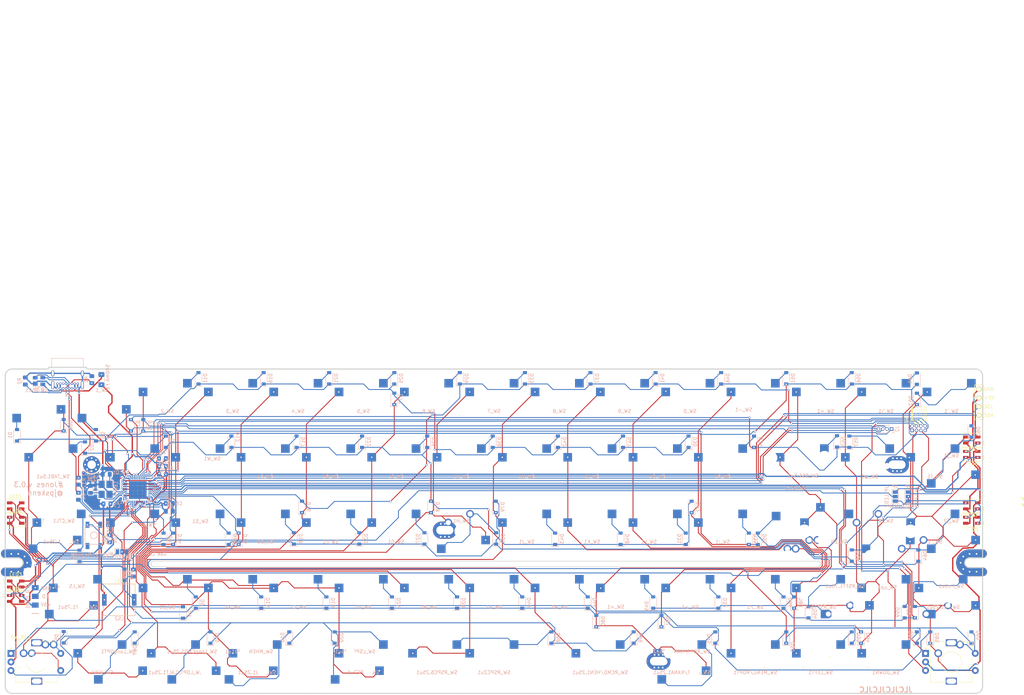
<source format=kicad_pcb>
(kicad_pcb (version 20171130) (host pcbnew "(5.1.6-0-10_14)")
  (title_block (title Jones) (rev v.0.2) (company @jpskenn))
  (layers (0 F.Cu signal) (31 B.Cu signal) (34 B.Paste user) (35 F.Paste user) (36 B.SilkS user) (37 F.SilkS user) (38 B.Mask user) (39 F.Mask user) (44 Edge.Cuts user))
  (net 0 "")
  (net 1 "Net-(D1-Pad2)")
  (net 2 "Net-(D2-Pad2)")
  (net 3 "Net-(D3-Pad2)")
  (net 4 "Net-(D4-Pad2)")
  (net 5 "Net-(D6-Pad2)")
  (net 6 "Net-(D7-Pad2)")
  (net 7 "Net-(D8-Pad2)")
  (net 8 "Net-(D9-Pad2)")
  (net 9 "Net-(D10-Pad2)")
  (net 10 "Net-(D11-Pad2)")
  (net 11 "Net-(D12-Pad2)")
  (net 12 "Net-(D13-Pad2)")
  (net 13 "Net-(D14-Pad2)")
  (net 14 "Net-(D16-Pad2)")
  (net 15 "Net-(D17-Pad2)")
  (net 16 "Net-(D18-Pad2)")
  (net 17 "Net-(D19-Pad2)")
  (net 18 "Net-(D20-Pad2)")
  (net 19 "Net-(D21-Pad2)")
  (net 20 "Net-(D22-Pad2)")
  (net 21 "Net-(D23-Pad2)")
  (net 22 "Net-(D24-Pad2)")
  (net 23 "Net-(D25-Pad2)")
  (net 24 "Net-(D26-Pad2)")
  (net 25 "Net-(D27-Pad2)")
  (net 26 "Net-(D28-Pad2)")
  (net 27 "Net-(D29-Pad2)")
  (net 28 "Net-(D30-Pad2)")
  (net 29 "Net-(D31-Pad2)")
  (net 30 "Net-(D32-Pad2)")
  (net 31 "Net-(D33-Pad2)")
  (net 32 "Net-(D34-Pad2)")
  (net 33 "Net-(D35-Pad2)")
  (net 34 "Net-(D36-Pad2)")
  (net 35 "Net-(D37-Pad2)")
  (net 36 "Net-(D38-Pad2)")
  (net 37 "Net-(D39-Pad2)")
  (net 38 "Net-(D40-Pad2)")
  (net 39 "Net-(D41-Pad2)")
  (net 40 "Net-(D42-Pad2)")
  (net 41 "Net-(D43-Pad2)")
  (net 42 "Net-(D44-Pad2)")
  (net 43 "Net-(D45-Pad2)")
  (net 44 "Net-(D46-Pad2)")
  (net 45 "Net-(D47-Pad2)")
  (net 46 "Net-(D48-Pad2)")
  (net 47 "Net-(D49-Pad2)")
  (net 48 "Net-(D50-Pad2)")
  (net 49 "Net-(D51-Pad2)")
  (net 50 "Net-(D52-Pad2)")
  (net 51 "Net-(D53-Pad2)")
  (net 52 "Net-(D54-Pad2)")
  (net 53 "Net-(D55-Pad2)")
  (net 54 "Net-(D56-Pad2)")
  (net 55 "Net-(D57-Pad2)")
  (net 56 "Net-(D58-Pad2)")
  (net 57 "Net-(D59-Pad2)")
  (net 58 "Net-(D60-Pad2)")
  (net 59 "Net-(D61-Pad2)")
  (net 60 "Net-(D62-Pad2)")
  (net 61 "Net-(D63-Pad2)")
  (net 62 +5V)
  (net 63 GND)
  (net 64 VCC)
  (net 65 D-)
  (net 66 D+)
  (net 67 "Net-(D15-Pad2)")
  (net 68 "Net-(C2-Pad1)")
  (net 69 "Net-(C3-Pad1)")
  (net 70 "Net-(R5-Pad2)")
  (net 71 "Net-(R6-Pad2)")
  (net 72 "Net-(C6-Pad1)")
  (net 73 "Net-(LED1-Pad1)")
  (net 74 "Net-(D64-Pad2)")
  (net 75 "Net-(D67-Pad2)")
  (net 76 "Net-(D68-Pad2)")
  (net 77 "Net-(D69-Pad2)")
  (net 78 "Net-(D70-Pad2)")
  (net 79 "Net-(D71-Pad2)")
  (net 80 "Net-(D71-Pad3)")
  (net 81 "Net-(J1-PadA5)")
  (net 82 "Net-(J1-PadB5)")
  (net 83 pin7)
  (net 84 pin8)
  (net 85 pin9)
  (net 86 pin10)
  (net 87 pin11)
  (net 88 RE2_2)
  (net 89 pin6)
  (net 90 pin2)
  (net 91 pin3)
  (net 92 pin4)
  (net 93 pin5)
  (net 94 pin1)
  (net 95 RE1_2)
  (net 96 RE2_1)
  (net 97 "Net-(D72-Pad1)")
  (net 98 "Net-(D73-Pad1)")
  (net 99 "Net-(D74-Pad1)")
  (net 100 "Net-(D75-Pad1)")
  (net 101 "Net-(D76-Pad1)")
  (net 102 "Net-(D77-Pad1)")
  (net 103 "Net-(D78-Pad1)")
  (net 104 "Net-(D79-Pad1)")
  (net 105 "Net-(D80-Pad1)")
  (net 106 "Net-(D81-Pad1)")
  (net 107 "Net-(D82-Pad1)")
  (net 108 "Net-(D83-Pad1)")
  (net 109 "Net-(D84-Pad1)")
  (net 110 RE1_1)
  (net 111 "Net-(D86-Pad1)")
  (net 112 "Net-(JP_LED1-Pad3)")
  (net 113 "Net-(JP_LED1-Pad1)")
  (net 114 "Net-(JP_LED2-Pad1)")
  (net 115 "Net-(JP_LED3-Pad3)")
  (net 116 "Net-(LED3-Pad1)")
  (net 117 "Net-(LED5-Pad1)")
  (net 118 "Net-(LED7-Pad1)")
  (net 119 SDA)
  (net 120 SCL)
  (net 121 AUDIO)
  (net 122 RE1_B)
  (net 123 RE1_A)
  (net 124 RE2_B)
  (net 125 RE2_A)
  (net 126 "Net-(JP_LED3-Pad2)")
  (net 127 Reserve_PD2-RX)
  (net 128 Reserve_PD3-TX)
  (net 129 Reserve_PB4)
  (net 130 Reserve_PB5)
  (net 131 LED)
  (net 132 "Net-(JP_LED2-Pad3)")
  (net 133 "Net-(JP_LED3-Pad1)")
  (net 134 "Net-(LED2-Pad1)")
  (net 135 Reserve_PB6)
  (net 136 Reserve_PC6)
  (module MX_Alps_Hybrid:MXOnly-1U-Hotswap (layer F.Cu) (at 60.35 50.82512)
    (fp_text reference SW_Q1)
    (fp_text value SW_Push)
    (fp_text user %R (at -4.064 1.90488) (layer B.SilkS) (effects (justify mirror)))
    (pad 2 smd rect (at 5.842 -5.08) (size 2.55 2.5) (layers B.Cu B.Paste B.Mask) (net 6 "Net-(D7-Pad2)"))
    (pad 1 smd rect (at -7.085 -2.54) (size 2.55 2.5) (layers B.Cu B.Paste B.Mask) (net 98 "Net-(D73-Pad1)"))
    (pad "" np_thru_hole circle (at 5.08 0 48.0996) (size 1.75 1.75) (drill 1.75) (layers *.Cu *.Mask))
    (pad "" np_thru_hole circle (at -5.08 0 48.0996) (size 1.75 1.75) (drill 1.75) (layers *.Cu *.Mask))
    (pad "" np_thru_hole circle (at -3.81 -2.54) (size 3 3) (drill 3) (layers *.Cu *.Mask))
    (pad "" np_thru_hole circle (at 0 0) (size 3.9878 3.9878) (drill 3.9878) (layers *.Cu *.Mask))
    (pad "" np_thru_hole circle (at 2.54 -5.08) (size 3 3) (drill 3) (layers *.Cu *.Mask))
  )
  (module MX_Alps_Hybrid:MXOnly-1U-Hotswap (layer F.Cu) (at 60.35 69.8752)
    (fp_text reference SW_A1)
    (fp_text value SW_Push)
    (fp_text user %R (at 3.81 -1.9048) (layer B.SilkS) (effects (justify mirror)))
    (pad "" np_thru_hole circle (at 2.54 -5.08) (size 3 3) (drill 3) (layers *.Cu *.Mask))
    (pad "" np_thru_hole circle (at 0 0) (size 3.9878 3.9878) (drill 3.9878) (layers *.Cu *.Mask))
    (pad "" np_thru_hole circle (at -3.81 -2.54) (size 3 3) (drill 3) (layers *.Cu *.Mask))
    (pad "" np_thru_hole circle (at -5.08 0 48.0996) (size 1.75 1.75) (drill 1.75) (layers *.Cu *.Mask))
    (pad "" np_thru_hole circle (at 5.08 0 48.0996) (size 1.75 1.75) (drill 1.75) (layers *.Cu *.Mask))
    (pad 1 smd rect (at -7.085 -2.54) (size 2.55 2.5) (layers B.Cu B.Paste B.Mask) (net 98 "Net-(D73-Pad1)"))
    (pad 2 smd rect (at 5.842 -5.08) (size 2.55 2.5) (layers B.Cu B.Paste B.Mask) (net 7 "Net-(D8-Pad2)"))
  )
  (module MX_Alps_Hybrid:MXOnly-1U-Hotswap (layer F.Cu) (at 174.65064 69.8752)
    (fp_text reference SW_J1)
    (fp_text value SW_Push)
    (fp_text user %R (at 0 3.048) (layer B.SilkS) (effects (justify mirror)))
    (pad 2 smd rect (at 5.842 -5.08) (size 2.55 2.5) (layers B.Cu B.Paste B.Mask) (net 41 "Net-(D43-Pad2)"))
    (pad 1 smd rect (at -7.085 -2.54) (size 2.55 2.5) (layers B.Cu B.Paste B.Mask) (net 104 "Net-(D79-Pad1)"))
    (pad "" np_thru_hole circle (at 5.08 0 48.0996) (size 1.75 1.75) (drill 1.75) (layers *.Cu *.Mask))
    (pad "" np_thru_hole circle (at -5.08 0 48.0996) (size 1.75 1.75) (drill 1.75) (layers *.Cu *.Mask))
    (pad "" np_thru_hole circle (at -3.81 -2.54) (size 3 3) (drill 3) (layers *.Cu *.Mask))
    (pad "" np_thru_hole circle (at 0 0) (size 3.9878 3.9878) (drill 3.9878) (layers *.Cu *.Mask))
    (pad "" np_thru_hole circle (at 2.54 -5.08) (size 3 3) (drill 3) (layers *.Cu *.Mask))
  )
  (module MX_Alps_Hybrid:MXOnly-1.5U-Hotswap (layer F.Cu) (at 36.5375 50.82512)
    (fp_text reference SW_TAB1.5u1)
    (fp_text value SW_Push)
    (fp_text user %R (at 0 3.048) (layer B.SilkS) (effects (justify mirror)))
    (pad "" np_thru_hole circle (at 2.54 -5.08) (size 3 3) (drill 3) (layers *.Cu *.Mask))
    (pad "" np_thru_hole circle (at 0 0) (size 3.9878 3.9878) (drill 3.9878) (layers *.Cu *.Mask))
    (pad "" np_thru_hole circle (at -3.81 -2.54) (size 3 3) (drill 3) (layers *.Cu *.Mask))
    (pad "" np_thru_hole circle (at -5.08 0 48.0996) (size 1.75 1.75) (drill 1.75) (layers *.Cu *.Mask))
    (pad "" np_thru_hole circle (at 5.08 0 48.0996) (size 1.75 1.75) (drill 1.75) (layers *.Cu *.Mask))
    (pad 1 smd rect (at -7.085 -2.54) (size 2.55 2.5) (layers B.Cu B.Paste B.Mask) (net 96 RE2_1))
    (pad 2 smd rect (at 5.842 -5.08) (size 2.55 2.5) (layers B.Cu B.Paste B.Mask) (net 2 "Net-(D2-Pad2)"))
  )
  (module Package_TO_SOT_SMD:SOT-143 (layer B.Cu) (at 32.45 26.05004)
    (fp_text reference D71 (at 0.02 2.38 180) (layer B.SilkS) (effects (justify mirror)))
    (fp_text value PRTR5V0U2X)
    (pad 1 smd rect (at -1.1 0.77 90) (size 1.2 1.4) (layers B.Cu B.Paste B.Mask) (net 63 GND))
    (pad 2 smd rect (at -1.1 -0.95 90) (size 1 1.4) (layers B.Cu B.Paste B.Mask) (net 79 "Net-(D71-Pad2)"))
    (pad 3 smd rect (at 1.1 -0.95 90) (size 1 1.4) (layers B.Cu B.Paste B.Mask) (net 80 "Net-(D71-Pad3)"))
    (pad 4 smd rect (at 1.1 0.95 90) (size 1 1.4) (layers B.Cu B.Paste B.Mask) (net 64 VCC))
  )
  (module Crystal:Crystal_SMD_3225-4Pin_3.2x2.5mm_HandSoldering (layer B.Cu) (at 51.85 57.65004 270)
    (fp_text reference Y1 (at 0 3.132 270) (layer B.SilkS) (effects (justify mirror)))
    (fp_text value 16MHz (at 0 -3.05 90) (layer B.SilkS) (effects (justify mirror)))
    (pad 1 smd rect (at -1.45 -1.15 270) (size 2.1 1.8) (layers B.Cu B.Paste B.Mask) (net 68 "Net-(C2-Pad1)"))
    (pad 2 smd rect (at 1.45 -1.15 270) (size 2.1 1.8) (layers B.Cu B.Paste B.Mask) (net 63 GND))
    (pad 3 smd rect (at 1.45 1.15 270) (size 2.1 1.8) (layers B.Cu B.Paste B.Mask) (net 69 "Net-(C3-Pad1)"))
    (pad 4 smd rect (at -1.45 1.15 270) (size 2.1 1.8) (layers B.Cu B.Paste B.Mask) (net 63 GND))
  )
  (module Capacitor_SMD:C_0805_2012Metric_Pad1.15x1.40mm_HandSolder (layer B.Cu) (at 52.05 53.25004 180)
    (fp_text reference C2 (at 2.932 -0.123) (layer B.SilkS) (effects (justify mirror)))
    (fp_text value 22pF (at 3.882 -1.373) (layer B.SilkS) (effects (justify mirror)))
    (pad 2 smd roundrect (at 1.025 0 180) (size 1.15 1.4) (layers B.Cu B.Paste B.Mask) (roundrect_rratio 0.217391) (net 63 GND))
    (pad 1 smd roundrect (at -1.025 0 180) (size 1.15 1.4) (layers B.Cu B.Paste B.Mask) (roundrect_rratio 0.217391) (net 68 "Net-(C2-Pad1)"))
  )
  (module Capacitor_SMD:C_0805_2012Metric_Pad1.15x1.40mm_HandSolder (layer B.Cu) (at 47.45 57.65004 90)
    (fp_text reference C3 (at 2.932 0.852 90) (layer B.SilkS) (effects (justify mirror)))
    (fp_text value 22pF (at 3.882 -0.348 90) (layer B.SilkS) (effects (justify mirror)))
    (pad 2 smd roundrect (at 1.025 0 90) (size 1.15 1.4) (layers B.Cu B.Paste B.Mask) (roundrect_rratio 0.217391) (net 63 GND))
    (pad 1 smd roundrect (at -1.025 0 90) (size 1.15 1.4) (layers B.Cu B.Paste B.Mask) (roundrect_rratio 0.217391) (net 69 "Net-(C3-Pad1)"))
  )
  (module Capacitor_SMD:C_0805_2012Metric_Pad1.15x1.40mm_HandSolder (layer B.Cu) (at 52.25 61.85004)
    (fp_text reference C7 (at 2.932 0.646) (layer B.SilkS) (effects (justify mirror)))
    (fp_text value 0.1uF (at 3.982 -0.554) (layer B.SilkS) (effects (justify mirror)))
    (pad 1 smd roundrect (at -1.025 0) (size 1.15 1.4) (layers B.Cu B.Paste B.Mask) (roundrect_rratio 0.217391) (net 63 GND))
    (pad 2 smd roundrect (at 1.025 0) (size 1.15 1.4) (layers B.Cu B.Paste B.Mask) (roundrect_rratio 0.217391) (net 62 +5V))
  )
  (module LED_SMD:LED_SK6812MINI_PLCC4_3.5x3.5mm_P1.75mm (layer F.Cu) (at 304.45 47.45004 180)
    (fp_text reference LED6 (at 0 -2.75) (layer F.SilkS))
    (fp_text value SK6812MINI)
    (fp_text user 1 (at -3.5 -0.875) (layer F.SilkS))
    (pad 3 smd rect (at 1.75 0.875 180) (size 1.6 0.85) (layers F.Cu F.Paste F.Mask) (net 117 "Net-(LED5-Pad1)"))
    (pad 4 smd rect (at 1.75 -0.875 180) (size 1.6 0.85) (layers F.Cu F.Paste F.Mask) (net 62 +5V))
    (pad 2 smd rect (at -1.75 0.875 180) (size 1.6 0.85) (layers F.Cu F.Paste F.Mask) (net 63 GND))
    (pad 1 smd rect (at -1.75 -0.875 180) (size 1.6 0.85) (layers F.Cu F.Paste F.Mask) (net 115 "Net-(JP_LED3-Pad3)"))
  )
  (module MX_Alps_Hybrid:MXOnly-1U-NoLED (layer F.Cu) (at 298.47616 107.9754)
    (fp_text reference SW_RIGHT1)
    (fp_text value SW_Push)
    (pad 2 thru_hole circle (at 2.54 -5.08) (size 2.25 2.25) (drill 1.47) (layers *.Cu B.Mask) (net 95 RE1_2))
    (pad "" np_thru_hole circle (at 0 0) (size 3.9878 3.9878) (drill 3.9878) (layers *.Cu *.Mask))
    (pad 1 thru_hole circle (at -3.81 -2.54) (size 2.25 2.25) (drill 1.47) (layers *.Cu B.Mask) (net 110 RE1_1))
    (pad "" np_thru_hole circle (at -5.08 0 48.0996) (size 1.75 1.75) (drill 1.75) (layers *.Cu *.Mask))
    (pad "" np_thru_hole circle (at 5.08 0 48.0996) (size 1.75 1.75) (drill 1.75) (layers *.Cu *.Mask))
  )
  (module Rotary_Encoder:RotaryEncoder_Alps_EC11E-Switch_Vertical_H20mm (layer F.Cu) (at 290.975407 105.467964)
    (fp_text reference SW_RE1 hide)
    (fp_text value Rotary_Encoder_Switch)
    (pad A thru_hole rect (at 0 0) (size 2 2) (drill 1) (layers *.Cu *.Mask) (net 123 RE1_A))
    (pad C thru_hole circle (at 0 2.5) (size 2 2) (drill 1) (layers *.Cu *.Mask) (net 63 GND))
    (pad B thru_hole circle (at 0 5) (size 2 2) (drill 1) (layers *.Cu *.Mask) (net 122 RE1_B))
    (pad MP thru_hole rect (at 7.5 -3.1) (size 3.2 2) (drill oval 2.8 1.5) (layers *.Cu *.Mask))
    (pad MP thru_hole rect (at 7.5 8.1) (size 3.2 2) (drill oval 2.8 1.5) (layers *.Cu *.Mask))
    (pad S2 thru_hole circle (at 14.5 0) (size 2 2) (drill 1) (layers *.Cu *.Mask) (net 95 RE1_2))
    (pad S1 thru_hole circle (at 14.5 5) (size 2 2) (drill 1) (layers *.Cu *.Mask) (net 110 RE1_1))
  )
  (module locallib:60_Outline-Modded_SmallHole (layer F.Cu) (at 165.1 69.85)
    (fp_text reference REF** hide)
    (fp_text value 60_Outline hide)
    (fp_line (start -140.5 -47.3) (end -130.3 -47.3) (layer Edge.Cuts) (width 0.3))
    (fp_line (start -129.8 -47.8) (end -118.8 -47.8) (layer Edge.Cuts) (width 0.3))
    (fp_line (start 138.7 11.85095) (end 142.55 11.85095) (layer B.Cu) (width 2.5019))
    (fp_line (start 138.7 6.54905) (end 142.5 6.54905) (layer F.Cu) (width 2.5019))
    (fp_line (start 138.7 6.54905) (end 142.5 6.54905) (layer B.Cu) (width 2.5019))
    (fp_line (start 138.7 11.85095) (end 142.55 11.85095) (layer F.Cu) (width 2.5019))
    (fp_line (start -142.5 11.85095) (end -138.7 11.85095) (layer F.Cu) (width 2.5019))
    (fp_line (start -142.5 11.85095) (end -138.7 11.85095) (layer B.Cu) (width 2.5019))
    (fp_line (start -142.5 6.54905) (end -138.7 6.54905) (layer B.Cu) (width 2.5019))
    (fp_line (start -142.5 6.54905) (end -138.7 6.54905) (layer F.Cu) (width 2.5019))
    (fp_line (start 138.7 7.8) (end 142.5 7.8) (layer Edge.Cuts) (width 0.3))
    (fp_line (start 138.7 10.6) (end 142.5 10.6) (layer Edge.Cuts) (width 0.3))
    (fp_line (start 142.5 7.8) (end 142.5 -45.3) (layer Edge.Cuts) (width 0.3))
    (fp_line (start 142.5 10.6) (end 142.5 45.3) (layer Edge.Cuts) (width 0.3))
    (fp_line (start -142.5 7.8) (end -142.5 -45.3) (layer Edge.Cuts) (width 0.3))
    (fp_line (start -138.7 7.8) (end -142.5 7.8) (layer Edge.Cuts) (width 0.3))
    (fp_line (start -142.5 10.6) (end -138.7 10.6) (layer Edge.Cuts) (width 0.3))
    (fp_line (start -142.5 45.3) (end -142.5 10.6) (layer Edge.Cuts) (width 0.3))
    (fp_line (start 140.5 -47.3) (end -118.3 -47.3) (layer Edge.Cuts) (width 0.3))
    (fp_arc (start -140.5 -45.3) (end -142.5 -45.3) (angle 90) (layer Edge.Cuts) (width 0.3))
    (fp_arc (start -140.5 45.3) (end -140.5 47.3) (angle 90) (layer Edge.Cuts) (width 0.3))
    (fp_arc (start 140.5 45.3) (end 142.5 45.3) (angle 90) (layer Edge.Cuts) (width 0.3))
    (fp_arc (start 140.5 -45.3) (end 140.5 -47.3) (angle 90) (layer Edge.Cuts) (width 0.3))
    (fp_arc (start -138.7 9.2) (end -138.7 7.8) (angle 90) (layer Edge.Cuts) (width 0.3))
    (fp_arc (start 138.7 9.2) (end 138.7 7.8) (angle -90) (layer Edge.Cuts) (width 0.3))
    (fp_arc (start 138.7 9.2) (end 137.3 9.2) (angle -90) (layer Edge.Cuts) (width 0.3))
    (fp_arc (start -138.7 9.2) (end -137.3 9.2) (angle 90) (layer Edge.Cuts) (width 0.3))
    (fp_arc (start -138.7 9.2) (end -136.04905 9.2) (angle 90) (layer F.Cu) (width 2.5019))
    (fp_arc (start -138.7 9.2) (end -138.7 6.54905) (angle 90) (layer F.Cu) (width 2.5019))
    (fp_arc (start -138.7 9.2) (end -136.04905 9.2) (angle 90) (layer B.Cu) (width 2.5019))
    (fp_arc (start -138.7 9.2) (end -138.7 6.54905) (angle 90) (layer B.Cu) (width 2.5019))
    (fp_arc (start 138.7 9.2) (end 138.7 6.54905) (angle -90) (layer B.Cu) (width 2.5019))
    (fp_arc (start 138.7 9.2) (end 136.04905 9.2) (angle -90) (layer B.Cu) (width 2.5019))
    (fp_arc (start 138.7 9.2) (end 138.7 6.54905) (angle -90) (layer F.Cu) (width 2.5019))
    (fp_arc (start 138.7 9.2) (end 136.04905 9.2) (angle -90) (layer F.Cu) (width 2.5019))
    (fp_arc (start -130.3 -47.8) (end -129.8 -47.8) (angle 90) (layer Edge.Cuts) (width 0.3))
    (fp_arc (start -118.3 -47.8) (end -118.3 -47.3) (angle 90) (layer Edge.Cuts) (width 0.3))
    (pad 1 thru_hole circle (at 136.861522 11.038478) (size 1 1) (drill 0.5) (layers *.Cu *.Mask))
    (pad 1 thru_hole circle (at 138.7 11.8) (size 1 1) (drill 0.5) (layers *.Cu *.Mask))
    (pad 1 thru_hole circle (at 140.742035 11.8) (size 1 1) (drill 0.5) (layers *.Cu *.Mask))
    (pad 1 thru_hole circle (at 140.742035 6.6) (size 1 1) (drill 0.5) (layers *.Cu *.Mask))
    (pad 1 thru_hole circle (at 138.7 6.6) (size 1 1) (drill 0.5) (layers *.Cu *.Mask))
    (pad 1 thru_hole circle (at 136.861522 7.361522) (size 1 1) (drill 0.5) (layers *.Cu *.Mask))
    (pad 1 thru_hole circle (at 136.1 9.2) (size 1 1) (drill 0.5) (layers *.Cu *.Mask))
    (pad 1 thru_hole circle (at -140.742035 11.8) (size 1 1) (drill 0.5) (layers *.Cu *.Mask))
    (pad 1 thru_hole circle (at -140.742035 6.6) (size 1 1) (drill 0.5) (layers *.Cu *.Mask))
    (pad 1 thru_hole circle (at -136.861522 11.038478) (size 1 1) (drill 0.5) (layers *.Cu *.Mask))
    (pad 1 thru_hole circle (at -136.861522 7.361522) (size 1 1) (drill 0.5) (layers *.Cu *.Mask))
    (pad 1 thru_hole circle (at -138.7 11.8) (size 1 1) (drill 0.5) (layers *.Cu *.Mask))
    (pad 1 thru_hole circle (at -138.7 6.6) (size 1 1) (drill 0.5) (layers *.Cu *.Mask))
    (pad 1 thru_hole circle (at -136.1 9.2) (size 1 1) (drill 0.5) (layers *.Cu *.Mask))
    (pad 1 thru_hole circle (at -13.1 1.6) (size 1 1) (drill 0.5) (layers *.Cu *.Mask))
    (pad 1 thru_hole circle (at -15.5 1.6) (size 1 1) (drill 0.5) (layers *.Cu *.Mask))
    (pad 1 thru_hole circle (at -14.3 1.6) (size 1 1) (drill 0.5) (layers *.Cu *.Mask))
    (pad 1 thru_hole circle (at -15.5 -2.15) (size 1 1) (drill 0.5) (layers *.Cu *.Mask))
    (pad 1 thru_hole circle (at -13.1 -2.15) (size 1 1) (drill 0.5) (layers *.Cu *.Mask))
    (pad 1 thru_hole circle (at -14.3 -2.15) (size 1 1) (drill 0.5) (layers *.Cu *.Mask))
    (pad 1 thru_hole circle (at 49.2 39.75) (size 1 1) (drill 0.5) (layers *.Cu *.Mask))
    (pad 1 thru_hole circle (at 46.8 39.75) (size 1 1) (drill 0.5) (layers *.Cu *.Mask))
    (pad 1 thru_hole circle (at 46.85 36.05) (size 1 1) (drill 0.5) (layers *.Cu *.Mask))
    (pad 1 thru_hole circle (at 49.25 36.05) (size 1 1) (drill 0.5) (layers *.Cu *.Mask))
    (pad 1 thru_hole circle (at 48 39.75) (size 1 1) (drill 0.5) (layers *.Cu *.Mask))
    (pad 1 thru_hole circle (at 48.05 36.05) (size 1 1) (drill 0.5) (layers *.Cu *.Mask))
    (pad 1 thru_hole circle (at 118.75 -21.267) (size 1 1) (drill 0.5) (layers *.Cu *.Mask))
    (pad 1 thru_hole circle (at 116.35 -21.25) (size 1 1) (drill 0.5) (layers *.Cu *.Mask))
    (pad 1 thru_hole circle (at 116.35 -17.55) (size 1 1) (drill 0.5) (layers *.Cu *.Mask))
    (pad 1 thru_hole circle (at 118.75 -17.55) (size 1 1) (drill 0.5) (layers *.Cu *.Mask))
    (pad 1 thru_hole circle (at 117.55 -17.55) (size 1 1) (drill 0.5) (layers *.Cu *.Mask))
    (pad 1 thru_hole circle (at 117.55 -21.25) (size 1 1) (drill 0.5) (layers *.Cu *.Mask))
    (pad 1 thru_hole circle (at -116.05 -18.05) (size 1 1) (drill 0.5) (layers *.Cu *.Mask))
    (pad 1 thru_hole circle (at -118.65 -18.1) (size 1 1) (drill 0.5) (layers *.Cu *.Mask))
    (pad 1 thru_hole circle (at -116.05 -20.75) (size 1 1) (drill 0.5) (layers *.Cu *.Mask))
    (pad 1 thru_hole circle (at -118.65 -20.75) (size 1 1) (drill 0.5) (layers *.Cu *.Mask))
    (pad 1 thru_hole circle (at -117.3 -17.5) (size 1 1) (drill 0.5) (layers *.Cu *.Mask))
    (pad 1 thru_hole circle (at -115.4 -19.4) (size 1 1) (drill 0.5) (layers *.Cu *.Mask))
    (pad 1 thru_hole circle (at -119.2 -19.4) (size 1 1) (drill 0.5) (layers *.Cu *.Mask))
    (pad 1 thru_hole circle (at -117.3 -21.3) (size 1 1) (drill 0.5) (layers *.Cu *.Mask))
    (pad 1 thru_hole oval (at 117.55 -19.4) (size 7.00024 5) (drill oval 5.00126 2.49936) (layers *.Cu *.Mask))
    (pad 1 thru_hole oval (at 48 37.9) (size 7.00024 5) (drill oval 5.00126 2.49936) (layers *.Cu *.Mask))
    (pad 1 thru_hole oval (at -14.3 -0.3) (size 7.00024 5) (drill oval 5.00126 2.49936) (layers *.Cu *.Mask))
    (pad 1 thru_hole circle (at -117.3 -19.4) (size 5 5) (drill 2.4994) (layers *.Cu *.Mask))
  )
  (module MX_Alps_Hybrid:MXOnly-1U-Hotswap (layer F.Cu) (at 50.825 31.77504 180)
    (fp_text reference SW_1)
    (fp_text value SW_Push)
    (fp_text user %R (at 0 3.048) (layer B.SilkS) (effects (justify mirror)))
    (pad 2 smd rect (at 5.842 -5.08 180) (size 2.55 2.5) (layers B.Cu B.Paste B.Mask) (net 5 "Net-(D6-Pad2)"))
    (pad 1 smd rect (at -7.085 -2.54 180) (size 2.55 2.5) (layers B.Cu B.Paste B.Mask) (net 97 "Net-(D72-Pad1)"))
    (pad "" np_thru_hole circle (at 5.08 0 228.0996) (size 1.75 1.75) (drill 1.75) (layers *.Cu *.Mask))
    (pad "" np_thru_hole circle (at -5.08 0 228.0996) (size 1.75 1.75) (drill 1.75) (layers *.Cu *.Mask))
    (pad "" np_thru_hole circle (at -3.81 -2.54 180) (size 3 3) (drill 3) (layers *.Cu *.Mask))
    (pad "" np_thru_hole circle (at 0 0 180) (size 3.9878 3.9878) (drill 3.9878) (layers *.Cu *.Mask))
    (pad "" np_thru_hole circle (at 2.54 -5.08 180) (size 3 3) (drill 3) (layers *.Cu *.Mask))
  )
  (module SMK_ai03_RandomKeyboardParts:D_SOD-123-Pretty (layer B.Cu) (at 107.55 43.75004 90)
    (fp_text reference D17 (at 0 2 90) (layer B.SilkS) (effects (justify mirror)))
    (fp_text value D)
    (pad 2 smd rect (at 1.65 0 90) (size 0.9 1.2) (layers B.Cu B.Paste B.Mask) (net 15 "Net-(D17-Pad2)"))
    (pad 1 smd rect (at -1.65 0 90) (size 0.9 1.2) (layers B.Cu B.Paste B.Mask) (net 84 pin8))
  )
  (module SMK_ai03_RandomKeyboardParts:D_SOD-123-Pretty (layer B.Cu) (at 26.05 41.85004 90)
    (fp_text reference D1 (at 0 -2.032 90) (layer B.SilkS) (effects (justify mirror)))
    (fp_text value D)
    (pad 2 smd rect (at 1.65 0 90) (size 0.9 1.2) (layers B.Cu B.Paste B.Mask) (net 1 "Net-(D1-Pad2)"))
    (pad 1 smd rect (at -1.65 0 90) (size 0.9 1.2) (layers B.Cu B.Paste B.Mask) (net 83 pin7))
  )
  (module SMK_ai03_RandomKeyboardParts:D_SOD-123-Pretty (layer B.Cu) (at 49.05 41.85004 90)
    (fp_text reference D6 (at 0 2 90) (layer B.SilkS) (effects (justify mirror)))
    (fp_text value D)
    (pad 2 smd rect (at 1.65 0 90) (size 0.9 1.2) (layers B.Cu B.Paste B.Mask) (net 5 "Net-(D6-Pad2)"))
    (pad 1 smd rect (at -1.65 0 90) (size 0.9 1.2) (layers B.Cu B.Paste B.Mask) (net 83 pin7))
  )
  (module SMK_ai03_RandomKeyboardParts:D_SOD-123-Pretty (layer B.Cu) (at 78.95 25.25004 90)
    (fp_text reference D11 (at 0 2 90) (layer B.SilkS) (effects (justify mirror)))
    (fp_text value D)
    (pad 2 smd rect (at 1.65 0 90) (size 0.9 1.2) (layers B.Cu B.Paste B.Mask) (net 10 "Net-(D11-Pad2)"))
    (pad 1 smd rect (at -1.65 0 90) (size 0.9 1.2) (layers B.Cu B.Paste B.Mask) (net 83 pin7))
  )
  (module SMK_ai03_RandomKeyboardParts:D_SOD-123-Pretty (layer B.Cu) (at 97.95 25.25004 90)
    (fp_text reference D16 (at 0 2 90) (layer B.SilkS) (effects (justify mirror)))
    (fp_text value D)
    (pad 2 smd rect (at 1.65 0 90) (size 0.9 1.2) (layers B.Cu B.Paste B.Mask) (net 14 "Net-(D16-Pad2)"))
    (pad 1 smd rect (at -1.65 0 90) (size 0.9 1.2) (layers B.Cu B.Paste B.Mask) (net 83 pin7))
  )
  (module SMK_ai03_RandomKeyboardParts:D_SOD-123-Pretty (layer B.Cu) (at 117.05 25.25004 90)
    (fp_text reference D21 (at 0 2 90) (layer B.SilkS) (effects (justify mirror)))
    (fp_text value D)
    (pad 2 smd rect (at 1.65 0 90) (size 0.9 1.2) (layers B.Cu B.Paste B.Mask) (net 19 "Net-(D21-Pad2)"))
    (pad 1 smd rect (at -1.65 0 90) (size 0.9 1.2) (layers B.Cu B.Paste B.Mask) (net 83 pin7))
  )
  (module SMK_ai03_RandomKeyboardParts:D_SOD-123-Pretty (layer B.Cu) (at 136.05 25.25004 90)
    (fp_text reference D25 (at 0 2 90) (layer B.SilkS) (effects (justify mirror)))
    (fp_text value D)
    (pad 2 smd rect (at 1.65 0 90) (size 0.9 1.2) (layers B.Cu B.Paste B.Mask) (net 23 "Net-(D25-Pad2)"))
    (pad 1 smd rect (at -1.65 0 90) (size 0.9 1.2) (layers B.Cu B.Paste B.Mask) (net 83 pin7))
  )
  (module SMK_ai03_RandomKeyboardParts:D_SOD-123-Pretty (layer B.Cu) (at 155.15 25.25004 90)
    (fp_text reference D29 (at 0 2 90) (layer B.SilkS) (effects (justify mirror)))
    (fp_text value D)
    (pad 2 smd rect (at 1.65 0 90) (size 0.9 1.2) (layers B.Cu B.Paste B.Mask) (net 27 "Net-(D29-Pad2)"))
    (pad 1 smd rect (at -1.65 0 90) (size 0.9 1.2) (layers B.Cu B.Paste B.Mask) (net 89 pin6))
  )
  (module SMK_ai03_RandomKeyboardParts:D_SOD-123-Pretty (layer B.Cu) (at 174.15 25.25004 90)
    (fp_text reference D33 (at 0 2 90) (layer B.SilkS) (effects (justify mirror)))
    (fp_text value D)
    (pad 2 smd rect (at 1.65 0 90) (size 0.9 1.2) (layers B.Cu B.Paste B.Mask) (net 31 "Net-(D33-Pad2)"))
    (pad 1 smd rect (at -1.65 0 90) (size 0.9 1.2) (layers B.Cu B.Paste B.Mask) (net 89 pin6))
  )
  (module SMK_ai03_RandomKeyboardParts:D_SOD-123-Pretty (layer B.Cu) (at 193.25 25.25004 90)
    (fp_text reference D37 (at 0 2 90) (layer B.SilkS) (effects (justify mirror)))
    (fp_text value D)
    (pad 2 smd rect (at 1.65 0 90) (size 0.9 1.2) (layers B.Cu B.Paste B.Mask) (net 35 "Net-(D37-Pad2)"))
    (pad 1 smd rect (at -1.65 0 90) (size 0.9 1.2) (layers B.Cu B.Paste B.Mask) (net 89 pin6))
  )
  (module SMK_ai03_RandomKeyboardParts:D_SOD-123-Pretty (layer B.Cu) (at 212.25 25.25004 90)
    (fp_text reference D41 (at 0 2 90) (layer B.SilkS) (effects (justify mirror)))
    (fp_text value D)
    (pad 2 smd rect (at 1.65 0 90) (size 0.9 1.2) (layers B.Cu B.Paste B.Mask) (net 39 "Net-(D41-Pad2)"))
    (pad 1 smd rect (at -1.65 0 90) (size 0.9 1.2) (layers B.Cu B.Paste B.Mask) (net 89 pin6))
  )
  (module SMK_ai03_RandomKeyboardParts:D_SOD-123-Pretty (layer B.Cu) (at 231.35 25.25004 90)
    (fp_text reference D46 (at 0 2 90) (layer B.SilkS) (effects (justify mirror)))
    (fp_text value D)
    (pad 2 smd rect (at 1.65 0 90) (size 0.9 1.2) (layers B.Cu B.Paste B.Mask) (net 44 "Net-(D46-Pad2)"))
    (pad 1 smd rect (at -1.65 0 90) (size 0.9 1.2) (layers B.Cu B.Paste B.Mask) (net 89 pin6))
  )
  (module SMK_ai03_RandomKeyboardParts:D_SOD-123-Pretty (layer B.Cu) (at 250.35 25.25004 90)
    (fp_text reference D51 (at 0 2 90) (layer B.SilkS) (effects (justify mirror)))
    (fp_text value D)
    (pad 2 smd rect (at 1.65 0 90) (size 0.9 1.2) (layers B.Cu B.Paste B.Mask) (net 49 "Net-(D51-Pad2)"))
    (pad 1 smd rect (at -1.65 0 90) (size 0.9 1.2) (layers B.Cu B.Paste B.Mask) (net 94 pin1))
  )
  (module SMK_ai03_RandomKeyboardParts:D_SOD-123-Pretty (layer B.Cu) (at 269.45 25.25004 90)
    (fp_text reference D56 (at 0 2 90) (layer B.SilkS) (effects (justify mirror)))
    (fp_text value D)
    (pad 2 smd rect (at 1.65 0 90) (size 0.9 1.2) (layers B.Cu B.Paste B.Mask) (net 54 "Net-(D56-Pad2)"))
    (pad 1 smd rect (at -1.65 0 90) (size 0.9 1.2) (layers B.Cu B.Paste B.Mask) (net 94 pin1))
  )
  (module SMK_ai03_RandomKeyboardParts:D_SOD-123-Pretty (layer B.Cu) (at 288.45 25.35004 90)
    (fp_text reference D61 (at -0.1 -2 90) (layer B.SilkS) (effects (justify mirror)))
    (fp_text value D)
    (pad 2 smd rect (at 1.65 0 90) (size 0.9 1.2) (layers B.Cu B.Paste B.Mask) (net 59 "Net-(D61-Pad2)"))
    (pad 1 smd rect (at -1.65 0 90) (size 0.9 1.2) (layers B.Cu B.Paste B.Mask) (net 94 pin1))
  )
  (module SMK_ai03_RandomKeyboardParts:D_SOD-123-Pretty (layer B.Cu) (at 269.45 76.95004 90)
    (fp_text reference D58 (at 0 2 90) (layer B.SilkS) (effects (justify mirror)))
    (fp_text value D)
    (pad 2 smd rect (at 1.65 0 90) (size 0.9 1.2) (layers B.Cu B.Paste B.Mask) (net 56 "Net-(D58-Pad2)"))
    (pad 1 smd rect (at -1.65 0 90) (size 0.9 1.2) (layers B.Cu B.Paste B.Mask) (net 91 pin3))
  )
  (module SMK_ai03_RandomKeyboardParts:D_SOD-123-Pretty (layer B.Cu) (at 45.85 45.45004 90)
    (fp_text reference D2 (at 0 2 90) (layer B.SilkS) (effects (justify mirror)))
    (fp_text value D)
    (pad 1 smd rect (at -1.65 0 90) (size 0.9 1.2) (layers B.Cu B.Paste B.Mask) (net 84 pin8))
    (pad 2 smd rect (at 1.65 0 90) (size 0.9 1.2) (layers B.Cu B.Paste B.Mask) (net 2 "Net-(D2-Pad2)"))
  )
  (module SMK_ai03_RandomKeyboardParts:D_SOD-123-Pretty (layer B.Cu) (at 69.45 43.75004 90)
    (fp_text reference D7 (at 0 2 90) (layer B.SilkS) (effects (justify mirror)))
    (fp_text value D)
    (pad 1 smd rect (at -1.65 0 90) (size 0.9 1.2) (layers B.Cu B.Paste B.Mask) (net 84 pin8))
    (pad 2 smd rect (at 1.65 0 90) (size 0.9 1.2) (layers B.Cu B.Paste B.Mask) (net 6 "Net-(D7-Pad2)"))
  )
  (module SMK_ai03_RandomKeyboardParts:D_SOD-123-Pretty (layer B.Cu) (at 88.55 43.75004 90)
    (fp_text reference D12 (at 1.397 1.905 90) (layer B.SilkS) (effects (justify mirror)))
    (fp_text value D)
    (pad 2 smd rect (at 1.65 0 90) (size 0.9 1.2) (layers B.Cu B.Paste B.Mask) (net 11 "Net-(D12-Pad2)"))
    (pad 1 smd rect (at -1.65 0 90) (size 0.9 1.2) (layers B.Cu B.Paste B.Mask) (net 84 pin8))
  )
  (module SMK_ai03_RandomKeyboardParts:D_SOD-123-Pretty (layer B.Cu) (at 126.65 43.75004 90)
    (fp_text reference D22 (at 0 2 90) (layer B.SilkS) (effects (justify mirror)))
    (fp_text value D)
    (pad 1 smd rect (at -1.65 0 90) (size 0.9 1.2) (layers B.Cu B.Paste B.Mask) (net 84 pin8))
    (pad 2 smd rect (at 1.65 0 90) (size 0.9 1.2) (layers B.Cu B.Paste B.Mask) (net 20 "Net-(D22-Pad2)"))
  )
  (module SMK_ai03_RandomKeyboardParts:D_SOD-123-Pretty (layer B.Cu) (at 145.65 43.75004 90)
    (fp_text reference D26 (at 0 2 90) (layer B.SilkS) (effects (justify mirror)))
    (fp_text value D)
    (pad 2 smd rect (at 1.65 0 90) (size 0.9 1.2) (layers B.Cu B.Paste B.Mask) (net 24 "Net-(D26-Pad2)"))
    (pad 1 smd rect (at -1.65 0 90) (size 0.9 1.2) (layers B.Cu B.Paste B.Mask) (net 84 pin8))
  )
  (module SMK_ai03_RandomKeyboardParts:D_SOD-123-Pretty (layer B.Cu) (at 221.85 43.75004 90)
    (fp_text reference D30 (at 0 2 90) (layer B.SilkS) (effects (justify mirror)))
    (fp_text value D)
    (pad 1 smd rect (at -1.65 0 90) (size 0.9 1.2) (layers B.Cu B.Paste B.Mask) (net 83 pin7))
    (pad 2 smd rect (at 1.65 0 90) (size 0.9 1.2) (layers B.Cu B.Paste B.Mask) (net 28 "Net-(D30-Pad2)"))
  )
  (module SMK_ai03_RandomKeyboardParts:D_SOD-123-Pretty (layer B.Cu) (at 240.95 43.75004 90)
    (fp_text reference D34 (at 0 2 90) (layer B.SilkS) (effects (justify mirror)))
    (fp_text value D)
    (pad 1 smd rect (at -1.65 0 90) (size 0.9 1.2) (layers B.Cu B.Paste B.Mask) (net 90 pin2))
    (pad 2 smd rect (at 1.65 0 90) (size 0.9 1.2) (layers B.Cu B.Paste B.Mask) (net 32 "Net-(D34-Pad2)"))
  )
  (module SMK_ai03_RandomKeyboardParts:D_SOD-123-Pretty (layer B.Cu) (at 164.75 43.75004 90)
    (fp_text reference D38 (at 0 2 90) (layer B.SilkS) (effects (justify mirror)))
    (fp_text value D)
    (pad 2 smd rect (at 1.65 0 90) (size 0.9 1.2) (layers B.Cu B.Paste B.Mask) (net 36 "Net-(D38-Pad2)"))
    (pad 1 smd rect (at -1.65 0 90) (size 0.9 1.2) (layers B.Cu B.Paste B.Mask) (net 83 pin7))
  )
  (module SMK_ai03_RandomKeyboardParts:D_SOD-123-Pretty (layer B.Cu) (at 183.75 43.75004 90)
    (fp_text reference D42 (at 0 2 90) (layer B.SilkS) (effects (justify mirror)))
    (fp_text value D)
    (pad 2 smd rect (at 1.65 0 90) (size 0.9 1.2) (layers B.Cu B.Paste B.Mask) (net 40 "Net-(D42-Pad2)"))
    (pad 1 smd rect (at -1.65 0 90) (size 0.9 1.2) (layers B.Cu B.Paste B.Mask) (net 83 pin7))
  )
  (module SMK_ai03_RandomKeyboardParts:D_SOD-123-Pretty (layer B.Cu) (at 202.75 43.75004 90)
    (fp_text reference D47 (at 0 2 90) (layer B.SilkS) (effects (justify mirror)))
    (fp_text value D)
    (pad 2 smd rect (at 1.65 0 90) (size 0.9 1.2) (layers B.Cu B.Paste B.Mask) (net 45 "Net-(D47-Pad2)"))
    (pad 1 smd rect (at -1.65 0 90) (size 0.9 1.2) (layers B.Cu B.Paste B.Mask) (net 83 pin7))
  )
  (module SMK_ai03_RandomKeyboardParts:D_SOD-123-Pretty (layer B.Cu) (at 265.15 43.65004 90)
    (fp_text reference D52 (at 0 2 90) (layer B.SilkS) (effects (justify mirror)))
    (fp_text value D)
    (pad 2 smd rect (at 1.65 0 90) (size 0.9 1.2) (layers B.Cu B.Paste B.Mask) (net 50 "Net-(D52-Pad2)"))
    (pad 1 smd rect (at -1.65 0 90) (size 0.9 1.2) (layers B.Cu B.Paste B.Mask) (net 90 pin2))
  )
  (module SMK_ai03_RandomKeyboardParts:D_SOD-123-Pretty (layer B.Cu) (at 268.75 43.75004 90)
    (fp_text reference D57 (at 0 2 90) (layer B.SilkS) (effects (justify mirror)))
    (fp_text value D)
    (pad 2 smd rect (at 1.65 0 90) (size 0.9 1.2) (layers B.Cu B.Paste B.Mask) (net 55 "Net-(D57-Pad2)"))
    (pad 1 smd rect (at -1.65 0 90) (size 0.9 1.2) (layers B.Cu B.Paste B.Mask) (net 90 pin2))
  )
  (module SMK_ai03_RandomKeyboardParts:D_SOD-123-Pretty (layer B.Cu) (at 288.45 31.25004 90)
    (fp_text reference D62 (at -0.52948 -1.79 90) (layer B.SilkS) (effects (justify mirror)))
    (fp_text value D)
    (pad 2 smd rect (at 1.65 0 90) (size 0.9 1.2) (layers B.Cu B.Paste B.Mask) (net 60 "Net-(D62-Pad2)"))
    (pad 1 smd rect (at -1.65 0 90) (size 0.9 1.2) (layers B.Cu B.Paste B.Mask) (net 94 pin1))
  )
  (module SMK_ai03_RandomKeyboardParts:D_SOD-123-Pretty (layer B.Cu) (at 44.25 77.05004 90)
    (fp_text reference D3 (at 0 -1.905 90) (layer B.SilkS) (effects (justify mirror)))
    (fp_text value D)
    (pad 2 smd rect (at 1.65 0 90) (size 0.9 1.2) (layers B.Cu B.Paste B.Mask) (net 3 "Net-(D3-Pad2)"))
    (pad 1 smd rect (at -1.65 0 90) (size 0.9 1.2) (layers B.Cu B.Paste B.Mask) (net 85 pin9))
  )
  (module SMK_ai03_RandomKeyboardParts:D_SOD-123-Pretty (layer B.Cu) (at 68.75 72.05004 90)
    (fp_text reference D8 (at 0 2 90) (layer B.SilkS) (effects (justify mirror)))
    (fp_text value D)
    (pad 2 smd rect (at 1.65 0 90) (size 0.9 1.2) (layers B.Cu B.Paste B.Mask) (net 7 "Net-(D8-Pad2)"))
    (pad 1 smd rect (at -1.65 0 90) (size 0.9 1.2) (layers B.Cu B.Paste B.Mask) (net 85 pin9))
  )
  (module SMK_ai03_RandomKeyboardParts:D_SOD-123-Pretty (layer B.Cu) (at 87.75 72.05004 90)
    (fp_text reference D13 (at 0 2 90) (layer B.SilkS) (effects (justify mirror)))
    (fp_text value D)
    (pad 2 smd rect (at 1.65 0 90) (size 0.9 1.2) (layers B.Cu B.Paste B.Mask) (net 12 "Net-(D13-Pad2)"))
    (pad 1 smd rect (at -1.65 0 90) (size 0.9 1.2) (layers B.Cu B.Paste B.Mask) (net 85 pin9))
  )
  (module SMK_ai03_RandomKeyboardParts:D_SOD-123-Pretty (layer B.Cu) (at 106.75 71.95004 90)
    (fp_text reference D18 (at 0 2 90) (layer B.SilkS) (effects (justify mirror)))
    (fp_text value D)
    (pad 2 smd rect (at 1.65 0 90) (size 0.9 1.2) (layers B.Cu B.Paste B.Mask) (net 16 "Net-(D18-Pad2)"))
    (pad 1 smd rect (at -1.65 0 90) (size 0.9 1.2) (layers B.Cu B.Paste B.Mask) (net 85 pin9))
  )
  (module SMK_ai03_RandomKeyboardParts:D_SOD-123-Pretty (layer B.Cu) (at 125.85 71.95004 90)
    (fp_text reference D23 (at 0 2 90) (layer B.SilkS) (effects (justify mirror)))
    (fp_text value D)
    (pad 1 smd rect (at -1.65 0 90) (size 0.9 1.2) (layers B.Cu B.Paste B.Mask) (net 85 pin9))
    (pad 2 smd rect (at 1.65 0 90) (size 0.9 1.2) (layers B.Cu B.Paste B.Mask) (net 21 "Net-(D23-Pad2)"))
  )
  (module SMK_ai03_RandomKeyboardParts:D_SOD-123-Pretty (layer B.Cu) (at 144.85 71.95004 90)
    (fp_text reference D27 (at 0 -1.905 90) (layer B.SilkS) (effects (justify mirror)))
    (fp_text value D)
    (pad 1 smd rect (at -1.65 0 90) (size 0.9 1.2) (layers B.Cu B.Paste B.Mask) (net 85 pin9))
    (pad 2 smd rect (at 1.65 0 90) (size 0.9 1.2) (layers B.Cu B.Paste B.Mask) (net 25 "Net-(D27-Pad2)"))
  )
  (module SMK_ai03_RandomKeyboardParts:D_SOD-123-Pretty (layer B.Cu) (at 221.05 72.05004 90)
    (fp_text reference D31 (at 0 -1.905 90) (layer B.SilkS) (effects (justify mirror)))
    (fp_text value D)
    (pad 1 smd rect (at -1.65 0 90) (size 0.9 1.2) (layers B.Cu B.Paste B.Mask) (net 84 pin8))
    (pad 2 smd rect (at 1.65 0 90) (size 0.9 1.2) (layers B.Cu B.Paste B.Mask) (net 29 "Net-(D31-Pad2)"))
  )
  (module SMK_ai03_RandomKeyboardParts:D_SOD-123-Pretty (layer B.Cu) (at 239.45 72.05004 90)
    (fp_text reference D35 (at 0 2 90) (layer B.SilkS) (effects (justify mirror)))
    (fp_text value D)
    (pad 1 smd rect (at -1.65 0 90) (size 0.9 1.2) (layers B.Cu B.Paste B.Mask) (net 91 pin3))
    (pad 2 smd rect (at 1.65 0 90) (size 0.9 1.2) (layers B.Cu B.Paste B.Mask) (net 33 "Net-(D35-Pad2)"))
  )
  (module SMK_ai03_RandomKeyboardParts:D_SOD-123-Pretty (layer B.Cu) (at 165.75 71.95004 90)
    (fp_text reference D39 (at 0 2 90) (layer B.SilkS) (effects (justify mirror)))
    (fp_text value D)
    (pad 1 smd rect (at -1.65 0 90) (size 0.9 1.2) (layers B.Cu B.Paste B.Mask) (net 85 pin9))
    (pad 2 smd rect (at 1.65 0 90) (size 0.9 1.2) (layers B.Cu B.Paste B.Mask) (net 37 "Net-(D39-Pad2)"))
  )
  (module SMK_ai03_RandomKeyboardParts:D_SOD-123-Pretty (layer B.Cu) (at 182.95 72.05004 90)
    (fp_text reference D43 (at 0 2 90) (layer B.SilkS) (effects (justify mirror)))
    (fp_text value D)
    (pad 1 smd rect (at -1.65 0 90) (size 0.9 1.2) (layers B.Cu B.Paste B.Mask) (net 84 pin8))
    (pad 2 smd rect (at 1.65 0 90) (size 0.9 1.2) (layers B.Cu B.Paste B.Mask) (net 41 "Net-(D43-Pad2)"))
  )
  (module SMK_ai03_RandomKeyboardParts:D_SOD-123-Pretty (layer B.Cu) (at 202.05 72.05004 90)
    (fp_text reference D48 (at 0 2 90) (layer B.SilkS) (effects (justify mirror)))
    (fp_text value D)
    (pad 1 smd rect (at -1.65 0 90) (size 0.9 1.2) (layers B.Cu B.Paste B.Mask) (net 84 pin8))
    (pad 2 smd rect (at 1.65 0 90) (size 0.9 1.2) (layers B.Cu B.Paste B.Mask) (net 46 "Net-(D48-Pad2)"))
  )
  (module SMK_ai03_RandomKeyboardParts:D_SOD-123-Pretty (layer B.Cu) (at 242.05 72.05004 90)
    (fp_text reference D53 (at 0 2 90) (layer B.SilkS) (effects (justify mirror)))
    (fp_text value D)
    (pad 1 smd rect (at -1.65 0 90) (size 0.9 1.2) (layers B.Cu B.Paste B.Mask) (net 91 pin3))
    (pad 2 smd rect (at 1.65 0 90) (size 0.9 1.2) (layers B.Cu B.Paste B.Mask) (net 51 "Net-(D53-Pad2)"))
  )
  (module SMK_ai03_RandomKeyboardParts:D_SOD-123-Pretty (layer B.Cu) (at 304.35 40.75004 90)
    (fp_text reference D63 (at 0 2 90) (layer B.SilkS) (effects (justify mirror)))
    (fp_text value D)
    (pad 1 smd rect (at -1.65 0 90) (size 0.9 1.2) (layers B.Cu B.Paste B.Mask) (net 90 pin2))
    (pad 2 smd rect (at 1.65 0 90) (size 0.9 1.2) (layers B.Cu B.Paste B.Mask) (net 61 "Net-(D63-Pad2)"))
  )
  (module SMK_ai03_RandomKeyboardParts:D_SOD-123-Pretty (layer B.Cu) (at 74.45 93.55004 90)
    (fp_text reference D4 (at -0.3 1.9 90) (layer B.SilkS) (effects (justify mirror)))
    (fp_text value D)
    (pad 1 smd rect (at -1.65 0 90) (size 0.9 1.2) (layers B.Cu B.Paste B.Mask) (net 86 pin10))
    (pad 2 smd rect (at 1.65 0 90) (size 0.9 1.2) (layers B.Cu B.Paste B.Mask) (net 4 "Net-(D4-Pad2)"))
  )
  (module SMK_ai03_RandomKeyboardParts:D_SOD-123-Pretty (layer B.Cu) (at 78.15 90.65004 90)
    (fp_text reference D9 (at 0 2 90) (layer B.SilkS) (effects (justify mirror)))
    (fp_text value D)
    (pad 1 smd rect (at -1.65 0 90) (size 0.9 1.2) (layers B.Cu B.Paste B.Mask) (net 86 pin10))
    (pad 2 smd rect (at 1.65 0 90) (size 0.9 1.2) (layers B.Cu B.Paste B.Mask) (net 8 "Net-(D9-Pad2)"))
  )
  (module SMK_ai03_RandomKeyboardParts:D_SOD-123-Pretty (layer B.Cu) (at 97.25 90.65004 90)
    (fp_text reference D14 (at 0 2 90) (layer B.SilkS) (effects (justify mirror)))
    (fp_text value D)
    (pad 1 smd rect (at -1.65 0 90) (size 0.9 1.2) (layers B.Cu B.Paste B.Mask) (net 86 pin10))
    (pad 2 smd rect (at 1.65 0 90) (size 0.9 1.2) (layers B.Cu B.Paste B.Mask) (net 13 "Net-(D14-Pad2)"))
  )
  (module SMK_ai03_RandomKeyboardParts:D_SOD-123-Pretty (layer B.Cu) (at 116.25 90.65004 90)
    (fp_text reference D19 (at 0 2 90) (layer B.SilkS) (effects (justify mirror)))
    (fp_text value D)
    (pad 1 smd rect (at -1.65 0 90) (size 0.9 1.2) (layers B.Cu B.Paste B.Mask) (net 86 pin10))
    (pad 2 smd rect (at 1.65 0 90) (size 0.9 1.2) (layers B.Cu B.Paste B.Mask) (net 17 "Net-(D19-Pad2)"))
  )
  (module SMK_ai03_RandomKeyboardParts:D_SOD-123-Pretty (layer B.Cu) (at 135.35 90.65004 90)
    (fp_text reference D24 (at 0 2 90) (layer B.SilkS) (effects (justify mirror)))
    (fp_text value D)
    (pad 1 smd rect (at -1.65 0 90) (size 0.9 1.2) (layers B.Cu B.Paste B.Mask) (net 86 pin10))
    (pad 2 smd rect (at 1.65 0 90) (size 0.9 1.2) (layers B.Cu B.Paste B.Mask) (net 22 "Net-(D24-Pad2)"))
  )
  (module SMK_ai03_RandomKeyboardParts:D_SOD-123-Pretty (layer B.Cu) (at 154.35 90.65004 90)
    (fp_text reference D28 (at 0 2 90) (layer B.SilkS) (effects (justify mirror)))
    (fp_text value D)
    (pad 1 smd rect (at -1.65 0 90) (size 0.9 1.2) (layers B.Cu B.Paste B.Mask) (net 86 pin10))
    (pad 2 smd rect (at 1.65 0 90) (size 0.9 1.2) (layers B.Cu B.Paste B.Mask) (net 26 "Net-(D28-Pad2)"))
  )
  (module SMK_ai03_RandomKeyboardParts:D_SOD-123-Pretty (layer B.Cu) (at 230.55 90.65004 90)
    (fp_text reference D32 (at 0 2 90) (layer B.SilkS) (effects (justify mirror)))
    (fp_text value D)
    (pad 1 smd rect (at -1.65 0 90) (size 0.9 1.2) (layers B.Cu B.Paste B.Mask) (net 85 pin9))
    (pad 2 smd rect (at 1.65 0 90) (size 0.9 1.2) (layers B.Cu B.Paste B.Mask) (net 30 "Net-(D32-Pad2)"))
  )
  (module SMK_ai03_RandomKeyboardParts:D_SOD-123-Pretty (layer B.Cu) (at 249.55 90.65004 90)
    (fp_text reference D36 (at 0 2 90) (layer B.SilkS) (effects (justify mirror)))
    (fp_text value D)
    (pad 1 smd rect (at -1.65 0 90) (size 0.9 1.2) (layers B.Cu B.Paste B.Mask) (net 92 pin4))
    (pad 2 smd rect (at 1.65 0 90) (size 0.9 1.2) (layers B.Cu B.Paste B.Mask) (net 34 "Net-(D36-Pad2)"))
  )
  (module SMK_ai03_RandomKeyboardParts:D_SOD-123-Pretty (layer B.Cu) (at 173.35 90.65004 90)
    (fp_text reference D40 (at 0 2 90) (layer B.SilkS) (effects (justify mirror)))
    (fp_text value D)
    (pad 1 smd rect (at -1.65 0 90) (size 0.9 1.2) (layers B.Cu B.Paste B.Mask) (net 86 pin10))
    (pad 2 smd rect (at 1.65 0 90) (size 0.9 1.2) (layers B.Cu B.Paste B.Mask) (net 38 "Net-(D40-Pad2)"))
  )
  (module SMK_ai03_RandomKeyboardParts:D_SOD-123-Pretty (layer B.Cu) (at 192.45 90.65004 90)
    (fp_text reference D44 (at 0 2 90) (layer B.SilkS) (effects (justify mirror)))
    (fp_text value D)
    (pad 1 smd rect (at -1.65 0 90) (size 0.9 1.2) (layers B.Cu B.Paste B.Mask) (net 86 pin10))
    (pad 2 smd rect (at 1.65 0 90) (size 0.9 1.2) (layers B.Cu B.Paste B.Mask) (net 42 "Net-(D44-Pad2)"))
  )
  (module SMK_ai03_RandomKeyboardParts:D_SOD-123-Pretty (layer B.Cu) (at 211.55 90.65004 90)
    (fp_text reference D49 (at -1.016 -1.905 90) (layer B.SilkS) (effects (justify mirror)))
    (fp_text value D)
    (pad 1 smd rect (at -1.65 0 90) (size 0.9 1.2) (layers B.Cu B.Paste B.Mask) (net 85 pin9))
    (pad 2 smd rect (at 1.65 0 90) (size 0.9 1.2) (layers B.Cu B.Paste B.Mask) (net 47 "Net-(D49-Pad2)"))
  )
  (module SMK_ai03_RandomKeyboardParts:D_SOD-123-Pretty (layer B.Cu) (at 256.85 93.45004 90)
    (fp_text reference D54 (at -0.55 1.95 90) (layer B.SilkS) (effects (justify mirror)))
    (fp_text value D)
    (pad 1 smd rect (at -1.65 0 90) (size 0.9 1.2) (layers B.Cu B.Paste B.Mask) (net 92 pin4))
    (pad 2 smd rect (at 1.65 0 90) (size 0.9 1.2) (layers B.Cu B.Paste B.Mask) (net 52 "Net-(D54-Pad2)"))
  )
  (module SMK_ai03_RandomKeyboardParts:D_SOD-123-Pretty (layer B.Cu) (at 284.85 93.45004 90)
    (fp_text reference D59 (at 0 -2.032 90) (layer B.SilkS) (effects (justify mirror)))
    (fp_text value D)
    (pad 1 smd rect (at -1.65 0 90) (size 0.9 1.2) (layers B.Cu B.Paste B.Mask) (net 92 pin4))
    (pad 2 smd rect (at 1.65 0 90) (size 0.9 1.2) (layers B.Cu B.Paste B.Mask) (net 57 "Net-(D59-Pad2)"))
  )
  (module SMK_ai03_RandomKeyboardParts:D_SOD-123-Pretty (layer B.Cu) (at 39.65 100.75004 90)
    (fp_text reference D5 (at 0 -2.032 90) (layer B.SilkS) (effects (justify mirror)))
    (fp_text value D)
    (pad 1 smd rect (at -1.65 0 90) (size 0.9 1.2) (layers B.Cu B.Paste B.Mask) (net 87 pin11))
    (pad 2 smd rect (at 1.65 0 90) (size 0.9 1.2) (layers B.Cu B.Paste B.Mask) (net 88 RE2_2))
  )
  (module SMK_ai03_RandomKeyboardParts:D_SOD-123-Pretty (layer B.Cu) (at 82.45 100.85004 90)
    (fp_text reference D10 (at 0 2 90) (layer B.SilkS) (effects (justify mirror)))
    (fp_text value D)
    (pad 1 smd rect (at -1.65 0 90) (size 0.9 1.2) (layers B.Cu B.Paste B.Mask) (net 87 pin11))
    (pad 2 smd rect (at 1.65 0 90) (size 0.9 1.2) (layers B.Cu B.Paste B.Mask) (net 9 "Net-(D10-Pad2)"))
  )
  (module SMK_ai03_RandomKeyboardParts:D_SOD-123-Pretty (layer B.Cu) (at 105.45 100.85004 90)
    (fp_text reference D15 (at 0.0635 -2.00025 90) (layer B.SilkS) (effects (justify mirror)))
    (fp_text value D)
    (pad 1 smd rect (at -1.65 0 90) (size 0.9 1.2) (layers B.Cu B.Paste B.Mask) (net 87 pin11))
    (pad 2 smd rect (at 1.65 0 90) (size 0.9 1.2) (layers B.Cu B.Paste B.Mask) (net 67 "Net-(D15-Pad2)"))
  )
  (module SMK_ai03_RandomKeyboardParts:D_SOD-123-Pretty (layer B.Cu) (at 118.65 100.85004 90)
    (fp_text reference D20 (at 0 2 90) (layer B.SilkS) (effects (justify mirror)))
    (fp_text value D)
    (pad 1 smd rect (at -1.65 0 90) (size 0.9 1.2) (layers B.Cu B.Paste B.Mask) (net 87 pin11))
    (pad 2 smd rect (at 1.65 0 90) (size 0.9 1.2) (layers B.Cu B.Paste B.Mask) (net 18 "Net-(D20-Pad2)"))
  )
  (module SMK_ai03_RandomKeyboardParts:D_SOD-123-Pretty (layer B.Cu) (at 229.65 100.85004 90)
    (fp_text reference D45 (at -0.35 -1.85 90) (layer B.SilkS) (effects (justify mirror)))
    (fp_text value D)
    (pad 1 smd rect (at -1.65 0 90) (size 0.9 1.2) (layers B.Cu B.Paste B.Mask) (net 87 pin11))
    (pad 2 smd rect (at 1.65 0 90) (size 0.9 1.2) (layers B.Cu B.Paste B.Mask) (net 43 "Net-(D45-Pad2)"))
  )
  (module SMK_ai03_RandomKeyboardParts:D_SOD-123-Pretty (layer B.Cu) (at 288.45 100.85004 90)
    (fp_text reference D60 (at 0.5375 -1.85 90) (layer B.SilkS) (effects (justify mirror)))
    (fp_text value D)
    (pad 1 smd rect (at -1.65 0 90) (size 0.9 1.2) (layers B.Cu B.Paste B.Mask) (net 93 pin5))
    (pad 2 smd rect (at 1.65 0 90) (size 0.9 1.2) (layers B.Cu B.Paste B.Mask) (net 58 "Net-(D60-Pad2)"))
  )
  (module SMK_ai03_RandomKeyboardParts:D_SOD-123-Pretty (layer B.Cu) (at 304.35 100.85004 90)
    (fp_text reference D65 (at 0.5715 2 90) (layer B.SilkS) (effects (justify mirror)))
    (fp_text value D)
    (pad 2 smd rect (at 1.65 0 90) (size 0.9 1.2) (layers B.Cu B.Paste B.Mask) (net 95 RE1_2))
    (pad 1 smd rect (at -1.65 0 90) (size 0.9 1.2) (layers B.Cu B.Paste B.Mask) (net 93 pin5))
  )
  (module Fuse:Fuse_1206_3216Metric_Pad1.42x1.75mm_HandSolder (layer B.Cu) (at 50.65 25.65004 90)
    (fp_text reference F1 (at -2.05 1.835 90) (layer B.SilkS) (effects (justify mirror)))
    (fp_text value 500mA (at 1.95 1.835 90) (layer B.SilkS) (effects (justify mirror)))
    (pad 1 smd roundrect (at -1.4875 0 90) (size 1.425 1.75) (layers B.Cu B.Paste B.Mask) (roundrect_rratio 0.175439) (net 62 +5V))
    (pad 2 smd roundrect (at 1.4875 0 90) (size 1.425 1.75) (layers B.Cu B.Paste B.Mask) (roundrect_rratio 0.175439) (net 64 VCC))
  )
  (module SMK_ai03_RandomKeyboardParts:SKQG-1155865 (layer B.Cu) (at 48.44386 71.06587 270)
    (fp_text reference ResetSW1 (at -0.762 -4.064 90) (layer B.SilkS) (effects (justify mirror)))
    (fp_text value 5.2x5.2mm)
    (pad 1 smd rect (at 3.1 -1.85 270) (size 1.8 1.1) (layers B.Cu B.Paste B.Mask) (net 63 GND))
    (pad 2 smd rect (at -3.1 1.85 270) (size 1.8 1.1) (layers B.Cu B.Paste B.Mask) (net 70 "Net-(R5-Pad2)"))
    (pad 3 smd rect (at 3.1 1.85 270) (size 1.8 1.1) (layers B.Cu B.Paste B.Mask))
    (pad 4 smd rect (at -3.1 -1.85 270) (size 1.8 1.1) (layers B.Cu B.Paste B.Mask))
  )
  (module SMK_ai03_RandomKeyboardParts:D_SOD-123-Pretty (layer B.Cu) (at 250.35 100.85004 90)
    (fp_text reference D50 (at -2.75 1.85 90) (layer B.SilkS) (effects (justify mirror)))
    (fp_text value D)
    (pad 1 smd rect (at -1.65 0 90) (size 0.9 1.2) (layers B.Cu B.Paste B.Mask) (net 93 pin5))
    (pad 2 smd rect (at 1.65 0 90) (size 0.9 1.2) (layers B.Cu B.Paste B.Mask) (net 48 "Net-(D50-Pad2)"))
  )
  (module SMK_ai03_RandomKeyboardParts:D_SOD-123-Pretty (layer B.Cu) (at 269.45 100.85004 90)
    (fp_text reference D55 (at 0 2 90) (layer B.SilkS) (effects (justify mirror)))
    (fp_text value D)
    (pad 2 smd rect (at 1.65 0 90) (size 0.9 1.2) (layers B.Cu B.Paste B.Mask) (net 53 "Net-(D55-Pad2)"))
    (pad 1 smd rect (at -1.65 0 90) (size 0.9 1.2) (layers B.Cu B.Paste B.Mask) (net 93 pin5))
  )
  (module LED_SMD:LED_SK6812MINI_PLCC4_3.5x3.5mm_P1.75mm (layer F.Cu) (at 25.65 62.45004)
    (fp_text reference LED1 (at 0 -2.75) (layer F.SilkS))
    (fp_text value SK6812MINI)
    (pad 1 smd rect (at -1.75 -0.875) (size 1.6 0.85) (layers F.Cu F.Paste F.Mask) (net 73 "Net-(LED1-Pad1)"))
    (pad 2 smd rect (at -1.75 0.875) (size 1.6 0.85) (layers F.Cu F.Paste F.Mask) (net 63 GND))
    (pad 4 smd rect (at 1.75 -0.875) (size 1.6 0.85) (layers F.Cu F.Paste F.Mask) (net 62 +5V))
    (pad 3 smd rect (at 1.75 0.875) (size 1.6 0.85) (layers F.Cu F.Paste F.Mask) (net 113 "Net-(JP_LED1-Pad1)"))
  )
  (module LED_SMD:LED_SK6812MINI_PLCC4_3.5x3.5mm_P1.75mm (layer F.Cu) (at 25.65 66.65004)
    (fp_text reference LED2 (at 0 -2.75) (layer F.SilkS))
    (fp_text value SK6812MINI)
    (pad 3 smd rect (at 1.75 0.875) (size 1.6 0.85) (layers F.Cu F.Paste F.Mask) (net 73 "Net-(LED1-Pad1)"))
    (pad 4 smd rect (at 1.75 -0.875) (size 1.6 0.85) (layers F.Cu F.Paste F.Mask) (net 62 +5V))
    (pad 2 smd rect (at -1.75 0.875) (size 1.6 0.85) (layers F.Cu F.Paste F.Mask) (net 63 GND))
    (pad 1 smd rect (at -1.75 -0.875) (size 1.6 0.85) (layers F.Cu F.Paste F.Mask) (net 134 "Net-(LED2-Pad1)"))
  )
  (module MX_Alps_Hybrid:MXOnly-1U-Hotswap (layer F.Cu) (at 31.775 31.77504 180)
    (fp_text reference SW_ESC1)
    (fp_text value SW_Push)
    (fp_text user %R (at 0 3.048) (layer B.SilkS) (effects (justify mirror)))
    (pad "" np_thru_hole circle (at 2.54 -5.08 180) (size 3 3) (drill 3) (layers *.Cu *.Mask))
    (pad "" np_thru_hole circle (at 0 0 180) (size 3.9878 3.9878) (drill 3.9878) (layers *.Cu *.Mask))
    (pad "" np_thru_hole circle (at -3.81 -2.54 180) (size 3 3) (drill 3) (layers *.Cu *.Mask))
    (pad "" np_thru_hole circle (at -5.08 0 228.0996) (size 1.75 1.75) (drill 1.75) (layers *.Cu *.Mask))
    (pad "" np_thru_hole circle (at 5.08 0 228.0996) (size 1.75 1.75) (drill 1.75) (layers *.Cu *.Mask))
    (pad 1 smd rect (at -7.085 -2.54 180) (size 2.55 2.5) (layers B.Cu B.Paste B.Mask) (net 96 RE2_1))
    (pad 2 smd rect (at 5.842 -5.08 180) (size 2.55 2.5) (layers B.Cu B.Paste B.Mask) (net 1 "Net-(D1-Pad2)"))
  )
  (module MX_Alps_Hybrid:MXOnly-1U-Hotswap (layer F.Cu) (at 69.875 88.92528)
    (fp_text reference SW_Z1)
    (fp_text value SW_Push)
    (fp_text user %R (at 0 3.048) (layer B.SilkS) (effects (justify mirror)))
    (pad "" np_thru_hole circle (at 2.54 -5.08) (size 3 3) (drill 3) (layers *.Cu *.Mask))
    (pad "" np_thru_hole circle (at 0 0) (size 3.9878 3.9878) (drill 3.9878) (layers *.Cu *.Mask))
    (pad "" np_thru_hole circle (at -3.81 -2.54) (size 3 3) (drill 3) (layers *.Cu *.Mask))
    (pad "" np_thru_hole circle (at -5.08 0 48.0996) (size 1.75 1.75) (drill 1.75) (layers *.Cu *.Mask))
    (pad "" np_thru_hole circle (at 5.08 0 48.0996) (size 1.75 1.75) (drill 1.75) (layers *.Cu *.Mask))
    (pad 1 smd rect (at -7.085 -2.54) (size 2.55 2.5) (layers B.Cu B.Paste B.Mask) (net 98 "Net-(D73-Pad1)"))
    (pad 2 smd rect (at 5.842 -5.08) (size 2.55 2.5) (layers B.Cu B.Paste B.Mask) (net 8 "Net-(D9-Pad2)"))
  )
  (module MX_Alps_Hybrid:MXOnly-1U-Hotswap (layer F.Cu) (at 69.875 31.77504)
    (fp_text reference SW_2)
    (fp_text value SW_Push)
    (fp_text user %R (at 0 3.048) (layer B.SilkS) (effects (justify mirror)))
    (pad "" np_thru_hole circle (at 2.54 -5.08) (size 3 3) (drill 3) (layers *.Cu *.Mask))
    (pad "" np_thru_hole circle (at 0 0) (size 3.9878 3.9878) (drill 3.9878) (layers *.Cu *.Mask))
    (pad "" np_thru_hole circle (at -3.81 -2.54) (size 3 3) (drill 3) (layers *.Cu *.Mask))
    (pad "" np_thru_hole circle (at -5.08 0 48.0996) (size 1.75 1.75) (drill 1.75) (layers *.Cu *.Mask))
    (pad "" np_thru_hole circle (at 5.08 0 48.0996) (size 1.75 1.75) (drill 1.75) (layers *.Cu *.Mask))
    (pad 1 smd rect (at -7.085 -2.54) (size 2.55 2.5) (layers B.Cu B.Paste B.Mask) (net 98 "Net-(D73-Pad1)"))
    (pad 2 smd rect (at 5.842 -5.08) (size 2.55 2.5) (layers B.Cu B.Paste B.Mask) (net 10 "Net-(D11-Pad2)"))
  )
  (module MX_Alps_Hybrid:MXOnly-1U-Hotswap (layer F.Cu) (at 79.4 50.82512)
    (fp_text reference SW_W1)
    (fp_text value SW_Push)
    (fp_text user %R (at 3.556 -2.15912) (layer B.SilkS) (effects (justify mirror)))
    (pad 2 smd rect (at 5.842 -5.08) (size 2.55 2.5) (layers B.Cu B.Paste B.Mask) (net 11 "Net-(D12-Pad2)"))
    (pad 1 smd rect (at -7.085 -2.54) (size 2.55 2.5) (layers B.Cu B.Paste B.Mask) (net 99 "Net-(D74-Pad1)"))
    (pad "" np_thru_hole circle (at 5.08 0 48.0996) (size 1.75 1.75) (drill 1.75) (layers *.Cu *.Mask))
    (pad "" np_thru_hole circle (at -5.08 0 48.0996) (size 1.75 1.75) (drill 1.75) (layers *.Cu *.Mask))
    (pad "" np_thru_hole circle (at -3.81 -2.54) (size 3 3) (drill 3) (layers *.Cu *.Mask))
    (pad "" np_thru_hole circle (at 0 0) (size 3.9878 3.9878) (drill 3.9878) (layers *.Cu *.Mask))
    (pad "" np_thru_hole circle (at 2.54 -5.08) (size 3 3) (drill 3) (layers *.Cu *.Mask))
  )
  (module MX_Alps_Hybrid:MXOnly-1U-Hotswap (layer F.Cu) (at 79.4 69.8752)
    (fp_text reference SW_S1)
    (fp_text value SW_Push)
    (fp_text user %R (at 0.1 -2.9248) (layer B.SilkS) (effects (justify mirror)))
    (pad "" np_thru_hole circle (at 2.54 -5.08) (size 3 3) (drill 3) (layers *.Cu *.Mask))
    (pad "" np_thru_hole circle (at 0 0) (size 3.9878 3.9878) (drill 3.9878) (layers *.Cu *.Mask))
    (pad "" np_thru_hole circle (at -3.81 -2.54) (size 3 3) (drill 3) (layers *.Cu *.Mask))
    (pad "" np_thru_hole circle (at -5.08 0 48.0996) (size 1.75 1.75) (drill 1.75) (layers *.Cu *.Mask))
    (pad "" np_thru_hole circle (at 5.08 0 48.0996) (size 1.75 1.75) (drill 1.75) (layers *.Cu *.Mask))
    (pad 1 smd rect (at -7.085 -2.54) (size 2.55 2.5) (layers B.Cu B.Paste B.Mask) (net 99 "Net-(D74-Pad1)"))
    (pad 2 smd rect (at 5.842 -5.08) (size 2.55 2.5) (layers B.Cu B.Paste B.Mask) (net 12 "Net-(D13-Pad2)"))
  )
  (module MX_Alps_Hybrid:MXOnly-1U-Hotswap (layer F.Cu) (at 88.925 88.92528)
    (fp_text reference SW_X1)
    (fp_text value SW_Push)
    (fp_text user %R (at 0 3.048) (layer B.SilkS) (effects (justify mirror)))
    (pad "" np_thru_hole circle (at 2.54 -5.08) (size 3 3) (drill 3) (layers *.Cu *.Mask))
    (pad "" np_thru_hole circle (at 0 0) (size 3.9878 3.9878) (drill 3.9878) (layers *.Cu *.Mask))
    (pad "" np_thru_hole circle (at -3.81 -2.54) (size 3 3) (drill 3) (layers *.Cu *.Mask))
    (pad "" np_thru_hole circle (at -5.08 0 48.0996) (size 1.75 1.75) (drill 1.75) (layers *.Cu *.Mask))
    (pad "" np_thru_hole circle (at 5.08 0 48.0996) (size 1.75 1.75) (drill 1.75) (layers *.Cu *.Mask))
    (pad 1 smd rect (at -7.085 -2.54) (size 2.55 2.5) (layers B.Cu B.Paste B.Mask) (net 99 "Net-(D74-Pad1)"))
    (pad 2 smd rect (at 5.842 -5.08) (size 2.55 2.5) (layers B.Cu B.Paste B.Mask) (net 13 "Net-(D14-Pad2)"))
  )
  (module MX_Alps_Hybrid:MXOnly-1U-Hotswap (layer F.Cu) (at 88.925 31.77504)
    (fp_text reference SW_3)
    (fp_text value SW_Push)
    (fp_text user %R (at 0 3.048) (layer B.SilkS) (effects (justify mirror)))
    (pad "" np_thru_hole circle (at 2.54 -5.08) (size 3 3) (drill 3) (layers *.Cu *.Mask))
    (pad "" np_thru_hole circle (at 0 0) (size 3.9878 3.9878) (drill 3.9878) (layers *.Cu *.Mask))
    (pad "" np_thru_hole circle (at -3.81 -2.54) (size 3 3) (drill 3) (layers *.Cu *.Mask))
    (pad "" np_thru_hole circle (at -5.08 0 48.0996) (size 1.75 1.75) (drill 1.75) (layers *.Cu *.Mask))
    (pad "" np_thru_hole circle (at 5.08 0 48.0996) (size 1.75 1.75) (drill 1.75) (layers *.Cu *.Mask))
    (pad 1 smd rect (at -7.085 -2.54) (size 2.55 2.5) (layers B.Cu B.Paste B.Mask) (net 99 "Net-(D74-Pad1)"))
    (pad 2 smd rect (at 5.842 -5.08) (size 2.55 2.5) (layers B.Cu B.Paste B.Mask) (net 14 "Net-(D16-Pad2)"))
  )
  (module MX_Alps_Hybrid:MXOnly-1U-Hotswap (layer F.Cu) (at 98.45 50.82512)
    (fp_text reference SW_E1)
    (fp_text value SW_Push)
    (fp_text user %R (at 0 3.048) (layer B.SilkS) (effects (justify mirror)))
    (pad 2 smd rect (at 5.842 -5.08) (size 2.55 2.5) (layers B.Cu B.Paste B.Mask) (net 15 "Net-(D17-Pad2)"))
    (pad 1 smd rect (at -7.085 -2.54) (size 2.55 2.5) (layers B.Cu B.Paste B.Mask) (net 100 "Net-(D75-Pad1)"))
    (pad "" np_thru_hole circle (at 5.08 0 48.0996) (size 1.75 1.75) (drill 1.75) (layers *.Cu *.Mask))
    (pad "" np_thru_hole circle (at -5.08 0 48.0996) (size 1.75 1.75) (drill 1.75) (layers *.Cu *.Mask))
    (pad "" np_thru_hole circle (at -3.81 -2.54) (size 3 3) (drill 3) (layers *.Cu *.Mask))
    (pad "" np_thru_hole circle (at 0 0) (size 3.9878 3.9878) (drill 3.9878) (layers *.Cu *.Mask))
    (pad "" np_thru_hole circle (at 2.54 -5.08) (size 3 3) (drill 3) (layers *.Cu *.Mask))
  )
  (module MX_Alps_Hybrid:MXOnly-1U-Hotswap (layer F.Cu) (at 98.45 69.8752)
    (fp_text reference SW_D1)
    (fp_text value SW_Push)
    (fp_text user %R (at 0 3.048) (layer B.SilkS) (effects (justify mirror)))
    (pad "" np_thru_hole circle (at 2.54 -5.08) (size 3 3) (drill 3) (layers *.Cu *.Mask))
    (pad "" np_thru_hole circle (at 0 0) (size 3.9878 3.9878) (drill 3.9878) (layers *.Cu *.Mask))
    (pad "" np_thru_hole circle (at -3.81 -2.54) (size 3 3) (drill 3) (layers *.Cu *.Mask))
    (pad "" np_thru_hole circle (at -5.08 0 48.0996) (size 1.75 1.75) (drill 1.75) (layers *.Cu *.Mask))
    (pad "" np_thru_hole circle (at 5.08 0 48.0996) (size 1.75 1.75) (drill 1.75) (layers *.Cu *.Mask))
    (pad 1 smd rect (at -7.085 -2.54) (size 2.55 2.5) (layers B.Cu B.Paste B.Mask) (net 100 "Net-(D75-Pad1)"))
    (pad 2 smd rect (at 5.842 -5.08) (size 2.55 2.5) (layers B.Cu B.Paste B.Mask) (net 16 "Net-(D18-Pad2)"))
  )
  (module MX_Alps_Hybrid:MXOnly-1U-Hotswap (layer F.Cu) (at 107.975 88.92528)
    (fp_text reference SW_C1)
    (fp_text value SW_Push)
    (fp_text user %R (at 0 3.048) (layer B.SilkS) (effects (justify mirror)))
    (pad "" np_thru_hole circle (at 2.54 -5.08) (size 3 3) (drill 3) (layers *.Cu *.Mask))
    (pad "" np_thru_hole circle (at 0 0) (size 3.9878 3.9878) (drill 3.9878) (layers *.Cu *.Mask))
    (pad "" np_thru_hole circle (at -3.81 -2.54) (size 3 3) (drill 3) (layers *.Cu *.Mask))
    (pad "" np_thru_hole circle (at -5.08 0 48.0996) (size 1.75 1.75) (drill 1.75) (layers *.Cu *.Mask))
    (pad "" np_thru_hole circle (at 5.08 0 48.0996) (size 1.75 1.75) (drill 1.75) (layers *.Cu *.Mask))
    (pad 1 smd rect (at -7.085 -2.54) (size 2.55 2.5) (layers B.Cu B.Paste B.Mask) (net 100 "Net-(D75-Pad1)"))
    (pad 2 smd rect (at 5.842 -5.08) (size 2.55 2.5) (layers B.Cu B.Paste B.Mask) (net 17 "Net-(D19-Pad2)"))
  )
  (module MX_Alps_Hybrid:MXOnly-1U-Hotswap (layer F.Cu) (at 107.975 31.77504)
    (fp_text reference SW_4)
    (fp_text value SW_Push)
    (fp_text user %R (at 0 3.048) (layer B.SilkS) (effects (justify mirror)))
    (pad "" np_thru_hole circle (at 2.54 -5.08) (size 3 3) (drill 3) (layers *.Cu *.Mask))
    (pad "" np_thru_hole circle (at 0 0) (size 3.9878 3.9878) (drill 3.9878) (layers *.Cu *.Mask))
    (pad "" np_thru_hole circle (at -3.81 -2.54) (size 3 3) (drill 3) (layers *.Cu *.Mask))
    (pad "" np_thru_hole circle (at -5.08 0 48.0996) (size 1.75 1.75) (drill 1.75) (layers *.Cu *.Mask))
    (pad "" np_thru_hole circle (at 5.08 0 48.0996) (size 1.75 1.75) (drill 1.75) (layers *.Cu *.Mask))
    (pad 1 smd rect (at -7.085 -2.54) (size 2.55 2.5) (layers B.Cu B.Paste B.Mask) (net 100 "Net-(D75-Pad1)"))
    (pad 2 smd rect (at 5.842 -5.08) (size 2.55 2.5) (layers B.Cu B.Paste B.Mask) (net 19 "Net-(D21-Pad2)"))
  )
  (module MX_Alps_Hybrid:MXOnly-1U-Hotswap (layer F.Cu) (at 117.5 50.82512)
    (fp_text reference SW_R1)
    (fp_text value SW_Push)
    (fp_text user %R (at 0 3.048) (layer B.SilkS) (effects (justify mirror)))
    (pad 2 smd rect (at 5.842 -5.08) (size 2.55 2.5) (layers B.Cu B.Paste B.Mask) (net 20 "Net-(D22-Pad2)"))
    (pad 1 smd rect (at -7.085 -2.54) (size 2.55 2.5) (layers B.Cu B.Paste B.Mask) (net 101 "Net-(D76-Pad1)"))
    (pad "" np_thru_hole circle (at 5.08 0 48.0996) (size 1.75 1.75) (drill 1.75) (layers *.Cu *.Mask))
    (pad "" np_thru_hole circle (at -5.08 0 48.0996) (size 1.75 1.75) (drill 1.75) (layers *.Cu *.Mask))
    (pad "" np_thru_hole circle (at -3.81 -2.54) (size 3 3) (drill 3) (layers *.Cu *.Mask))
    (pad "" np_thru_hole circle (at 0 0) (size 3.9878 3.9878) (drill 3.9878) (layers *.Cu *.Mask))
    (pad "" np_thru_hole circle (at 2.54 -5.08) (size 3 3) (drill 3) (layers *.Cu *.Mask))
  )
  (module MX_Alps_Hybrid:MXOnly-1U-Hotswap (layer F.Cu) (at 117.5 69.8752)
    (fp_text reference SW_F1)
    (fp_text value SW_Push)
    (fp_text user %R (at 0 3.048) (layer B.SilkS) (effects (justify mirror)))
    (pad "" np_thru_hole circle (at 2.54 -5.08) (size 3 3) (drill 3) (layers *.Cu *.Mask))
    (pad "" np_thru_hole circle (at 0 0) (size 3.9878 3.9878) (drill 3.9878) (layers *.Cu *.Mask))
    (pad "" np_thru_hole circle (at -3.81 -2.54) (size 3 3) (drill 3) (layers *.Cu *.Mask))
    (pad "" np_thru_hole circle (at -5.08 0 48.0996) (size 1.75 1.75) (drill 1.75) (layers *.Cu *.Mask))
    (pad "" np_thru_hole circle (at 5.08 0 48.0996) (size 1.75 1.75) (drill 1.75) (layers *.Cu *.Mask))
    (pad 1 smd rect (at -7.085 -2.54) (size 2.55 2.5) (layers B.Cu B.Paste B.Mask) (net 101 "Net-(D76-Pad1)"))
    (pad 2 smd rect (at 5.842 -5.08) (size 2.55 2.5) (layers B.Cu B.Paste B.Mask) (net 21 "Net-(D23-Pad2)"))
  )
  (module MX_Alps_Hybrid:MXOnly-1U-Hotswap (layer F.Cu) (at 127.025 88.92528)
    (fp_text reference SW_V1)
    (fp_text value SW_Push)
    (fp_text user %R (at 0 3.048) (layer B.SilkS) (effects (justify mirror)))
    (pad "" np_thru_hole circle (at 2.54 -5.08) (size 3 3) (drill 3) (layers *.Cu *.Mask))
    (pad "" np_thru_hole circle (at 0 0) (size 3.9878 3.9878) (drill 3.9878) (layers *.Cu *.Mask))
    (pad "" np_thru_hole circle (at -3.81 -2.54) (size 3 3) (drill 3) (layers *.Cu *.Mask))
    (pad "" np_thru_hole circle (at -5.08 0 48.0996) (size 1.75 1.75) (drill 1.75) (layers *.Cu *.Mask))
    (pad "" np_thru_hole circle (at 5.08 0 48.0996) (size 1.75 1.75) (drill 1.75) (layers *.Cu *.Mask))
    (pad 1 smd rect (at -7.085 -2.54) (size 2.55 2.5) (layers B.Cu B.Paste B.Mask) (net 101 "Net-(D76-Pad1)"))
    (pad 2 smd rect (at 5.842 -5.08) (size 2.55 2.5) (layers B.Cu B.Paste B.Mask) (net 22 "Net-(D24-Pad2)"))
  )
  (module MX_Alps_Hybrid:MXOnly-1U-Hotswap (layer F.Cu) (at 127.025 31.77504)
    (fp_text reference SW_5)
    (fp_text value SW_Push)
    (fp_text user %R (at 0 3.048) (layer B.SilkS) (effects (justify mirror)))
    (pad "" np_thru_hole circle (at 2.54 -5.08) (size 3 3) (drill 3) (layers *.Cu *.Mask))
    (pad "" np_thru_hole circle (at 0 0) (size 3.9878 3.9878) (drill 3.9878) (layers *.Cu *.Mask))
    (pad "" np_thru_hole circle (at -3.81 -2.54) (size 3 3) (drill 3) (layers *.Cu *.Mask))
    (pad "" np_thru_hole circle (at -5.08 0 48.0996) (size 1.75 1.75) (drill 1.75) (layers *.Cu *.Mask))
    (pad "" np_thru_hole circle (at 5.08 0 48.0996) (size 1.75 1.75) (drill 1.75) (layers *.Cu *.Mask))
    (pad 1 smd rect (at -7.085 -2.54) (size 2.55 2.5) (layers B.Cu B.Paste B.Mask) (net 101 "Net-(D76-Pad1)"))
    (pad 2 smd rect (at 5.842 -5.08) (size 2.55 2.5) (layers B.Cu B.Paste B.Mask) (net 23 "Net-(D25-Pad2)"))
  )
  (module MX_Alps_Hybrid:MXOnly-1U-Hotswap (layer F.Cu) (at 136.55 50.82512)
    (fp_text reference SW_T1)
    (fp_text value SW_Push)
    (fp_text user %R (at 0 3.048) (layer B.SilkS) (effects (justify mirror)))
    (pad 2 smd rect (at 5.842 -5.08) (size 2.55 2.5) (layers B.Cu B.Paste B.Mask) (net 24 "Net-(D26-Pad2)"))
    (pad 1 smd rect (at -7.085 -2.54) (size 2.55 2.5) (layers B.Cu B.Paste B.Mask) (net 102 "Net-(D77-Pad1)"))
    (pad "" np_thru_hole circle (at 5.08 0 48.0996) (size 1.75 1.75) (drill 1.75) (layers *.Cu *.Mask))
    (pad "" np_thru_hole circle (at -5.08 0 48.0996) (size 1.75 1.75) (drill 1.75) (layers *.Cu *.Mask))
    (pad "" np_thru_hole circle (at -3.81 -2.54) (size 3 3) (drill 3) (layers *.Cu *.Mask))
    (pad "" np_thru_hole circle (at 0 0) (size 3.9878 3.9878) (drill 3.9878) (layers *.Cu *.Mask))
    (pad "" np_thru_hole circle (at 2.54 -5.08) (size 3 3) (drill 3) (layers *.Cu *.Mask))
  )
  (module MX_Alps_Hybrid:MXOnly-1U-Hotswap (layer F.Cu) (at 136.55 69.8752)
    (fp_text reference SW_G1)
    (fp_text value SW_Push)
    (fp_text user %R (at 0 3.048) (layer B.SilkS) (effects (justify mirror)))
    (pad "" np_thru_hole circle (at 2.54 -5.08) (size 3 3) (drill 3) (layers *.Cu *.Mask))
    (pad "" np_thru_hole circle (at 0 0) (size 3.9878 3.9878) (drill 3.9878) (layers *.Cu *.Mask))
    (pad "" np_thru_hole circle (at -3.81 -2.54) (size 3 3) (drill 3) (layers *.Cu *.Mask))
    (pad "" np_thru_hole circle (at -5.08 0 48.0996) (size 1.75 1.75) (drill 1.75) (layers *.Cu *.Mask))
    (pad "" np_thru_hole circle (at 5.08 0 48.0996) (size 1.75 1.75) (drill 1.75) (layers *.Cu *.Mask))
    (pad 1 smd rect (at -7.085 -2.54) (size 2.55 2.5) (layers B.Cu B.Paste B.Mask) (net 102 "Net-(D77-Pad1)"))
    (pad 2 smd rect (at 5.842 -5.08) (size 2.55 2.5) (layers B.Cu B.Paste B.Mask) (net 25 "Net-(D27-Pad2)"))
  )
  (module MX_Alps_Hybrid:MXOnly-1U-Hotswap (layer F.Cu) (at 146.075 88.92528)
    (fp_text reference SW_B1)
    (fp_text value SW_Push)
    (fp_text user %R (at 0 3.048) (layer B.SilkS) (effects (justify mirror)))
    (pad "" np_thru_hole circle (at 2.54 -5.08) (size 3 3) (drill 3) (layers *.Cu *.Mask))
    (pad "" np_thru_hole circle (at 0 0) (size 3.9878 3.9878) (drill 3.9878) (layers *.Cu *.Mask))
    (pad "" np_thru_hole circle (at -3.81 -2.54) (size 3 3) (drill 3) (layers *.Cu *.Mask))
    (pad "" np_thru_hole circle (at -5.08 0 48.0996) (size 1.75 1.75) (drill 1.75) (layers *.Cu *.Mask))
    (pad "" np_thru_hole circle (at 5.08 0 48.0996) (size 1.75 1.75) (drill 1.75) (layers *.Cu *.Mask))
    (pad 1 smd rect (at -7.085 -2.54) (size 2.55 2.5) (layers B.Cu B.Paste B.Mask) (net 102 "Net-(D77-Pad1)"))
    (pad 2 smd rect (at 5.842 -5.08) (size 2.55 2.5) (layers B.Cu B.Paste B.Mask) (net 26 "Net-(D28-Pad2)"))
  )
  (module MX_Alps_Hybrid:MXOnly-1U-Hotswap (layer F.Cu) (at 146.075 31.77504)
    (fp_text reference SW_6)
    (fp_text value SW_Push)
    (fp_text user %R (at 0 3.048) (layer B.SilkS) (effects (justify mirror)))
    (pad 2 smd rect (at 5.842 -5.08) (size 2.55 2.5) (layers B.Cu B.Paste B.Mask) (net 27 "Net-(D29-Pad2)"))
    (pad 1 smd rect (at -7.085 -2.54) (size 2.55 2.5) (layers B.Cu B.Paste B.Mask) (net 102 "Net-(D77-Pad1)"))
    (pad "" np_thru_hole circle (at 5.08 0 48.0996) (size 1.75 1.75) (drill 1.75) (layers *.Cu *.Mask))
    (pad "" np_thru_hole circle (at -5.08 0 48.0996) (size 1.75 1.75) (drill 1.75) (layers *.Cu *.Mask))
    (pad "" np_thru_hole circle (at -3.81 -2.54) (size 3 3) (drill 3) (layers *.Cu *.Mask))
    (pad "" np_thru_hole circle (at 0 0) (size 3.9878 3.9878) (drill 3.9878) (layers *.Cu *.Mask))
    (pad "" np_thru_hole circle (at 2.54 -5.08) (size 3 3) (drill 3) (layers *.Cu *.Mask))
  )
  (module MX_Alps_Hybrid:MXOnly-1U-Hotswap (layer F.Cu) (at 212.7508 50.82516)
    (fp_text reference SW_O1)
    (fp_text value SW_Push)
    (fp_text user %R (at 0 3.048) (layer B.SilkS) (effects (justify mirror)))
    (pad 2 smd rect (at 5.842 -5.08) (size 2.55 2.5) (layers B.Cu B.Paste B.Mask) (net 28 "Net-(D30-Pad2)"))
    (pad 1 smd rect (at -7.085 -2.54) (size 2.55 2.5) (layers B.Cu B.Paste B.Mask) (net 106 "Net-(D81-Pad1)"))
    (pad "" np_thru_hole circle (at 5.08 0 48.0996) (size 1.75 1.75) (drill 1.75) (layers *.Cu *.Mask))
    (pad "" np_thru_hole circle (at -5.08 0 48.0996) (size 1.75 1.75) (drill 1.75) (layers *.Cu *.Mask))
    (pad "" np_thru_hole circle (at -3.81 -2.54) (size 3 3) (drill 3) (layers *.Cu *.Mask))
    (pad "" np_thru_hole circle (at 0 0) (size 3.9878 3.9878) (drill 3.9878) (layers *.Cu *.Mask))
    (pad "" np_thru_hole circle (at 2.54 -5.08) (size 3 3) (drill 3) (layers *.Cu *.Mask))
  )
  (module MX_Alps_Hybrid:MXOnly-1U-Hotswap (layer F.Cu) (at 212.7508 69.87524)
    (fp_text reference SW_L1)
    (fp_text value SW_Push)
    (fp_text user %R (at -2.44628 3.048) (layer B.SilkS) (effects (justify mirror)))
    (pad "" np_thru_hole circle (at 2.54 -5.08) (size 3 3) (drill 3) (layers *.Cu *.Mask))
    (pad "" np_thru_hole circle (at 0 0) (size 3.9878 3.9878) (drill 3.9878) (layers *.Cu *.Mask))
    (pad "" np_thru_hole circle (at -3.81 -2.54) (size 3 3) (drill 3) (layers *.Cu *.Mask))
    (pad "" np_thru_hole circle (at -5.08 0 48.0996) (size 1.75 1.75) (drill 1.75) (layers *.Cu *.Mask))
    (pad "" np_thru_hole circle (at 5.08 0 48.0996) (size 1.75 1.75) (drill 1.75) (layers *.Cu *.Mask))
    (pad 1 smd rect (at -7.085 -2.54) (size 2.55 2.5) (layers B.Cu B.Paste B.Mask) (net 106 "Net-(D81-Pad1)"))
    (pad 2 smd rect (at 5.842 -5.08) (size 2.55 2.5) (layers B.Cu B.Paste B.Mask) (net 29 "Net-(D31-Pad2)"))
  )
  (module MX_Alps_Hybrid:MXOnly-1U-Hotswap (layer F.Cu) (at 222.27584 88.92532)
    (fp_text reference SW_>1)
    (fp_text value SW_Push)
    (fp_text user %R (at 0 3.048) (layer B.SilkS) (effects (justify mirror)))
    (pad "" np_thru_hole circle (at 2.54 -5.08) (size 3 3) (drill 3) (layers *.Cu *.Mask))
    (pad "" np_thru_hole circle (at 0 0) (size 3.9878 3.9878) (drill 3.9878) (layers *.Cu *.Mask))
    (pad "" np_thru_hole circle (at -3.81 -2.54) (size 3 3) (drill 3) (layers *.Cu *.Mask))
    (pad "" np_thru_hole circle (at -5.08 0 48.0996) (size 1.75 1.75) (drill 1.75) (layers *.Cu *.Mask))
    (pad "" np_thru_hole circle (at 5.08 0 48.0996) (size 1.75 1.75) (drill 1.75) (layers *.Cu *.Mask))
    (pad 1 smd rect (at -7.085 -2.54) (size 2.55 2.5) (layers B.Cu B.Paste B.Mask) (net 106 "Net-(D81-Pad1)"))
    (pad 2 smd rect (at 5.842 -5.08) (size 2.55 2.5) (layers B.Cu B.Paste B.Mask) (net 30 "Net-(D32-Pad2)"))
  )
  (module MX_Alps_Hybrid:MXOnly-1U-Hotswap (layer F.Cu) (at 279.42608 31.77508)
    (fp_text reference SW_\1)
    (fp_text value SW_Push)
    (fp_text user %R (at 0 3.048) (layer B.SilkS) (effects (justify mirror)))
    (pad "" np_thru_hole circle (at 2.54 -5.08) (size 3 3) (drill 3) (layers *.Cu *.Mask))
    (pad "" np_thru_hole circle (at 0 0) (size 3.9878 3.9878) (drill 3.9878) (layers *.Cu *.Mask))
    (pad "" np_thru_hole circle (at -3.81 -2.54) (size 3 3) (drill 3) (layers *.Cu *.Mask))
    (pad "" np_thru_hole circle (at -5.08 0 48.0996) (size 1.75 1.75) (drill 1.75) (layers *.Cu *.Mask))
    (pad "" np_thru_hole circle (at 5.08 0 48.0996) (size 1.75 1.75) (drill 1.75) (layers *.Cu *.Mask))
    (pad 1 smd rect (at -7.085 -2.54) (size 2.55 2.5) (layers B.Cu B.Paste B.Mask) (net 109 "Net-(D84-Pad1)"))
    (pad 2 smd rect (at 5.842 -5.08) (size 2.55 2.5) (layers B.Cu B.Paste B.Mask) (net 59 "Net-(D61-Pad2)"))
  )
  (module MX_Alps_Hybrid:MXOnly-1U-Hotswap (layer F.Cu) (at 231.80088 50.82516)
    (fp_text reference SW_P1)
    (fp_text value SW_Push)
    (fp_text user %R (at 0 3.048) (layer B.SilkS) (effects (justify mirror)))
    (pad 2 smd rect (at 5.842 -5.08) (size 2.55 2.5) (layers B.Cu B.Paste B.Mask) (net 32 "Net-(D34-Pad2)"))
    (pad 1 smd rect (at -7.085 -2.54) (size 2.55 2.5) (layers B.Cu B.Paste B.Mask) (net 107 "Net-(D82-Pad1)"))
    (pad "" np_thru_hole circle (at 5.08 0 48.0996) (size 1.75 1.75) (drill 1.75) (layers *.Cu *.Mask))
    (pad "" np_thru_hole circle (at -5.08 0 48.0996) (size 1.75 1.75) (drill 1.75) (layers *.Cu *.Mask))
    (pad "" np_thru_hole circle (at -3.81 -2.54) (size 3 3) (drill 3) (layers *.Cu *.Mask))
    (pad "" np_thru_hole circle (at 0 0) (size 3.9878 3.9878) (drill 3.9878) (layers *.Cu *.Mask))
    (pad "" np_thru_hole circle (at 2.54 -5.08) (size 3 3) (drill 3) (layers *.Cu *.Mask))
  )
  (module MX_Alps_Hybrid:MXOnly-1U-Hotswap (layer F.Cu) (at 231.80088 69.87524)
    (fp_text reference SW_;1)
    (fp_text value SW_Push)
    (fp_text user %R (at 0 3.048) (layer B.SilkS) (effects (justify mirror)))
    (pad 2 smd rect (at 5.842 -5.08) (size 2.55 2.5) (layers B.Cu B.Paste B.Mask) (net 33 "Net-(D35-Pad2)"))
    (pad 1 smd rect (at -7.085 -2.54) (size 2.55 2.5) (layers B.Cu B.Paste B.Mask) (net 107 "Net-(D82-Pad1)"))
    (pad "" np_thru_hole circle (at 5.08 0 48.0996) (size 1.75 1.75) (drill 1.75) (layers *.Cu *.Mask))
    (pad "" np_thru_hole circle (at -5.08 0 48.0996) (size 1.75 1.75) (drill 1.75) (layers *.Cu *.Mask))
    (pad "" np_thru_hole circle (at -3.81 -2.54) (size 3 3) (drill 3) (layers *.Cu *.Mask))
    (pad "" np_thru_hole circle (at 0 0) (size 3.9878 3.9878) (drill 3.9878) (layers *.Cu *.Mask))
    (pad "" np_thru_hole circle (at 2.54 -5.08) (size 3 3) (drill 3) (layers *.Cu *.Mask))
  )
  (module MX_Alps_Hybrid:MXOnly-1U-Hotswap (layer F.Cu) (at 241.32592 88.92532)
    (fp_text reference SW_/1)
    (fp_text value SW_Push)
    (fp_text user %R (at 0 3.048) (layer B.SilkS) (effects (justify mirror)))
    (pad "" np_thru_hole circle (at 2.54 -5.08) (size 3 3) (drill 3) (layers *.Cu *.Mask))
    (pad "" np_thru_hole circle (at 0 0) (size 3.9878 3.9878) (drill 3.9878) (layers *.Cu *.Mask))
    (pad "" np_thru_hole circle (at -3.81 -2.54) (size 3 3) (drill 3) (layers *.Cu *.Mask))
    (pad "" np_thru_hole circle (at -5.08 0 48.0996) (size 1.75 1.75) (drill 1.75) (layers *.Cu *.Mask))
    (pad "" np_thru_hole circle (at 5.08 0 48.0996) (size 1.75 1.75) (drill 1.75) (layers *.Cu *.Mask))
    (pad 1 smd rect (at -7.085 -2.54) (size 2.55 2.5) (layers B.Cu B.Paste B.Mask) (net 107 "Net-(D82-Pad1)"))
    (pad 2 smd rect (at 5.842 -5.08) (size 2.55 2.5) (layers B.Cu B.Paste B.Mask) (net 34 "Net-(D36-Pad2)"))
  )
  (module MX_Alps_Hybrid:MXOnly-1U-Hotswap (layer F.Cu) (at 298.47616 31.77508)
    (fp_text reference SW_`1)
    (fp_text value SW_Push)
    (fp_text user %R (at 0 3.048) (layer B.SilkS) (effects (justify mirror)))
    (pad 2 smd rect (at 5.842 -5.08) (size 2.55 2.5) (layers B.Cu B.Paste B.Mask) (net 60 "Net-(D62-Pad2)"))
    (pad 1 smd rect (at -7.085 -2.54) (size 2.55 2.5) (layers B.Cu B.Paste B.Mask) (net 110 RE1_1))
    (pad "" np_thru_hole circle (at 5.08 0 48.0996) (size 1.75 1.75) (drill 1.75) (layers *.Cu *.Mask))
    (pad "" np_thru_hole circle (at -5.08 0 48.0996) (size 1.75 1.75) (drill 1.75) (layers *.Cu *.Mask))
    (pad "" np_thru_hole circle (at -3.81 -2.54) (size 3 3) (drill 3) (layers *.Cu *.Mask))
    (pad "" np_thru_hole circle (at 0 0) (size 3.9878 3.9878) (drill 3.9878) (layers *.Cu *.Mask))
    (pad "" np_thru_hole circle (at 2.54 -5.08) (size 3 3) (drill 3) (layers *.Cu *.Mask))
  )
  (module MX_Alps_Hybrid:MXOnly-1U-Hotswap (layer F.Cu) (at 155.60056 50.82512)
    (fp_text reference SW_Y1)
    (fp_text value SW_Push)
    (fp_text user %R (at 0 3.048) (layer B.SilkS) (effects (justify mirror)))
    (pad 2 smd rect (at 5.842 -5.08) (size 2.55 2.5) (layers B.Cu B.Paste B.Mask) (net 36 "Net-(D38-Pad2)"))
    (pad 1 smd rect (at -7.085 -2.54) (size 2.55 2.5) (layers B.Cu B.Paste B.Mask) (net 103 "Net-(D78-Pad1)"))
    (pad "" np_thru_hole circle (at 5.08 0 48.0996) (size 1.75 1.75) (drill 1.75) (layers *.Cu *.Mask))
    (pad "" np_thru_hole circle (at -5.08 0 48.0996) (size 1.75 1.75) (drill 1.75) (layers *.Cu *.Mask))
    (pad "" np_thru_hole circle (at -3.81 -2.54) (size 3 3) (drill 3) (layers *.Cu *.Mask))
    (pad "" np_thru_hole circle (at 0 0) (size 3.9878 3.9878) (drill 3.9878) (layers *.Cu *.Mask))
    (pad "" np_thru_hole circle (at 2.54 -5.08) (size 3 3) (drill 3) (layers *.Cu *.Mask))
  )
  (module MX_Alps_Hybrid:MXOnly-1U-Hotswap (layer F.Cu) (at 165.1256 88.92528)
    (fp_text reference SW_N1)
    (fp_text value SW_Push)
    (fp_text user %R (at 0 3.048) (layer B.SilkS) (effects (justify mirror)))
    (pad "" np_thru_hole circle (at 2.54 -5.08) (size 3 3) (drill 3) (layers *.Cu *.Mask))
    (pad "" np_thru_hole circle (at 0 0) (size 3.9878 3.9878) (drill 3.9878) (layers *.Cu *.Mask))
    (pad "" np_thru_hole circle (at -3.81 -2.54) (size 3 3) (drill 3) (layers *.Cu *.Mask))
    (pad "" np_thru_hole circle (at -5.08 0 48.0996) (size 1.75 1.75) (drill 1.75) (layers *.Cu *.Mask))
    (pad "" np_thru_hole circle (at 5.08 0 48.0996) (size 1.75 1.75) (drill 1.75) (layers *.Cu *.Mask))
    (pad 1 smd rect (at -7.085 -2.54) (size 2.55 2.5) (layers B.Cu B.Paste B.Mask) (net 103 "Net-(D78-Pad1)"))
    (pad 2 smd rect (at 5.842 -5.08) (size 2.55 2.5) (layers B.Cu B.Paste B.Mask) (net 38 "Net-(D40-Pad2)"))
  )
  (module MX_Alps_Hybrid:MXOnly-1U-Hotswap (layer F.Cu) (at 165.1256 31.77508)
    (fp_text reference SW_7)
    (fp_text value SW_Push)
    (fp_text user %R (at 0 3.048) (layer B.SilkS) (effects (justify mirror)))
    (pad "" np_thru_hole circle (at 2.54 -5.08) (size 3 3) (drill 3) (layers *.Cu *.Mask))
    (pad "" np_thru_hole circle (at 0 0) (size 3.9878 3.9878) (drill 3.9878) (layers *.Cu *.Mask))
    (pad "" np_thru_hole circle (at -3.81 -2.54) (size 3 3) (drill 3) (layers *.Cu *.Mask))
    (pad "" np_thru_hole circle (at -5.08 0 48.0996) (size 1.75 1.75) (drill 1.75) (layers *.Cu *.Mask))
    (pad "" np_thru_hole circle (at 5.08 0 48.0996) (size 1.75 1.75) (drill 1.75) (layers *.Cu *.Mask))
    (pad 1 smd rect (at -7.085 -2.54) (size 2.55 2.5) (layers B.Cu B.Paste B.Mask) (net 103 "Net-(D78-Pad1)"))
    (pad 2 smd rect (at 5.842 -5.08) (size 2.55 2.5) (layers B.Cu B.Paste B.Mask) (net 31 "Net-(D33-Pad2)"))
  )
  (module MX_Alps_Hybrid:MXOnly-1U-Hotswap (layer F.Cu) (at 174.65064 50.82516)
    (fp_text reference SW_U1)
    (fp_text value SW_Push)
    (fp_text user %R (at 0 3.048) (layer B.SilkS) (effects (justify mirror)))
    (pad 2 smd rect (at 5.842 -5.08) (size 2.55 2.5) (layers B.Cu B.Paste B.Mask) (net 40 "Net-(D42-Pad2)"))
    (pad 1 smd rect (at -7.085 -2.54) (size 2.55 2.5) (layers B.Cu B.Paste B.Mask) (net 104 "Net-(D79-Pad1)"))
    (pad "" np_thru_hole circle (at 5.08 0 48.0996) (size 1.75 1.75) (drill 1.75) (layers *.Cu *.Mask))
    (pad "" np_thru_hole circle (at -5.08 0 48.0996) (size 1.75 1.75) (drill 1.75) (layers *.Cu *.Mask))
    (pad "" np_thru_hole circle (at -3.81 -2.54) (size 3 3) (drill 3) (layers *.Cu *.Mask))
    (pad "" np_thru_hole circle (at 0 0) (size 3.9878 3.9878) (drill 3.9878) (layers *.Cu *.Mask))
    (pad "" np_thru_hole circle (at 2.54 -5.08) (size 3 3) (drill 3) (layers *.Cu *.Mask))
  )
  (module MX_Alps_Hybrid:MXOnly-1U-Hotswap (layer F.Cu) (at 184.17568 88.92528)
    (fp_text reference SW_M1)
    (fp_text value SW_Push)
    (fp_text user %R (at 0 3.048) (layer B.SilkS) (effects (justify mirror)))
    (pad "" np_thru_hole circle (at 2.54 -5.08) (size 3 3) (drill 3) (layers *.Cu *.Mask))
    (pad "" np_thru_hole circle (at 0 0) (size 3.9878 3.9878) (drill 3.9878) (layers *.Cu *.Mask))
    (pad "" np_thru_hole circle (at -3.81 -2.54) (size 3 3) (drill 3) (layers *.Cu *.Mask))
    (pad "" np_thru_hole circle (at -5.08 0 48.0996) (size 1.75 1.75) (drill 1.75) (layers *.Cu *.Mask))
    (pad "" np_thru_hole circle (at 5.08 0 48.0996) (size 1.75 1.75) (drill 1.75) (layers *.Cu *.Mask))
    (pad 1 smd rect (at -7.085 -2.54) (size 2.55 2.5) (layers B.Cu B.Paste B.Mask) (net 104 "Net-(D79-Pad1)"))
    (pad 2 smd rect (at 5.842 -5.08) (size 2.55 2.5) (layers B.Cu B.Paste B.Mask) (net 42 "Net-(D44-Pad2)"))
  )
  (module MX_Alps_Hybrid:MXOnly-1U-Hotswap (layer F.Cu) (at 184.17568 31.77504)
    (fp_text reference SW_8)
    (fp_text value SW_Push)
    (fp_text user %R (at 0 3.048) (layer B.SilkS) (effects (justify mirror)))
    (pad 2 smd rect (at 5.842 -5.08) (size 2.55 2.5) (layers B.Cu B.Paste B.Mask) (net 35 "Net-(D37-Pad2)"))
    (pad 1 smd rect (at -7.085 -2.54) (size 2.55 2.5) (layers B.Cu B.Paste B.Mask) (net 104 "Net-(D79-Pad1)"))
    (pad "" np_thru_hole circle (at 5.08 0 48.0996) (size 1.75 1.75) (drill 1.75) (layers *.Cu *.Mask))
    (pad "" np_thru_hole circle (at -5.08 0 48.0996) (size 1.75 1.75) (drill 1.75) (layers *.Cu *.Mask))
    (pad "" np_thru_hole circle (at -3.81 -2.54) (size 3 3) (drill 3) (layers *.Cu *.Mask))
    (pad "" np_thru_hole circle (at 0 0) (size 3.9878 3.9878) (drill 3.9878) (layers *.Cu *.Mask))
    (pad "" np_thru_hole circle (at 2.54 -5.08) (size 3 3) (drill 3) (layers *.Cu *.Mask))
  )
  (module MX_Alps_Hybrid:MXOnly-1U-Hotswap (layer F.Cu) (at 193.70072 50.82516)
    (fp_text reference SW_I1)
    (fp_text value SW_Push)
    (fp_text user %R (at 0 3.048) (layer B.SilkS) (effects (justify mirror)))
    (pad 2 smd rect (at 5.842 -5.08) (size 2.55 2.5) (layers B.Cu B.Paste B.Mask) (net 45 "Net-(D47-Pad2)"))
    (pad 1 smd rect (at -7.085 -2.54) (size 2.55 2.5) (layers B.Cu B.Paste B.Mask) (net 105 "Net-(D80-Pad1)"))
    (pad "" np_thru_hole circle (at 5.08 0 48.0996) (size 1.75 1.75) (drill 1.75) (layers *.Cu *.Mask))
    (pad "" np_thru_hole circle (at -5.08 0 48.0996) (size 1.75 1.75) (drill 1.75) (layers *.Cu *.Mask))
    (pad "" np_thru_hole circle (at -3.81 -2.54) (size 3 3) (drill 3) (layers *.Cu *.Mask))
    (pad "" np_thru_hole circle (at 0 0) (size 3.9878 3.9878) (drill 3.9878) (layers *.Cu *.Mask))
    (pad "" np_thru_hole circle (at 2.54 -5.08) (size 3 3) (drill 3) (layers *.Cu *.Mask))
  )
  (module MX_Alps_Hybrid:MXOnly-1U-Hotswap (layer F.Cu) (at 193.70072 69.87524)
    (fp_text reference SW_K1)
    (fp_text value SW_Push)
    (fp_text user %R (at 0 3.048) (layer B.SilkS) (effects (justify mirror)))
    (pad 2 smd rect (at 5.842 -5.08) (size 2.55 2.5) (layers B.Cu B.Paste B.Mask) (net 46 "Net-(D48-Pad2)"))
    (pad 1 smd rect (at -7.085 -2.54) (size 2.55 2.5) (layers B.Cu B.Paste B.Mask) (net 105 "Net-(D80-Pad1)"))
    (pad "" np_thru_hole circle (at 5.08 0 48.0996) (size 1.75 1.75) (drill 1.75) (layers *.Cu *.Mask))
    (pad "" np_thru_hole circle (at -5.08 0 48.0996) (size 1.75 1.75) (drill 1.75) (layers *.Cu *.Mask))
    (pad "" np_thru_hole circle (at -3.81 -2.54) (size 3 3) (drill 3) (layers *.Cu *.Mask))
    (pad "" np_thru_hole circle (at 0 0) (size 3.9878 3.9878) (drill 3.9878) (layers *.Cu *.Mask))
    (pad "" np_thru_hole circle (at 2.54 -5.08) (size 3 3) (drill 3) (layers *.Cu *.Mask))
  )
  (module MX_Alps_Hybrid:MXOnly-1U-Hotswap (layer F.Cu) (at 203.22576 31.77504)
    (fp_text reference SW_9)
    (fp_text value SW_Push)
    (fp_text user %R (at 0 3.048) (layer B.SilkS) (effects (justify mirror)))
    (pad "" np_thru_hole circle (at 2.54 -5.08) (size 3 3) (drill 3) (layers *.Cu *.Mask))
    (pad "" np_thru_hole circle (at 0 0) (size 3.9878 3.9878) (drill 3.9878) (layers *.Cu *.Mask))
    (pad "" np_thru_hole circle (at -3.81 -2.54) (size 3 3) (drill 3) (layers *.Cu *.Mask))
    (pad "" np_thru_hole circle (at -5.08 0 48.0996) (size 1.75 1.75) (drill 1.75) (layers *.Cu *.Mask))
    (pad "" np_thru_hole circle (at 5.08 0 48.0996) (size 1.75 1.75) (drill 1.75) (layers *.Cu *.Mask))
    (pad 1 smd rect (at -7.085 -2.54) (size 2.55 2.5) (layers B.Cu B.Paste B.Mask) (net 105 "Net-(D80-Pad1)"))
    (pad 2 smd rect (at 5.842 -5.08) (size 2.55 2.5) (layers B.Cu B.Paste B.Mask) (net 39 "Net-(D41-Pad2)"))
  )
  (module MX_Alps_Hybrid:MXOnly-1U-Hotswap (layer F.Cu) (at 222.27484 31.77504)
    (fp_text reference SW_0)
    (fp_text value SW_Push)
    (fp_text user %R (at 0 3.048) (layer B.SilkS) (effects (justify mirror)))
    (pad 2 smd rect (at 5.842 -5.08) (size 2.55 2.5) (layers B.Cu B.Paste B.Mask) (net 44 "Net-(D46-Pad2)"))
    (pad 1 smd rect (at -7.085 -2.54) (size 2.55 2.5) (layers B.Cu B.Paste B.Mask) (net 106 "Net-(D81-Pad1)"))
    (pad "" np_thru_hole circle (at 5.08 0 48.0996) (size 1.75 1.75) (drill 1.75) (layers *.Cu *.Mask))
    (pad "" np_thru_hole circle (at -5.08 0 48.0996) (size 1.75 1.75) (drill 1.75) (layers *.Cu *.Mask))
    (pad "" np_thru_hole circle (at -3.81 -2.54) (size 3 3) (drill 3) (layers *.Cu *.Mask))
    (pad "" np_thru_hole circle (at 0 0) (size 3.9878 3.9878) (drill 3.9878) (layers *.Cu *.Mask))
    (pad "" np_thru_hole circle (at 2.54 -5.08) (size 3 3) (drill 3) (layers *.Cu *.Mask))
  )
  (module MX_Alps_Hybrid:MXOnly-1U-Hotswap (layer F.Cu) (at 241.32484 31.77504)
    (fp_text reference SW_-1)
    (fp_text value SW_Push)
    (fp_text user %R (at -3.425 2.62496) (layer B.SilkS) (effects (justify mirror)))
    (pad "" np_thru_hole circle (at 2.54 -5.08) (size 3 3) (drill 3) (layers *.Cu *.Mask))
    (pad "" np_thru_hole circle (at 0 0) (size 3.9878 3.9878) (drill 3.9878) (layers *.Cu *.Mask))
    (pad "" np_thru_hole circle (at -3.81 -2.54) (size 3 3) (drill 3) (layers *.Cu *.Mask))
    (pad "" np_thru_hole circle (at -5.08 0 48.0996) (size 1.75 1.75) (drill 1.75) (layers *.Cu *.Mask))
    (pad "" np_thru_hole circle (at 5.08 0 48.0996) (size 1.75 1.75) (drill 1.75) (layers *.Cu *.Mask))
    (pad 1 smd rect (at -7.085 -2.54) (size 2.55 2.5) (layers B.Cu B.Paste B.Mask) (net 107 "Net-(D82-Pad1)"))
    (pad 2 smd rect (at 5.842 -5.08) (size 2.55 2.5) (layers B.Cu B.Paste B.Mask) (net 49 "Net-(D51-Pad2)"))
  )
  (module MX_Alps_Hybrid:MXOnly-1U-Hotswap (layer F.Cu) (at 260.37484 31.77504)
    (fp_text reference SW_=1)
    (fp_text value SW_Push)
    (fp_text user %R (at 1.425 3.048) (layer B.SilkS) (effects (justify mirror)))
    (pad 2 smd rect (at 5.842 -5.08) (size 2.55 2.5) (layers B.Cu B.Paste B.Mask) (net 54 "Net-(D56-Pad2)"))
    (pad 1 smd rect (at -7.085 -2.54) (size 2.55 2.5) (layers B.Cu B.Paste B.Mask) (net 108 "Net-(D83-Pad1)"))
    (pad "" np_thru_hole circle (at 5.08 0 48.0996) (size 1.75 1.75) (drill 1.75) (layers *.Cu *.Mask))
    (pad "" np_thru_hole circle (at -5.08 0 48.0996) (size 1.75 1.75) (drill 1.75) (layers *.Cu *.Mask))
    (pad "" np_thru_hole circle (at -3.81 -2.54) (size 3 3) (drill 3) (layers *.Cu *.Mask))
    (pad "" np_thru_hole circle (at 0 0) (size 3.9878 3.9878) (drill 3.9878) (layers *.Cu *.Mask))
    (pad "" np_thru_hole circle (at 2.54 -5.08) (size 3 3) (drill 3) (layers *.Cu *.Mask))
  )
  (module MX_Alps_Hybrid:MXOnly-1U-Hotswap (layer F.Cu) (at 279.42608 88.92532)
    (fp_text reference SW_up1)
    (fp_text value SW_Push)
    (fp_text user %R (at 0.37392 -2.72528) (layer B.SilkS) (effects (justify mirror)))
    (pad 2 smd rect (at 5.842 -5.08) (size 2.55 2.5) (layers B.Cu B.Paste B.Mask) (net 57 "Net-(D59-Pad2)"))
    (pad 1 smd rect (at -7.085 -2.54) (size 2.55 2.5) (layers B.Cu B.Paste B.Mask) (net 109 "Net-(D84-Pad1)"))
    (pad "" np_thru_hole circle (at 5.08 0 48.0996) (size 1.75 1.75) (drill 1.75) (layers *.Cu *.Mask))
    (pad "" np_thru_hole circle (at -5.08 0 48.0996) (size 1.75 1.75) (drill 1.75) (layers *.Cu *.Mask))
    (pad "" np_thru_hole circle (at -3.81 -2.54) (size 3 3) (drill 3) (layers *.Cu *.Mask))
    (pad "" np_thru_hole circle (at 0 0) (size 3.9878 3.9878) (drill 3.9878) (layers *.Cu *.Mask))
    (pad "" np_thru_hole circle (at 2.54 -5.08) (size 3 3) (drill 3) (layers *.Cu *.Mask))
  )
  (module MountingHole:MountingHole_2.2mm_M2 (layer F.Cu) (at 274.35 107.97536)
    (fp_text reference H1 hide)
    (fp_text value MountingHole)
    (fp_text user ^ (at 0 2.02468) (layer F.SilkS))
    (pad 1 np_thru_hole circle (at 0 0) (size 2.2 2.2) (drill 2.2) (layers *.Cu *.Mask))
  )
  (module MountingHole:MountingHole_2.2mm_M2 (layer F.Cu) (at 303.55 107.97536)
    (fp_text reference H2 hide)
    (fp_text value MountingHole)
    (fp_text user ^ (at 0 2.02468) (layer F.SilkS))
    (pad 1 np_thru_hole circle (at 0 0) (size 2.2 2.2) (drill 2.2) (layers *.Cu *.Mask))
  )
  (module SMK_ai03_RandomKeyboardParts:D_SOD-123-Pretty (layer B.Cu) (at 288.85 76.95004 90)
    (fp_text reference D64 (at 0 2 90) (layer B.SilkS) (effects (justify mirror)))
    (fp_text value D)
    (pad 1 smd rect (at -1.65 0 90) (size 0.9 1.2) (layers B.Cu B.Paste B.Mask) (net 91 pin3))
    (pad 2 smd rect (at 1.65 0 90) (size 0.9 1.2) (layers B.Cu B.Paste B.Mask) (net 74 "Net-(D64-Pad2)"))
  )
  (module SMK_ai03_RandomKeyboardParts:D_SOD-123-Pretty (layer B.Cu) (at 60.35 100.85004 90)
    (fp_text reference D67 (at -3.75 0.05 270) (layer B.SilkS) (effects (justify mirror)))
    (fp_text value D)
    (pad 1 smd rect (at -1.65 0 90) (size 0.9 1.2) (layers B.Cu B.Paste B.Mask) (net 87 pin11))
    (pad 2 smd rect (at 1.65 0 90) (size 0.9 1.2) (layers B.Cu B.Paste B.Mask) (net 75 "Net-(D67-Pad2)"))
  )
  (module SMK_ai03_RandomKeyboardParts:D_SOD-123-Pretty (layer B.Cu) (at 181.85 100.85004 90)
    (fp_text reference D68 (at 0 2 90) (layer B.SilkS) (effects (justify mirror)))
    (fp_text value D)
    (pad 1 smd rect (at -1.65 0 90) (size 0.9 1.2) (layers B.Cu B.Paste B.Mask) (net 87 pin11))
    (pad 2 smd rect (at 1.65 0 90) (size 0.9 1.2) (layers B.Cu B.Paste B.Mask) (net 76 "Net-(D68-Pad2)"))
  )
  (module SMK_ai03_RandomKeyboardParts:D_SOD-123-Pretty (layer B.Cu) (at 205.85 100.85004 90)
    (fp_text reference D69 (at 0 2 90) (layer B.SilkS) (effects (justify mirror)))
    (fp_text value D)
    (pad 2 smd rect (at 1.65 0 90) (size 0.9 1.2) (layers B.Cu B.Paste B.Mask) (net 77 "Net-(D69-Pad2)"))
    (pad 1 smd rect (at -1.65 0 90) (size 0.9 1.2) (layers B.Cu B.Paste B.Mask) (net 87 pin11))
  )
  (module SMK_ai03_RandomKeyboardParts:D_SOD-123-Pretty (layer B.Cu) (at 287.85 93.45004 90)
    (fp_text reference D70 (at 0.55 -1.75 90) (layer B.SilkS) (effects (justify mirror)))
    (fp_text value D)
    (pad 2 smd rect (at 1.65 0 90) (size 0.9 1.2) (layers B.Cu B.Paste B.Mask) (net 78 "Net-(D70-Pad2)"))
    (pad 1 smd rect (at -1.65 0 90) (size 0.9 1.2) (layers B.Cu B.Paste B.Mask) (net 92 pin4))
  )
  (module MX_Alps_Hybrid:MXOnly-1U-Hotswap (layer F.Cu) (at 298.47616 88.92532 180)
    (fp_text reference SW_Fn1u1)
    (fp_text value SW_Push)
    (fp_text user %R (at 0 3.048) (layer B.SilkS) (effects (justify mirror)))
    (pad 2 smd rect (at 5.842 -5.08 180) (size 2.55 2.5) (layers B.Cu B.Paste B.Mask) (net 78 "Net-(D70-Pad2)"))
    (pad 1 smd rect (at -7.085 -2.54 180) (size 2.55 2.5) (layers B.Cu B.Paste B.Mask) (net 110 RE1_1))
    (pad "" np_thru_hole circle (at 5.08 0 228.0996) (size 1.75 1.75) (drill 1.75) (layers *.Cu *.Mask))
    (pad "" np_thru_hole circle (at -5.08 0 228.0996) (size 1.75 1.75) (drill 1.75) (layers *.Cu *.Mask))
    (pad "" np_thru_hole circle (at -3.81 -2.54 180) (size 3 3) (drill 3) (layers *.Cu *.Mask))
    (pad "" np_thru_hole circle (at 0 0 180) (size 3.9878 3.9878) (drill 3.9878) (layers *.Cu *.Mask))
    (pad "" np_thru_hole circle (at 2.54 -5.08 180) (size 3 3) (drill 3) (layers *.Cu *.Mask))
  )
  (module MX_Alps_Hybrid:MXOnly-1U-Hotswap (layer F.Cu) (at 279.42608 107.97536)
    (fp_text reference SW_DOWN1)
    (fp_text value SW_Push)
    (fp_text user %R (at 0 3.048) (layer B.SilkS) (effects (justify mirror)))
    (pad "" np_thru_hole circle (at 2.54 -5.08) (size 3 3) (drill 3) (layers *.Cu *.Mask))
    (pad "" np_thru_hole circle (at 0 0) (size 3.9878 3.9878) (drill 3.9878) (layers *.Cu *.Mask))
    (pad "" np_thru_hole circle (at -3.81 -2.54) (size 3 3) (drill 3) (layers *.Cu *.Mask))
    (pad "" np_thru_hole circle (at -5.08 0 48.0996) (size 1.75 1.75) (drill 1.75) (layers *.Cu *.Mask))
    (pad "" np_thru_hole circle (at 5.08 0 48.0996) (size 1.75 1.75) (drill 1.75) (layers *.Cu *.Mask))
    (pad 1 smd rect (at -7.085 -2.54) (size 2.55 2.5) (layers B.Cu B.Paste B.Mask) (net 109 "Net-(D84-Pad1)"))
    (pad 2 smd rect (at 5.842 -5.08) (size 2.55 2.5) (layers B.Cu B.Paste B.Mask) (net 58 "Net-(D60-Pad2)"))
  )
  (module MX_Alps_Hybrid:MXOnly-1U-Hotswap (layer F.Cu) (at 203.22576 88.92532)
    (fp_text reference SW_<1)
    (fp_text value SW_Push)
    (fp_text user %R (at -2.62592 2.97472) (layer B.SilkS) (effects (justify mirror)))
    (pad "" np_thru_hole circle (at 2.54 -5.08) (size 3 3) (drill 3) (layers *.Cu *.Mask))
    (pad "" np_thru_hole circle (at 0 0) (size 3.9878 3.9878) (drill 3.9878) (layers *.Cu *.Mask))
    (pad "" np_thru_hole circle (at -3.81 -2.54) (size 3 3) (drill 3) (layers *.Cu *.Mask))
    (pad "" np_thru_hole circle (at -5.08 0 48.0996) (size 1.75 1.75) (drill 1.75) (layers *.Cu *.Mask))
    (pad "" np_thru_hole circle (at 5.08 0 48.0996) (size 1.75 1.75) (drill 1.75) (layers *.Cu *.Mask))
    (pad 1 smd rect (at -7.085 -2.54) (size 2.55 2.5) (layers B.Cu B.Paste B.Mask) (net 105 "Net-(D80-Pad1)"))
    (pad 2 smd rect (at 5.842 -5.08) (size 2.55 2.5) (layers B.Cu B.Paste B.Mask) (net 47 "Net-(D49-Pad2)"))
  )
  (module Capacitor_SMD:C_0805_2012Metric_Pad1.15x1.40mm_HandSolder (layer B.Cu) (at 68.45 53.25004)
    (fp_text reference C4 (at 0 1.65) (layer B.SilkS) (effects (justify mirror)))
    (fp_text value 0.1uF (at 1.15 -1.65) (layer B.SilkS) (effects (justify mirror)))
    (pad 1 smd roundrect (at -1.025 0) (size 1.15 1.4) (layers B.Cu B.Paste B.Mask) (roundrect_rratio 0.217391) (net 63 GND))
    (pad 2 smd roundrect (at 1.025 0) (size 1.15 1.4) (layers B.Cu B.Paste B.Mask) (roundrect_rratio 0.217391) (net 62 +5V))
  )
  (module Capacitor_SMD:C_0805_2012Metric_Pad1.15x1.40mm_HandSolder (layer B.Cu) (at 68.45 50.95004)
    (fp_text reference C5 (at 0 1.65) (layer B.SilkS) (effects (justify mirror)))
    (fp_text value 0.1uF (at 0 -1.65) (layer B.SilkS) (effects (justify mirror)))
    (pad 2 smd roundrect (at 1.025 0) (size 1.15 1.4) (layers B.Cu B.Paste B.Mask) (roundrect_rratio 0.217391) (net 62 +5V))
    (pad 1 smd roundrect (at -1.025 0) (size 1.15 1.4) (layers B.Cu B.Paste B.Mask) (roundrect_rratio 0.217391) (net 63 GND))
  )
  (module Capacitor_SMD:C_0805_2012Metric_Pad1.15x1.40mm_HandSolder (layer B.Cu) (at 70.45 61.75004)
    (fp_text reference C6 (at 2.814 0.006) (layer B.SilkS) (effects (justify mirror)))
    (fp_text value 1uF (at 0 -1.65) (layer B.SilkS) (effects (justify mirror)))
    (pad 1 smd roundrect (at -1.025 0) (size 1.15 1.4) (layers B.Cu B.Paste B.Mask) (roundrect_rratio 0.217391) (net 72 "Net-(C6-Pad1)"))
    (pad 2 smd roundrect (at 1.025 0) (size 1.15 1.4) (layers B.Cu B.Paste B.Mask) (roundrect_rratio 0.217391) (net 63 GND))
  )
  (module Jumper:SolderJumper-3_P1.3mm_Open_Pad1.0x1.5mm_NumberLabels (layer B.Cu) (at 56.65 75.85004)
    (fp_text reference JP_LED1 (at 0 1.8) (layer B.SilkS) (effects (justify mirror)))
    (fp_text value SolderJumper_3_Open)
    (fp_text user "Use Left LEDs" (at 2.35 0.6) (layer B.SilkS) (effects (justify right mirror)))
    (fp_text user "Right LEDs only" (at -2.45 0.8) (layer B.SilkS) (effects (justify left mirror)))
    (pad 3 smd rect (at 1.3 0) (size 1 1.5) (layers B.Cu B.Mask) (net 112 "Net-(JP_LED1-Pad3)"))
    (pad 2 smd rect (at 0 0) (size 1 1.5) (layers B.Cu B.Mask) (net 131 LED))
    (pad 1 smd rect (at -1.3 0) (size 1 1.5) (layers B.Cu B.Mask) (net 113 "Net-(JP_LED1-Pad1)"))
  )
  (module SMK_foostan:OLED_1side (layer F.Cu) (at 306.55 36.05004 90)
    (fp_text reference OL1)
    (fp_text value OLED/TB hide)
    (fp_text user SDA (at 0 2.85) (layer F.SilkS))
    (fp_text user SCL (at 2.55 2.85) (layer F.SilkS))
    (fp_text user +5V (at 5.15 2.95) (layer F.SilkS))
    (fp_text user GND (at 7.65 2.85) (layer F.SilkS))
    (pad 1 thru_hole circle (at 0 0 90) (size 1.397 1.397) (drill 0.8128) (layers *.Cu F.SilkS B.Mask) (net 119 SDA))
    (pad 2 thru_hole circle (at 2.54 0 90) (size 1.397 1.397) (drill 0.8128) (layers *.Cu F.SilkS B.Mask) (net 120 SCL))
    (pad 3 thru_hole circle (at 5.08 0 90) (size 1.397 1.397) (drill 0.8128) (layers *.Cu F.SilkS B.Mask) (net 62 +5V))
    (pad 4 thru_hole circle (at 7.62 0 90) (size 1.397 1.397) (drill 0.8128) (layers *.Cu F.SilkS B.Mask) (net 63 GND))
  )
  (module Resistor_SMD:R_0805_2012Metric_Pad1.15x1.40mm_HandSolder (layer B.Cu) (at 43.95 55.25004 90)
    (fp_text reference R3 (at 0 1.65 90) (layer B.SilkS) (effects (justify mirror)))
    (fp_text value 22 (at 2.35 1.7 90) (layer B.SilkS) (effects (justify mirror)))
    (pad 2 smd roundrect (at 1.025 0 90) (size 1.15 1.4) (layers B.Cu B.Paste B.Mask) (roundrect_rratio 0.217391) (net 79 "Net-(D71-Pad2)"))
    (pad 1 smd roundrect (at -1.025 0 90) (size 1.15 1.4) (layers B.Cu B.Paste B.Mask) (roundrect_rratio 0.217391) (net 66 D+))
  )
  (module Resistor_SMD:R_0805_2012Metric_Pad1.15x1.40mm_HandSolder (layer B.Cu) (at 43.95 59.65004 90)
    (fp_text reference R4 (at 0 1.65 90) (layer B.SilkS) (effects (justify mirror)))
    (fp_text value 22 (at 2.35 1.656 90) (layer B.SilkS) (effects (justify mirror)))
    (pad 1 smd roundrect (at -1.025 0 90) (size 1.15 1.4) (layers B.Cu B.Paste B.Mask) (roundrect_rratio 0.217391) (net 65 D-))
    (pad 2 smd roundrect (at 1.025 0 90) (size 1.15 1.4) (layers B.Cu B.Paste B.Mask) (roundrect_rratio 0.217391) (net 80 "Net-(D71-Pad3)"))
  )
  (module Resistor_SMD:R_0805_2012Metric_Pad1.15x1.40mm_HandSolder (layer B.Cu) (at 53.05 72.05004 270)
    (fp_text reference R5 (at 0 1.65 90) (layer B.SilkS) (effects (justify mirror)))
    (fp_text value 10k (at 0 -1.65 90) (layer B.SilkS) (effects (justify mirror)))
    (pad 2 smd roundrect (at 1.025 0 270) (size 1.15 1.4) (layers B.Cu B.Paste B.Mask) (roundrect_rratio 0.217391) (net 70 "Net-(R5-Pad2)"))
    (pad 1 smd roundrect (at -1.025 0 270) (size 1.15 1.4) (layers B.Cu B.Paste B.Mask) (roundrect_rratio 0.217391) (net 62 +5V))
  )
  (module Resistor_SMD:R_0805_2012Metric_Pad1.15x1.40mm_HandSolder (layer B.Cu) (at 68.45 48.65004 180)
    (fp_text reference R6 (at 0 1.65) (layer B.SilkS) (effects (justify mirror)))
    (fp_text value 10k (at 0 -1.65) (layer B.SilkS) (effects (justify mirror)))
    (pad 1 smd roundrect (at -1.025 0 180) (size 1.15 1.4) (layers B.Cu B.Paste B.Mask) (roundrect_rratio 0.217391) (net 63 GND))
    (pad 2 smd roundrect (at 1.025 0 180) (size 1.15 1.4) (layers B.Cu B.Paste B.Mask) (roundrect_rratio 0.217391) (net 71 "Net-(R6-Pad2)"))
  )
  (module MX_Alps_Hybrid:MXOnly-1.5U-Hotswap (layer F.Cu) (at 36.5375 69.8752 180)
    (fp_text reference SW_CTL1.5u1)
    (fp_text value SW_Push)
    (fp_text user %R (at -1.49122 3.048) (layer B.SilkS) (effects (justify mirror)))
    (pad 2 smd rect (at 5.842 -5.08 180) (size 2.55 2.5) (layers B.Cu B.Paste B.Mask) (net 3 "Net-(D3-Pad2)"))
    (pad 1 smd rect (at -7.085 -2.54 180) (size 2.55 2.5) (layers B.Cu B.Paste B.Mask) (net 96 RE2_1))
    (pad "" np_thru_hole circle (at 5.08 0 228.0996) (size 1.75 1.75) (drill 1.75) (layers *.Cu *.Mask))
    (pad "" np_thru_hole circle (at -5.08 0 228.0996) (size 1.75 1.75) (drill 1.75) (layers *.Cu *.Mask))
    (pad "" np_thru_hole circle (at -3.81 -2.54 180) (size 3 3) (drill 3) (layers *.Cu *.Mask))
    (pad "" np_thru_hole circle (at 0 0 180) (size 3.9878 3.9878) (drill 3.9878) (layers *.Cu *.Mask))
    (pad "" np_thru_hole circle (at 2.54 -5.08 180) (size 3 3) (drill 3) (layers *.Cu *.Mask))
  )
  (module MX_Alps_Hybrid:MXOnly-1.5U-Hotswap (layer F.Cu) (at 255.61348 50.82516)
    (fp_text reference SW_BS1.5u1)
    (fp_text value SW_Push)
    (fp_text user %R (at -0.38652 2.82512) (layer B.SilkS) (effects (justify mirror)))
    (pad "" np_thru_hole circle (at 2.54 -5.08) (size 3 3) (drill 3) (layers *.Cu *.Mask))
    (pad "" np_thru_hole circle (at 0 0) (size 3.9878 3.9878) (drill 3.9878) (layers *.Cu *.Mask))
    (pad "" np_thru_hole circle (at -3.81 -2.54) (size 3 3) (drill 3) (layers *.Cu *.Mask))
    (pad "" np_thru_hole circle (at -5.08 0 48.0996) (size 1.75 1.75) (drill 1.75) (layers *.Cu *.Mask))
    (pad "" np_thru_hole circle (at 5.08 0 48.0996) (size 1.75 1.75) (drill 1.75) (layers *.Cu *.Mask))
    (pad 1 smd rect (at -7.085 -2.54) (size 2.55 2.5) (layers B.Cu B.Paste B.Mask) (net 108 "Net-(D83-Pad1)"))
    (pad 2 smd rect (at 5.842 -5.08) (size 2.55 2.5) (layers B.Cu B.Paste B.Mask) (net 50 "Net-(D52-Pad2)"))
  )
  (module MX_Alps_Hybrid:MXOnly-1U-Hotswap (layer F.Cu) (at 260.376 107.97536)
    (fp_text reference SW_LEFT1)
    (fp_text value SW_Push)
    (fp_text user %R (at 0 3.048) (layer B.SilkS) (effects (justify mirror)))
    (pad "" np_thru_hole circle (at 2.54 -5.08) (size 3 3) (drill 3) (layers *.Cu *.Mask))
    (pad "" np_thru_hole circle (at 0 0) (size 3.9878 3.9878) (drill 3.9878) (layers *.Cu *.Mask))
    (pad "" np_thru_hole circle (at -3.81 -2.54) (size 3 3) (drill 3) (layers *.Cu *.Mask))
    (pad "" np_thru_hole circle (at -5.08 0 48.0996) (size 1.75 1.75) (drill 1.75) (layers *.Cu *.Mask))
    (pad "" np_thru_hole circle (at 5.08 0 48.0996) (size 1.75 1.75) (drill 1.75) (layers *.Cu *.Mask))
    (pad 1 smd rect (at -7.085 -2.54) (size 2.55 2.5) (layers B.Cu B.Paste B.Mask) (net 108 "Net-(D83-Pad1)"))
    (pad 2 smd rect (at 5.842 -5.08) (size 2.55 2.5) (layers B.Cu B.Paste B.Mask) (net 53 "Net-(D55-Pad2)"))
  )
  (module MountingHole:MountingHole_2.2mm_M2 (layer F.Cu) (at 255.3 107.9754)
    (fp_text reference H3 hide)
    (fp_text value MountingHole)
    (fp_text user ^ (at 0 2.02464) (layer F.SilkS))
    (pad 1 np_thru_hole circle (at 0 0) (size 2.2 2.2) (drill 2.2) (layers *.Cu *.Mask))
  )
  (module MountingHole:MountingHole_2.2mm_M2 (layer F.Cu) (at 244.025 107.9754)
    (fp_text reference H4 hide)
    (fp_text value MountingHole)
    (fp_text user ^ (at 0 2.02464) (layer F.SilkS))
    (pad 1 np_thru_hole circle (at 0 0) (size 2.2 2.2) (drill 2.2) (layers *.Cu *.Mask))
  )
  (module MountingHole:MountingHole_2.2mm_M2 (layer F.Cu) (at 284.5 107.97504)
    (fp_text reference H5 hide)
    (fp_text value MountingHole)
    (fp_text user ^ (at 0 2.025) (layer F.SilkS))
    (pad 1 np_thru_hole circle (at 0 0) (size 2.2 2.2) (drill 2.2) (layers *.Cu *.Mask))
  )
  (module MountingHole:MountingHole_2.2mm_M2 (layer F.Cu) (at 263.075 107.9754)
    (fp_text reference H6 hide)
    (fp_text value MountingHole)
    (fp_text user ^ (at 0.025 -2.02536 180 unlocked) (layer F.SilkS))
    (pad 1 np_thru_hole circle (at 0 0) (size 2.2 2.2) (drill 2.2) (layers *.Cu *.Mask))
  )
  (module MountingHole:MountingHole_2.2mm_M2 (layer F.Cu) (at 26.7 107.97504)
    (fp_text reference H7 hide)
    (fp_text value MountingHole)
    (fp_text user ^ (at 0 2.025) (layer F.SilkS))
    (pad 1 np_thru_hole circle (at 0 0) (size 2.2 2.2) (drill 2.2) (layers *.Cu *.Mask))
  )
  (module MountingHole:MountingHole_2.2mm_M2 (layer F.Cu) (at 45.75 107.97504)
    (fp_text reference H8 hide)
    (fp_text value MountingHole)
    (fp_text user ^ (at 0 2.025) (layer F.SilkS))
    (pad 1 np_thru_hole circle (at 0 0) (size 2.2 2.2) (drill 2.2) (layers *.Cu *.Mask))
  )
  (module Resistor_SMD:R_0805_2012Metric_Pad1.15x1.40mm_HandSolder (layer B.Cu) (at 47.85 25.65004 270)
    (fp_text reference R1 (at 0 1.65 90) (layer B.SilkS) (effects (justify mirror)))
    (fp_text value 5.1k)
    (pad 2 smd roundrect (at 1.025 0 270) (size 1.15 1.4) (layers B.Cu B.Paste B.Mask) (roundrect_rratio 0.217391) (net 82 "Net-(J1-PadB5)"))
    (pad 1 smd roundrect (at -1.025 0 270) (size 1.15 1.4) (layers B.Cu B.Paste B.Mask) (roundrect_rratio 0.217391) (net 63 GND))
  )
  (module Resistor_SMD:R_0805_2012Metric_Pad1.15x1.40mm_HandSolder (layer B.Cu) (at 28.45 26.05004 270)
    (fp_text reference R2 (at 0 1.65 90) (layer B.SilkS) (effects (justify mirror)))
    (fp_text value 5.1k)
    (pad 1 smd roundrect (at -1.025 0 270) (size 1.15 1.4) (layers B.Cu B.Paste B.Mask) (roundrect_rratio 0.217391) (net 63 GND))
    (pad 2 smd roundrect (at 1.025 0 270) (size 1.15 1.4) (layers B.Cu B.Paste B.Mask) (roundrect_rratio 0.217391) (net 81 "Net-(J1-PadA5)"))
  )
  (module SMK_keebio:QFN-44-1EP_7x7mm_Pitch0.5mm (layer B.Cu) (at 61.25 57.85004 90)
    (fp_text reference U2 (at 0 4.75 90) (layer B.SilkS) (effects (justify mirror)))
    (fp_text value ATmega32U4-MU)
    (pad 1 smd rect (at -3.4 2.5 90) (size 0.7 0.25) (layers B.Cu B.Paste B.Mask) (net 85 pin9))
    (pad 2 smd rect (at -3.4 2 90) (size 0.7 0.25) (layers B.Cu B.Paste B.Mask) (net 62 +5V))
    (pad 3 smd rect (at -3.4 1.5 90) (size 0.7 0.25) (layers B.Cu B.Paste B.Mask) (net 65 D-))
    (pad 4 smd rect (at -3.4 1 90) (size 0.7 0.25) (layers B.Cu B.Paste B.Mask) (net 66 D+))
    (pad 5 smd rect (at -3.4 0.5 90) (size 0.7 0.25) (layers B.Cu B.Paste B.Mask) (net 63 GND))
    (pad 6 smd rect (at -3.4 0 90) (size 0.7 0.25) (layers B.Cu B.Paste B.Mask) (net 72 "Net-(C6-Pad1)"))
    (pad 7 smd rect (at -3.4 -0.5 90) (size 0.7 0.25) (layers B.Cu B.Paste B.Mask) (net 62 +5V))
    (pad 8 smd rect (at -3.4 -1 90) (size 0.7 0.25) (layers B.Cu B.Paste B.Mask) (net 86 pin10))
    (pad 9 smd rect (at -3.4 -1.5 90) (size 0.7 0.25) (layers B.Cu B.Paste B.Mask) (net 87 pin11))
    (pad 10 smd rect (at -3.4 -2 90) (size 0.7 0.25) (layers B.Cu B.Paste B.Mask) (net 125 RE2_A))
    (pad 11 smd rect (at -3.4 -2.5 90) (size 0.7 0.25) (layers B.Cu B.Paste B.Mask) (net 124 RE2_B))
    (pad 12 smd rect (at -2.5 -3.4) (size 0.7 0.25) (layers B.Cu B.Paste B.Mask) (net 131 LED))
    (pad 13 smd rect (at -2 -3.4) (size 0.7 0.25) (layers B.Cu B.Paste B.Mask) (net 70 "Net-(R5-Pad2)"))
    (pad 14 smd rect (at -1.5 -3.4) (size 0.7 0.25) (layers B.Cu B.Paste B.Mask) (net 62 +5V))
    (pad 15 smd rect (at -1 -3.4) (size 0.7 0.25) (layers B.Cu B.Paste B.Mask) (net 63 GND))
    (pad 16 smd rect (at -0.5 -3.4) (size 0.7 0.25) (layers B.Cu B.Paste B.Mask) (net 69 "Net-(C3-Pad1)"))
    (pad 17 smd rect (at 0 -3.4) (size 0.7 0.25) (layers B.Cu B.Paste B.Mask) (net 68 "Net-(C2-Pad1)"))
    (pad 18 smd rect (at 0.5 -3.4) (size 0.7 0.25) (layers B.Cu B.Paste B.Mask) (net 120 SCL))
    (pad 19 smd rect (at 1 -3.4) (size 0.7 0.25) (layers B.Cu B.Paste B.Mask) (net 119 SDA))
    (pad 20 smd rect (at 1.5 -3.4) (size 0.7 0.25) (layers B.Cu B.Paste B.Mask) (net 127 Reserve_PD2-RX))
    (pad 21 smd rect (at 2 -3.4) (size 0.7 0.25) (layers B.Cu B.Paste B.Mask) (net 128 Reserve_PD3-TX))
    (pad 22 smd rect (at 2.5 -3.4) (size 0.7 0.25) (layers B.Cu B.Paste B.Mask) (net 84 pin8))
    (pad 23 smd rect (at 3.4 -2.5 90) (size 0.7 0.25) (layers B.Cu B.Paste B.Mask) (net 63 GND))
    (pad 24 smd rect (at 3.4 -2 90) (size 0.7 0.25) (layers B.Cu B.Paste B.Mask) (net 62 +5V))
    (pad 25 smd rect (at 3.4 -1.5 90) (size 0.7 0.25) (layers B.Cu B.Paste B.Mask) (net 94 pin1))
    (pad 26 smd rect (at 3.4 -1 90) (size 0.7 0.25) (layers B.Cu B.Paste B.Mask) (net 83 pin7))
    (pad 27 smd rect (at 3.4 -0.5 90) (size 0.7 0.25) (layers B.Cu B.Paste B.Mask) (net 90 pin2))
    (pad 28 smd rect (at 3.4 0 90) (size 0.7 0.25) (layers B.Cu B.Paste B.Mask) (net 129 Reserve_PB4))
    (pad 29 smd rect (at 3.4 0.5 90) (size 0.7 0.25) (layers B.Cu B.Paste B.Mask) (net 130 Reserve_PB5))
    (pad 30 smd rect (at 3.4 1 90) (size 0.7 0.25) (layers B.Cu B.Paste B.Mask) (net 135 Reserve_PB6))
    (pad 31 smd rect (at 3.4 1.5 90) (size 0.7 0.25) (layers B.Cu B.Paste B.Mask) (net 136 Reserve_PC6))
    (pad 32 smd rect (at 3.4 2 90) (size 0.7 0.25) (layers B.Cu B.Paste B.Mask) (net 91 pin3))
    (pad 33 smd rect (at 3.4 2.5 90) (size 0.7 0.25) (layers B.Cu B.Paste B.Mask) (net 71 "Net-(R6-Pad2)"))
    (pad 34 smd rect (at 2.5 3.4) (size 0.7 0.25) (layers B.Cu B.Paste B.Mask) (net 62 +5V))
    (pad 35 smd rect (at 2 3.4) (size 0.7 0.25) (layers B.Cu B.Paste B.Mask) (net 63 GND))
    (pad 36 smd rect (at 1.5 3.4) (size 0.7 0.25) (layers B.Cu B.Paste B.Mask) (net 123 RE1_A))
    (pad 37 smd rect (at 1 3.4) (size 0.7 0.25) (layers B.Cu B.Paste B.Mask) (net 122 RE1_B))
    (pad 38 smd rect (at 0.5 3.4) (size 0.7 0.25) (layers B.Cu B.Paste B.Mask) (net 89 pin6))
    (pad 39 smd rect (at 0 3.4) (size 0.7 0.25) (layers B.Cu B.Paste B.Mask) (net 93 pin5))
    (pad 40 smd rect (at -0.5 3.4) (size 0.7 0.25) (layers B.Cu B.Paste B.Mask) (net 92 pin4))
    (pad 41 smd rect (at -1 3.4) (size 0.7 0.25) (layers B.Cu B.Paste B.Mask) (net 121 AUDIO))
    (pad 42 smd rect (at -1.5 3.4) (size 0.7 0.25) (layers B.Cu B.Paste B.Mask))
    (pad 43 smd rect (at -2 3.4) (size 0.7 0.25) (layers B.Cu B.Paste B.Mask) (net 63 GND))
    (pad 44 smd rect (at -2.5 3.4) (size 0.7 0.25) (layers B.Cu B.Paste B.Mask) (net 62 +5V))
    (pad 45 smd rect (at 1.93125 -1.93125 90) (size 1.2875 1.2875) (layers B.Cu B.Paste B.Mask) (net 63 GND))
    (pad 45 smd rect (at 1.93125 -0.64375 90) (size 1.2875 1.2875) (layers B.Cu B.Paste B.Mask) (net 63 GND))
    (pad 45 smd rect (at 1.93125 0.64375 90) (size 1.2875 1.2875) (layers B.Cu B.Paste B.Mask) (net 63 GND))
    (pad 45 smd rect (at 1.93125 1.93125 90) (size 1.2875 1.2875) (layers B.Cu B.Paste B.Mask) (net 63 GND))
    (pad 45 smd rect (at 0.64375 -1.93125 90) (size 1.2875 1.2875) (layers B.Cu B.Paste B.Mask) (net 63 GND))
    (pad 45 smd rect (at 0.64375 -0.64375 90) (size 1.2875 1.2875) (layers B.Cu B.Paste B.Mask) (net 63 GND))
    (pad 45 smd rect (at 0.64375 0.64375 90) (size 1.2875 1.2875) (layers B.Cu B.Paste B.Mask) (net 63 GND))
    (pad 45 smd rect (at 0.64375 1.93125 90) (size 1.2875 1.2875) (layers B.Cu B.Paste B.Mask) (net 63 GND))
    (pad 45 smd rect (at -0.64375 -1.93125 90) (size 1.2875 1.2875) (layers B.Cu B.Paste B.Mask) (net 63 GND))
    (pad 45 smd rect (at -0.64375 -0.64375 90) (size 1.2875 1.2875) (layers B.Cu B.Paste B.Mask) (net 63 GND))
    (pad 45 smd rect (at -0.64375 0.64375 90) (size 1.2875 1.2875) (layers B.Cu B.Paste B.Mask) (net 63 GND))
    (pad 45 smd rect (at -0.64375 1.93125 90) (size 1.2875 1.2875) (layers B.Cu B.Paste B.Mask) (net 63 GND))
    (pad 45 smd rect (at -1.93125 -1.93125 90) (size 1.2875 1.2875) (layers B.Cu B.Paste B.Mask) (net 63 GND))
    (pad 45 smd rect (at -1.93125 -0.64375 90) (size 1.2875 1.2875) (layers B.Cu B.Paste B.Mask) (net 63 GND))
    (pad 45 smd rect (at -1.93125 0.64375 90) (size 1.2875 1.2875) (layers B.Cu B.Paste B.Mask) (net 63 GND))
    (pad 45 smd rect (at -1.93125 1.93125 90) (size 1.2875 1.2875) (layers B.Cu B.Paste B.Mask) (net 63 GND))
  )
  (module SMK_ai03_RandomKeyboardParts:D_SOD-123-Pretty (layer B.Cu) (at 39.65 38.95004 90)
    (fp_text reference D66 (at 0 2 90) (layer B.SilkS) (effects (justify mirror)))
    (fp_text value D)
    (pad 1 smd rect (at -1.65 0 90) (size 0.9 1.2) (layers B.Cu B.Paste B.Mask) (net 96 RE2_1))
    (pad 2 smd rect (at 1.65 0 90) (size 0.9 1.2) (layers B.Cu B.Paste B.Mask) (net 94 pin1))
  )
  (module SMK_ai03_RandomKeyboardParts:D_SOD-123-Pretty (layer B.Cu) (at 59.25 38.95004 90)
    (fp_text reference D72 (at 0 2 90) (layer B.SilkS) (effects (justify mirror)))
    (fp_text value D)
    (pad 2 smd rect (at 1.65 0 90) (size 0.9 1.2) (layers B.Cu B.Paste B.Mask) (net 90 pin2))
    (pad 1 smd rect (at -1.65 0 90) (size 0.9 1.2) (layers B.Cu B.Paste B.Mask) (net 97 "Net-(D72-Pad1)"))
  )
  (module SMK_ai03_RandomKeyboardParts:D_SOD-123-Pretty (layer B.Cu) (at 62.85 38.95004 90)
    (fp_text reference D73 (at 0 2 90) (layer B.SilkS) (effects (justify mirror)))
    (fp_text value D)
    (pad 1 smd rect (at -1.65 0 90) (size 0.9 1.2) (layers B.Cu B.Paste B.Mask) (net 98 "Net-(D73-Pad1)"))
    (pad 2 smd rect (at 1.65 0 90) (size 0.9 1.2) (layers B.Cu B.Paste B.Mask) (net 91 pin3))
  )
  (module SMK_ai03_RandomKeyboardParts:D_SOD-123-Pretty (layer B.Cu) (at 71.55 72.05004 90)
    (fp_text reference D74 (at 0 2 90) (layer B.SilkS) (effects (justify mirror)))
    (fp_text value D)
    (pad 2 smd rect (at 1.65 0 90) (size 0.9 1.2) (layers B.Cu B.Paste B.Mask) (net 92 pin4))
    (pad 1 smd rect (at -1.65 0 90) (size 0.9 1.2) (layers B.Cu B.Paste B.Mask) (net 99 "Net-(D74-Pad1)"))
  )
  (module SMK_ai03_RandomKeyboardParts:D_SOD-123-Pretty (layer B.Cu) (at 90.65 72.05004 90)
    (fp_text reference D75 (at 0 2 90) (layer B.SilkS) (effects (justify mirror)))
    (fp_text value D)
    (pad 1 smd rect (at -1.65 0 90) (size 0.9 1.2) (layers B.Cu B.Paste B.Mask) (net 100 "Net-(D75-Pad1)"))
    (pad 2 smd rect (at 1.65 0 90) (size 0.9 1.2) (layers B.Cu B.Paste B.Mask) (net 93 pin5))
  )
  (module SMK_ai03_RandomKeyboardParts:D_SOD-123-Pretty (layer B.Cu) (at 109.15 62.75004 90)
    (fp_text reference D76 (at 0 2 90) (layer B.SilkS) (effects (justify mirror)))
    (fp_text value D)
    (pad 2 smd rect (at 1.65 0 90) (size 0.9 1.2) (layers B.Cu B.Paste B.Mask) (net 89 pin6))
    (pad 1 smd rect (at -1.65 0 90) (size 0.9 1.2) (layers B.Cu B.Paste B.Mask) (net 101 "Net-(D76-Pad1)"))
  )
  (module SMK_ai03_RandomKeyboardParts:D_SOD-123-Pretty (layer B.Cu) (at 136.05 31.25004 90)
    (fp_text reference D77 (at 0 2 90) (layer B.SilkS) (effects (justify mirror)))
    (fp_text value D)
    (pad 1 smd rect (at -1.65 0 90) (size 0.9 1.2) (layers B.Cu B.Paste B.Mask) (net 102 "Net-(D77-Pad1)"))
    (pad 2 smd rect (at 1.65 0 90) (size 0.9 1.2) (layers B.Cu B.Paste B.Mask) (net 83 pin7))
  )
  (module SMK_ai03_RandomKeyboardParts:D_SOD-123-Pretty (layer B.Cu) (at 146.75 62.75004 90)
    (fp_text reference D78 (at 0 2 90) (layer B.SilkS) (effects (justify mirror)))
    (fp_text value D)
    (pad 2 smd rect (at 1.65 0 90) (size 0.9 1.2) (layers B.Cu B.Paste B.Mask) (net 84 pin8))
    (pad 1 smd rect (at -1.65 0 90) (size 0.9 1.2) (layers B.Cu B.Paste B.Mask) (net 103 "Net-(D78-Pad1)"))
  )
  (module SMK_ai03_RandomKeyboardParts:D_SOD-123-Pretty (layer B.Cu) (at 165.65 62.75004 90)
    (fp_text reference D79 (at 0 2 90) (layer B.SilkS) (effects (justify mirror)))
    (fp_text value D)
    (pad 1 smd rect (at -1.65 0 90) (size 0.9 1.2) (layers B.Cu B.Paste B.Mask) (net 104 "Net-(D79-Pad1)"))
    (pad 2 smd rect (at 1.65 0 90) (size 0.9 1.2) (layers B.Cu B.Paste B.Mask) (net 85 pin9))
  )
  (module SMK_ai03_RandomKeyboardParts:D_SOD-123-Pretty (layer B.Cu) (at 194.95 96.05004 90)
    (fp_text reference D80 (at 0 2 90) (layer B.SilkS) (effects (justify mirror)))
    (fp_text value D)
    (pad 2 smd rect (at 1.65 0 90) (size 0.9 1.2) (layers B.Cu B.Paste B.Mask) (net 86 pin10))
    (pad 1 smd rect (at -1.65 0 90) (size 0.9 1.2) (layers B.Cu B.Paste B.Mask) (net 105 "Net-(D80-Pad1)"))
  )
  (module SMK_ai03_RandomKeyboardParts:D_SOD-123-Pretty (layer B.Cu) (at 213.95 96.05004 90)
    (fp_text reference D81 (at 0 2 90) (layer B.SilkS) (effects (justify mirror)))
    (fp_text value D)
    (pad 1 smd rect (at -1.65 0 90) (size 0.9 1.2) (layers B.Cu B.Paste B.Mask) (net 106 "Net-(D81-Pad1)"))
    (pad 2 smd rect (at 1.65 0 90) (size 0.9 1.2) (layers B.Cu B.Paste B.Mask) (net 87 pin11))
  )
  (module SMK_ai03_RandomKeyboardParts:D_SOD-123-Pretty (layer B.Cu) (at 222.75 62.75004 90)
    (fp_text reference D82 (at 0 2 90) (layer B.SilkS) (effects (justify mirror)))
    (fp_text value D)
    (pad 2 smd rect (at 1.65 0 90) (size 0.9 1.2) (layers B.Cu B.Paste B.Mask) (net 84 pin8))
    (pad 1 smd rect (at -1.65 0 90) (size 0.9 1.2) (layers B.Cu B.Paste B.Mask) (net 107 "Net-(D82-Pad1)"))
  )
  (module SMK_ai03_RandomKeyboardParts:D_SOD-123-Pretty (layer B.Cu) (at 252.65 90.65004 90)
    (fp_text reference D83 (at 0 2 90) (layer B.SilkS) (effects (justify mirror)))
    (fp_text value D)
    (pad 1 smd rect (at -1.65 0 90) (size 0.9 1.2) (layers B.Cu B.Paste B.Mask) (net 108 "Net-(D83-Pad1)"))
    (pad 2 smd rect (at 1.65 0 90) (size 0.9 1.2) (layers B.Cu B.Paste B.Mask) (net 85 pin9))
  )
  (module SMK_ai03_RandomKeyboardParts:D_SOD-123-Pretty (layer B.Cu) (at 272.15 100.85004 90)
    (fp_text reference D84 (at 0 2 90) (layer B.SilkS) (effects (justify mirror)))
    (fp_text value D)
    (pad 2 smd rect (at 1.65 0 90) (size 0.9 1.2) (layers B.Cu B.Paste B.Mask) (net 86 pin10))
    (pad 1 smd rect (at -1.65 0 90) (size 0.9 1.2) (layers B.Cu B.Paste B.Mask) (net 109 "Net-(D84-Pad1)"))
  )
  (module SMK_ai03_RandomKeyboardParts:D_SOD-123-Pretty (layer B.Cu) (at 292.35 100.85004 90)
    (fp_text reference D85 (at 0 2 90) (layer B.SilkS) (effects (justify mirror)))
    (fp_text value D)
    (pad 1 smd rect (at -1.65 0 90) (size 0.9 1.2) (layers B.Cu B.Paste B.Mask) (net 110 RE1_1))
    (pad 2 smd rect (at 1.65 0 90) (size 0.9 1.2) (layers B.Cu B.Paste B.Mask) (net 87 pin11))
  )
  (module SMK_ai03_RandomKeyboardParts:D_SOD-123-Pretty (layer B.Cu) (at 57.35 82.55004 90)
    (fp_text reference D86 (at 0 2 90) (layer B.SilkS) (effects (justify mirror)))
    (fp_text value D_Small)
    (pad 2 smd rect (at 1.65 0 90) (size 0.9 1.2) (layers B.Cu B.Paste B.Mask) (net 63 GND))
    (pad 1 smd rect (at -1.65 0 90) (size 0.9 1.2) (layers B.Cu B.Paste B.Mask) (net 111 "Net-(D86-Pad1)"))
  )
  (module LED_SMD:LED_SK6812MINI_PLCC4_3.5x3.5mm_P1.75mm (layer F.Cu) (at 25.65 85.25004)
    (fp_text reference LED3 (at 0 -2.75) (layer F.SilkS))
    (fp_text value SK6812MINI)
    (fp_text user 1 (at -3.5 -0.875) (layer F.SilkS))
    (pad 1 smd rect (at -1.75 -0.875) (size 1.6 0.85) (layers F.Cu F.Paste F.Mask) (net 116 "Net-(LED3-Pad1)"))
    (pad 2 smd rect (at -1.75 0.875) (size 1.6 0.85) (layers F.Cu F.Paste F.Mask) (net 63 GND))
    (pad 4 smd rect (at 1.75 -0.875) (size 1.6 0.85) (layers F.Cu F.Paste F.Mask) (net 62 +5V))
    (pad 3 smd rect (at 1.75 0.875) (size 1.6 0.85) (layers F.Cu F.Paste F.Mask) (net 134 "Net-(LED2-Pad1)"))
  )
  (module LED_SMD:LED_SK6812MINI_PLCC4_3.5x3.5mm_P1.75mm (layer F.Cu) (at 25.65 89.45004)
    (fp_text reference LED4 (at 0 -2.75) (layer F.SilkS))
    (fp_text value SK6812MINI)
    (fp_text user 1 (at -3.5 -0.875) (layer F.SilkS))
    (pad 3 smd rect (at 1.75 0.875) (size 1.6 0.85) (layers F.Cu F.Paste F.Mask) (net 116 "Net-(LED3-Pad1)"))
    (pad 4 smd rect (at 1.75 -0.875) (size 1.6 0.85) (layers F.Cu F.Paste F.Mask) (net 62 +5V))
    (pad 2 smd rect (at -1.75 0.875) (size 1.6 0.85) (layers F.Cu F.Paste F.Mask) (net 63 GND))
    (pad 1 smd rect (at -1.75 -0.875) (size 1.6 0.85) (layers F.Cu F.Paste F.Mask) (net 112 "Net-(JP_LED1-Pad3)"))
  )
  (module LED_SMD:LED_SK6812MINI_PLCC4_3.5x3.5mm_P1.75mm (layer F.Cu) (at 304.45 43.25004 180)
    (fp_text reference LED5 (at 0 -2.75) (layer F.SilkS))
    (fp_text value SK6812MINI)
    (fp_text user 1 (at -3.5 -0.875) (layer F.SilkS))
    (pad 1 smd rect (at -1.75 -0.875 180) (size 1.6 0.85) (layers F.Cu F.Paste F.Mask) (net 117 "Net-(LED5-Pad1)"))
    (pad 2 smd rect (at -1.75 0.875 180) (size 1.6 0.85) (layers F.Cu F.Paste F.Mask) (net 63 GND))
    (pad 4 smd rect (at 1.75 -0.875 180) (size 1.6 0.85) (layers F.Cu F.Paste F.Mask) (net 62 +5V))
    (pad 3 smd rect (at 1.75 0.875 180) (size 1.6 0.85) (layers F.Cu F.Paste F.Mask) (net 114 "Net-(JP_LED2-Pad1)"))
  )
  (module LED_SMD:LED_SK6812MINI_PLCC4_3.5x3.5mm_P1.75mm (layer F.Cu) (at 304.45 62.45004 180)
    (fp_text reference LED7 (at 0 -2.75) (layer F.SilkS))
    (fp_text value SK6812MINI)
    (fp_text user 1 (at -3.5 -0.875) (layer F.SilkS))
    (pad 3 smd rect (at 1.75 0.875 180) (size 1.6 0.85) (layers F.Cu F.Paste F.Mask) (net 132 "Net-(JP_LED2-Pad3)"))
    (pad 4 smd rect (at 1.75 -0.875 180) (size 1.6 0.85) (layers F.Cu F.Paste F.Mask) (net 62 +5V))
    (pad 2 smd rect (at -1.75 0.875 180) (size 1.6 0.85) (layers F.Cu F.Paste F.Mask) (net 63 GND))
    (pad 1 smd rect (at -1.75 -0.875 180) (size 1.6 0.85) (layers F.Cu F.Paste F.Mask) (net 118 "Net-(LED7-Pad1)"))
  )
  (module LED_SMD:LED_SK6812MINI_PLCC4_3.5x3.5mm_P1.75mm (layer F.Cu) (at 304.45 66.65004 180)
    (fp_text reference LED8 (at 0 -2.75) (layer F.SilkS))
    (fp_text value SK6812MINI)
    (fp_text user 1 (at -3.5 -0.875) (layer F.SilkS))
    (pad 1 smd rect (at -1.75 -0.875 180) (size 1.6 0.85) (layers F.Cu F.Paste F.Mask) (net 133 "Net-(JP_LED3-Pad1)"))
    (pad 2 smd rect (at -1.75 0.875 180) (size 1.6 0.85) (layers F.Cu F.Paste F.Mask) (net 63 GND))
    (pad 4 smd rect (at 1.75 -0.875 180) (size 1.6 0.85) (layers F.Cu F.Paste F.Mask) (net 62 +5V))
    (pad 3 smd rect (at 1.75 0.875 180) (size 1.6 0.85) (layers F.Cu F.Paste F.Mask) (net 118 "Net-(LED7-Pad1)"))
  )
  (module Buzzer_Beeper:Buzzer_Murata_PKMCS0909E4000-R1 (layer F.Cu) (at 55.85 89.85004)
    (fp_text reference LS1 (at 0 -5.5) (layer F.SilkS))
    (fp_text value Speaker)
    (pad 1 smd rect (at -4.35 0) (size 1.3 3.4) (layers F.Cu F.Paste F.Mask) (net 63 GND))
    (pad 2 smd rect (at 4.35 0) (size 1.3 3.4) (layers F.Cu F.Paste F.Mask) (net 111 "Net-(D86-Pad1)"))
  )
  (module Resistor_SMD:R_0805_2012Metric_Pad1.15x1.40mm_HandSolder (layer B.Cu) (at 59.95 82.05004 270)
    (fp_text reference R7 (at 0 1.65 90) (layer B.SilkS) (effects (justify mirror)))
    (fp_text value 1k)
    (pad 1 smd roundrect (at -1.025 0 270) (size 1.15 1.4) (layers B.Cu B.Paste B.Mask) (roundrect_rratio 0.217391) (net 121 AUDIO))
    (pad 2 smd roundrect (at 1.025 0 270) (size 1.15 1.4) (layers B.Cu B.Paste B.Mask) (roundrect_rratio 0.217391) (net 111 "Net-(D86-Pad1)"))
  )
  (module MX_Alps_Hybrid:MXOnly-1U-Hotswap (layer F.Cu) (at 293.71364 50.82516)
    (fp_text reference SW_[1)
    (fp_text value SW_Push)
    (fp_text user %R (at 0 3.048) (layer B.SilkS) (effects (justify mirror)))
    (pad 2 smd rect (at 5.842 -5.08) (size 2.55 2.5) (layers B.Cu B.Paste B.Mask) (net 61 "Net-(D63-Pad2)"))
    (pad 1 smd rect (at -7.085 -2.54) (size 2.55 2.5) (layers B.Cu B.Paste B.Mask) (net 110 RE1_1))
    (pad "" np_thru_hole circle (at 5.08 0 48.0996) (size 1.75 1.75) (drill 1.75) (layers *.Cu *.Mask))
    (pad "" np_thru_hole circle (at -5.08 0 48.0996) (size 1.75 1.75) (drill 1.75) (layers *.Cu *.Mask))
    (pad "" np_thru_hole circle (at -3.81 -2.54) (size 3 3) (drill 3) (layers *.Cu *.Mask))
    (pad "" np_thru_hole circle (at 0 0) (size 3.9878 3.9878) (drill 3.9878) (layers *.Cu *.Mask))
    (pad "" np_thru_hole circle (at 2.54 -5.08) (size 3 3) (drill 3) (layers *.Cu *.Mask))
  )
  (module Rotary_Encoder:RotaryEncoder_Alps_EC11E-Switch_Vertical_H20mm (layer F.Cu) (at 24.278143 105.477014)
    (fp_text reference SW_RE2 (at 2.8 -4.7) (layer F.SilkS))
    (fp_text value Rotary_Encoder_Switch)
    (pad A thru_hole rect (at 0 0) (size 2 2) (drill 1) (layers *.Cu *.Mask) (net 125 RE2_A))
    (pad C thru_hole circle (at 0 2.5) (size 2 2) (drill 1) (layers *.Cu *.Mask) (net 63 GND))
    (pad B thru_hole circle (at 0 5) (size 2 2) (drill 1) (layers *.Cu *.Mask) (net 124 RE2_B))
    (pad MP thru_hole rect (at 7.5 -3.1) (size 3.2 2) (drill oval 2.8 1.5) (layers *.Cu *.Mask))
    (pad MP thru_hole rect (at 7.5 8.1) (size 3.2 2) (drill oval 2.8 1.5) (layers *.Cu *.Mask))
    (pad S2 thru_hole circle (at 14.5 0) (size 2 2) (drill 1) (layers *.Cu *.Mask) (net 88 RE2_2))
    (pad S1 thru_hole circle (at 14.5 5) (size 2 2) (drill 1) (layers *.Cu *.Mask) (net 96 RE2_1))
  )
  (module Connector_USB:USB_C_Receptacle_GCT_USB4085_pad_modified (layer B.Cu) (at 37.801552 28.187233)
    (fp_text reference J1 (at 2.975 1.8) (layer B.SilkS) (effects (justify mirror)))
    (fp_text value USB4085-GF-A_REVA)
    (pad A1 thru_hole circle (at 0 0) (size 0.7 0.7) (drill 0.4) (layers *.Cu *.Mask) (net 63 GND))
    (pad A4 thru_hole circle (at 0.85 0) (size 0.7 0.7) (drill 0.4) (layers *.Cu *.Mask) (net 64 VCC))
    (pad A5 thru_hole circle (at 1.7 0) (size 0.7 0.7) (drill 0.4) (layers *.Cu *.Mask) (net 81 "Net-(J1-PadA5)"))
    (pad A6 thru_hole circle (at 2.55 0) (size 0.7 0.7) (drill 0.4) (layers *.Cu *.Mask) (net 79 "Net-(D71-Pad2)"))
    (pad A7 thru_hole circle (at 3.4 0) (size 0.7 0.7) (drill 0.4) (layers *.Cu *.Mask) (net 80 "Net-(D71-Pad3)"))
    (pad A8 thru_hole circle (at 4.25 0) (size 0.7 0.7) (drill 0.4) (layers *.Cu *.Mask))
    (pad A9 thru_hole circle (at 5.1 0) (size 0.7 0.7) (drill 0.4) (layers *.Cu *.Mask) (net 64 VCC))
    (pad A12 thru_hole circle (at 5.95 0) (size 0.7 0.7) (drill 0.4) (layers *.Cu *.Mask) (net 63 GND))
    (pad B9 thru_hole circle (at 0.85 -1.35) (size 0.7 0.7) (drill 0.4) (layers *.Cu *.Mask) (net 64 VCC))
    (pad B7 thru_hole circle (at 2.55 -1.35) (size 0.7 0.7) (drill 0.4) (layers *.Cu *.Mask) (net 80 "Net-(D71-Pad3)"))
    (pad B8 thru_hole circle (at 1.7 -1.35) (size 0.7 0.7) (drill 0.4) (layers *.Cu *.Mask))
    (pad B12 thru_hole circle (at 0 -1.35) (size 0.7 0.7) (drill 0.4) (layers *.Cu *.Mask) (net 63 GND))
    (pad B5 thru_hole circle (at 4.25 -1.35) (size 0.7 0.7) (drill 0.4) (layers *.Cu *.Mask) (net 82 "Net-(J1-PadB5)"))
    (pad B4 thru_hole circle (at 5.1 -1.35) (size 0.7 0.7) (drill 0.4) (layers *.Cu *.Mask) (net 64 VCC))
    (pad B1 thru_hole circle (at 5.95 -1.35) (size 0.7 0.7) (drill 0.4) (layers *.Cu *.Mask) (net 63 GND))
    (pad B6 thru_hole circle (at 3.4 -1.35) (size 0.7 0.7) (drill 0.4) (layers *.Cu *.Mask) (net 79 "Net-(D71-Pad2)"))
    (pad P1 thru_hole oval (at -1.35 -0.98) (size 0.9 2.4) (drill oval 0.6 2.1) (layers *.Cu *.Mask) (net 63 GND))
    (pad P2 thru_hole oval (at 7.3 -0.98) (size 0.9 2.4) (drill oval 0.6 2.1) (layers *.Cu *.Mask) (net 63 GND))
    (pad P4 thru_hole oval (at -1.35 -4.36) (size 0.9 1.7) (drill oval 0.6 1.4) (layers *.Cu *.Mask) (net 63 GND))
    (pad P3 thru_hole oval (at 7.3 -4.36) (size 0.9 1.7) (drill oval 0.6 1.4) (layers *.Cu *.Mask) (net 63 GND))
  )
  (module MX_Alps_Hybrid:MXOnly-1U-Hotswap (layer F.Cu) (at 293.71364 69.87524)
    (fp_text reference SW_'1)
    (fp_text value SW_Push)
    (fp_text user %R (at 0 3.048) (layer B.SilkS) (effects (justify mirror)))
    (pad 2 smd rect (at 5.842 -5.08) (size 2.55 2.5) (layers B.Cu B.Paste B.Mask) (net 74 "Net-(D64-Pad2)"))
    (pad 1 smd rect (at -7.085 -2.54) (size 2.55 2.5) (layers B.Cu B.Paste B.Mask) (net 110 RE1_1))
    (pad "" np_thru_hole circle (at 5.08 0 48.0996) (size 1.75 1.75) (drill 1.75) (layers *.Cu *.Mask))
    (pad "" np_thru_hole circle (at -5.08 0 48.0996) (size 1.75 1.75) (drill 1.75) (layers *.Cu *.Mask))
    (pad "" np_thru_hole circle (at -3.81 -2.54) (size 3 3) (drill 3) (layers *.Cu *.Mask))
    (pad "" np_thru_hole circle (at 0 0) (size 3.9878 3.9878) (drill 3.9878) (layers *.Cu *.Mask))
    (pad "" np_thru_hole circle (at 2.54 -5.08) (size 3 3) (drill 3) (layers *.Cu *.Mask))
  )
  (module MX_Alps_Hybrid:MXOnly-1U-Hotswap (layer F.Cu) (at 274.66356 50.82516)
    (fp_text reference SW_@1)
    (fp_text value SW_Push)
    (fp_text user %R (at 0 3.048) (layer B.SilkS) (effects (justify mirror)))
    (pad "" np_thru_hole circle (at 2.54 -5.08) (size 3 3) (drill 3) (layers *.Cu *.Mask))
    (pad "" np_thru_hole circle (at 0 0) (size 3.9878 3.9878) (drill 3.9878) (layers *.Cu *.Mask))
    (pad "" np_thru_hole circle (at -3.81 -2.54) (size 3 3) (drill 3) (layers *.Cu *.Mask))
    (pad "" np_thru_hole circle (at -5.08 0 48.0996) (size 1.75 1.75) (drill 1.75) (layers *.Cu *.Mask))
    (pad "" np_thru_hole circle (at 5.08 0 48.0996) (size 1.75 1.75) (drill 1.75) (layers *.Cu *.Mask))
    (pad 1 smd rect (at -7.085 -2.54) (size 2.55 2.5) (layers B.Cu B.Paste B.Mask) (net 109 "Net-(D84-Pad1)"))
    (pad 2 smd rect (at 5.842 -5.08) (size 2.55 2.5) (layers B.Cu B.Paste B.Mask) (net 55 "Net-(D57-Pad2)"))
  )
  (module MX_Alps_Hybrid:MXOnly-1U-Hotswap (layer F.Cu) (at 298.47616 50.82516 180)
    (fp_text reference SW_]1)
    (fp_text value SW_Push)
    (fp_text user %R (at 0 3.048) (layer B.SilkS) (effects (justify mirror)))
    (pad 2 smd rect (at 5.842 -5.08 180) (size 2.55 2.5) (layers B.Cu B.Paste B.Mask) (net 61 "Net-(D63-Pad2)"))
    (pad 1 smd rect (at -7.085 -2.54 180) (size 2.55 2.5) (layers B.Cu B.Paste B.Mask) (net 110 RE1_1))
    (pad "" np_thru_hole circle (at 5.08 0 228.0996) (size 1.75 1.75) (drill 1.75) (layers *.Cu *.Mask))
    (pad "" np_thru_hole circle (at -5.08 0 228.0996) (size 1.75 1.75) (drill 1.75) (layers *.Cu *.Mask))
    (pad "" np_thru_hole circle (at -3.81 -2.54 180) (size 3 3) (drill 3) (layers *.Cu *.Mask))
    (pad "" np_thru_hole circle (at 0 0 180) (size 3.9878 3.9878) (drill 3.9878) (layers *.Cu *.Mask))
    (pad "" np_thru_hole circle (at 2.54 -5.08 180) (size 3 3) (drill 3) (layers *.Cu *.Mask))
  )
  (module MX_Alps_Hybrid:MXOnly-1U-Hotswap (layer F.Cu) (at 298.47616 69.87524 180)
    (fp_text reference SW_]2)
    (fp_text value SW_Push)
    (fp_text user %R (at 0 3.048) (layer B.SilkS) (effects (justify mirror)))
    (pad 2 smd rect (at 5.842 -5.08 180) (size 2.55 2.5) (layers B.Cu B.Paste B.Mask) (net 74 "Net-(D64-Pad2)"))
    (pad 1 smd rect (at -7.085 -2.54 180) (size 2.55 2.5) (layers B.Cu B.Paste B.Mask) (net 110 RE1_1))
    (pad "" np_thru_hole circle (at 5.08 0 228.0996) (size 1.75 1.75) (drill 1.75) (layers *.Cu *.Mask))
    (pad "" np_thru_hole circle (at -5.08 0 228.0996) (size 1.75 1.75) (drill 1.75) (layers *.Cu *.Mask))
    (pad "" np_thru_hole circle (at -3.81 -2.54 180) (size 3 3) (drill 3) (layers *.Cu *.Mask))
    (pad "" np_thru_hole circle (at 0 0 180) (size 3.9878 3.9878) (drill 3.9878) (layers *.Cu *.Mask))
    (pad "" np_thru_hole circle (at 2.54 -5.08 180) (size 3 3) (drill 3) (layers *.Cu *.Mask))
  )
  (module MX_Alps_Hybrid:MXOnly-1.25U-Hotswap (layer F.Cu) (at 96.06906 107.9754)
    (fp_text reference SW_CMD1.25u1)
    (fp_text value SW_Push)
    (fp_text user %R (at 0 3.048) (layer B.SilkS) (effects (justify mirror)))
    (pad 2 smd rect (at 5.842 -5.08) (size 2.55 2.5) (layers B.Cu B.Paste B.Mask) (net 67 "Net-(D15-Pad2)"))
    (pad 1 smd rect (at -7.085 -2.54) (size 2.55 2.5) (layers B.Cu B.Paste B.Mask) (net 99 "Net-(D74-Pad1)"))
    (pad "" np_thru_hole circle (at 5.08 0 48.0996) (size 1.75 1.75) (drill 1.75) (layers *.Cu *.Mask))
    (pad "" np_thru_hole circle (at -5.08 0 48.0996) (size 1.75 1.75) (drill 1.75) (layers *.Cu *.Mask))
    (pad "" np_thru_hole circle (at -3.81 -2.54) (size 3 3) (drill 3) (layers *.Cu *.Mask))
    (pad "" np_thru_hole circle (at 0 0) (size 3.9878 3.9878) (drill 3.9878) (layers *.Cu *.Mask))
    (pad "" np_thru_hole circle (at 2.54 -5.08) (size 3 3) (drill 3) (layers *.Cu *.Mask))
  )
  (module MX_Alps_Hybrid:MXOnly-1.25U-Hotswap (layer F.Cu) (at 38.91882 69.87524)
    (fp_text reference SW_CTL1.25u1)
    (fp_text value SW_Push)
    (fp_text user %R (at 0 3.048) (layer B.SilkS) (effects (justify mirror)))
    (pad "" np_thru_hole circle (at 2.54 -5.08) (size 3 3) (drill 3) (layers *.Cu *.Mask))
    (pad "" np_thru_hole circle (at 0 0) (size 3.9878 3.9878) (drill 3.9878) (layers *.Cu *.Mask))
    (pad "" np_thru_hole circle (at -3.81 -2.54) (size 3 3) (drill 3) (layers *.Cu *.Mask))
    (pad "" np_thru_hole circle (at -5.08 0 48.0996) (size 1.75 1.75) (drill 1.75) (layers *.Cu *.Mask))
    (pad "" np_thru_hole circle (at 5.08 0 48.0996) (size 1.75 1.75) (drill 1.75) (layers *.Cu *.Mask))
    (pad 1 smd rect (at -7.085 -2.54) (size 2.55 2.5) (layers B.Cu B.Paste B.Mask) (net 96 RE2_1))
    (pad 2 smd rect (at 5.842 -5.08) (size 2.55 2.5) (layers B.Cu B.Paste B.Mask) (net 3 "Net-(D3-Pad2)"))
  )
  (module MX_Alps_Hybrid:MXOnly-1.5U-NoLED (layer F.Cu) (at 255.61348 69.87524 180)
    (fp_text reference SW_ENT1.5u1)
    (fp_text value SW_Push)
    (pad "" np_thru_hole circle (at 5.08 0 228.0996) (size 1.75 1.75) (drill 1.75) (layers *.Cu *.Mask))
    (pad "" np_thru_hole circle (at -5.08 0 228.0996) (size 1.75 1.75) (drill 1.75) (layers *.Cu *.Mask))
    (pad 1 thru_hole circle (at -3.81 -2.54 180) (size 2.25 2.25) (drill 1.47) (layers *.Cu B.Mask) (net 108 "Net-(D83-Pad1)"))
    (pad "" np_thru_hole circle (at 0 0 180) (size 3.9878 3.9878) (drill 3.9878) (layers *.Cu *.Mask))
    (pad 2 thru_hole circle (at 2.54 -5.08 180) (size 2.25 2.25) (drill 1.47) (layers *.Cu B.Mask) (net 51 "Net-(D53-Pad2)"))
  )
  (module MX_Alps_Hybrid:MXOnly-1.5U-NoLED (layer F.Cu) (at 293.71364 88.92532 180)
    (fp_text reference SW_Fn1.5u1)
    (fp_text value SW_Push)
    (pad 2 thru_hole circle (at 2.54 -5.08 180) (size 2.25 2.25) (drill 1.47) (layers *.Cu B.Mask) (net 78 "Net-(D70-Pad2)"))
    (pad "" np_thru_hole circle (at 0 0 180) (size 3.9878 3.9878) (drill 3.9878) (layers *.Cu *.Mask))
    (pad 1 thru_hole circle (at -3.81 -2.54 180) (size 2.25 2.25) (drill 1.47) (layers *.Cu B.Mask) (net 110 RE1_1))
    (pad "" np_thru_hole circle (at -5.08 0 228.0996) (size 1.75 1.75) (drill 1.75) (layers *.Cu *.Mask))
    (pad "" np_thru_hole circle (at 5.08 0 228.0996) (size 1.75 1.75) (drill 1.75) (layers *.Cu *.Mask))
  )
  (module MX_Alps_Hybrid:MXOnly-1.75U-NoLED (layer F.Cu) (at 286.56986 69.87524 180)
    (fp_text reference SW_FN1.75u1)
    (fp_text value SW_Push)
    (pad "" np_thru_hole circle (at 5.08 0 228.0996) (size 1.75 1.75) (drill 1.75) (layers *.Cu *.Mask))
    (pad "" np_thru_hole circle (at -5.08 0 228.0996) (size 1.75 1.75) (drill 1.75) (layers *.Cu *.Mask))
    (pad 1 thru_hole circle (at -3.81 -2.54 180) (size 2.25 2.25) (drill 1.47) (layers *.Cu B.Mask) (net 110 RE1_1))
    (pad "" np_thru_hole circle (at 0 0 180) (size 3.9878 3.9878) (drill 3.9878) (layers *.Cu *.Mask))
    (pad 2 thru_hole circle (at 2.54 -5.08 180) (size 2.25 2.25) (drill 1.47) (layers *.Cu B.Mask) (net 74 "Net-(D64-Pad2)"))
  )
  (module MX_Alps_Hybrid:MXOnly-1.25U-Hotswap (layer F.Cu) (at 77.01898 107.9754 180)
    (fp_text reference SW_LongCMD1.25u1)
    (fp_text value SW_Push)
    (fp_text user %R (at 0 3.048) (layer B.SilkS) (effects (justify mirror)))
    (pad 2 smd rect (at 5.842 -5.08 180) (size 2.55 2.5) (layers B.Cu B.Paste B.Mask) (net 9 "Net-(D10-Pad2)"))
    (pad 1 smd rect (at -7.085 -2.54 180) (size 2.55 2.5) (layers B.Cu B.Paste B.Mask) (net 98 "Net-(D73-Pad1)"))
    (pad "" np_thru_hole circle (at 5.08 0 228.0996) (size 1.75 1.75) (drill 1.75) (layers *.Cu *.Mask))
    (pad "" np_thru_hole circle (at -5.08 0 228.0996) (size 1.75 1.75) (drill 1.75) (layers *.Cu *.Mask))
    (pad "" np_thru_hole circle (at -3.81 -2.54 180) (size 3 3) (drill 3) (layers *.Cu *.Mask))
    (pad "" np_thru_hole circle (at 0 0 180) (size 3.9878 3.9878) (drill 3.9878) (layers *.Cu *.Mask))
    (pad "" np_thru_hole circle (at 2.54 -5.08 180) (size 3 3) (drill 3) (layers *.Cu *.Mask))
  )
  (module MX_Alps_Hybrid:MXOnly-1U-Hotswap (layer F.Cu) (at 55.58764 107.9754 180)
    (fp_text reference SW_LongOPT1)
    (fp_text value SW_Push)
    (fp_text user %R (at 0 3.048) (layer B.SilkS) (effects (justify mirror)))
    (pad 2 smd rect (at 5.842 -5.08 180) (size 2.55 2.5) (layers B.Cu B.Paste B.Mask) (net 75 "Net-(D67-Pad2)"))
    (pad 1 smd rect (at -7.085 -2.54 180) (size 2.55 2.5) (layers B.Cu B.Paste B.Mask) (net 97 "Net-(D72-Pad1)"))
    (pad "" np_thru_hole circle (at 5.08 0 228.0996) (size 1.75 1.75) (drill 1.75) (layers *.Cu *.Mask))
    (pad "" np_thru_hole circle (at -5.08 0 228.0996) (size 1.75 1.75) (drill 1.75) (layers *.Cu *.Mask))
    (pad "" np_thru_hole circle (at -3.81 -2.54 180) (size 3 3) (drill 3) (layers *.Cu *.Mask))
    (pad "" np_thru_hole circle (at 0 0 180) (size 3.9878 3.9878) (drill 3.9878) (layers *.Cu *.Mask))
    (pad "" np_thru_hole circle (at 2.54 -5.08 180) (size 3 3) (drill 3) (layers *.Cu *.Mask))
  )
  (module MX_Alps_Hybrid:MXOnly-1.25U-Hotswap (layer F.Cu) (at 72.25646 107.9754)
    (fp_text reference SW_LOPT/LALT1.25u1)
    (fp_text value SW_Push)
    (fp_text user %R (at 0 3.048) (layer B.SilkS) (effects (justify mirror)))
    (pad 2 smd rect (at 5.842 -5.08) (size 2.55 2.5) (layers B.Cu B.Paste B.Mask) (net 9 "Net-(D10-Pad2)"))
    (pad 1 smd rect (at -7.085 -2.54) (size 2.55 2.5) (layers B.Cu B.Paste B.Mask) (net 98 "Net-(D73-Pad1)"))
    (pad "" np_thru_hole circle (at 5.08 0 48.0996) (size 1.75 1.75) (drill 1.75) (layers *.Cu *.Mask))
    (pad "" np_thru_hole circle (at -5.08 0 48.0996) (size 1.75 1.75) (drill 1.75) (layers *.Cu *.Mask))
    (pad "" np_thru_hole circle (at -3.81 -2.54) (size 3 3) (drill 3) (layers *.Cu *.Mask))
    (pad "" np_thru_hole circle (at 0 0) (size 3.9878 3.9878) (drill 3.9878) (layers *.Cu *.Mask))
    (pad "" np_thru_hole circle (at 2.54 -5.08) (size 3 3) (drill 3) (layers *.Cu *.Mask))
  )
  (module MX_Alps_Hybrid:MXOnly-1.75U-Hotswap (layer F.Cu) (at 43.68134 88.92532)
    (fp_text reference SW_LSFT1.75u1)
    (fp_text value SW_Push)
    (fp_text user %R (at 0 3.048) (layer B.SilkS) (effects (justify mirror)))
    (pad 2 smd rect (at 5.842 -5.08) (size 2.55 2.5) (layers B.Cu B.Paste B.Mask) (net 4 "Net-(D4-Pad2)"))
    (pad 1 smd rect (at -7.085 -2.54) (size 2.55 2.5) (layers B.Cu B.Paste B.Mask) (net 96 RE2_1))
    (pad "" np_thru_hole circle (at 5.08 0 48.0996) (size 1.75 1.75) (drill 1.75) (layers *.Cu *.Mask))
    (pad "" np_thru_hole circle (at -5.08 0 48.0996) (size 1.75 1.75) (drill 1.75) (layers *.Cu *.Mask))
    (pad "" np_thru_hole circle (at -3.81 -2.54) (size 3 3) (drill 3) (layers *.Cu *.Mask))
    (pad "" np_thru_hole circle (at 0 0) (size 3.9878 3.9878) (drill 3.9878) (layers *.Cu *.Mask))
    (pad "" np_thru_hole circle (at 2.54 -5.08) (size 3 3) (drill 3) (layers *.Cu *.Mask))
  )
  (module MX_Alps_Hybrid:MXOnly-1U-Hotswap (layer F.Cu) (at 241.32592 107.9754)
    (fp_text reference SW_MENU/ROPT1)
    (fp_text value SW_Push)
    (fp_text user %R (at 0 3.048) (layer B.SilkS) (effects (justify mirror)))
    (pad "" np_thru_hole circle (at 2.54 -5.08) (size 3 3) (drill 3) (layers *.Cu *.Mask))
    (pad "" np_thru_hole circle (at 0 0) (size 3.9878 3.9878) (drill 3.9878) (layers *.Cu *.Mask))
    (pad "" np_thru_hole circle (at -3.81 -2.54) (size 3 3) (drill 3) (layers *.Cu *.Mask))
    (pad "" np_thru_hole circle (at -5.08 0 48.0996) (size 1.75 1.75) (drill 1.75) (layers *.Cu *.Mask))
    (pad "" np_thru_hole circle (at 5.08 0 48.0996) (size 1.75 1.75) (drill 1.75) (layers *.Cu *.Mask))
    (pad 1 smd rect (at -7.085 -2.54) (size 2.55 2.5) (layers B.Cu B.Paste B.Mask) (net 107 "Net-(D82-Pad1)"))
    (pad 2 smd rect (at 5.842 -5.08) (size 2.55 2.5) (layers B.Cu B.Paste B.Mask) (net 48 "Net-(D50-Pad2)"))
  )
  (module MX_Alps_Hybrid:MXOnly-1U-Hotswap (layer F.Cu) (at 93.6878 107.9754 180)
    (fp_text reference SW_MHEN/CMD1u1)
    (fp_text value SW_Push)
    (fp_text user %R (at 0 3.048) (layer B.SilkS) (effects (justify mirror)))
    (pad 2 smd rect (at 5.842 -5.08 180) (size 2.55 2.5) (layers B.Cu B.Paste B.Mask) (net 67 "Net-(D15-Pad2)"))
    (pad 1 smd rect (at -7.085 -2.54 180) (size 2.55 2.5) (layers B.Cu B.Paste B.Mask) (net 99 "Net-(D74-Pad1)"))
    (pad "" np_thru_hole circle (at 5.08 0 228.0996) (size 1.75 1.75) (drill 1.75) (layers *.Cu *.Mask))
    (pad "" np_thru_hole circle (at -5.08 0 228.0996) (size 1.75 1.75) (drill 1.75) (layers *.Cu *.Mask))
    (pad "" np_thru_hole circle (at -3.81 -2.54 180) (size 3 3) (drill 3) (layers *.Cu *.Mask))
    (pad "" np_thru_hole circle (at 0 0 180) (size 3.9878 3.9878) (drill 3.9878) (layers *.Cu *.Mask))
    (pad "" np_thru_hole circle (at 2.54 -5.08 180) (size 3 3) (drill 3) (layers *.Cu *.Mask))
  )
  (module MX_Alps_Hybrid:MXOnly-1.25U-Hotswap (layer F.Cu) (at 196.08198 107.9754)
    (fp_text reference SW_RCMD/HEN1.25u1)
    (fp_text value SW_Push)
    (fp_text user %R (at 0 3.048) (layer B.SilkS) (effects (justify mirror)))
    (pad "" np_thru_hole circle (at 2.54 -5.08) (size 3 3) (drill 3) (layers *.Cu *.Mask))
    (pad "" np_thru_hole circle (at 0 0) (size 3.9878 3.9878) (drill 3.9878) (layers *.Cu *.Mask))
    (pad "" np_thru_hole circle (at -3.81 -2.54) (size 3 3) (drill 3) (layers *.Cu *.Mask))
    (pad "" np_thru_hole circle (at -5.08 0 48.0996) (size 1.75 1.75) (drill 1.75) (layers *.Cu *.Mask))
    (pad "" np_thru_hole circle (at 5.08 0 48.0996) (size 1.75 1.75) (drill 1.75) (layers *.Cu *.Mask))
    (pad 1 smd rect (at -7.085 -2.54) (size 2.55 2.5) (layers B.Cu B.Paste B.Mask) (net 104 "Net-(D79-Pad1)"))
    (pad 2 smd rect (at 5.842 -5.08) (size 2.55 2.5) (layers B.Cu B.Paste B.Mask) (net 77 "Net-(D69-Pad2)"))
  )
  (module MX_Alps_Hybrid:MXOnly-1.25U-Hotswap (layer F.Cu) (at 219.89458 107.9754)
    (fp_text reference SW_ROPT/KANA1.25u1)
    (fp_text value SW_Push)
    (fp_text user %R (at 0 3.048) (layer B.SilkS) (effects (justify mirror)))
    (pad "" np_thru_hole circle (at 2.54 -5.08) (size 3 3) (drill 3) (layers *.Cu *.Mask))
    (pad "" np_thru_hole circle (at 0 0) (size 3.9878 3.9878) (drill 3.9878) (layers *.Cu *.Mask))
    (pad "" np_thru_hole circle (at -3.81 -2.54) (size 3 3) (drill 3) (layers *.Cu *.Mask))
    (pad "" np_thru_hole circle (at -5.08 0 48.0996) (size 1.75 1.75) (drill 1.75) (layers *.Cu *.Mask))
    (pad "" np_thru_hole circle (at 5.08 0 48.0996) (size 1.75 1.75) (drill 1.75) (layers *.Cu *.Mask))
    (pad 1 smd rect (at -7.085 -2.54) (size 2.55 2.5) (layers B.Cu B.Paste B.Mask) (net 105 "Net-(D80-Pad1)"))
    (pad 2 smd rect (at 5.842 -5.08) (size 2.55 2.5) (layers B.Cu B.Paste B.Mask) (net 43 "Net-(D45-Pad2)"))
  )
  (module MX_Alps_Hybrid:MXOnly-1.5U-NoLED (layer F.Cu) (at 265.13852 88.92532 180)
    (fp_text reference SW_RSFT1.5u1)
    (fp_text value SW_Push)
    (pad "" np_thru_hole circle (at 5.08 0 228.0996) (size 1.75 1.75) (drill 1.75) (layers *.Cu *.Mask))
    (pad "" np_thru_hole circle (at -5.08 0 228.0996) (size 1.75 1.75) (drill 1.75) (layers *.Cu *.Mask))
    (pad 1 thru_hole circle (at -3.81 -2.54 180) (size 2.25 2.25) (drill 1.47) (layers *.Cu B.Mask) (net 108 "Net-(D83-Pad1)"))
    (pad "" np_thru_hole circle (at 0 0 180) (size 3.9878 3.9878) (drill 3.9878) (layers *.Cu *.Mask))
    (pad 2 thru_hole circle (at 2.54 -5.08 180) (size 2.25 2.25) (drill 1.47) (layers *.Cu B.Mask) (net 52 "Net-(D54-Pad2)"))
  )
  (module MX_Alps_Hybrid:MXOnly-1.75U-Hotswap (layer F.Cu) (at 267.51978 88.92532 180)
    (fp_text reference SW_RSFT1.75u1)
    (fp_text value SW_Push)
    (fp_text user %R (at 0 3.048) (layer B.SilkS) (effects (justify mirror)))
    (pad "" np_thru_hole circle (at 2.54 -5.08 180) (size 3 3) (drill 3) (layers *.Cu *.Mask))
    (pad "" np_thru_hole circle (at 0 0 180) (size 3.9878 3.9878) (drill 3.9878) (layers *.Cu *.Mask))
    (pad "" np_thru_hole circle (at -3.81 -2.54 180) (size 3 3) (drill 3) (layers *.Cu *.Mask))
    (pad "" np_thru_hole circle (at -5.08 0 228.0996) (size 1.75 1.75) (drill 1.75) (layers *.Cu *.Mask))
    (pad "" np_thru_hole circle (at 5.08 0 228.0996) (size 1.75 1.75) (drill 1.75) (layers *.Cu *.Mask))
    (pad 1 smd rect (at -7.085 -2.54 180) (size 2.55 2.5) (layers B.Cu B.Paste B.Mask) (net 108 "Net-(D83-Pad1)"))
    (pad 2 smd rect (at 5.842 -5.08 180) (size 2.55 2.5) (layers B.Cu B.Paste B.Mask) (net 52 "Net-(D54-Pad2)"))
  )
  (module MX_Alps_Hybrid:MXOnly-1U-Hotswap (layer F.Cu) (at 260.376 88.92532)
    (fp_text reference SW_RSFT1u1)
    (fp_text value SW_Push)
    (fp_text user %R (at 0 3.048) (layer B.SilkS) (effects (justify mirror)))
    (pad "" np_thru_hole circle (at 2.54 -5.08) (size 3 3) (drill 3) (layers *.Cu *.Mask))
    (pad "" np_thru_hole circle (at 0 0) (size 3.9878 3.9878) (drill 3.9878) (layers *.Cu *.Mask))
    (pad "" np_thru_hole circle (at -3.81 -2.54) (size 3 3) (drill 3) (layers *.Cu *.Mask))
    (pad "" np_thru_hole circle (at -5.08 0 48.0996) (size 1.75 1.75) (drill 1.75) (layers *.Cu *.Mask))
    (pad "" np_thru_hole circle (at 5.08 0 48.0996) (size 1.75 1.75) (drill 1.75) (layers *.Cu *.Mask))
    (pad 1 smd rect (at -7.085 -2.54) (size 2.55 2.5) (layers B.Cu B.Paste B.Mask) (net 108 "Net-(D83-Pad1)"))
    (pad 2 smd rect (at 5.842 -5.08) (size 2.55 2.5) (layers B.Cu B.Paste B.Mask) (net 52 "Net-(D54-Pad2)"))
  )
  (module MX_Alps_Hybrid:MXOnly-2U-Hotswap-ReversedStabilizers (layer F.Cu) (at 165.1256 107.9754)
    (fp_text reference SW_RSPC2u1)
    (fp_text value SW_Push)
    (fp_text user %R (at 0 3.048) (layer B.SilkS) (effects (justify mirror)))
    (pad "" np_thru_hole circle (at 2.54 -5.08) (size 3 3) (drill 3) (layers *.Cu *.Mask))
    (pad "" np_thru_hole circle (at 0 0) (size 3.9878 3.9878) (drill 3.9878) (layers *.Cu *.Mask))
    (pad "" np_thru_hole circle (at -3.81 -2.54) (size 3 3) (drill 3) (layers *.Cu *.Mask))
    (pad "" np_thru_hole circle (at -5.08 0 48.0996) (size 1.75 1.75) (drill 1.75) (layers *.Cu *.Mask))
    (pad "" np_thru_hole circle (at 5.08 0 48.0996) (size 1.75 1.75) (drill 1.75) (layers *.Cu *.Mask))
    (pad 1 smd rect (at -7.085 -2.54) (size 2.55 2.5) (layers B.Cu B.Paste B.Mask) (net 103 "Net-(D78-Pad1)"))
    (pad 2 smd rect (at 5.842 -5.08) (size 2.55 2.5) (layers B.Cu B.Paste B.Mask) (net 76 "Net-(D68-Pad2)"))
    (pad "" np_thru_hole circle (at 11.938 6.985) (size 3.048 3.048) (drill 3.048) (layers *.Cu *.Mask))
    (pad "" np_thru_hole circle (at -11.938 6.985) (size 3.048 3.048) (drill 3.048) (layers *.Cu *.Mask))
    (pad "" np_thru_hole circle (at 11.938 -8.255) (size 3.9878 3.9878) (drill 3.9878) (layers *.Cu *.Mask))
    (pad "" np_thru_hole circle (at -11.938 -8.255) (size 3.9878 3.9878) (drill 3.9878) (layers *.Cu *.Mask))
  )
  (module MX_Alps_Hybrid:MXOnly-6.25U-Hotswap-ReversedStabilizers (layer F.Cu) (at 148.45678 107.9754)
    (fp_text reference SW_RSPC6.25u1)
    (fp_text value SW_Push)
    (fp_text user %R (at 0 3.048) (layer B.SilkS) (effects (justify mirror)))
    (pad "" np_thru_hole circle (at 2.54 -5.08) (size 3 3) (drill 3) (layers *.Cu *.Mask))
    (pad "" np_thru_hole circle (at 0 0) (size 3.9878 3.9878) (drill 3.9878) (layers *.Cu *.Mask))
    (pad "" np_thru_hole circle (at -3.81 -2.54) (size 3 3) (drill 3) (layers *.Cu *.Mask))
    (pad "" np_thru_hole circle (at -5.08 0 48.0996) (size 1.75 1.75) (drill 1.75) (layers *.Cu *.Mask))
    (pad "" np_thru_hole circle (at 5.08 0 48.0996) (size 1.75 1.75) (drill 1.75) (layers *.Cu *.Mask))
    (pad 1 smd rect (at -7.085 -2.54) (size 2.55 2.5) (layers B.Cu B.Paste B.Mask) (net 103 "Net-(D78-Pad1)"))
    (pad 2 smd rect (at 5.842 -5.08) (size 2.55 2.5) (layers B.Cu B.Paste B.Mask) (net 76 "Net-(D68-Pad2)"))
    (pad "" np_thru_hole circle (at 49.9999 6.985) (size 3.048 3.048) (drill 3.048) (layers *.Cu *.Mask))
    (pad "" np_thru_hole circle (at -49.9999 6.985) (size 3.048 3.048) (drill 3.048) (layers *.Cu *.Mask))
    (pad "" np_thru_hole circle (at 49.9999 -8.255) (size 3.9878 3.9878) (drill 3.9878) (layers *.Cu *.Mask))
    (pad "" np_thru_hole circle (at -49.9999 -8.255) (size 3.9878 3.9878) (drill 3.9878) (layers *.Cu *.Mask))
  )
  (module MX_Alps_Hybrid:MXOnly-1U-Hotswap (layer F.Cu) (at 50.82512 107.9754)
    (fp_text reference SW_WIN1)
    (fp_text value SW_Push)
    (fp_text user %R (at 0 3.048) (layer B.SilkS) (effects (justify mirror)))
    (pad "" np_thru_hole circle (at 2.54 -5.08) (size 3 3) (drill 3) (layers *.Cu *.Mask))
    (pad "" np_thru_hole circle (at 0 0) (size 3.9878 3.9878) (drill 3.9878) (layers *.Cu *.Mask))
    (pad "" np_thru_hole circle (at -3.81 -2.54) (size 3 3) (drill 3) (layers *.Cu *.Mask))
    (pad "" np_thru_hole circle (at -5.08 0 48.0996) (size 1.75 1.75) (drill 1.75) (layers *.Cu *.Mask))
    (pad "" np_thru_hole circle (at 5.08 0 48.0996) (size 1.75 1.75) (drill 1.75) (layers *.Cu *.Mask))
    (pad 1 smd rect (at -7.085 -2.54) (size 2.55 2.5) (layers B.Cu B.Paste B.Mask) (net 97 "Net-(D72-Pad1)"))
    (pad 2 smd rect (at 5.842 -5.08) (size 2.55 2.5) (layers B.Cu B.Paste B.Mask) (net 75 "Net-(D67-Pad2)"))
  )
  (module MX_Alps_Hybrid:MXOnly-2U-Hotswap-ReversedStabilizers (layer F.Cu) (at 41.30008 88.92532 180)
    (fp_text reference SW_LSFT2u1)
    (fp_text value SW_Push)
    (fp_text user %R (at 0 3.048) (layer B.SilkS) (effects (justify mirror)))
    (pad "" np_thru_hole circle (at 2.54 -5.08 180) (size 3 3) (drill 3) (layers *.Cu *.Mask))
    (pad "" np_thru_hole circle (at 0 0 180) (size 3.9878 3.9878) (drill 3.9878) (layers *.Cu *.Mask))
    (pad "" np_thru_hole circle (at -3.81 -2.54 180) (size 3 3) (drill 3) (layers *.Cu *.Mask))
    (pad "" np_thru_hole circle (at -5.08 0 228.0996) (size 1.75 1.75) (drill 1.75) (layers *.Cu *.Mask))
    (pad "" np_thru_hole circle (at 5.08 0 228.0996) (size 1.75 1.75) (drill 1.75) (layers *.Cu *.Mask))
    (pad 1 smd rect (at -7.085 -2.54 180) (size 2.55 2.5) (layers B.Cu B.Paste B.Mask) (net 96 RE2_1))
    (pad 2 smd rect (at 5.842 -5.08 180) (size 2.55 2.5) (layers B.Cu B.Paste B.Mask) (net 4 "Net-(D4-Pad2)"))
    (pad "" np_thru_hole circle (at 11.938 6.985 180) (size 3.048 3.048) (drill 3.048) (layers *.Cu *.Mask))
    (pad "" np_thru_hole circle (at -11.938 6.985 180) (size 3.048 3.048) (drill 3.048) (layers *.Cu *.Mask))
    (pad "" np_thru_hole circle (at 11.938 -8.255 180) (size 3.9878 3.9878) (drill 3.9878) (layers *.Cu *.Mask))
    (pad "" np_thru_hole circle (at -11.938 -8.255 180) (size 3.9878 3.9878) (drill 3.9878) (layers *.Cu *.Mask))
  )
  (module MX_Alps_Hybrid:MXOnly-1.25U-NoLED (layer F.Cu) (at 34.15625 107.97536)
    (fp_text reference SW_CAPS1.25u1)
    (fp_text value SW_Push)
    (pad "" np_thru_hole circle (at 5.08 0 48.0996) (size 1.75 1.75) (drill 1.75) (layers *.Cu *.Mask))
    (pad "" np_thru_hole circle (at -5.08 0 48.0996) (size 1.75 1.75) (drill 1.75) (layers *.Cu *.Mask))
    (pad 1 thru_hole circle (at -3.81 -2.54) (size 2.25 2.25) (drill 1.47) (layers *.Cu B.Mask) (net 96 RE2_1))
    (pad "" np_thru_hole circle (at 0 0) (size 3.9878 3.9878) (drill 3.9878) (layers *.Cu *.Mask))
    (pad 2 thru_hole circle (at 2.54 -5.08) (size 2.25 2.25) (drill 1.47) (layers *.Cu B.Mask) (net 88 RE2_2))
  )
  (module MX_Alps_Hybrid:MXOnly-1U-NoLED (layer F.Cu) (at 31.77504 107.9754)
    (fp_text reference SW_CAPS1u1)
    (fp_text value SW_Push)
    (pad 2 thru_hole circle (at 2.54 -5.08) (size 2.25 2.25) (drill 1.47) (layers *.Cu B.Mask) (net 88 RE2_2))
    (pad "" np_thru_hole circle (at 0 0) (size 3.9878 3.9878) (drill 3.9878) (layers *.Cu *.Mask))
    (pad 1 thru_hole circle (at -3.81 -2.54) (size 2.25 2.25) (drill 1.47) (layers *.Cu B.Mask) (net 96 RE2_1))
    (pad "" np_thru_hole circle (at -5.08 0 48.0996) (size 1.75 1.75) (drill 1.75) (layers *.Cu *.Mask))
    (pad "" np_thru_hole circle (at 5.08 0 48.0996) (size 1.75 1.75) (drill 1.75) (layers *.Cu *.Mask))
  )
  (module MX_Alps_Hybrid:MXOnly-2.25U-Hotswap (layer F.Cu) (at 124.64418 107.9754 180)
    (fp_text reference SW_LSPC2.25u1)
    (fp_text value SW_Push)
    (fp_text user %R (at 0 3.048) (layer B.SilkS) (effects (justify mirror)))
    (pad "" np_thru_hole circle (at 2.54 -5.08 180) (size 3 3) (drill 3) (layers *.Cu *.Mask))
    (pad "" np_thru_hole circle (at 0 0 180) (size 3.9878 3.9878) (drill 3.9878) (layers *.Cu *.Mask))
    (pad "" np_thru_hole circle (at -3.81 -2.54 180) (size 3 3) (drill 3) (layers *.Cu *.Mask))
    (pad "" np_thru_hole circle (at -5.08 0 228.0996) (size 1.75 1.75) (drill 1.75) (layers *.Cu *.Mask))
    (pad "" np_thru_hole circle (at 5.08 0 228.0996) (size 1.75 1.75) (drill 1.75) (layers *.Cu *.Mask))
    (pad 1 smd rect (at -7.085 -2.54 180) (size 2.55 2.5) (layers B.Cu B.Paste B.Mask) (net 101 "Net-(D76-Pad1)"))
    (pad 2 smd rect (at 5.842 -5.08 180) (size 2.55 2.5) (layers B.Cu B.Paste B.Mask) (net 18 "Net-(D20-Pad2)"))
    (pad "" np_thru_hole circle (at 11.938 -6.985 180) (size 3.048 3.048) (drill 3.048) (layers *.Cu *.Mask))
    (pad "" np_thru_hole circle (at -11.938 -6.985 180) (size 3.048 3.048) (drill 3.048) (layers *.Cu *.Mask))
    (pad "" np_thru_hole circle (at 11.938 8.255 180) (size 3.9878 3.9878) (drill 3.9878) (layers *.Cu *.Mask))
    (pad "" np_thru_hole circle (at -11.938 8.255 180) (size 3.9878 3.9878) (drill 3.9878) (layers *.Cu *.Mask))
  )
  (module MX_Alps_Hybrid:MXOnly-2U-Hotswap-ReversedStabilizers (layer F.Cu) (at 127.02544 107.9754)
    (fp_text reference SW_LSPC2u1)
    (fp_text value SW_Push)
    (fp_text user %R (at 0 3.048) (layer B.SilkS) (effects (justify mirror)))
    (pad "" np_thru_hole circle (at 2.54 -5.08) (size 3 3) (drill 3) (layers *.Cu *.Mask))
    (pad "" np_thru_hole circle (at 0 0) (size 3.9878 3.9878) (drill 3.9878) (layers *.Cu *.Mask))
    (pad "" np_thru_hole circle (at -3.81 -2.54) (size 3 3) (drill 3) (layers *.Cu *.Mask))
    (pad "" np_thru_hole circle (at -5.08 0 48.0996) (size 1.75 1.75) (drill 1.75) (layers *.Cu *.Mask))
    (pad "" np_thru_hole circle (at 5.08 0 48.0996) (size 1.75 1.75) (drill 1.75) (layers *.Cu *.Mask))
    (pad 1 smd rect (at -7.085 -2.54) (size 2.55 2.5) (layers B.Cu B.Paste B.Mask) (net 101 "Net-(D76-Pad1)"))
    (pad 2 smd rect (at 5.842 -5.08) (size 2.55 2.5) (layers B.Cu B.Paste B.Mask) (net 18 "Net-(D20-Pad2)"))
    (pad "" np_thru_hole circle (at 11.938 6.985) (size 3.048 3.048) (drill 3.048) (layers *.Cu *.Mask))
    (pad "" np_thru_hole circle (at -11.938 6.985) (size 3.048 3.048) (drill 3.048) (layers *.Cu *.Mask))
    (pad "" np_thru_hole circle (at 11.938 -8.255) (size 3.9878 3.9878) (drill 3.9878) (layers *.Cu *.Mask))
    (pad "" np_thru_hole circle (at -11.938 -8.255) (size 3.9878 3.9878) (drill 3.9878) (layers *.Cu *.Mask))
  )
  (module Capacitor_SMD:C_0805_2012Metric_Pad1.15x1.40mm_HandSolder (layer B.Cu) (at 70.45 64.05004 180)
    (fp_text reference C1 (at 0 1.65) (layer B.SilkS) (effects (justify mirror)))
    (fp_text value 10uF)
    (pad 1 smd roundrect (at -1.025 0 180) (size 1.15 1.4) (layers B.Cu B.Paste B.Mask) (roundrect_rratio 0.217391) (net 63 GND))
    (pad 2 smd roundrect (at 1.025 0 180) (size 1.15 1.4) (layers B.Cu B.Paste B.Mask) (roundrect_rratio 0.217391) (net 62 +5V))
  )
  (module MX_Alps_Hybrid:MXOnly-1U-Hotswap (layer F.Cu) (at 253.23222 60.3502 180)
    (fp_text reference SW_ISO1)
    (fp_text value SW_Push)
    (fp_text user %R (at 0 3.048) (layer B.SilkS) (effects (justify mirror)))
    (pad "" np_thru_hole circle (at 2.54 -5.08 180) (size 3 3) (drill 3) (layers *.Cu *.Mask))
    (pad "" np_thru_hole circle (at 0 0 180) (size 3.9878 3.9878) (drill 3.9878) (layers *.Cu *.Mask))
    (pad "" np_thru_hole circle (at -3.81 -2.54 180) (size 3 3) (drill 3) (layers *.Cu *.Mask))
    (pad "" np_thru_hole circle (at -5.08 0 228.0996) (size 1.75 1.75) (drill 1.75) (layers *.Cu *.Mask))
    (pad "" np_thru_hole circle (at 5.08 0 228.0996) (size 1.75 1.75) (drill 1.75) (layers *.Cu *.Mask))
    (pad 1 smd rect (at -7.085 -2.54 180) (size 2.55 2.5) (layers B.Cu B.Paste B.Mask) (net 108 "Net-(D83-Pad1)"))
    (pad 2 smd rect (at 5.842 -5.08 180) (size 2.55 2.5) (layers B.Cu B.Paste B.Mask) (net 51 "Net-(D53-Pad2)"))
  )
  (module MX_Alps_Hybrid:MXOnly-1U-Hotswap (layer F.Cu) (at 155.60056 69.87524 180)
    (fp_text reference SW_H1)
    (fp_text value SW_Push)
    (fp_text user %R (at 0 3.048) (layer B.SilkS) (effects (justify mirror)))
    (pad "" np_thru_hole circle (at 2.54 -5.08 180) (size 3 3) (drill 3) (layers *.Cu *.Mask))
    (pad "" np_thru_hole circle (at 0 0 180) (size 3.9878 3.9878) (drill 3.9878) (layers *.Cu *.Mask))
    (pad "" np_thru_hole circle (at -3.81 -2.54 180) (size 3 3) (drill 3) (layers *.Cu *.Mask))
    (pad "" np_thru_hole circle (at -5.08 0 228.0996) (size 1.75 1.75) (drill 1.75) (layers *.Cu *.Mask))
    (pad "" np_thru_hole circle (at 5.08 0 228.0996) (size 1.75 1.75) (drill 1.75) (layers *.Cu *.Mask))
    (pad 1 smd rect (at -7.085 -2.54 180) (size 2.55 2.5) (layers B.Cu B.Paste B.Mask) (net 103 "Net-(D78-Pad1)"))
    (pad 2 smd rect (at 5.842 -5.08 180) (size 2.55 2.5) (layers B.Cu B.Paste B.Mask) (net 37 "Net-(D39-Pad2)"))
  )
  (module MX_Alps_Hybrid:MXOnly-1U-NoLED (layer F.Cu) (at 155.60056 69.87524)
    (fp_text reference SW_H2)
    (fp_text value SW_Push)
    (pad "" np_thru_hole circle (at 5.08 0 48.0996) (size 1.75 1.75) (drill 1.75) (layers *.Cu *.Mask))
    (pad "" np_thru_hole circle (at -5.08 0 48.0996) (size 1.75 1.75) (drill 1.75) (layers *.Cu *.Mask))
    (pad 1 thru_hole circle (at -3.81 -2.54) (size 2.25 2.25) (drill 1.47) (layers *.Cu B.Mask) (net 103 "Net-(D78-Pad1)"))
    (pad "" np_thru_hole circle (at 0 0) (size 3.9878 3.9878) (drill 3.9878) (layers *.Cu *.Mask))
    (pad 2 thru_hole circle (at 2.54 -5.08) (size 2.25 2.25) (drill 1.47) (layers *.Cu B.Mask) (net 37 "Net-(D39-Pad2)"))
  )
  (module MX_Alps_Hybrid:MXOnly-2.25U-Hotswap-ReversedStabilizers (layer F.Cu) (at 262.75726 69.87524)
    (fp_text reference SW_ENT2.25u1)
    (fp_text value SW_Push)
    (fp_text user %R (at 0 3.048) (layer B.SilkS) (effects (justify mirror)))
    (pad "" np_thru_hole circle (at 2.54 -5.08) (size 3 3) (drill 3) (layers *.Cu *.Mask))
    (pad "" np_thru_hole circle (at 0 0) (size 3.9878 3.9878) (drill 3.9878) (layers *.Cu *.Mask))
    (pad "" np_thru_hole circle (at -3.81 -2.54) (size 3 3) (drill 3) (layers *.Cu *.Mask))
    (pad "" np_thru_hole circle (at -5.08 0 48.0996) (size 1.75 1.75) (drill 1.75) (layers *.Cu *.Mask))
    (pad "" np_thru_hole circle (at 5.08 0 48.0996) (size 1.75 1.75) (drill 1.75) (layers *.Cu *.Mask))
    (pad 1 smd rect (at -7.085 -2.54) (size 2.55 2.5) (layers B.Cu B.Paste B.Mask) (net 108 "Net-(D83-Pad1)"))
    (pad 2 smd rect (at 5.842 -5.08) (size 2.55 2.5) (layers B.Cu B.Paste B.Mask) (net 51 "Net-(D53-Pad2)"))
    (pad "" np_thru_hole circle (at 11.938 6.985) (size 3.048 3.048) (drill 3.048) (layers *.Cu *.Mask))
    (pad "" np_thru_hole circle (at -11.938 6.985) (size 3.048 3.048) (drill 3.048) (layers *.Cu *.Mask))
    (pad "" np_thru_hole circle (at 11.938 -8.255) (size 3.9878 3.9878) (drill 3.9878) (layers *.Cu *.Mask))
    (pad "" np_thru_hole circle (at -11.938 -8.255) (size 3.9878 3.9878) (drill 3.9878) (layers *.Cu *.Mask))
  )
  (module SMK_hsgw:LED_WS2812_tape_10mm (layer B.Cu) (at 31.35 88.85004)
    (fp_text reference LED_PAD1 (at -2.25 0 270) (layer B.SilkS) (effects (justify mirror)))
    (fp_text value Conn_01x03)
    (fp_text user +5V (at 4.76252 2.38126) (layer B.SilkS) (effects (justify left mirror)))
    (fp_text user LED (at 4.76252 0) (layer B.SilkS) (effects (justify left mirror)))
    (fp_text user GND (at 4.76252 -2.38126) (layer B.SilkS) (effects (justify left mirror)))
    (pad 1 smd rect (at 0 2.54) (size 2 1.524) (layers B.Cu B.Paste B.Mask) (net 62 +5V))
    (pad 2 smd rect (at 0 0) (size 2 1.524) (layers B.Cu B.Paste B.Mask) (net 126 "Net-(JP_LED3-Pad2)"))
    (pad 3 smd rect (at 0 -2.54) (size 2 1.524) (layers B.Cu B.Paste B.Mask) (net 63 GND))
  )
  (module MX_Alps_Hybrid:MXOnly-1.25U-Hotswap (layer F.Cu) (at 296.0949 88.92532)
    (fp_text reference SW_Fn1.25u1)
    (fp_text value SW_Push)
    (fp_text user %R (at 0 3.048) (layer B.SilkS) (effects (justify mirror)))
    (pad "" np_thru_hole circle (at 2.54 -5.08) (size 3 3) (drill 3) (layers *.Cu *.Mask))
    (pad "" np_thru_hole circle (at 0 0) (size 3.9878 3.9878) (drill 3.9878) (layers *.Cu *.Mask))
    (pad "" np_thru_hole circle (at -3.81 -2.54) (size 3 3) (drill 3) (layers *.Cu *.Mask))
    (pad "" np_thru_hole circle (at -5.08 0 48.0996) (size 1.75 1.75) (drill 1.75) (layers *.Cu *.Mask))
    (pad "" np_thru_hole circle (at 5.08 0 48.0996) (size 1.75 1.75) (drill 1.75) (layers *.Cu *.Mask))
    (pad 1 smd rect (at -7.085 -2.54) (size 2.55 2.5) (layers B.Cu B.Paste B.Mask) (net 110 RE1_1))
    (pad 2 smd rect (at 5.842 -5.08) (size 2.55 2.5) (layers B.Cu B.Paste B.Mask) (net 78 "Net-(D70-Pad2)"))
  )
  (module MX_Alps_Hybrid:MXOnly-1.25U-Hotswap (layer F.Cu) (at 219.89458 107.9754 180)
    (fp_text reference SW_ROPT/KANA1.25u2)
    (fp_text value SW_Push)
    (fp_text user %R (at 0 3.048) (layer B.SilkS) (effects (justify mirror)))
    (pad "" np_thru_hole circle (at 2.54 -5.08 180) (size 3 3) (drill 3) (layers *.Cu *.Mask))
    (pad "" np_thru_hole circle (at 0 0 180) (size 3.9878 3.9878) (drill 3.9878) (layers *.Cu *.Mask))
    (pad "" np_thru_hole circle (at -3.81 -2.54 180) (size 3 3) (drill 3) (layers *.Cu *.Mask))
    (pad "" np_thru_hole circle (at -5.08 0 228.0996) (size 1.75 1.75) (drill 1.75) (layers *.Cu *.Mask))
    (pad "" np_thru_hole circle (at 5.08 0 228.0996) (size 1.75 1.75) (drill 1.75) (layers *.Cu *.Mask))
    (pad 1 smd rect (at -7.085 -2.54 180) (size 2.55 2.5) (layers B.Cu B.Paste B.Mask) (net 105 "Net-(D80-Pad1)"))
    (pad 2 smd rect (at 5.842 -5.08 180) (size 2.55 2.5) (layers B.Cu B.Paste B.Mask) (net 43 "Net-(D45-Pad2)"))
  )
  (module Jumper:SolderJumper-3_P1.3mm_Open_Pad1.0x1.5mm_NumberLabels (layer B.Cu) (at 282.15 59.75004 270)
    (fp_text reference JP_LED2 (at 0 2.5 90) (layer B.SilkS) (effects (justify mirror)))
    (fp_text value SolderJumper_3_Open)
    (fp_text user ANSI (at 2.9 0 180) (layer B.SilkS) (effects (justify mirror)))
    (fp_text user JP (at -2.9 0 180) (layer B.SilkS) (effects (justify mirror)))
    (pad 3 smd rect (at 1.3 0 270) (size 1 1.5) (layers B.Cu B.Mask) (net 132 "Net-(JP_LED2-Pad3)"))
    (pad 2 smd rect (at 0 0 270) (size 1 1.5) (layers B.Cu B.Mask) (net 112 "Net-(JP_LED1-Pad3)"))
    (pad 1 smd rect (at -1.3 0 270) (size 1 1.5) (layers B.Cu B.Mask) (net 114 "Net-(JP_LED2-Pad1)"))
  )
  (module Jumper:SolderJumper-3_P1.3mm_Open_Pad1.0x1.5mm_NumberLabels (layer B.Cu) (at 285.95 59.75004 90)
    (fp_text reference JP_LED3 (at 0 2.5 90) (layer B.SilkS) (effects (justify mirror)))
    (fp_text value SolderJumper_3_Open)
    (fp_text user ANSI (at -2.9 0 180) (layer B.SilkS) (effects (justify mirror)))
    (fp_text user JP (at 2.9 0 180) (layer B.SilkS) (effects (justify mirror)))
    (pad 1 smd rect (at -1.3 0 90) (size 1 1.5) (layers B.Cu B.Mask) (net 133 "Net-(JP_LED3-Pad1)"))
    (pad 2 smd rect (at 0 0 90) (size 1 1.5) (layers B.Cu B.Mask) (net 126 "Net-(JP_LED3-Pad2)"))
    (pad 3 smd rect (at 1.3 0 90) (size 1 1.5) (layers B.Cu B.Mask) (net 115 "Net-(JP_LED3-Pad3)"))
  )
  (module MX_Alps_Hybrid:MXOnly-1U-NoLED (layer F.Cu) (at 274.66356 69.87524)
    (fp_text reference SW_'2)
    (fp_text value SW_Push)
    (pad 2 thru_hole circle (at 2.54 -5.08) (size 2.25 2.25) (drill 1.47) (layers *.Cu B.Mask) (net 56 "Net-(D58-Pad2)"))
    (pad "" np_thru_hole circle (at 0 0) (size 3.9878 3.9878) (drill 3.9878) (layers *.Cu *.Mask))
    (pad 1 thru_hole circle (at -3.81 -2.54) (size 2.25 2.25) (drill 1.47) (layers *.Cu B.Mask) (net 109 "Net-(D84-Pad1)"))
    (pad "" np_thru_hole circle (at -5.08 0 48.0996) (size 1.75 1.75) (drill 1.75) (layers *.Cu *.Mask))
    (pad "" np_thru_hole circle (at 5.08 0 48.0996) (size 1.75 1.75) (drill 1.75) (layers *.Cu *.Mask))
  )
  (module MX_Alps_Hybrid:MXOnly-1U-Hotswap (layer F.Cu) (at 279.42608 69.87524 180)
    (fp_text reference SW_:1)
    (fp_text value SW_Push)
    (fp_text user %R (at 0 3.048) (layer B.SilkS) (effects (justify mirror)))
    (pad "" np_thru_hole circle (at 2.54 -5.08 180) (size 3 3) (drill 3) (layers *.Cu *.Mask))
    (pad "" np_thru_hole circle (at 0 0 180) (size 3.9878 3.9878) (drill 3.9878) (layers *.Cu *.Mask))
    (pad "" np_thru_hole circle (at -3.81 -2.54 180) (size 3 3) (drill 3) (layers *.Cu *.Mask))
    (pad "" np_thru_hole circle (at -5.08 0 228.0996) (size 1.75 1.75) (drill 1.75) (layers *.Cu *.Mask))
    (pad "" np_thru_hole circle (at 5.08 0 228.0996) (size 1.75 1.75) (drill 1.75) (layers *.Cu *.Mask))
    (pad 1 smd rect (at -7.085 -2.54 180) (size 2.55 2.5) (layers B.Cu B.Paste B.Mask) (net 109 "Net-(D84-Pad1)"))
    (pad 2 smd rect (at 5.842 -5.08 180) (size 2.55 2.5) (layers B.Cu B.Paste B.Mask) (net 56 "Net-(D58-Pad2)"))
  )
  (module MX_Alps_Hybrid:MXOnly-1.25U-NoLED (layer F.Cu) (at 253.23222 69.87524 180)
    (fp_text reference SW_ENT1.25u1)
    (fp_text value SW_Push)
    (pad "" np_thru_hole circle (at 5.08 0 228.0996) (size 1.75 1.75) (drill 1.75) (layers *.Cu *.Mask))
    (pad "" np_thru_hole circle (at -5.08 0 228.0996) (size 1.75 1.75) (drill 1.75) (layers *.Cu *.Mask))
    (pad 1 thru_hole circle (at -3.81 -2.54 180) (size 2.25 2.25) (drill 1.47) (layers *.Cu B.Mask) (net 108 "Net-(D83-Pad1)"))
    (pad "" np_thru_hole circle (at 0 0 180) (size 3.9878 3.9878) (drill 3.9878) (layers *.Cu *.Mask))
    (pad 2 thru_hole circle (at 2.54 -5.08 180) (size 2.25 2.25) (drill 1.47) (layers *.Cu B.Mask) (net 51 "Net-(D53-Pad2)"))
  )
  (module MX_Alps_Hybrid:MXOnly-ISO-StabilizerOnly-Reversed (layer F.Cu) (at 253.23222 60.3502 180)
    (fp_text reference ISO-Stab1)
    (fp_text value ISO-Stabilizer)
    (pad "" np_thru_hole circle (at 6.985 11.938 180) (size 3.048 3.048) (drill 3.048) (layers *.Cu *.Mask))
    (pad "" np_thru_hole circle (at 6.985 -11.938 180) (size 3.048 3.048) (drill 3.048) (layers *.Cu *.Mask))
    (pad "" np_thru_hole circle (at -8.255 11.938 180) (size 3.9878 3.9878) (drill 3.9878) (layers *.Cu *.Mask))
    (pad "" np_thru_hole circle (at -8.255 -11.938 180) (size 3.9878 3.9878) (drill 3.9878) (layers *.Cu *.Mask))
  )
  (module Connector_PinHeader_1.27mm:PinHeader_2x04_P1.27mm_Horizontal (layer F.Cu) (at 287.05 40.45004 90)
    (fp_text reference J4 (at 3.0675 -1.635 90) (layer F.SilkS))
    (fp_text value Conn_02x04_Odd_Even)
    (pad 1 thru_hole rect (at 0 0 90) (size 1 1) (drill 0.65) (layers *.Cu *.Mask) (net 94 pin1))
    (pad 2 thru_hole oval (at 1.27 0 90) (size 1 1) (drill 0.65) (layers *.Cu *.Mask) (net 90 pin2))
    (pad 3 thru_hole oval (at 0 1.27 90) (size 1 1) (drill 0.65) (layers *.Cu *.Mask) (net 91 pin3))
    (pad 4 thru_hole oval (at 1.27 1.27 90) (size 1 1) (drill 0.65) (layers *.Cu *.Mask) (net 92 pin4))
    (pad 5 thru_hole oval (at 0 2.54 90) (size 1 1) (drill 0.65) (layers *.Cu *.Mask) (net 93 pin5))
    (pad 6 thru_hole oval (at 1.27 2.54 90) (size 1 1) (drill 0.65) (layers *.Cu *.Mask) (net 89 pin6))
    (pad 7 thru_hole oval (at 0 3.81 90) (size 1 1) (drill 0.65) (layers *.Cu *.Mask) (net 129 Reserve_PB4))
    (pad 8 thru_hole oval (at 1.27 3.81 90) (size 1 1) (drill 0.65) (layers *.Cu *.Mask) (net 130 Reserve_PB5))
  )
  (module Buzzer_Beeper:Buzzer_Murata_PKMCS0909E4000-R1 (layer B.Cu) (at 55.85 89.85004)
    (fp_text reference LS2 (at 0 5.5) (layer B.SilkS) (effects (justify mirror)))
    (fp_text value Speaker)
    (pad 1 smd rect (at -4.35 0) (size 1.3 3.4) (layers B.Cu B.Paste B.Mask) (net 63 GND))
    (pad 2 smd rect (at 4.35 0) (size 1.3 3.4) (layers B.Cu B.Paste B.Mask) (net 111 "Net-(D86-Pad1)"))
  )
  (module Connector_PinHeader_1.27mm:PinHeader_1x04_P1.27mm_Vertical (layer B.Cu) (at 281.05 40.05004 90)
    (fp_text reference J2 (at 0 1.695 90) (layer B.SilkS) (effects (justify mirror)))
    (fp_text value Conn_01x04)
    (pad 1 thru_hole rect (at 0 0 90) (size 1 1) (drill 0.65) (layers *.Cu *.Mask) (net 135 Reserve_PB6))
    (pad 2 thru_hole oval (at 0 -1.27 90) (size 1 1) (drill 0.65) (layers *.Cu *.Mask) (net 136 Reserve_PC6))
    (pad 3 thru_hole oval (at 0 -2.54 90) (size 1 1) (drill 0.65) (layers *.Cu *.Mask) (net 127 Reserve_PD2-RX))
    (pad 4 thru_hole oval (at 0 -3.81 90) (size 1 1) (drill 0.65) (layers *.Cu *.Mask) (net 128 Reserve_PD3-TX))
  )
  (gr_text JLCJLCJLCJLC (at 279.37915 116.08) (layer B.SilkS) (effects (font (size 1.5 1.5) (thickness 0.3)) (justify mirror)))
  (gr_line (start 305.54628 117.14948) (end 305.6 117.15) (layer Edge.Cuts) (width 0.3))
  (gr_line (start 27.29628 117.14948) (end 305.54628 117.14948) (layer Edge.Cuts) (width 0.3))
  (gr_poly (pts (xy 319.65 62.70004) (xy 318.8 61.85004) (xy 319.65 61.85004)) (layer F.SilkS) (width 0.1))
  (gr_poly (pts (xy 319.65 60.90004) (xy 318.8 60.05004) (xy 319.65 60.05004)) (layer F.SilkS) (width 0.1))
  (gr_text "#Jones v.0.3\n@jpskenn" (at 39.65 57.45004) (layer B.SilkS) (effects (font (size 1.5 1.5) (thickness 0.2)) (justify left mirror)))
  (gr_line (start 24.6 117.15) (end 27.29628 117.14948) (layer Edge.Cuts) (width 0.3))
  (gr_line (start 65.88125 80.16875) (end 259.55625 80.16875) (layer Edge.Cuts) (width 0.15))
  (gr_line (start 259.55625 78.58125) (end 65.88125 78.58125) (layer Edge.Cuts) (width 0.15))
  (gr_arc (start 259.55625 79.375) (end 259.55625 80.16875) (angle -180) (layer Edge.Cuts) (width 0.2))
  (gr_arc (start 65.88125 79.375) (end 65.88125 78.58125) (angle -180) (layer Edge.Cuts) (width 0.2))
  (segment (start 25.933 40.08304) (end 26.05 40.20004) (width 0.254) (layer B.Cu) (net 1))
  (segment (start 25.933 36.85504) (end 25.933 40.08304) (width 0.254) (layer B.Cu) (net 1))
  (segment (start 44.32458 43.80004) (end 42.3795 45.74512) (width 0.254) (layer B.Cu) (net 2))
  (segment (start 45.85 43.80004) (end 44.32458 43.80004) (width 0.254) (layer B.Cu) (net 2))
  (segment (start 38.348601 73.124999) (end 40.623642 75.40004) (width 0.254) (layer B.Cu) (net 3))
  (segment (start 32.525701 73.124999) (end 38.348601 73.124999) (width 0.254) (layer B.Cu) (net 3))
  (segment (start 40.623642 75.40004) (end 44.25 75.40004) (width 0.254) (layer B.Cu) (net 3))
  (segment (start 30.6955 74.9552) (end 32.525701 73.124999) (width 0.254) (layer B.Cu) (net 3))
  (segment (start 45.227701 74.422339) (end 44.25 75.40004) (width 0.254) (layer B.Cu) (net 3))
  (segment (start 45.227701 65.262121) (end 45.227701 74.422339) (width 0.254) (layer B.Cu) (net 3))
  (segment (start 44.76082 64.79524) (end 45.227701 65.262121) (width 0.254) (layer B.Cu) (net 3))
  (segment (start 57.57806 91.90004) (end 74.45 91.90004) (width 0.254) (layer B.Cu) (net 4))
  (segment (start 55.07869 91.90004) (end 57.57806 91.90004) (width 0.254) (layer B.Cu) (net 4))
  (segment (start 51.143209 95.835521) (end 55.07869 91.90004) (width 0.254) (layer B.Cu) (net 4))
  (segment (start 37.288281 95.835521) (end 51.143209 95.835521) (width 0.254) (layer B.Cu) (net 4))
  (segment (start 35.45808 94.00532) (end 37.288281 95.835521) (width 0.254) (layer B.Cu) (net 4))
  (segment (start 49.52334 83.84532) (end 57.57806 91.90004) (width 0.254) (layer B.Cu) (net 4))
  (segment (start 48.328 40.20004) (end 49.05 40.20004) (width 0.254) (layer B.Cu) (net 5))
  (segment (start 44.983 36.85504) (end 48.328 40.20004) (width 0.254) (layer B.Cu) (net 5))
  (segment (start 66.192 45.35804) (end 69.45 42.10004) (width 0.254) (layer B.Cu) (net 6))
  (segment (start 66.192 45.74512) (end 66.192 45.35804) (width 0.254) (layer B.Cu) (net 6))
  (segment (start 66.192 64.7952) (end 67.09516 64.7952) (width 0.254) (layer B.Cu) (net 7))
  (segment (start 68.75 66.45004) (end 68.75 70.40004) (width 0.254) (layer B.Cu) (net 7))
  (segment (start 67.09516 64.7952) (end 68.75 66.45004) (width 0.254) (layer B.Cu) (net 7))
  (segment (start 75.717 86.56704) (end 78.15 89.00004) (width 0.254) (layer B.Cu) (net 8))
  (segment (start 75.717 83.84528) (end 75.717 86.56704) (width 0.254) (layer B.Cu) (net 8))
  (segment (start 81.79382 99.20004) (end 78.09846 102.8954) (width 0.254) (layer B.Cu) (net 9))
  (segment (start 82.45 99.20004) (end 81.79382 99.20004) (width 0.254) (layer B.Cu) (net 9))
  (segment (start 74.694879 109.537501) (end 71.17698 113.0554) (width 0.254) (layer B.Cu) (net 9))
  (segment (start 74.694879 106.298981) (end 74.694879 109.537501) (width 0.254) (layer B.Cu) (net 9))
  (segment (start 78.09846 102.8954) (end 74.694879 106.298981) (width 0.254) (layer B.Cu) (net 9))
  (segment (start 75.855 26.69504) (end 78.95 23.60004) (width 0.254) (layer B.Cu) (net 10))
  (segment (start 75.717 26.69504) (end 75.855 26.69504) (width 0.254) (layer B.Cu) (net 10))
  (segment (start 88.55 42.43712) (end 85.242 45.74512) (width 0.254) (layer B.Cu) (net 11))
  (segment (start 88.55 42.10004) (end 88.55 42.43712) (width 0.254) (layer B.Cu) (net 11))
  (segment (start 85.242 67.89204) (end 87.75 70.40004) (width 0.254) (layer B.Cu) (net 12))
  (segment (start 85.242 64.7952) (end 85.242 67.89204) (width 0.254) (layer B.Cu) (net 12))
  (segment (start 94.767 86.51704) (end 97.25 89.00004) (width 0.254) (layer B.Cu) (net 13))
  (segment (start 94.767 83.84528) (end 94.767 86.51704) (width 0.254) (layer B.Cu) (net 13))
  (segment (start 94.855 26.69504) (end 97.95 23.60004) (width 0.254) (layer B.Cu) (net 14))
  (segment (start 94.767 26.69504) (end 94.855 26.69504) (width 0.254) (layer B.Cu) (net 14))
  (segment (start 107.55 42.48712) (end 104.292 45.74512) (width 0.254) (layer B.Cu) (net 15))
  (segment (start 107.55 42.10004) (end 107.55 42.48712) (width 0.254) (layer B.Cu) (net 15))
  (segment (start 104.292 67.84204) (end 106.75 70.30004) (width 0.254) (layer B.Cu) (net 16))
  (segment (start 104.292 64.7952) (end 104.292 67.84204) (width 0.254) (layer B.Cu) (net 16))
  (segment (start 113.817 86.56704) (end 116.25 89.00004) (width 0.254) (layer B.Cu) (net 17))
  (segment (start 113.817 83.84528) (end 113.817 86.56704) (width 0.254) (layer B.Cu) (net 17))
  (segment (start 129.17208 99.20004) (end 132.86744 102.8954) (width 0.254) (layer B.Cu) (net 18))
  (segment (start 118.65 99.20004) (end 129.17208 99.20004) (width 0.254) (layer B.Cu) (net 18))
  (segment (start 119.580201 100.130241) (end 118.65 99.20004) (width 0.254) (layer B.Cu) (net 18))
  (segment (start 119.580201 103.214201) (end 119.580201 100.130241) (width 0.254) (layer B.Cu) (net 18))
  (segment (start 119.514161 103.280241) (end 119.580201 103.214201) (width 0.254) (layer B.Cu) (net 18))
  (segment (start 118.976237 103.280241) (end 119.514161 103.280241) (width 0.254) (layer B.Cu) (net 18))
  (segment (start 118.335239 103.921239) (end 118.976237 103.280241) (width 0.254) (layer B.Cu) (net 18))
  (segment (start 118.335239 112.588459) (end 118.335239 103.921239) (width 0.254) (layer B.Cu) (net 18))
  (segment (start 118.80218 113.0554) (end 118.335239 112.588459) (width 0.254) (layer B.Cu) (net 18))
  (segment (start 113.955 26.69504) (end 117.05 23.60004) (width 0.254) (layer B.Cu) (net 19))
  (segment (start 113.817 26.69504) (end 113.955 26.69504) (width 0.254) (layer B.Cu) (net 19))
  (segment (start 126.65 42.43712) (end 123.342 45.74512) (width 0.254) (layer B.Cu) (net 20))
  (segment (start 126.65 42.10004) (end 126.65 42.43712) (width 0.254) (layer B.Cu) (net 20))
  (segment (start 123.342 67.79204) (end 125.85 70.30004) (width 0.254) (layer B.Cu) (net 21))
  (segment (start 123.342 64.7952) (end 123.342 67.79204) (width 0.254) (layer B.Cu) (net 21))
  (segment (start 132.867 86.51704) (end 135.35 89.00004) (width 0.254) (layer B.Cu) (net 22))
  (segment (start 132.867 83.84528) (end 132.867 86.51704) (width 0.254) (layer B.Cu) (net 22))
  (segment (start 132.955 26.69504) (end 136.05 23.60004) (width 0.254) (layer B.Cu) (net 23))
  (segment (start 132.867 26.69504) (end 132.955 26.69504) (width 0.254) (layer B.Cu) (net 23))
  (segment (start 145.65 42.48712) (end 142.392 45.74512) (width 0.254) (layer B.Cu) (net 24))
  (segment (start 145.65 42.10004) (end 145.65 42.48712) (width 0.254) (layer B.Cu) (net 24))
  (segment (start 142.392 67.84204) (end 144.85 70.30004) (width 0.254) (layer B.Cu) (net 25))
  (segment (start 142.392 64.7952) (end 142.392 67.84204) (width 0.254) (layer B.Cu) (net 25))
  (segment (start 151.917 86.56704) (end 154.35 89.00004) (width 0.254) (layer B.Cu) (net 26))
  (segment (start 151.917 83.84528) (end 151.917 86.56704) (width 0.254) (layer B.Cu) (net 26))
  (segment (start 155.012 23.60004) (end 151.917 26.69504) (width 0.254) (layer B.Cu) (net 27))
  (segment (start 155.15 23.60004) (end 155.012 23.60004) (width 0.254) (layer B.Cu) (net 27))
  (segment (start 218.5928 45.35724) (end 221.85 42.10004) (width 0.254) (layer B.Cu) (net 28))
  (segment (start 218.5928 45.74516) (end 218.5928 45.35724) (width 0.254) (layer B.Cu) (net 28))
  (segment (start 218.5928 67.94284) (end 221.05 70.40004) (width 0.254) (layer B.Cu) (net 29))
  (segment (start 218.5928 64.79524) (end 218.5928 67.94284) (width 0.254) (layer B.Cu) (net 29))
  (segment (start 228.11784 86.56788) (end 230.55 89.00004) (width 0.254) (layer B.Cu) (net 30))
  (segment (start 228.11784 83.84532) (end 228.11784 86.56788) (width 0.254) (layer B.Cu) (net 30))
  (segment (start 174.06264 23.60004) (end 170.9676 26.69508) (width 0.254) (layer B.Cu) (net 31))
  (segment (start 174.15 23.60004) (end 174.06264 23.60004) (width 0.254) (layer B.Cu) (net 31))
  (segment (start 240.95 42.43804) (end 237.64288 45.74516) (width 0.254) (layer B.Cu) (net 32))
  (segment (start 240.95 42.10004) (end 240.95 42.43804) (width 0.254) (layer B.Cu) (net 32))
  (segment (start 237.64288 68.59292) (end 239.45 70.40004) (width 0.254) (layer B.Cu) (net 33))
  (segment (start 237.64288 64.79524) (end 237.64288 68.59292) (width 0.254) (layer B.Cu) (net 33))
  (segment (start 247.16792 86.61796) (end 249.55 89.00004) (width 0.254) (layer B.Cu) (net 34))
  (segment (start 247.16792 83.84532) (end 247.16792 86.61796) (width 0.254) (layer B.Cu) (net 34))
  (segment (start 193.11268 23.60004) (end 190.01768 26.69504) (width 0.254) (layer B.Cu) (net 35))
  (segment (start 193.25 23.60004) (end 193.11268 23.60004) (width 0.254) (layer B.Cu) (net 35))
  (segment (start 164.75 42.43768) (end 161.44256 45.74512) (width 0.254) (layer B.Cu) (net 36))
  (segment (start 164.75 42.10004) (end 164.75 42.43768) (width 0.254) (layer B.Cu) (net 36))
  (segment (start 151.588761 73.125039) (end 149.75856 74.95524) (width 0.254) (layer B.Cu) (net 37))
  (segment (start 158.14056 70.77491) (end 155.790431 73.125039) (width 0.254) (layer B.Cu) (net 37))
  (segment (start 155.790431 73.125039) (end 151.588761 73.125039) (width 0.254) (layer B.Cu) (net 37))
  (segment (start 158.14056 64.79524) (end 158.14056 70.77491) (width 0.254) (layer B.Cu) (net 37))
  (segment (start 160.2452 64.79524) (end 165.75 70.30004) (width 0.254) (layer B.Cu) (net 37))
  (segment (start 158.14056 64.79524) (end 160.2452 64.79524) (width 0.254) (layer B.Cu) (net 37))
  (segment (start 170.9676 86.56764) (end 170.9676 83.84528) (width 0.254) (layer B.Cu) (net 38))
  (segment (start 173.35 88.95004) (end 170.9676 86.56764) (width 0.254) (layer B.Cu) (net 38))
  (segment (start 173.35 89.00004) (end 173.35 88.95004) (width 0.254) (layer B.Cu) (net 38))
  (segment (start 212.16276 23.60004) (end 209.06776 26.69504) (width 0.254) (layer B.Cu) (net 39))
  (segment (start 212.25 23.60004) (end 212.16276 23.60004) (width 0.254) (layer B.Cu) (net 39))
  (segment (start 183.75 42.4878) (end 180.49264 45.74516) (width 0.254) (layer B.Cu) (net 40))
  (segment (start 183.75 42.10004) (end 183.75 42.4878) (width 0.254) (layer B.Cu) (net 40))
  (segment (start 180.49264 67.94268) (end 182.95 70.40004) (width 0.254) (layer B.Cu) (net 41))
  (segment (start 180.49264 64.7952) (end 180.49264 67.94268) (width 0.254) (layer B.Cu) (net 41))
  (segment (start 190.01768 86.56772) (end 192.45 89.00004) (width 0.254) (layer B.Cu) (net 42))
  (segment (start 190.01768 83.84528) (end 190.01768 86.56772) (width 0.254) (layer B.Cu) (net 42))
  (segment (start 228.584781 105.743601) (end 225.73658 102.8954) (width 0.254) (layer B.Cu) (net 43))
  (segment (start 228.584781 112.029561) (end 228.584781 105.743601) (width 0.254) (layer B.Cu) (net 43))
  (segment (start 225.728741 114.885601) (end 228.584781 112.029561) (width 0.254) (layer B.Cu) (net 43))
  (segment (start 215.882781 114.885601) (end 225.728741 114.885601) (width 0.254) (layer B.Cu) (net 43))
  (segment (start 214.05258 113.0554) (end 215.882781 114.885601) (width 0.254) (layer B.Cu) (net 43))
  (segment (start 229.43194 99.20004) (end 225.73658 102.8954) (width 0.254) (layer B.Cu) (net 43))
  (segment (start 229.65 99.20004) (end 229.43194 99.20004) (width 0.254) (layer B.Cu) (net 43))
  (segment (start 231.21184 23.60004) (end 228.11684 26.69504) (width 0.254) (layer B.Cu) (net 44))
  (segment (start 231.35 23.60004) (end 231.21184 23.60004) (width 0.254) (layer B.Cu) (net 44))
  (segment (start 199.54272 45.30732) (end 202.75 42.10004) (width 0.254) (layer B.Cu) (net 45))
  (segment (start 199.54272 45.74516) (end 199.54272 45.30732) (width 0.254) (layer B.Cu) (net 45))
  (segment (start 199.54272 67.89276) (end 202.05 70.40004) (width 0.254) (layer B.Cu) (net 46))
  (segment (start 199.54272 64.79524) (end 199.54272 67.89276) (width 0.254) (layer B.Cu) (net 46))
  (segment (start 209.06776 86.5178) (end 211.55 89.00004) (width 0.254) (layer B.Cu) (net 47))
  (segment (start 209.06776 83.84532) (end 209.06776 86.5178) (width 0.254) (layer B.Cu) (net 47))
  (segment (start 247.16792 102.38212) (end 250.35 99.20004) (width 0.254) (layer B.Cu) (net 48))
  (segment (start 247.16792 102.8954) (end 247.16792 102.38212) (width 0.254) (layer B.Cu) (net 48))
  (segment (start 250.26184 23.60004) (end 247.16684 26.69504) (width 0.254) (layer B.Cu) (net 49))
  (segment (start 250.35 23.60004) (end 250.26184 23.60004) (width 0.254) (layer B.Cu) (net 49))
  (segment (start 265.15 42.05064) (end 261.45548 45.74516) (width 0.254) (layer B.Cu) (net 50))
  (segment (start 265.15 42.00004) (end 265.15 42.05064) (width 0.254) (layer B.Cu) (net 50))
  (segment (start 242.42038 70.40004) (end 247.39022 65.4302) (width 0.254) (layer B.Cu) (net 51))
  (segment (start 242.05 70.40004) (end 242.42038 70.40004) (width 0.254) (layer B.Cu) (net 51))
  (segment (start 253.07348 74.95524) (end 250.69222 74.95524) (width 0.254) (layer B.Cu) (net 51))
  (segment (start 255.488744 74.95524) (end 257.183544 76.65004) (width 0.254) (layer F.Cu) (net 51))
  (segment (start 253.07348 74.95524) (end 255.488744 74.95524) (width 0.254) (layer F.Cu) (net 51))
  (segment (start 257.183544 76.65004) (end 260.05 76.65004) (width 0.254) (layer F.Cu) (net 51))
  (via (at 260.05 76.65004) (size 0.6) (drill 0.4) (layers F.Cu B.Cu) (net 51))
  (segment (start 265.081361 72.133729) (end 265.081361 68.313139) (width 0.254) (layer B.Cu) (net 51))
  (segment (start 260.56505 76.65004) (end 265.081361 72.133729) (width 0.254) (layer B.Cu) (net 51))
  (segment (start 265.081361 68.313139) (end 268.59926 64.79524) (width 0.254) (layer B.Cu) (net 51))
  (segment (start 260.05 76.65004) (end 260.56505 76.65004) (width 0.254) (layer B.Cu) (net 51))
  (segment (start 260.05 76.65004) (end 258.643184 76.65004) (width 0.254) (layer B.Cu) (net 51))
  (segment (start 258.643184 76.65004) (end 254.428765 72.43562) (width 0.254) (layer B.Cu) (net 51))
  (segment (start 248.844018 72.43562) (end 247.137237 74.142401) (width 0.254) (layer B.Cu) (net 51))
  (segment (start 247.137237 74.142401) (end 245.088361 74.142401) (width 0.254) (layer B.Cu) (net 51))
  (segment (start 242.05 71.10404) (end 242.05 70.40004) (width 0.254) (layer B.Cu) (net 51))
  (segment (start 254.428765 72.43562) (end 248.844018 72.43562) (width 0.254) (layer B.Cu) (net 51))
  (segment (start 245.088361 74.142401) (end 242.05 71.10404) (width 0.254) (layer B.Cu) (net 51))
  (segment (start 262.59852 94.00532) (end 261.67778 94.00532) (width 0.254) (layer B.Cu) (net 52))
  (segment (start 259.4725 91.80004) (end 261.67778 94.00532) (width 0.254) (layer B.Cu) (net 52))
  (segment (start 256.85 91.80004) (end 259.4725 91.80004) (width 0.254) (layer B.Cu) (net 52))
  (segment (start 256.85 89.01165) (end 256.85 91.80004) (width 0.254) (layer B.Cu) (net 52))
  (segment (start 260.186129 85.675521) (end 256.85 89.01165) (width 0.254) (layer B.Cu) (net 52))
  (segment (start 264.387799 85.675521) (end 260.186129 85.675521) (width 0.254) (layer B.Cu) (net 52))
  (segment (start 266.218 83.84532) (end 264.387799 85.675521) (width 0.254) (layer B.Cu) (net 52))
  (segment (start 266.218 102.43204) (end 269.45 99.20004) (width 0.254) (layer B.Cu) (net 53))
  (segment (start 266.218 102.89536) (end 266.218 102.43204) (width 0.254) (layer B.Cu) (net 53))
  (segment (start 269.31184 23.60004) (end 266.21684 26.69504) (width 0.254) (layer B.Cu) (net 54))
  (segment (start 269.45 23.60004) (end 269.31184 23.60004) (width 0.254) (layer B.Cu) (net 54))
  (segment (start 276.86044 42.10004) (end 280.50556 45.74516) (width 0.254) (layer B.Cu) (net 55))
  (segment (start 268.75 42.10004) (end 276.86044 42.10004) (width 0.254) (layer B.Cu) (net 55))
  (segment (start 273.23928 75.30004) (end 273.58408 74.95524) (width 0.254) (layer B.Cu) (net 56))
  (segment (start 269.45 75.30004) (end 273.23928 75.30004) (width 0.254) (layer B.Cu) (net 56))
  (segment (start 276.987661 65.011139) (end 277.20356 64.79524) (width 0.254) (layer B.Cu) (net 56))
  (segment (start 276.987661 71.551659) (end 276.987661 65.011139) (width 0.254) (layer B.Cu) (net 56))
  (segment (start 273.58408 74.95524) (end 276.987661 71.551659) (width 0.254) (layer B.Cu) (net 56))
  (segment (start 285.711281 90.938759) (end 284.85 91.80004) (width 0.254) (layer B.Cu) (net 57))
  (segment (start 285.711281 84.288521) (end 285.711281 90.938759) (width 0.254) (layer B.Cu) (net 57))
  (segment (start 285.26808 83.84532) (end 285.711281 84.288521) (width 0.254) (layer B.Cu) (net 57))
  (segment (start 288.45 99.71344) (end 285.26808 102.89536) (width 0.254) (layer B.Cu) (net 58))
  (segment (start 288.45 99.20004) (end 288.45 99.71344) (width 0.254) (layer B.Cu) (net 58))
  (segment (start 288.26312 23.70004) (end 285.26808 26.69508) (width 0.254) (layer B.Cu) (net 59))
  (segment (start 288.45 23.70004) (end 288.26312 23.70004) (width 0.254) (layer B.Cu) (net 59))
  (segment (start 291.830241 32.980281) (end 288.45 29.60004) (width 0.254) (layer B.Cu) (net 60))
  (segment (start 293.974657 32.980281) (end 291.830241 32.980281) (width 0.254) (layer B.Cu) (net 60))
  (segment (start 298.429657 28.525281) (end 293.974657 32.980281) (width 0.254) (layer B.Cu) (net 60))
  (segment (start 302.487959 28.525281) (end 298.429657 28.525281) (width 0.254) (layer B.Cu) (net 60))
  (segment (start 304.31816 26.69508) (end 302.487959 28.525281) (width 0.254) (layer B.Cu) (net 60))
  (segment (start 305.280201 40.030241) (end 304.35 39.10004) (width 0.254) (layer B.Cu) (net 61))
  (segment (start 305.280201 43.019839) (end 305.280201 40.030241) (width 0.254) (layer B.Cu) (net 61))
  (segment (start 301.85 43.45004) (end 304.85 43.45004) (width 0.254) (layer B.Cu) (net 61))
  (segment (start 304.85 43.45004) (end 305.280201 43.019839) (width 0.254) (layer B.Cu) (net 61))
  (segment (start 299.45 45.85004) (end 301.85 43.45004) (width 0.254) (layer B.Cu) (net 61))
  (segment (start 296.037741 52.501579) (end 292.63416 55.90516) (width 0.254) (layer B.Cu) (net 61))
  (segment (start 296.037741 49.263059) (end 296.037741 52.501579) (width 0.254) (layer B.Cu) (net 61))
  (segment (start 299.55564 45.74516) (end 296.037741 49.263059) (width 0.254) (layer B.Cu) (net 61))
  (segment (start 26.25 64.108702) (end 26.25 64.62504) (width 0.381) (layer F.Cu) (net 62))
  (segment (start 26.206299 64.065001) (end 26.25 64.108702) (width 0.381) (layer F.Cu) (net 62))
  (segment (start 26.206299 62.585079) (end 26.206299 64.065001) (width 0.381) (layer F.Cu) (net 62))
  (segment (start 26.25 62.541378) (end 26.206299 62.585079) (width 0.381) (layer F.Cu) (net 62))
  (segment (start 27.125 61.57504) (end 26.25 62.45004) (width 0.381) (layer F.Cu) (net 62))
  (segment (start 26.25 64.62504) (end 27.4 65.77504) (width 0.381) (layer F.Cu) (net 62))
  (segment (start 26.25 62.45004) (end 26.25 62.541378) (width 0.381) (layer F.Cu) (net 62))
  (segment (start 27.4 61.57504) (end 27.125 61.57504) (width 0.381) (layer F.Cu) (net 62))
  (segment (start 26.25 87.42504) (end 27.4 88.57504) (width 0.381) (layer F.Cu) (net 62))
  (segment (start 26.25 86.908702) (end 26.25 87.42504) (width 0.381) (layer F.Cu) (net 62))
  (segment (start 26.25 85.341378) (end 26.206299 85.385079) (width 0.381) (layer F.Cu) (net 62))
  (segment (start 26.25 85.25004) (end 26.25 85.341378) (width 0.381) (layer F.Cu) (net 62))
  (segment (start 27.125 84.37504) (end 26.25 85.25004) (width 0.381) (layer F.Cu) (net 62))
  (segment (start 26.206299 85.385079) (end 26.206299 86.865001) (width 0.381) (layer F.Cu) (net 62))
  (segment (start 26.206299 86.865001) (end 26.25 86.908702) (width 0.381) (layer F.Cu) (net 62))
  (segment (start 27.4 84.37504) (end 27.125 84.37504) (width 0.381) (layer F.Cu) (net 62))
  (segment (start 57.85 59.35004) (end 57.35 59.35004) (width 0.254) (layer B.Cu) (net 62))
  (segment (start 63.25 61.25004) (end 63.25 62.05004) (width 0.254) (layer B.Cu) (net 62))
  (via (at 50.65 27.13754) (size 0.6) (drill 0.4) (layers F.Cu B.Cu) (net 62))
  (via (at 60.747111 62.615083) (size 0.6) (drill 0.4) (layers F.Cu B.Cu) (net 62))
  (segment (start 60.714228 62.5822) (end 60.747111 62.615083) (width 0.254) (layer B.Cu) (net 62))
  (segment (start 60.75 61.25004) (end 60.714228 61.285812) (width 0.254) (layer B.Cu) (net 62))
  (segment (start 60.714228 61.285812) (end 60.714228 62.5822) (width 0.254) (layer B.Cu) (net 62))
  (segment (start 303.893701 45.318741) (end 302.7 44.12504) (width 0.381) (layer F.Cu) (net 62))
  (segment (start 303.893701 48.312339) (end 303.893701 45.318741) (width 0.381) (layer F.Cu) (net 62))
  (segment (start 303.881 48.32504) (end 303.893701 48.312339) (width 0.381) (layer F.Cu) (net 62))
  (segment (start 303.893701 67.512339) (end 303.881 67.52504) (width 0.381) (layer F.Cu) (net 62))
  (segment (start 303.881 67.52504) (end 302.7 67.52504) (width 0.381) (layer F.Cu) (net 62))
  (segment (start 303.893701 64.518741) (end 303.893701 67.512339) (width 0.381) (layer F.Cu) (net 62))
  (segment (start 302.7 63.32504) (end 303.893701 64.518741) (width 0.381) (layer F.Cu) (net 62))
  (segment (start 63.25 62.05004) (end 63.254201 62.054241) (width 0.381) (layer B.Cu) (net 62))
  (segment (start 63.254201 62.054241) (end 63.34644 62.054241) (width 0.381) (layer B.Cu) (net 62))
  (via (at 63.34644 62.054241) (size 0.6) (drill 0.4) (layers F.Cu B.Cu) (net 62))
  (segment (start 53.45 61.85004) (end 53.25 61.85004) (width 0.381) (layer B.Cu) (net 62))
  (segment (start 53.275 61.85004) (end 53.45 61.85004) (width 0.381) (layer B.Cu) (net 62))
  (via (at 53.275 61.85004) (size 0.6) (drill 0.4) (layers F.Cu B.Cu) (net 62))
  (via (at 53.05 71.02504) (size 0.6) (drill 0.4) (layers F.Cu B.Cu) (net 62))
  (segment (start 53.275 61.85004) (end 53.05 62.07504) (width 0.381) (layer F.Cu) (net 62))
  (segment (start 53.05 62.07504) (end 53.05 71.02504) (width 0.381) (layer F.Cu) (net 62))
  (segment (start 55.95 59.35004) (end 53.45 61.85004) (width 0.381) (layer B.Cu) (net 62))
  (segment (start 57.35 59.35004) (end 55.95 59.35004) (width 0.381) (layer B.Cu) (net 62))
  (segment (start 31.45 82.690598) (end 31.45 79.85004) (width 0.381) (layer F.Cu) (net 62))
  (segment (start 29.765558 84.37504) (end 31.45 82.690598) (width 0.381) (layer F.Cu) (net 62))
  (segment (start 54.14371 73.666676) (end 50.976135 76.834251) (width 0.381) (layer B.Cu) (net 62))
  (segment (start 54.14371 72.11875) (end 54.14371 73.666676) (width 0.381) (layer B.Cu) (net 62))
  (segment (start 53.05 71.02504) (end 54.14371 72.11875) (width 0.381) (layer B.Cu) (net 62))
  (via (at 31.45 79.85004) (size 0.6) (drill 0.4) (layers F.Cu B.Cu) (net 62))
  (segment (start 36.965789 76.834251) (end 35.205823 78.594217) (width 0.381) (layer B.Cu) (net 62))
  (segment (start 35.205823 78.594217) (end 32.705823 78.594217) (width 0.381) (layer B.Cu) (net 62))
  (segment (start 32.705823 78.594217) (end 31.45 79.85004) (width 0.381) (layer B.Cu) (net 62))
  (segment (start 50.976135 76.834251) (end 36.965789 76.834251) (width 0.381) (layer B.Cu) (net 62))
  (segment (start 27.4 84.37504) (end 29.765558 84.37504) (width 0.381) (layer F.Cu) (net 62))
  (via (at 33.45 78.550042) (size 0.6) (drill 0.4) (layers F.Cu B.Cu) (net 62))
  (segment (start 28.581 65.77504) (end 28.593701 65.787741) (width 0.381) (layer F.Cu) (net 62))
  (segment (start 27.4 65.77504) (end 28.581 65.77504) (width 0.381) (layer F.Cu) (net 62))
  (segment (start 33.45 78.499397) (end 33.45 78.550042) (width 0.381) (layer F.Cu) (net 62))
  (segment (start 28.593701 65.787741) (end 28.593701 73.643098) (width 0.381) (layer F.Cu) (net 62))
  (segment (start 28.593701 73.643098) (end 33.45 78.499397) (width 0.381) (layer F.Cu) (net 62))
  (via (at 69.475 50.95004) (size 0.6) (drill 0.4) (layers F.Cu B.Cu) (net 62))
  (segment (start 69.45 50.95004) (end 69.475 50.95004) (width 0.381) (layer B.Cu) (net 62))
  (via (at 69.475 53.25004) (size 0.6) (drill 0.4) (layers F.Cu B.Cu) (net 62))
  (segment (start 69.475 50.95004) (end 69.475 53.25004) (width 0.381) (layer F.Cu) (net 62))
  (via (at 27.4 88.57504) (size 0.6) (drill 0.4) (layers F.Cu B.Cu) (net 62))
  (segment (start 30.215 91.39004) (end 27.4 88.57504) (width 0.381) (layer B.Cu) (net 62))
  (segment (start 31.35 91.39004) (end 30.215 91.39004) (width 0.381) (layer B.Cu) (net 62))
  (segment (start 302.7 48.32504) (end 303.881 48.32504) (width 0.381) (layer F.Cu) (net 62))
  (segment (start 303.881 63.32504) (end 302.7 63.32504) (width 0.381) (layer F.Cu) (net 62))
  (segment (start 303.893701 63.312339) (end 303.881 63.32504) (width 0.381) (layer F.Cu) (net 62))
  (segment (start 303.893701 59.679661) (end 303.893701 63.312339) (width 0.381) (layer F.Cu) (net 62))
  (segment (start 306.25 57.323362) (end 303.893701 59.679661) (width 0.381) (layer F.Cu) (net 62))
  (segment (start 306.25 51.641322) (end 306.25 57.323362) (width 0.381) (layer F.Cu) (net 62))
  (segment (start 303.881 48.32504) (end 304.35 48.79404) (width 0.381) (layer F.Cu) (net 62))
  (segment (start 304.35 49.741322) (end 306.25 51.641322) (width 0.381) (layer F.Cu) (net 62))
  (segment (start 304.35 48.79404) (end 304.35 49.741322) (width 0.381) (layer F.Cu) (net 62))
  (segment (start 305.563701 31.956339) (end 305.117023 31.956339) (width 0.381) (layer F.Cu) (net 62))
  (segment (start 305.117023 31.956339) (end 304.756299 32.317063) (width 0.381) (layer F.Cu) (net 62))
  (segment (start 304.756299 32.317063) (end 304.756299 42.443741) (width 0.381) (layer F.Cu) (net 62))
  (segment (start 306.55 30.97004) (end 305.563701 31.956339) (width 0.381) (layer F.Cu) (net 62))
  (segment (start 304.756299 42.443741) (end 303.075 44.12504) (width 0.381) (layer F.Cu) (net 62))
  (segment (start 303.075 44.12504) (end 302.7 44.12504) (width 0.381) (layer F.Cu) (net 62))
  (via (at 56.857049 59.417663) (size 0.6) (drill 0.4) (layers F.Cu B.Cu) (net 62))
  (segment (start 62.542239 61.25004) (end 63.34644 62.054241) (width 0.381) (layer F.Cu) (net 62))
  (segment (start 60.85 61.267051) (end 60.867011 61.25004) (width 0.381) (layer F.Cu) (net 62))
  (segment (start 60.85 61.912196) (end 60.85 61.267051) (width 0.381) (layer F.Cu) (net 62))
  (segment (start 60.631078 62.49905) (end 60.631078 62.131118) (width 0.381) (layer F.Cu) (net 62))
  (segment (start 60.867011 61.25004) (end 62.542239 61.25004) (width 0.381) (layer F.Cu) (net 62))
  (segment (start 60.631078 62.131118) (end 60.85 61.912196) (width 0.381) (layer F.Cu) (net 62))
  (segment (start 60.747111 62.615083) (end 60.631078 62.49905) (width 0.381) (layer F.Cu) (net 62))
  (segment (start 63.869434 62.08494) (end 64.911115 62.08494) (width 0.381) (layer B.Cu) (net 62))
  (segment (start 56.857049 59.417663) (end 63.20989 59.417663) (width 0.381) (layer F.Cu) (net 62))
  (segment (start 63.838735 62.054241) (end 63.869434 62.08494) (width 0.381) (layer B.Cu) (net 62))
  (segment (start 63.34644 62.054241) (end 63.838735 62.054241) (width 0.381) (layer B.Cu) (net 62))
  (via (at 65.182009 61.389782) (size 0.6) (drill 0.4) (layers F.Cu B.Cu) (net 62))
  (segment (start 64.67071 60.878483) (end 65.182009 61.389782) (width 0.381) (layer B.Cu) (net 62))
  (segment (start 63.20989 59.417663) (end 65.182009 61.389782) (width 0.381) (layer F.Cu) (net 62))
  (segment (start 64.67071 60.37075) (end 64.67071 60.878483) (width 0.381) (layer B.Cu) (net 62))
  (segment (start 65.182009 61.814046) (end 65.182009 61.389782) (width 0.381) (layer B.Cu) (net 62))
  (segment (start 64.911115 62.08494) (end 65.182009 61.814046) (width 0.381) (layer B.Cu) (net 62))
  (segment (start 68.45629 61.953387) (end 67.954314 61.451411) (width 0.381) (layer B.Cu) (net 62))
  (segment (start 68.45629 63.08133) (end 68.45629 61.953387) (width 0.381) (layer B.Cu) (net 62))
  (segment (start 67.251367 62.154358) (end 65.946585 62.154358) (width 0.381) (layer B.Cu) (net 62))
  (segment (start 69.425 64.05004) (end 68.45629 63.08133) (width 0.381) (layer B.Cu) (net 62))
  (segment (start 65.946585 62.154358) (end 65.182009 61.389782) (width 0.381) (layer B.Cu) (net 62))
  (segment (start 67.954314 61.451411) (end 67.251367 62.154358) (width 0.381) (layer B.Cu) (net 62))
  (segment (start 64.65 55.35004) (end 65.05 55.35004) (width 0.254) (layer B.Cu) (net 62))
  (segment (start 65.05 55.35004) (end 65.25 55.15004) (width 0.254) (layer B.Cu) (net 62))
  (segment (start 69.475 53.25004) (end 69.620317 53.395357) (width 0.381) (layer F.Cu) (net 62))
  (segment (start 68.218847 58.352944) (end 65.182009 61.389782) (width 0.381) (layer F.Cu) (net 62))
  (segment (start 69.620317 57.401325) (end 68.668698 58.352944) (width 0.381) (layer F.Cu) (net 62))
  (segment (start 69.620317 53.395357) (end 69.620317 57.401325) (width 0.381) (layer F.Cu) (net 62))
  (segment (start 68.668698 58.352944) (end 68.218847 58.352944) (width 0.381) (layer F.Cu) (net 62))
  (via (at 59.715858 47.218139) (size 0.6) (drill 0.4) (layers F.Cu B.Cu) (net 62))
  (segment (start 300.392459 52.442511) (end 301.05 51.78497) (width 0.381) (layer B.Cu) (net 62))
  (segment (start 243.717301 53.050049) (end 244.517292 53.85004) (width 0.381) (layer B.Cu) (net 62))
  (segment (start 290.965459 57.165499) (end 290.965459 57.470121) (width 0.381) (layer B.Cu) (net 62))
  (segment (start 291.294199 57.798861) (end 296.845137 57.798861) (width 0.381) (layer B.Cu) (net 62))
  (segment (start 290.965459 57.470121) (end 291.294199 57.798861) (width 0.381) (layer B.Cu) (net 62))
  (segment (start 287.65 53.85004) (end 290.965459 57.165499) (width 0.381) (layer B.Cu) (net 62))
  (segment (start 301.05 49.97504) (end 302.7 48.32504) (width 0.381) (layer B.Cu) (net 62))
  (segment (start 296.845137 57.798861) (end 300.392459 54.251539) (width 0.381) (layer B.Cu) (net 62))
  (segment (start 244.517292 53.85004) (end 287.65 53.85004) (width 0.381) (layer B.Cu) (net 62))
  (segment (start 242.317031 53.250041) (end 242.517023 53.050049) (width 0.381) (layer B.Cu) (net 62))
  (segment (start 69.475 53.25004) (end 242.317031 53.250041) (width 0.381) (layer B.Cu) (net 62))
  (segment (start 242.517023 53.050049) (end 243.717301 53.050049) (width 0.381) (layer B.Cu) (net 62))
  (segment (start 301.05 51.78497) (end 301.05 49.97504) (width 0.381) (layer B.Cu) (net 62))
  (segment (start 300.392459 54.251539) (end 300.392459 52.442511) (width 0.381) (layer B.Cu) (net 62))
  (via (at 302.7 48.32504) (size 0.6) (drill 0.4) (layers F.Cu B.Cu) (net 62))
  (segment (start 65.25 55.15004) (end 65.64261 55.15004) (width 0.381) (layer B.Cu) (net 62))
  (segment (start 65.64261 55.15004) (end 66.4489 54.34375) (width 0.381) (layer B.Cu) (net 62))
  (segment (start 68.38129 54.34375) (end 69.475 53.25004) (width 0.381) (layer B.Cu) (net 62))
  (segment (start 66.4489 54.34375) (end 68.38129 54.34375) (width 0.381) (layer B.Cu) (net 62))
  (segment (start 69.475 50.95004) (end 68.38129 49.85633) (width 0.381) (layer B.Cu) (net 62))
  (segment (start 68.38129 49.85633) (end 66.25297 49.85633) (width 0.381) (layer B.Cu) (net 62))
  (segment (start 66.25297 49.85633) (end 64.502978 48.106338) (width 0.381) (layer B.Cu) (net 62))
  (segment (start 64.502978 48.106338) (end 60.604057 48.106338) (width 0.381) (layer B.Cu) (net 62))
  (segment (start 60.604057 48.106338) (end 59.715858 47.218139) (width 0.381) (layer B.Cu) (net 62))
  (segment (start 53.726023 32.421339) (end 52.741299 33.406063) (width 0.381) (layer F.Cu) (net 62))
  (segment (start 57.527233 53.214924) (end 58.032073 53.719764) (width 0.381) (layer F.Cu) (net 62))
  (segment (start 59.252008 54.45004) (end 59.252008 54.005098) (width 0.254) (layer B.Cu) (net 62))
  (segment (start 59.65 42.132718) (end 59.65 47.977798) (width 0.381) (layer F.Cu) (net 62))
  (segment (start 59.65 47.977798) (end 57.527233 50.100565) (width 0.381) (layer F.Cu) (net 62))
  (segment (start 50.65 27.13754) (end 53.726023 30.213563) (width 0.381) (layer F.Cu) (net 62))
  (segment (start 59.252008 54.005098) (end 58.966674 53.719764) (width 0.254) (layer B.Cu) (net 62))
  (segment (start 52.741299 33.406063) (end 52.741299 35.224017) (width 0.381) (layer F.Cu) (net 62))
  (via (at 58.032073 53.719764) (size 0.6) (drill 0.4) (layers F.Cu B.Cu) (net 62))
  (segment (start 52.741299 35.224017) (end 59.65 42.132718) (width 0.381) (layer F.Cu) (net 62))
  (segment (start 57.527233 50.100565) (end 57.527233 53.214924) (width 0.381) (layer F.Cu) (net 62))
  (segment (start 58.966674 53.719764) (end 58.032073 53.719764) (width 0.254) (layer B.Cu) (net 62))
  (segment (start 53.726023 30.213563) (end 53.726023 32.421339) (width 0.381) (layer F.Cu) (net 62))
  (segment (start 37.801552 28.187233) (end 37.801552 26.837233) (width 0.381) (layer B.Cu) (net 63))
  (segment (start 45.101552 23.827233) (end 45.101552 27.207233) (width 0.381) (layer B.Cu) (net 63))
  (segment (start 43.751552 28.187233) (end 43.751552 26.837233) (width 0.381) (layer B.Cu) (net 63))
  (segment (start 44.121552 28.187233) (end 45.101552 27.207233) (width 0.381) (layer B.Cu) (net 63))
  (segment (start 43.751552 28.187233) (end 44.121552 28.187233) (width 0.381) (layer B.Cu) (net 63))
  (segment (start 37.431552 28.187233) (end 36.451552 27.207233) (width 0.381) (layer B.Cu) (net 63))
  (segment (start 37.801552 28.187233) (end 37.431552 28.187233) (width 0.381) (layer B.Cu) (net 63))
  (segment (start 45.101552 23.827233) (end 36.451552 23.827233) (width 0.381) (layer B.Cu) (net 63))
  (segment (start 34.519658 26.106339) (end 35.620552 27.207233) (width 0.381) (layer B.Cu) (net 63))
  (segment (start 31.35 26.82004) (end 32.063701 26.106339) (width 0.381) (layer B.Cu) (net 63))
  (segment (start 32.063701 26.106339) (end 34.519658 26.106339) (width 0.381) (layer B.Cu) (net 63))
  (segment (start 35.620552 27.207233) (end 36.451552 27.207233) (width 0.381) (layer B.Cu) (net 63))
  (segment (start 30.245 26.82004) (end 28.45 25.02504) (width 0.381) (layer B.Cu) (net 63))
  (segment (start 31.35 26.82004) (end 30.245 26.82004) (width 0.381) (layer B.Cu) (net 63))
  (segment (start 47.052193 23.827233) (end 47.85 24.62504) (width 0.381) (layer B.Cu) (net 63))
  (segment (start 45.101552 23.827233) (end 47.052193 23.827233) (width 0.381) (layer B.Cu) (net 63))
  (segment (start 24.218701 67.52504) (end 23.9 67.52504) (width 0.381) (layer F.Cu) (net 63))
  (segment (start 25.093701 66.65004) (end 24.218701 67.52504) (width 0.381) (layer F.Cu) (net 63))
  (segment (start 25.093701 64.518741) (end 25.093701 66.65004) (width 0.381) (layer F.Cu) (net 63))
  (segment (start 23.9 63.32504) (end 25.093701 64.518741) (width 0.381) (layer F.Cu) (net 63))
  (segment (start 23.975 90.32504) (end 23.9 90.32504) (width 0.381) (layer F.Cu) (net 63))
  (segment (start 25.093701 89.206339) (end 23.975 90.32504) (width 0.381) (layer F.Cu) (net 63))
  (segment (start 25.093701 87.318741) (end 25.093701 89.206339) (width 0.381) (layer F.Cu) (net 63))
  (segment (start 23.9 86.12504) (end 25.093701 87.318741) (width 0.381) (layer F.Cu) (net 63))
  (segment (start 58.75 55.35004) (end 59.31875 55.91879) (width 0.254) (layer B.Cu) (net 63))
  (segment (start 58.75 54.45004) (end 58.75 55.35004) (width 0.254) (layer B.Cu) (net 63))
  (segment (start 59.31875 55.91879) (end 63.18125 55.91879) (width 0.254) (layer B.Cu) (net 63))
  (segment (start 59.31875 57.20629) (end 63.18125 57.20629) (width 0.254) (layer B.Cu) (net 63))
  (segment (start 59.31875 58.49379) (end 63.18125 58.49379) (width 0.254) (layer B.Cu) (net 63))
  (segment (start 59.31875 59.78129) (end 63.18125 59.78129) (width 0.254) (layer B.Cu) (net 63))
  (segment (start 63.18125 59.78129) (end 63.18125 55.91879) (width 0.254) (layer B.Cu) (net 63))
  (segment (start 61.89375 55.91879) (end 61.89375 59.78129) (width 0.254) (layer B.Cu) (net 63))
  (segment (start 60.60625 59.78129) (end 60.60625 55.91879) (width 0.254) (layer B.Cu) (net 63))
  (segment (start 59.31875 55.91879) (end 59.31875 59.78129) (width 0.254) (layer B.Cu) (net 63))
  (segment (start 58.9625 58.85004) (end 59.31875 58.49379) (width 0.254) (layer B.Cu) (net 63))
  (segment (start 57.85 58.85004) (end 58.9625 58.85004) (width 0.254) (layer B.Cu) (net 63))
  (segment (start 61.75 59.92504) (end 61.75 61.25004) (width 0.254) (layer B.Cu) (net 63))
  (segment (start 61.89375 59.78129) (end 61.75 59.92504) (width 0.254) (layer B.Cu) (net 63))
  (segment (start 63.25 59.85004) (end 64.65 59.85004) (width 0.254) (layer B.Cu) (net 63))
  (segment (start 63.18125 59.78129) (end 63.25 59.85004) (width 0.254) (layer B.Cu) (net 63))
  (segment (start 63.25 55.85004) (end 63.18125 55.91879) (width 0.254) (layer B.Cu) (net 63))
  (segment (start 64.65 55.85004) (end 63.25 55.85004) (width 0.254) (layer B.Cu) (net 63))
  (segment (start 65.25 55.85004) (end 65.05 55.85004) (width 0.254) (layer B.Cu) (net 63))
  (segment (start 65.05 55.85004) (end 64.65 55.85004) (width 0.254) (layer B.Cu) (net 63))
  (segment (start 71.475 61.75004) (end 71.475 64.05004) (width 0.381) (layer B.Cu) (net 63))
  (segment (start 65.25 59.85004) (end 64.65 59.85004) (width 0.254) (layer B.Cu) (net 63))
  (segment (start 29.725912 23.749128) (end 28.45 25.02504) (width 0.381) (layer B.Cu) (net 63))
  (segment (start 36.373447 23.749128) (end 29.725912 23.749128) (width 0.381) (layer B.Cu) (net 63))
  (segment (start 36.451552 23.827233) (end 36.373447 23.749128) (width 0.381) (layer B.Cu) (net 63))
  (via (at 44.15 29.65004) (size 0.6) (drill 0.4) (layers F.Cu B.Cu) (net 63))
  (segment (start 44.121552 29.621592) (end 44.15 29.65004) (width 0.381) (layer B.Cu) (net 63))
  (segment (start 44.121552 28.187233) (end 44.121552 29.621592) (width 0.381) (layer B.Cu) (net 63))
  (via (at 51.05 50.45004) (size 0.6) (drill 0.4) (layers F.Cu B.Cu) (net 63))
  (segment (start 23.9 90.32504) (end 24.718701 91.143741) (width 0.381) (layer F.Cu) (net 63))
  (segment (start 306.834211 51.399334) (end 305.006299 49.571423) (width 0.381) (layer F.Cu) (net 63))
  (segment (start 306.2 61.57504) (end 306.834211 60.940829) (width 0.381) (layer F.Cu) (net 63))
  (segment (start 305.006299 49.571423) (end 305.006299 46.587741) (width 0.381) (layer F.Cu) (net 63))
  (segment (start 306.834211 60.940829) (end 306.834211 51.399334) (width 0.381) (layer F.Cu) (net 63))
  (segment (start 305.019 46.57504) (end 306.2 46.57504) (width 0.381) (layer F.Cu) (net 63))
  (segment (start 305.006299 46.587741) (end 305.019 46.57504) (width 0.381) (layer F.Cu) (net 63))
  (segment (start 305.006299 64.581339) (end 306.2 65.77504) (width 0.381) (layer F.Cu) (net 63))
  (segment (start 306.2 61.57504) (end 305.825 61.57504) (width 0.381) (layer F.Cu) (net 63))
  (segment (start 305.825 61.57504) (end 305.006299 62.393741) (width 0.381) (layer F.Cu) (net 63))
  (segment (start 305.006299 62.393741) (end 305.006299 64.581339) (width 0.381) (layer F.Cu) (net 63))
  (segment (start 50.339654 61.85004) (end 51.25 61.85004) (width 0.381) (layer B.Cu) (net 63))
  (segment (start 48.133364 59.64375) (end 50.339654 61.85004) (width 0.381) (layer B.Cu) (net 63))
  (segment (start 46.35629 58.15004) (end 46.35629 59.266676) (width 0.381) (layer B.Cu) (net 63))
  (segment (start 46.35 58.15004) (end 46.35629 58.15004) (width 0.381) (layer B.Cu) (net 63))
  (segment (start 46.733364 59.64375) (end 48.133364 59.64375) (width 0.381) (layer B.Cu) (net 63))
  (segment (start 46.35629 59.266676) (end 46.733364 59.64375) (width 0.381) (layer B.Cu) (net 63))
  (segment (start 46.35 57.72504) (end 46.35 58.15004) (width 0.381) (layer B.Cu) (net 63))
  (segment (start 47.45 56.62504) (end 46.35 57.72504) (width 0.381) (layer B.Cu) (net 63))
  (segment (start 52.15629 52.15633) (end 52.71871 52.15633) (width 0.381) (layer B.Cu) (net 63))
  (segment (start 51.05 51.05004) (end 52.15629 52.15633) (width 0.381) (layer B.Cu) (net 63))
  (segment (start 51.05 50.45004) (end 51.05 51.05004) (width 0.381) (layer B.Cu) (net 63))
  (segment (start 47.45 56.65004) (end 47.55 56.75004) (width 0.381) (layer B.Cu) (net 63))
  (segment (start 52.25 52.15004) (end 52.15 52.15004) (width 0.381) (layer B.Cu) (net 63))
  (segment (start 52.25629 52.15633) (end 52.25 52.15004) (width 0.381) (layer B.Cu) (net 63))
  (segment (start 52.71871 52.15633) (end 52.25629 52.15633) (width 0.381) (layer B.Cu) (net 63))
  (via (at 51.25 61.85004) (size 0.6) (drill 0.4) (layers F.Cu B.Cu) (net 63))
  (segment (start 51.225 61.85004) (end 51.25 61.85004) (width 0.381) (layer B.Cu) (net 63))
  (segment (start 51.06258 53.25004) (end 52.15629 52.15633) (width 0.381) (layer B.Cu) (net 63))
  (segment (start 51.025 53.25004) (end 51.06258 53.25004) (width 0.381) (layer B.Cu) (net 63))
  (segment (start 51.025 55.87504) (end 50.7 56.20004) (width 0.381) (layer B.Cu) (net 63))
  (segment (start 51.025 53.25004) (end 51.025 55.87504) (width 0.381) (layer B.Cu) (net 63))
  (segment (start 47.875 56.20004) (end 47.45 56.62504) (width 0.381) (layer B.Cu) (net 63))
  (segment (start 50.7 56.20004) (end 47.875 56.20004) (width 0.381) (layer B.Cu) (net 63))
  (segment (start 50.7 56.50004) (end 53 58.80004) (width 0.381) (layer B.Cu) (net 63))
  (segment (start 53 58.80004) (end 53 59.10004) (width 0.381) (layer B.Cu) (net 63))
  (segment (start 50.7 56.20004) (end 50.7 56.50004) (width 0.381) (layer B.Cu) (net 63))
  (segment (start 24.486805 107.977014) (end 24.278143 107.977014) (width 0.381) (layer F.Cu) (net 63))
  (segment (start 25.671844 106.791975) (end 24.486805 107.977014) (width 0.381) (layer F.Cu) (net 63))
  (segment (start 25.671844 92.096884) (end 25.671844 106.791975) (width 0.381) (layer F.Cu) (net 63))
  (segment (start 24.718701 91.143741) (end 25.671844 92.096884) (width 0.381) (layer F.Cu) (net 63))
  (via (at 31.740786 77.771229) (size 0.6) (drill 0.4) (layers F.Cu B.Cu) (net 63))
  (segment (start 31.740786 77.616372) (end 31.740786 77.771229) (width 0.381) (layer F.Cu) (net 63))
  (segment (start 23.9 67.52504) (end 24.970711 68.595751) (width 0.381) (layer F.Cu) (net 63))
  (segment (start 24.970711 70.846297) (end 31.740786 77.616372) (width 0.381) (layer F.Cu) (net 63))
  (segment (start 24.970711 68.595751) (end 24.970711 70.846297) (width 0.381) (layer F.Cu) (net 63))
  (segment (start 305.006299 65.787741) (end 305.006299 70.306339) (width 0.381) (layer F.Cu) (net 63))
  (segment (start 305.019 65.77504) (end 305.006299 65.787741) (width 0.381) (layer F.Cu) (net 63))
  (segment (start 306.2 65.77504) (end 305.019 65.77504) (width 0.381) (layer F.Cu) (net 63))
  (segment (start 305.006299 70.306339) (end 306.65 71.95004) (width 0.381) (layer F.Cu) (net 63))
  (segment (start 306.65 71.95004) (end 306.65 72.85004) (width 0.381) (layer F.Cu) (net 63))
  (segment (start 303.380342 74.766152) (end 301.833888 74.766152) (width 0.381) (layer F.Cu) (net 63))
  (segment (start 303.496454 74.65004) (end 303.380342 74.766152) (width 0.381) (layer F.Cu) (net 63))
  (segment (start 306.65 72.85004) (end 304.85 74.65004) (width 0.381) (layer F.Cu) (net 63))
  (segment (start 304.85 74.65004) (end 303.496454 74.65004) (width 0.381) (layer F.Cu) (net 63))
  (segment (start 298.901641 81.309383) (end 306.55 88.957742) (width 0.381) (layer F.Cu) (net 63))
  (segment (start 298.901641 77.6984) (end 298.901641 81.309383) (width 0.381) (layer F.Cu) (net 63))
  (segment (start 301.833888 74.766152) (end 298.901641 77.6984) (width 0.381) (layer F.Cu) (net 63))
  (segment (start 306.55 88.957742) (end 306.55 92.55004) (width 0.381) (layer F.Cu) (net 63))
  (via (at 306.05 108.55004) (size 0.6) (drill 0.4) (layers F.Cu B.Cu) (net 63))
  (segment (start 306.869108 92.869148) (end 306.869108 107.730932) (width 0.381) (layer F.Cu) (net 63))
  (segment (start 306.869108 107.730932) (end 306.05 108.55004) (width 0.381) (layer F.Cu) (net 63))
  (segment (start 306.55 92.55004) (end 306.869108 92.869148) (width 0.381) (layer F.Cu) (net 63))
  (segment (start 293.370444 110.363001) (end 290.975407 107.967964) (width 0.381) (layer B.Cu) (net 63))
  (segment (start 305.330653 108.55004) (end 303.517692 110.363001) (width 0.381) (layer B.Cu) (net 63))
  (segment (start 303.517692 110.363001) (end 293.370444 110.363001) (width 0.381) (layer B.Cu) (net 63))
  (segment (start 306.05 108.55004) (end 305.330653 108.55004) (width 0.381) (layer B.Cu) (net 63))
  (segment (start 32.800911 79.127631) (end 31.740786 78.067506) (width 0.381) (layer F.Cu) (net 63))
  (segment (start 31.740786 78.067506) (end 31.740786 77.771229) (width 0.381) (layer F.Cu) (net 63))
  (via (at 31.35 86.31004) (size 0.6) (drill 0.4) (layers F.Cu B.Cu) (net 63))
  (segment (start 31.35 86.31004) (end 31.35 84.35004) (width 0.381) (layer F.Cu) (net 63))
  (segment (start 32.800911 82.899129) (end 32.800911 79.127631) (width 0.381) (layer F.Cu) (net 63))
  (segment (start 31.35 84.35004) (end 32.800911 82.899129) (width 0.381) (layer F.Cu) (net 63))
  (segment (start 29.75 87.91004) (end 31.35 86.31004) (width 0.381) (layer F.Cu) (net 63))
  (segment (start 28.514961 91.143741) (end 29.75 89.908702) (width 0.381) (layer F.Cu) (net 63))
  (segment (start 29.75 89.908702) (end 29.75 87.91004) (width 0.381) (layer F.Cu) (net 63))
  (segment (start 24.718701 91.143741) (end 28.514961 91.143741) (width 0.381) (layer F.Cu) (net 63))
  (via (at 51.5 89.85004) (size 0.6) (drill 0.4) (layers F.Cu B.Cu) (net 63))
  (segment (start 51.25 73.512621) (end 50.596751 74.16587) (width 0.381) (layer F.Cu) (net 63))
  (segment (start 31.740786 77.771229) (end 34.928811 77.771229) (width 0.381) (layer B.Cu) (net 63))
  (via (at 50.596751 74.16587) (size 0.6) (drill 0.4) (layers F.Cu B.Cu) (net 63))
  (segment (start 34.928811 77.771229) (end 36.45 76.25004) (width 0.381) (layer B.Cu) (net 63))
  (segment (start 36.45 76.25004) (end 48.512581 76.25004) (width 0.381) (layer B.Cu) (net 63))
  (segment (start 48.512581 76.25004) (end 50.596751 74.16587) (width 0.381) (layer B.Cu) (net 63))
  (segment (start 51.5 89.85004) (end 51.5 87.76904) (width 0.381) (layer F.Cu) (net 63))
  (segment (start 50.596751 86.865791) (end 50.596751 74.16587) (width 0.381) (layer F.Cu) (net 63))
  (segment (start 51.25 61.85004) (end 51.25 73.512621) (width 0.381) (layer F.Cu) (net 63))
  (segment (start 51.5 87.76904) (end 50.596751 86.865791) (width 0.381) (layer F.Cu) (net 63))
  (via (at 50.596751 80.696791) (size 0.6) (drill 0.4) (layers F.Cu B.Cu) (net 63))
  (segment (start 51.270923 80.022619) (end 50.596751 80.696791) (width 0.381) (layer B.Cu) (net 63))
  (segment (start 57.2 80.90004) (end 56.322579 80.022619) (width 0.381) (layer B.Cu) (net 63))
  (segment (start 56.322579 80.022619) (end 51.270923 80.022619) (width 0.381) (layer B.Cu) (net 63))
  (segment (start 57.35 80.90004) (end 57.2 80.90004) (width 0.381) (layer B.Cu) (net 63))
  (via (at 306.801179 57.798861) (size 0.6) (drill 0.4) (layers F.Cu B.Cu) (net 63))
  (segment (start 306.55 28.43004) (end 305.15 29.83004) (width 0.381) (layer F.Cu) (net 63))
  (via (at 305.15 30.95004) (size 0.6) (drill 0.4) (layers F.Cu B.Cu) (net 63))
  (segment (start 305.15 29.83004) (end 305.15 30.95004) (width 0.381) (layer F.Cu) (net 63))
  (via (at 305.45 32.65004) (size 0.6) (drill 0.4) (layers F.Cu B.Cu) (net 63))
  (segment (start 305.15 32.35004) (end 305.45 32.65004) (width 0.381) (layer B.Cu) (net 63))
  (segment (start 305.15 30.95004) (end 305.15 32.35004) (width 0.381) (layer B.Cu) (net 63))
  (segment (start 305.45 41.62504) (end 306.2 42.37504) (width 0.381) (layer F.Cu) (net 63))
  (segment (start 305.45 32.65004) (end 305.45 41.62504) (width 0.381) (layer F.Cu) (net 63))
  (segment (start 305.006299 45.381339) (end 306.2 46.57504) (width 0.381) (layer F.Cu) (net 63))
  (segment (start 305.006299 43.193741) (end 305.006299 45.381339) (width 0.381) (layer F.Cu) (net 63))
  (segment (start 305.825 42.37504) (end 305.006299 43.193741) (width 0.381) (layer F.Cu) (net 63))
  (segment (start 306.2 42.37504) (end 305.825 42.37504) (width 0.381) (layer F.Cu) (net 63))
  (via (at 67.425005 53.032418) (size 0.6) (drill 0.4) (layers F.Cu B.Cu) (net 63))
  (segment (start 67.937142 60.642384) (end 67.009379 61.570147) (width 0.381) (layer B.Cu) (net 63))
  (segment (start 67.009379 61.570147) (end 66.343429 61.570147) (width 0.381) (layer B.Cu) (net 63))
  (segment (start 71.475 61.75004) (end 70.367344 60.642384) (width 0.381) (layer B.Cu) (net 63))
  (segment (start 65.456299 60.056339) (end 65.25 59.85004) (width 0.381) (layer B.Cu) (net 63))
  (segment (start 70.367344 60.642384) (end 67.937142 60.642384) (width 0.381) (layer B.Cu) (net 63))
  (segment (start 65.456299 60.683017) (end 65.456299 60.056339) (width 0.381) (layer B.Cu) (net 63))
  (segment (start 66.343429 61.570147) (end 65.456299 60.683017) (width 0.381) (layer B.Cu) (net 63))
  (segment (start 68.502232 57.660876) (end 68.171144 57.660876) (width 0.381) (layer F.Cu) (net 63))
  (via (at 68.171144 57.660876) (size 0.6) (drill 0.4) (layers F.Cu B.Cu) (net 63))
  (segment (start 67.425005 53.032418) (end 69.036106 54.643519) (width 0.381) (layer F.Cu) (net 63))
  (segment (start 69.036106 54.643519) (end 69.036106 57.127002) (width 0.381) (layer F.Cu) (net 63))
  (segment (start 69.036106 57.127002) (end 68.502232 57.660876) (width 0.381) (layer F.Cu) (net 63))
  (segment (start 67.966196 57.660876) (end 68.171144 57.660876) (width 0.381) (layer B.Cu) (net 63))
  (segment (start 66.15536 55.85004) (end 67.966196 57.660876) (width 0.381) (layer B.Cu) (net 63))
  (segment (start 65.25 55.85004) (end 66.15536 55.85004) (width 0.381) (layer B.Cu) (net 63))
  (segment (start 67.425005 50.975035) (end 67.45 50.95004) (width 0.381) (layer F.Cu) (net 63))
  (segment (start 67.425005 53.032418) (end 67.425005 50.975035) (width 0.381) (layer F.Cu) (net 63))
  (via (at 67.45 50.95004) (size 0.6) (drill 0.4) (layers F.Cu B.Cu) (net 63))
  (via (at 69.45 48.65004) (size 0.6) (drill 0.4) (layers F.Cu B.Cu) (net 63))
  (segment (start 67.45 50.95004) (end 69.45 48.95004) (width 0.381) (layer F.Cu) (net 63))
  (segment (start 69.45 48.95004) (end 69.45 48.65004) (width 0.381) (layer F.Cu) (net 63))
  (segment (start 75.028434 56.471606) (end 73.839164 57.660876) (width 0.381) (layer B.Cu) (net 63))
  (segment (start 306.801179 57.798861) (end 306.50118 57.498862) (width 0.381) (layer B.Cu) (net 63))
  (segment (start 306.50118 57.498862) (end 297.971335 57.498862) (width 0.381) (layer B.Cu) (net 63))
  (segment (start 297.971335 57.498862) (end 297.087125 58.383072) (width 0.381) (layer B.Cu) (net 63))
  (segment (start 297.087125 58.383072) (end 291.052211 58.383072) (width 0.381) (layer B.Cu) (net 63))
  (segment (start 291.052211 58.383072) (end 290.381248 57.712109) (width 0.381) (layer B.Cu) (net 63))
  (segment (start 73.839164 57.660876) (end 68.171144 57.660876) (width 0.381) (layer B.Cu) (net 63))
  (segment (start 290.381248 57.712109) (end 290.381248 57.64832) (width 0.381) (layer B.Cu) (net 63))
  (segment (start 289.204534 56.471606) (end 75.028434 56.471606) (width 0.381) (layer B.Cu) (net 63))
  (segment (start 290.381248 57.64832) (end 289.204534 56.471606) (width 0.381) (layer B.Cu) (net 63))
  (segment (start 44.15 29.65004) (end 44.15 36.886436) (width 0.381) (layer F.Cu) (net 63))
  (segment (start 44.15 36.886436) (end 51.05 43.786436) (width 0.381) (layer F.Cu) (net 63))
  (segment (start 51.05 43.786436) (end 51.05 50.45004) (width 0.381) (layer F.Cu) (net 63))
  (segment (start 55.524268 52.15633) (end 57.427002 54.059064) (width 0.381) (layer B.Cu) (net 63))
  (segment (start 57.427002 54.26372) (end 57.594621 54.431339) (width 0.381) (layer B.Cu) (net 63))
  (segment (start 52.71871 52.15633) (end 55.524268 52.15633) (width 0.381) (layer B.Cu) (net 63))
  (segment (start 57.594621 54.431339) (end 58.731299 54.431339) (width 0.381) (layer B.Cu) (net 63))
  (segment (start 57.427002 54.059064) (end 57.427002 54.26372) (width 0.381) (layer B.Cu) (net 63))
  (segment (start 38.651552 26.837233) (end 38.651552 28.187233) (width 0.381) (layer B.Cu) (net 64))
  (segment (start 42.901552 26.837233) (end 42.901552 28.187233) (width 0.381) (layer B.Cu) (net 64))
  (segment (start 38.651552 28.682207) (end 38.651552 28.187233) (width 0.381) (layer B.Cu) (net 64))
  (segment (start 38.402825 28.930934) (end 38.651552 28.682207) (width 0.381) (layer B.Cu) (net 64))
  (segment (start 33.55 27.00004) (end 35.480894 28.930934) (width 0.381) (layer B.Cu) (net 64))
  (segment (start 35.480894 28.930934) (end 38.402825 28.930934) (width 0.381) (layer B.Cu) (net 64))
  (segment (start 42.901552 28.682207) (end 42.901552 28.187233) (width 0.381) (layer F.Cu) (net 64))
  (segment (start 43.150279 28.930934) (end 46.969106 28.930934) (width 0.381) (layer F.Cu) (net 64))
  (segment (start 42.901552 28.682207) (end 43.150279 28.930934) (width 0.381) (layer F.Cu) (net 64))
  (segment (start 50.65 25.25004) (end 50.65 24.16254) (width 0.381) (layer F.Cu) (net 64))
  (via (at 50.65 24.16254) (size 0.6) (drill 0.4) (layers F.Cu B.Cu) (net 64))
  (segment (start 46.969106 28.930934) (end 50.65 25.25004) (width 0.381) (layer F.Cu) (net 64))
  (segment (start 39.144575 28.930934) (end 42.652825 28.930934) (width 0.381) (layer F.Cu) (net 64))
  (segment (start 38.651552 28.437911) (end 39.144575 28.930934) (width 0.381) (layer F.Cu) (net 64))
  (segment (start 42.652825 28.930934) (end 42.901552 28.682207) (width 0.381) (layer F.Cu) (net 64))
  (segment (start 38.651552 26.837233) (end 38.651552 28.437911) (width 0.381) (layer F.Cu) (net 64))
  (segment (start 47.89659 64.743223) (end 60.329268 64.743223) (width 0.254) (layer B.Cu) (net 65))
  (segment (start 43.95 60.67504) (end 43.95 60.796633) (width 0.254) (layer B.Cu) (net 65))
  (segment (start 62.716238 62.476386) (end 62.716238 61.283802) (width 0.254) (layer B.Cu) (net 65))
  (segment (start 62.012833 63.179791) (end 62.716238 62.476386) (width 0.254) (layer B.Cu) (net 65))
  (segment (start 60.329268 64.743223) (end 61.8927 63.179791) (width 0.254) (layer B.Cu) (net 65))
  (segment (start 43.95 60.796633) (end 47.89659 64.743223) (width 0.254) (layer B.Cu) (net 65))
  (segment (start 61.8927 63.179791) (end 62.012833 63.179791) (width 0.254) (layer B.Cu) (net 65))
  (segment (start 62.716238 61.283802) (end 62.75 61.25004) (width 0.254) (layer B.Cu) (net 65))
  (segment (start 45.05 57.45004) (end 45.05 61.25004) (width 0.254) (layer B.Cu) (net 66))
  (segment (start 45.05 61.25004) (end 48.085972 64.286012) (width 0.254) (layer B.Cu) (net 66))
  (segment (start 61.653984 62.72258) (end 61.823451 62.72258) (width 0.254) (layer B.Cu) (net 66))
  (segment (start 48.085972 64.286012) (end 60.090552 64.286012) (width 0.254) (layer B.Cu) (net 66))
  (segment (start 61.823451 62.72258) (end 62.25 62.296031) (width 0.254) (layer B.Cu) (net 66))
  (segment (start 62.25 62.296031) (end 62.25 61.25004) (width 0.254) (layer B.Cu) (net 66))
  (segment (start 43.95 56.35004) (end 45.05 57.45004) (width 0.254) (layer B.Cu) (net 66))
  (segment (start 60.090552 64.286012) (end 61.653984 62.72258) (width 0.254) (layer B.Cu) (net 66))
  (segment (start 102.378001 112.029561) (end 102.378001 103.362341) (width 0.254) (layer B.Cu) (net 67))
  (segment (start 94.061858 112.85004) (end 101.557522 112.85004) (width 0.254) (layer B.Cu) (net 67))
  (segment (start 101.557522 112.85004) (end 102.378001 112.029561) (width 0.254) (layer B.Cu) (net 67))
  (segment (start 92.026297 114.885601) (end 94.061858 112.85004) (width 0.254) (layer B.Cu) (net 67))
  (segment (start 102.378001 103.362341) (end 101.91106 102.8954) (width 0.254) (layer B.Cu) (net 67))
  (segment (start 89.676001 114.885601) (end 92.026297 114.885601) (width 0.254) (layer B.Cu) (net 67))
  (segment (start 87.8458 113.0554) (end 89.676001 114.885601) (width 0.254) (layer B.Cu) (net 67))
  (segment (start 105.45 99.35646) (end 101.91106 102.8954) (width 0.254) (layer B.Cu) (net 67))
  (segment (start 105.45 99.20004) (end 105.45 99.35646) (width 0.254) (layer B.Cu) (net 67))
  (segment (start 53.075 56.12504) (end 53 56.20004) (width 0.254) (layer B.Cu) (net 68))
  (segment (start 53.075 53.25004) (end 53.075 56.12504) (width 0.254) (layer B.Cu) (net 68))
  (segment (start 56.771003 58.330242) (end 55.130202 58.330242) (width 0.254) (layer B.Cu) (net 68))
  (segment (start 57.251205 57.85004) (end 56.771003 58.330242) (width 0.254) (layer B.Cu) (net 68))
  (segment (start 57.85 57.85004) (end 57.251205 57.85004) (width 0.254) (layer B.Cu) (net 68))
  (segment (start 55.130202 58.330242) (end 53 56.20004) (width 0.254) (layer B.Cu) (net 68))
  (segment (start 57.85 58.35004) (end 57.397797 58.35004) (width 0.254) (layer B.Cu) (net 69))
  (segment (start 55.776191 58.787453) (end 54.083403 60.480241) (width 0.254) (layer B.Cu) (net 69))
  (segment (start 49.946 58.65004) (end 47.45 58.65004) (width 0.254) (layer B.Cu) (net 69))
  (segment (start 51.776201 60.480241) (end 49.946 58.65004) (width 0.254) (layer B.Cu) (net 69))
  (segment (start 54.083403 60.480241) (end 51.776201 60.480241) (width 0.254) (layer B.Cu) (net 69))
  (segment (start 57.397797 58.35004) (end 56.960384 58.787453) (width 0.254) (layer B.Cu) (net 69))
  (segment (start 56.960384 58.787453) (end 55.776191 58.787453) (width 0.254) (layer B.Cu) (net 69))
  (segment (start 47.94083 67.96587) (end 53.05 73.07504) (width 0.254) (layer B.Cu) (net 70))
  (segment (start 46.59386 67.96587) (end 47.94083 67.96587) (width 0.254) (layer B.Cu) (net 70))
  (via (at 46.59386 67.96587) (size 0.6) (drill 0.4) (layers F.Cu B.Cu) (net 70))
  (via (at 53.05 73.07504) (size 0.6) (drill 0.4) (layers F.Cu B.Cu) (net 70))
  (via (at 57.433256 60.973935) (size 0.6) (drill 0.4) (layers F.Cu B.Cu) (net 70))
  (segment (start 53.607588 66.992452) (end 57.433256 63.166784) (width 0.254) (layer F.Cu) (net 70))
  (segment (start 53.792796 70.828287) (end 53.607588 70.643079) (width 0.254) (layer F.Cu) (net 70))
  (segment (start 53.05 73.07504) (end 53.792796 72.332244) (width 0.254) (layer F.Cu) (net 70))
  (segment (start 53.792796 72.332244) (end 53.792796 70.828287) (width 0.254) (layer F.Cu) (net 70))
  (segment (start 57.433256 63.166784) (end 57.433256 60.973935) (width 0.254) (layer F.Cu) (net 70))
  (segment (start 53.607588 70.643079) (end 53.607588 66.992452) (width 0.254) (layer F.Cu) (net 70))
  (segment (start 57.133257 60.673936) (end 57.433256 60.973935) (width 0.254) (layer B.Cu) (net 70))
  (segment (start 57.85 59.85004) (end 57.805201 59.894839) (width 0.254) (layer B.Cu) (net 70))
  (segment (start 57.805201 59.894839) (end 57.286282 59.894839) (width 0.254) (layer B.Cu) (net 70))
  (segment (start 57.286282 59.894839) (end 57.133257 60.047864) (width 0.254) (layer B.Cu) (net 70))
  (segment (start 57.133257 60.047864) (end 57.133257 60.673936) (width 0.254) (layer B.Cu) (net 70))
  (via (at 67.45 48.65004) (size 0.6) (drill 0.4) (layers F.Cu B.Cu) (net 71))
  (segment (start 63.75 54.45004) (end 65.353545 54.45004) (width 0.254) (layer B.Cu) (net 71))
  (segment (start 65.353545 54.45004) (end 65.769994 54.033591) (width 0.254) (layer B.Cu) (net 71))
  (via (at 65.769994 54.033591) (size 0.6) (drill 0.4) (layers F.Cu B.Cu) (net 71))
  (segment (start 67.45 48.65004) (end 66.750001 49.350039) (width 0.254) (layer F.Cu) (net 71))
  (segment (start 66.750001 49.350039) (end 66.750001 53.053584) (width 0.254) (layer F.Cu) (net 71))
  (segment (start 66.750001 53.053584) (end 65.769994 54.033591) (width 0.254) (layer F.Cu) (net 71))
  (via (at 69.425 61.75004) (size 0.6) (drill 0.4) (layers F.Cu B.Cu) (net 72))
  (via (at 61.520953 62.092378) (size 0.6) (drill 0.4) (layers F.Cu B.Cu) (net 72))
  (segment (start 61.25 61.25004) (end 61.25 61.821425) (width 0.254) (layer B.Cu) (net 72))
  (segment (start 61.25 61.821425) (end 61.520953 62.092378) (width 0.254) (layer B.Cu) (net 72))
  (via (at 63.793932 62.77453) (size 0.6) (drill 0.4) (layers F.Cu B.Cu) (net 72))
  (segment (start 61.520953 62.092378) (end 62.203105 62.77453) (width 0.254) (layer F.Cu) (net 72))
  (segment (start 62.203105 62.77453) (end 63.793932 62.77453) (width 0.254) (layer F.Cu) (net 72))
  (via (at 67.762589 62.624192) (size 0.6) (drill 0.4) (layers F.Cu B.Cu) (net 72))
  (segment (start 68.636741 61.75004) (end 67.762589 62.624192) (width 0.254) (layer F.Cu) (net 72))
  (segment (start 69.425 61.75004) (end 68.636741 61.75004) (width 0.254) (layer F.Cu) (net 72))
  (segment (start 63.793932 62.77453) (end 67.612251 62.77453) (width 0.254) (layer B.Cu) (net 72))
  (segment (start 67.612251 62.77453) (end 67.762589 62.624192) (width 0.254) (layer B.Cu) (net 72))
  (segment (start 25.614412 62.235452) (end 25.614412 65.739452) (width 0.254) (layer F.Cu) (net 73))
  (segment (start 25.614412 65.739452) (end 27.4 67.52504) (width 0.254) (layer F.Cu) (net 73))
  (segment (start 24.954 61.57504) (end 25.614412 62.235452) (width 0.254) (layer F.Cu) (net 73))
  (segment (start 23.9 61.57504) (end 24.954 61.57504) (width 0.254) (layer F.Cu) (net 73))
  (segment (start 288.5052 74.95524) (end 288.85 75.30004) (width 0.254) (layer B.Cu) (net 74))
  (segment (start 284.02986 74.95524) (end 288.5052 74.95524) (width 0.254) (layer B.Cu) (net 74))
  (segment (start 292.28936 75.30004) (end 292.63416 74.95524) (width 0.254) (layer B.Cu) (net 74))
  (segment (start 288.85 75.30004) (end 292.28936 75.30004) (width 0.254) (layer B.Cu) (net 74))
  (segment (start 296.152059 71.437341) (end 292.63416 74.95524) (width 0.254) (layer B.Cu) (net 74))
  (segment (start 296.152059 68.198821) (end 296.152059 71.437341) (width 0.254) (layer B.Cu) (net 74))
  (segment (start 299.55564 64.79524) (end 296.152059 68.198821) (width 0.254) (layer B.Cu) (net 74))
  (segment (start 53.263539 109.537501) (end 49.74564 113.0554) (width 0.254) (layer B.Cu) (net 75))
  (segment (start 53.263539 106.298981) (end 53.263539 109.537501) (width 0.254) (layer B.Cu) (net 75))
  (segment (start 56.66712 102.8954) (end 53.263539 106.298981) (width 0.254) (layer B.Cu) (net 75))
  (segment (start 60.35 99.21252) (end 56.66712 102.8954) (width 0.254) (layer B.Cu) (net 75))
  (segment (start 60.35 99.20004) (end 60.35 99.21252) (width 0.254) (layer B.Cu) (net 75))
  (segment (start 181.85 99.20004) (end 181.4 99.20004) (width 0.254) (layer B.Cu) (net 76))
  (segment (start 177.70464 102.8954) (end 170.9676 102.8954) (width 0.254) (layer B.Cu) (net 76))
  (segment (start 181.4 99.20004) (end 177.70464 102.8954) (width 0.254) (layer B.Cu) (net 76))
  (segment (start 169.137399 101.065199) (end 170.9676 102.8954) (width 0.254) (layer B.Cu) (net 76))
  (segment (start 154.29878 102.8954) (end 156.128981 101.065199) (width 0.254) (layer B.Cu) (net 76))
  (segment (start 156.128981 101.065199) (end 169.137399 101.065199) (width 0.254) (layer B.Cu) (net 76))
  (segment (start 202.15464 102.8954) (end 205.85 99.20004) (width 0.254) (layer B.Cu) (net 77))
  (segment (start 201.92398 102.8954) (end 202.15464 102.8954) (width 0.254) (layer B.Cu) (net 77))
  (segment (start 291.17364 94.00532) (end 292.63416 94.00532) (width 0.254) (layer B.Cu) (net 78))
  (segment (start 290.42888 91.80004) (end 292.63416 94.00532) (width 0.254) (layer B.Cu) (net 78))
  (segment (start 287.85 91.80004) (end 290.42888 91.80004) (width 0.254) (layer B.Cu) (net 78))
  (segment (start 287.404699 91.354739) (end 287.85 91.80004) (width 0.254) (layer B.Cu) (net 78))
  (segment (start 287.720739 84.555119) (end 287.404699 84.871159) (width 0.254) (layer B.Cu) (net 78))
  (segment (start 293.163397 84.555119) (end 287.720739 84.555119) (width 0.254) (layer B.Cu) (net 78))
  (segment (start 287.404699 84.871159) (end 287.404699 91.354739) (width 0.254) (layer B.Cu) (net 78))
  (segment (start 294.283799 85.675521) (end 293.163397 84.555119) (width 0.254) (layer B.Cu) (net 78))
  (segment (start 300.106699 85.675521) (end 294.283799 85.675521) (width 0.254) (layer B.Cu) (net 78))
  (segment (start 301.9369 83.84532) (end 300.106699 85.675521) (width 0.254) (layer B.Cu) (net 78))
  (segment (start 40.351552 28.030535) (end 40.351552 28.187233) (width 0.254) (layer F.Cu) (net 79))
  (segment (start 41.201552 27.180535) (end 40.351552 28.030535) (width 0.254) (layer F.Cu) (net 79))
  (segment (start 41.201552 26.837233) (end 41.201552 27.180535) (width 0.254) (layer F.Cu) (net 79))
  (segment (start 41.201552 26.342259) (end 41.201552 26.837233) (width 0.254) (layer B.Cu) (net 79))
  (segment (start 39.909333 25.05004) (end 41.201552 26.342259) (width 0.254) (layer B.Cu) (net 79))
  (segment (start 34.669799 24.269839) (end 35.45 25.05004) (width 0.254) (layer B.Cu) (net 79))
  (segment (start 31.35 25.10004) (end 32.180201 24.269839) (width 0.254) (layer B.Cu) (net 79))
  (segment (start 32.180201 24.269839) (end 34.669799 24.269839) (width 0.254) (layer B.Cu) (net 79))
  (segment (start 35.45 25.05004) (end 39.909333 25.05004) (width 0.254) (layer B.Cu) (net 79))
  (via (at 40.571342 29.791046) (size 0.6) (drill 0.4) (layers F.Cu B.Cu) (net 79))
  (segment (start 40.351552 28.187233) (end 40.351552 29.571256) (width 0.254) (layer B.Cu) (net 79))
  (segment (start 40.351552 29.571256) (end 40.571342 29.791046) (width 0.254) (layer B.Cu) (net 79))
  (via (at 43.95 54.250034) (size 0.6) (drill 0.4) (layers F.Cu B.Cu) (net 79))
  (segment (start 40.571342 29.791046) (end 40.995606 29.791046) (width 0.254) (layer F.Cu) (net 79))
  (segment (start 40.995606 29.791046) (end 41.88021 30.67565) (width 0.254) (layer F.Cu) (net 79))
  (segment (start 41.88021 30.67565) (end 41.88021 36.88025) (width 0.254) (layer F.Cu) (net 79))
  (segment (start 47.307211 42.307251) (end 47.307211 44.692829) (width 0.254) (layer F.Cu) (net 79))
  (segment (start 41.88021 36.88025) (end 47.307211 42.307251) (width 0.254) (layer F.Cu) (net 79))
  (segment (start 47.307211 44.692829) (end 43.95 48.05004) (width 0.254) (layer F.Cu) (net 79))
  (segment (start 43.95 48.05004) (end 43.95 54.250034) (width 0.254) (layer F.Cu) (net 79))
  (segment (start 41.201552 27.843931) (end 41.201552 28.187233) (width 0.254) (layer B.Cu) (net 80))
  (segment (start 40.351552 26.993931) (end 41.201552 27.843931) (width 0.254) (layer B.Cu) (net 80))
  (segment (start 40.351552 26.837233) (end 40.351552 26.993931) (width 0.254) (layer B.Cu) (net 80))
  (segment (start 33.55 25.10004) (end 34.853408 25.10004) (width 0.254) (layer B.Cu) (net 80))
  (segment (start 34.853408 25.10004) (end 35.430391 25.677023) (width 0.254) (layer B.Cu) (net 80))
  (segment (start 35.430391 25.677023) (end 39.686316 25.677023) (width 0.254) (layer B.Cu) (net 80))
  (segment (start 39.686316 25.677023) (end 40.351552 26.342259) (width 0.254) (layer B.Cu) (net 80))
  (segment (start 40.351552 26.342259) (end 40.351552 26.837233) (width 0.254) (layer B.Cu) (net 80))
  (segment (start 41.201552 28.187233) (end 41.25 28.235681) (width 0.254) (layer B.Cu) (net 80))
  (via (at 41.25 31.45004) (size 0.6) (drill 0.4) (layers F.Cu B.Cu) (net 80))
  (segment (start 41.201552 31.401592) (end 41.25 31.45004) (width 0.254) (layer B.Cu) (net 80))
  (segment (start 41.201552 28.187233) (end 41.201552 31.401592) (width 0.254) (layer B.Cu) (net 80))
  (segment (start 43.250001 48.263684) (end 43.250001 57.950041) (width 0.254) (layer F.Cu) (net 80))
  (segment (start 43.250001 57.950041) (end 43.95 58.65004) (width 0.254) (layer F.Cu) (net 80))
  (segment (start 41.25 46.263683) (end 43.250001 48.263684) (width 0.254) (layer F.Cu) (net 80))
  (segment (start 41.25 30.95004) (end 41.25 46.263683) (width 0.254) (layer F.Cu) (net 80))
  (via (at 43.95 58.65004) (size 0.6) (drill 0.4) (layers F.Cu B.Cu) (net 80))
  (segment (start 35.265209 29.451645) (end 38.732114 29.451645) (width 0.254) (layer B.Cu) (net 81))
  (segment (start 28.45 27.07504) (end 30.696614 29.321654) (width 0.254) (layer B.Cu) (net 81))
  (segment (start 30.696614 29.321654) (end 35.135218 29.321654) (width 0.254) (layer B.Cu) (net 81))
  (segment (start 35.135218 29.321654) (end 35.265209 29.451645) (width 0.254) (layer B.Cu) (net 81))
  (segment (start 39.501552 28.682207) (end 39.501552 28.187233) (width 0.254) (layer B.Cu) (net 81))
  (segment (start 38.732114 29.451645) (end 39.501552 28.682207) (width 0.254) (layer B.Cu) (net 81))
  (via (at 47.85 26.67504) (size 0.6) (drill 0.4) (layers F.Cu B.Cu) (net 82))
  (segment (start 46.851983 25.677023) (end 47.85 26.67504) (width 0.254) (layer F.Cu) (net 82))
  (segment (start 42.716788 25.677023) (end 46.851983 25.677023) (width 0.254) (layer F.Cu) (net 82))
  (segment (start 42.051552 26.342259) (end 42.716788 25.677023) (width 0.254) (layer F.Cu) (net 82))
  (segment (start 42.051552 26.837233) (end 42.051552 26.342259) (width 0.254) (layer F.Cu) (net 82))
  (segment (start 96.324799 28.525241) (end 97.95 26.90004) (width 0.254) (layer B.Cu) (net 83))
  (segment (start 90.586503 28.525241) (end 96.324799 28.525241) (width 0.254) (layer B.Cu) (net 83))
  (segment (start 88.961302 26.90004) (end 90.586503 28.525241) (width 0.254) (layer B.Cu) (net 83))
  (segment (start 78.95 26.90004) (end 88.961302 26.90004) (width 0.254) (layer B.Cu) (net 83))
  (segment (start 115.424799 28.525241) (end 117.05 26.90004) (width 0.254) (layer B.Cu) (net 83))
  (segment (start 109.636503 28.525241) (end 115.424799 28.525241) (width 0.254) (layer B.Cu) (net 83))
  (segment (start 108.011302 26.90004) (end 109.636503 28.525241) (width 0.254) (layer B.Cu) (net 83))
  (segment (start 97.95 26.90004) (end 108.011302 26.90004) (width 0.254) (layer B.Cu) (net 83))
  (segment (start 134.424799 28.525241) (end 136.05 26.90004) (width 0.254) (layer B.Cu) (net 83))
  (segment (start 128.686503 28.525241) (end 134.424799 28.525241) (width 0.254) (layer B.Cu) (net 83))
  (segment (start 127.061302 26.90004) (end 128.686503 28.525241) (width 0.254) (layer B.Cu) (net 83))
  (segment (start 117.05 26.90004) (end 127.061302 26.90004) (width 0.254) (layer B.Cu) (net 83))
  (segment (start 134.975201 28.525241) (end 136.05 29.60004) (width 0.254) (layer B.Cu) (net 83))
  (segment (start 134.424799 28.525241) (end 134.975201 28.525241) (width 0.254) (layer B.Cu) (net 83))
  (segment (start 163.278719 47.575321) (end 154.025281 47.575321) (width 0.254) (layer B.Cu) (net 83))
  (segment (start 164.75 46.10404) (end 163.278719 47.575321) (width 0.254) (layer B.Cu) (net 83))
  (segment (start 164.75 45.40004) (end 164.75 46.10404) (width 0.254) (layer B.Cu) (net 83))
  (segment (start 183.75 46.10404) (end 183.75 45.40004) (width 0.254) (layer B.Cu) (net 83))
  (segment (start 182.278679 47.575361) (end 183.75 46.10404) (width 0.254) (layer B.Cu) (net 83))
  (segment (start 176.312143 47.575361) (end 182.278679 47.575361) (width 0.254) (layer B.Cu) (net 83))
  (segment (start 174.136822 45.40004) (end 176.312143 47.575361) (width 0.254) (layer B.Cu) (net 83))
  (segment (start 164.75 45.40004) (end 174.136822 45.40004) (width 0.254) (layer B.Cu) (net 83))
  (segment (start 195.362223 47.575361) (end 201.278679 47.575361) (width 0.254) (layer B.Cu) (net 83))
  (segment (start 193.186902 45.40004) (end 195.362223 47.575361) (width 0.254) (layer B.Cu) (net 83))
  (segment (start 202.75 46.10404) (end 202.75 45.40004) (width 0.254) (layer B.Cu) (net 83))
  (segment (start 201.278679 47.575361) (end 202.75 46.10404) (width 0.254) (layer B.Cu) (net 83))
  (segment (start 183.75 45.40004) (end 193.186902 45.40004) (width 0.254) (layer B.Cu) (net 83))
  (segment (start 219.881961 47.575361) (end 221.85 45.607322) (width 0.254) (layer B.Cu) (net 83))
  (segment (start 214.412303 47.575361) (end 219.881961 47.575361) (width 0.254) (layer B.Cu) (net 83))
  (segment (start 221.85 45.607322) (end 221.85 45.40004) (width 0.254) (layer B.Cu) (net 83))
  (segment (start 212.236982 45.40004) (end 214.412303 47.575361) (width 0.254) (layer B.Cu) (net 83))
  (segment (start 202.75 45.40004) (end 212.236982 45.40004) (width 0.254) (layer B.Cu) (net 83))
  (segment (start 48.569799 43.019839) (end 49.05 43.50004) (width 0.254) (layer B.Cu) (net 83))
  (segment (start 26.530201 43.019839) (end 48.569799 43.019839) (width 0.254) (layer B.Cu) (net 83))
  (segment (start 26.05 43.50004) (end 26.530201 43.019839) (width 0.254) (layer B.Cu) (net 83))
  (via (at 147.85 46.05004) (size 0.6) (drill 0.4) (layers F.Cu B.Cu) (net 83))
  (segment (start 152.5 46.05004) (end 154.025281 47.575321) (width 0.254) (layer B.Cu) (net 83))
  (segment (start 147.85 46.05004) (end 152.5 46.05004) (width 0.254) (layer B.Cu) (net 83))
  (via (at 58.248538 47.239292) (size 0.6) (drill 0.4) (layers F.Cu B.Cu) (net 83))
  (segment (start 58.248538 47.248578) (end 58.248538 47.239292) (width 0.254) (layer B.Cu) (net 83))
  (via (at 52.48021 42.670764) (size 0.6) (drill 0.4) (layers F.Cu B.Cu) (net 83))
  (segment (start 49.05 43.50004) (end 51.650934 43.50004) (width 0.254) (layer B.Cu) (net 83))
  (segment (start 54.217259 42.370765) (end 52.780209 42.370765) (width 0.254) (layer F.Cu) (net 83))
  (segment (start 52.780209 42.370765) (end 52.48021 42.670764) (width 0.254) (layer F.Cu) (net 83))
  (segment (start 58.248538 47.239292) (end 58.248538 46.402044) (width 0.254) (layer F.Cu) (net 83))
  (segment (start 58.248538 46.402044) (end 54.217259 42.370765) (width 0.254) (layer F.Cu) (net 83))
  (segment (start 51.650934 43.50004) (end 52.48021 42.670764) (width 0.254) (layer B.Cu) (net 83))
  (segment (start 58.248538 47.239292) (end 58.548537 47.539291) (width 0.254) (layer B.Cu) (net 83))
  (segment (start 58.548537 48.985281) (end 57.920935 49.612883) (width 0.254) (layer B.Cu) (net 83))
  (segment (start 57.920935 51.829976) (end 58.220934 52.129975) (width 0.254) (layer B.Cu) (net 83))
  (segment (start 58.548537 47.539291) (end 58.548537 48.985281) (width 0.254) (layer B.Cu) (net 83))
  (via (at 58.220934 52.129975) (size 0.6) (drill 0.4) (layers F.Cu B.Cu) (net 83))
  (segment (start 57.920935 49.612883) (end 57.920935 51.829976) (width 0.254) (layer B.Cu) (net 83))
  (segment (start 60.25 54.45004) (end 60.25 53.446378) (width 0.254) (layer B.Cu) (net 83))
  (segment (start 58.220934 52.129975) (end 59.405862 53.314903) (width 0.254) (layer F.Cu) (net 83))
  (segment (start 60.25 53.446378) (end 60.118525 53.314903) (width 0.254) (layer B.Cu) (net 83))
  (segment (start 59.405862 53.314903) (end 60.118525 53.314903) (width 0.254) (layer F.Cu) (net 83))
  (via (at 60.118525 53.314903) (size 0.6) (drill 0.4) (layers F.Cu B.Cu) (net 83))
  (via (at 147.65 35.332409) (size 0.6) (drill 0.4) (layers F.Cu B.Cu) (net 83))
  (segment (start 141.078369 35.332409) (end 147.65 35.332409) (width 0.254) (layer B.Cu) (net 83))
  (segment (start 136.05 30.30404) (end 141.078369 35.332409) (width 0.254) (layer B.Cu) (net 83))
  (segment (start 147.85 46.05004) (end 147.85 35.532409) (width 0.254) (layer F.Cu) (net 83))
  (segment (start 147.85 35.532409) (end 147.65 35.332409) (width 0.254) (layer F.Cu) (net 83))
  (segment (start 136.05 29.60004) (end 136.05 30.30404) (width 0.254) (layer B.Cu) (net 83))
  (segment (start 69.210722 35.73562) (end 67.471235 35.73562) (width 0.254) (layer B.Cu) (net 83))
  (segment (start 76.671101 28.275241) (end 69.210722 35.73562) (width 0.254) (layer B.Cu) (net 83))
  (segment (start 52.48021 42.2465) (end 52.48021 42.670764) (width 0.254) (layer B.Cu) (net 83))
  (segment (start 78.95 26.90004) (end 77.574799 28.275241) (width 0.254) (layer B.Cu) (net 83))
  (segment (start 77.574799 28.275241) (end 76.671101 28.275241) (width 0.254) (layer B.Cu) (net 83))
  (segment (start 67.471235 35.73562) (end 67.271235 35.93562) (width 0.254) (layer B.Cu) (net 83))
  (segment (start 58.79109 35.93562) (end 52.48021 42.2465) (width 0.254) (layer B.Cu) (net 83))
  (segment (start 67.271235 35.93562) (end 58.79109 35.93562) (width 0.254) (layer B.Cu) (net 83))
  (segment (start 182.95 73.70004) (end 202.05 73.70004) (width 0.254) (layer B.Cu) (net 84))
  (segment (start 202.05 73.70004) (end 221.05 73.70004) (width 0.254) (layer B.Cu) (net 84))
  (segment (start 88.55 46.10404) (end 88.55 45.40004) (width 0.254) (layer B.Cu) (net 84))
  (segment (start 87.078719 47.575321) (end 88.55 46.10404) (width 0.254) (layer B.Cu) (net 84))
  (segment (start 81.061503 47.575321) (end 87.078719 47.575321) (width 0.254) (layer B.Cu) (net 84))
  (segment (start 77.401101 43.914919) (end 81.061503 47.575321) (width 0.254) (layer B.Cu) (net 84))
  (segment (start 70.935121 43.914919) (end 77.401101 43.914919) (width 0.254) (layer B.Cu) (net 84))
  (segment (start 69.45 45.40004) (end 70.935121 43.914919) (width 0.254) (layer B.Cu) (net 84))
  (segment (start 107.55 46.10404) (end 107.55 45.40004) (width 0.254) (layer B.Cu) (net 84))
  (segment (start 106.078719 47.575321) (end 107.55 46.10404) (width 0.254) (layer B.Cu) (net 84))
  (segment (start 100.111503 47.575321) (end 106.078719 47.575321) (width 0.254) (layer B.Cu) (net 84))
  (segment (start 97.936222 45.40004) (end 100.111503 47.575321) (width 0.254) (layer B.Cu) (net 84))
  (segment (start 88.55 45.40004) (end 97.936222 45.40004) (width 0.254) (layer B.Cu) (net 84))
  (segment (start 126.65 46.10404) (end 126.65 45.40004) (width 0.254) (layer B.Cu) (net 84))
  (segment (start 125.178719 47.575321) (end 126.65 46.10404) (width 0.254) (layer B.Cu) (net 84))
  (segment (start 119.161503 47.575321) (end 125.178719 47.575321) (width 0.254) (layer B.Cu) (net 84))
  (segment (start 116.986222 45.40004) (end 119.161503 47.575321) (width 0.254) (layer B.Cu) (net 84))
  (segment (start 107.55 45.40004) (end 116.986222 45.40004) (width 0.254) (layer B.Cu) (net 84))
  (segment (start 134.738899 47.575321) (end 132.563618 45.40004) (width 0.254) (layer B.Cu) (net 84))
  (segment (start 145.65 46.10404) (end 144.178719 47.575321) (width 0.254) (layer B.Cu) (net 84))
  (segment (start 132.563618 45.40004) (end 126.65 45.40004) (width 0.254) (layer B.Cu) (net 84))
  (segment (start 145.65 45.40004) (end 145.65 46.10404) (width 0.254) (layer B.Cu) (net 84))
  (segment (start 144.124719 47.575321) (end 134.738899 47.575321) (width 0.254) (layer B.Cu) (net 84))
  (segment (start 144.178719 47.575321) (end 144.124719 47.575321) (width 0.254) (layer B.Cu) (net 84))
  (segment (start 221.980201 72.769839) (end 221.05 73.70004) (width 0.254) (layer B.Cu) (net 84))
  (segment (start 221.819799 62.030241) (end 221.819799 65.114201) (width 0.254) (layer B.Cu) (net 84))
  (segment (start 221.980201 65.274603) (end 221.980201 72.769839) (width 0.254) (layer B.Cu) (net 84))
  (segment (start 221.819799 65.114201) (end 221.980201 65.274603) (width 0.254) (layer B.Cu) (net 84))
  (segment (start 222.75 61.10004) (end 221.819799 62.030241) (width 0.254) (layer B.Cu) (net 84))
  (segment (start 160.361118 63.25004) (end 148.95 63.25004) (width 0.254) (layer B.Cu) (net 84))
  (segment (start 148.95 63.25004) (end 146.75 61.05004) (width 0.254) (layer B.Cu) (net 84))
  (via (at 146.75 61.10004) (size 0.6) (drill 0.4) (layers F.Cu B.Cu) (net 84))
  (segment (start 146.75 61.10004) (end 146.75 50.150046) (width 0.254) (layer F.Cu) (net 84))
  (via (at 146.750006 50.15004) (size 0.6) (drill 0.4) (layers F.Cu B.Cu) (net 84))
  (segment (start 146.75 50.150046) (end 146.750006 50.15004) (width 0.254) (layer F.Cu) (net 84))
  (segment (start 144.124719 47.575321) (end 146.699438 50.15004) (width 0.254) (layer B.Cu) (net 84))
  (segment (start 146.699438 50.15004) (end 146.750006 50.15004) (width 0.254) (layer B.Cu) (net 84))
  (via (at 163.55 63.55004) (size 0.6) (drill 0.4) (layers F.Cu B.Cu) (net 84))
  (segment (start 163.25 63.25004) (end 163.55 63.55004) (width 0.254) (layer B.Cu) (net 84))
  (segment (start 160.361118 63.25004) (end 163.25 63.25004) (width 0.254) (layer B.Cu) (net 84))
  (via (at 166.95 72.45004) (size 0.6) (drill 0.4) (layers F.Cu B.Cu) (net 84))
  (segment (start 163.55 69.05004) (end 166.95 72.45004) (width 0.254) (layer F.Cu) (net 84))
  (segment (start 182.95 73.70004) (end 168.2 73.70004) (width 0.254) (layer B.Cu) (net 84))
  (segment (start 163.55 63.55004) (end 163.55 69.05004) (width 0.254) (layer F.Cu) (net 84))
  (segment (start 168.2 73.70004) (end 166.95 72.45004) (width 0.254) (layer B.Cu) (net 84))
  (segment (start 51.062402 47.10004) (end 51.81979 46.342652) (width 0.254) (layer B.Cu) (net 84))
  (segment (start 69.45 46.10404) (end 67.978719 47.575321) (width 0.254) (layer B.Cu) (net 84))
  (segment (start 45.85 47.10004) (end 51.062402 47.10004) (width 0.254) (layer B.Cu) (net 84))
  (via (at 51.81979 46.342652) (size 0.6) (drill 0.4) (layers F.Cu B.Cu) (net 84))
  (segment (start 60.778834 46.342652) (end 51.81979 46.342652) (width 0.254) (layer B.Cu) (net 84))
  (segment (start 69.45 45.40004) (end 69.45 46.10404) (width 0.254) (layer B.Cu) (net 84))
  (segment (start 62.011503 47.575321) (end 60.778834 46.342652) (width 0.254) (layer B.Cu) (net 84))
  (segment (start 67.978719 47.575321) (end 62.011503 47.575321) (width 0.254) (layer B.Cu) (net 84))
  (segment (start 56.186423 54.392041) (end 56.733301 54.392041) (width 0.254) (layer F.Cu) (net 84))
  (segment (start 51.81979 46.342652) (end 51.81979 50.025408) (width 0.254) (layer F.Cu) (net 84))
  (via (at 56.733301 54.392041) (size 0.6) (drill 0.4) (layers F.Cu B.Cu) (net 84))
  (segment (start 57.739351 55.35004) (end 56.781352 54.392041) (width 0.254) (layer B.Cu) (net 84))
  (segment (start 56.781352 54.392041) (end 56.733301 54.392041) (width 0.254) (layer B.Cu) (net 84))
  (segment (start 51.81979 50.025408) (end 56.186423 54.392041) (width 0.254) (layer F.Cu) (net 84))
  (segment (start 57.85 55.35004) (end 57.739351 55.35004) (width 0.254) (layer B.Cu) (net 84))
  (segment (start 250.130201 91.519839) (end 252.65 89.00004) (width 0.254) (layer B.Cu) (net 85))
  (segment (start 231.330201 91.519839) (end 250.130201 91.519839) (width 0.254) (layer B.Cu) (net 85))
  (segment (start 230.55 92.30004) (end 231.330201 91.519839) (width 0.254) (layer B.Cu) (net 85))
  (segment (start 230.55 92.30004) (end 211.55 92.30004) (width 0.254) (layer B.Cu) (net 85))
  (segment (start 86.969799 74.480241) (end 87.75 73.70004) (width 0.254) (layer B.Cu) (net 85))
  (segment (start 69.530201 74.480241) (end 86.969799 74.480241) (width 0.254) (layer B.Cu) (net 85))
  (segment (start 68.75 73.70004) (end 69.530201 74.480241) (width 0.254) (layer B.Cu) (net 85))
  (segment (start 106.75 73.60004) (end 125.85 73.60004) (width 0.254) (layer B.Cu) (net 85))
  (segment (start 125.85 73.60004) (end 144.85 73.60004) (width 0.254) (layer B.Cu) (net 85))
  (segment (start 148.3 77.05004) (end 161.446 77.05004) (width 0.254) (layer B.Cu) (net 85))
  (segment (start 164.896 73.60004) (end 165.75 73.60004) (width 0.254) (layer B.Cu) (net 85))
  (segment (start 161.446 77.05004) (end 164.896 73.60004) (width 0.254) (layer B.Cu) (net 85))
  (segment (start 144.85 73.60004) (end 148.3 77.05004) (width 0.254) (layer B.Cu) (net 85))
  (segment (start 166.580201 62.030241) (end 166.580201 65.201277) (width 0.254) (layer B.Cu) (net 85))
  (segment (start 165.65 61.10004) (end 166.580201 62.030241) (width 0.254) (layer B.Cu) (net 85))
  (segment (start 166.680201 69.585879) (end 166.680201 71.487141) (width 0.254) (layer B.Cu) (net 85))
  (segment (start 165.960439 65.821039) (end 165.960439 68.866117) (width 0.254) (layer B.Cu) (net 85))
  (segment (start 165.960439 68.866117) (end 166.680201 69.585879) (width 0.254) (layer B.Cu) (net 85))
  (segment (start 166.680201 71.487141) (end 165.75 72.417342) (width 0.254) (layer B.Cu) (net 85))
  (segment (start 166.580201 65.201277) (end 165.960439 65.821039) (width 0.254) (layer B.Cu) (net 85))
  (segment (start 165.75 72.417342) (end 165.75 73.60004) (width 0.254) (layer B.Cu) (net 85))
  (segment (start 167.206783 75.056823) (end 165.75 73.60004) (width 0.254) (layer B.Cu) (net 85))
  (segment (start 248.043217 75.056823) (end 167.206783 75.056823) (width 0.254) (layer B.Cu) (net 85))
  (segment (start 254.199999 73.500039) (end 249.600001 73.500039) (width 0.254) (layer B.Cu) (net 85))
  (segment (start 260.45 77.85004) (end 258.55 77.85004) (width 0.254) (layer B.Cu) (net 85))
  (segment (start 258.55 77.85004) (end 254.199999 73.500039) (width 0.254) (layer B.Cu) (net 85))
  (segment (start 249.600001 73.500039) (end 248.043217 75.056823) (width 0.254) (layer B.Cu) (net 85))
  (segment (start 106.1 72.95004) (end 106.75 73.60004) (width 0.254) (layer B.Cu) (net 85))
  (segment (start 91.544362 72.95004) (end 106.1 72.95004) (width 0.254) (layer B.Cu) (net 85))
  (segment (start 91.514161 72.919839) (end 91.544362 72.95004) (width 0.254) (layer B.Cu) (net 85))
  (segment (start 89.785839 72.919839) (end 91.514161 72.919839) (width 0.254) (layer B.Cu) (net 85))
  (segment (start 88.5 72.95004) (end 89.755638 72.95004) (width 0.254) (layer B.Cu) (net 85))
  (segment (start 87.75 73.70004) (end 88.5 72.95004) (width 0.254) (layer B.Cu) (net 85))
  (segment (start 89.755638 72.95004) (end 89.785839 72.919839) (width 0.254) (layer B.Cu) (net 85))
  (segment (start 257.25 84.45004) (end 258.25 83.45004) (width 0.254) (layer B.Cu) (net 85))
  (segment (start 251.685799 88.035839) (end 251.685799 84.871159) (width 0.254) (layer B.Cu) (net 85))
  (segment (start 252.106918 84.45004) (end 257.25 84.45004) (width 0.254) (layer B.Cu) (net 85))
  (segment (start 251.685799 84.871159) (end 252.106918 84.45004) (width 0.254) (layer B.Cu) (net 85))
  (segment (start 252.65 89.00004) (end 251.685799 88.035839) (width 0.254) (layer B.Cu) (net 85))
  (via (at 260.55 82.25004) (size 0.6) (drill 0.4) (layers F.Cu B.Cu) (net 85))
  (segment (start 259.35 83.45004) (end 260.55 82.25004) (width 0.254) (layer B.Cu) (net 85))
  (segment (start 258.25 83.45004) (end 259.35 83.45004) (width 0.254) (layer B.Cu) (net 85))
  (segment (start 262.85 79.95004) (end 262.85 78.05004) (width 0.254) (layer F.Cu) (net 85))
  (segment (start 260.55 82.25004) (end 262.85 79.95004) (width 0.254) (layer F.Cu) (net 85))
  (via (at 262.85 78.05004) (size 0.6) (drill 0.4) (layers F.Cu B.Cu) (net 85))
  (segment (start 260.65 78.05004) (end 260.45 77.85004) (width 0.254) (layer B.Cu) (net 85))
  (segment (start 262.85 78.05004) (end 260.65 78.05004) (width 0.254) (layer B.Cu) (net 85))
  (segment (start 44.25 78.70004) (end 58.749804 78.70004) (width 0.254) (layer B.Cu) (net 85))
  (segment (start 58.749804 78.70004) (end 59.31979 78.130054) (width 0.254) (layer B.Cu) (net 85))
  (via (at 59.31979 78.130054) (size 0.6) (drill 0.4) (layers F.Cu B.Cu) (net 85))
  (segment (start 68.75 73.70004) (end 63.749804 73.70004) (width 0.254) (layer B.Cu) (net 85))
  (segment (start 63.749804 73.70004) (end 59.31979 78.130054) (width 0.254) (layer B.Cu) (net 85))
  (via (at 64.202411 61.391239) (size 0.6) (drill 0.4) (layers F.Cu B.Cu) (net 85))
  (segment (start 64.748052 65.705396) (end 64.748052 61.93688) (width 0.254) (layer F.Cu) (net 85))
  (segment (start 64.061212 61.25004) (end 64.202411 61.391239) (width 0.254) (layer B.Cu) (net 85))
  (segment (start 64.05 71.703448) (end 64.05 66.403448) (width 0.254) (layer F.Cu) (net 85))
  (segment (start 59.31979 78.130054) (end 59.31979 76.433658) (width 0.254) (layer F.Cu) (net 85))
  (segment (start 59.31979 76.433658) (end 64.05 71.703448) (width 0.254) (layer F.Cu) (net 85))
  (segment (start 64.05 66.403448) (end 64.748052 65.705396) (width 0.254) (layer F.Cu) (net 85))
  (segment (start 64.748052 61.93688) (end 64.202411 61.391239) (width 0.254) (layer F.Cu) (net 85))
  (segment (start 63.75 61.25004) (end 64.061212 61.25004) (width 0.254) (layer B.Cu) (net 85))
  (segment (start 192.85 92.30004) (end 194.95 94.40004) (width 0.254) (layer B.Cu) (net 86))
  (segment (start 192.45 92.30004) (end 192.85 92.30004) (width 0.254) (layer B.Cu) (net 86))
  (segment (start 192.45 92.30004) (end 173.35 92.30004) (width 0.254) (layer B.Cu) (net 86))
  (segment (start 97.25 92.30004) (end 116.25 92.30004) (width 0.254) (layer B.Cu) (net 86))
  (segment (start 116.25 92.30004) (end 135.35 92.30004) (width 0.254) (layer B.Cu) (net 86))
  (segment (start 135.35 92.30004) (end 173.35 92.30004) (width 0.254) (layer B.Cu) (net 86))
  (segment (start 58.85 79.427982) (end 58.861028 79.43901) (width 0.254) (layer F.Cu) (net 86))
  (via (at 272.15 99.25004) (size 0.6) (drill 0.4) (layers F.Cu B.Cu) (net 86))
  (segment (start 272.15 99.20004) (end 272.15 99.25004) (width 0.254) (layer B.Cu) (net 86))
  (segment (start 272.15 99.25004) (end 270.35 97.45004) (width 0.254) (layer F.Cu) (net 86))
  (via (at 270.35 97.45004) (size 0.6) (drill 0.4) (layers F.Cu B.Cu) (net 86))
  (segment (start 195.730201 93.619839) (end 194.95 94.40004) (width 0.254) (layer B.Cu) (net 86))
  (segment (start 214.814161 93.619839) (end 195.730201 93.619839) (width 0.254) (layer B.Cu) (net 86))
  (segment (start 218.644362 97.45004) (end 214.814161 93.619839) (width 0.254) (layer B.Cu) (net 86))
  (segment (start 270.35 97.45004) (end 218.644362 97.45004) (width 0.254) (layer B.Cu) (net 86))
  (segment (start 60.25 61.25004) (end 60.25 62.179496) (width 0.254) (layer B.Cu) (net 86))
  (via (at 60.221527 63.259286) (size 0.6) (drill 0.4) (layers F.Cu B.Cu) (net 86))
  (segment (start 60.25 62.179496) (end 60.11691 62.312586) (width 0.254) (layer B.Cu) (net 86))
  (segment (start 60.11691 62.312586) (end 60.11691 63.154669) (width 0.254) (layer B.Cu) (net 86))
  (segment (start 60.11691 63.154669) (end 60.221527 63.259286) (width 0.254) (layer B.Cu) (net 86))
  (segment (start 97.25 92.30004) (end 78.15 92.30004) (width 0.254) (layer B.Cu) (net 86))
  (segment (start 60.050001 92.750041) (end 60.35 93.05004) (width 0.254) (layer F.Cu) (net 86))
  (segment (start 58.85 79.427982) (end 58.85 91.55004) (width 0.254) (layer F.Cu) (net 86))
  (segment (start 58.85 91.55004) (end 60.050001 92.750041) (width 0.254) (layer F.Cu) (net 86))
  (segment (start 75.2 95.25004) (end 62.55 95.25004) (width 0.254) (layer B.Cu) (net 86))
  (segment (start 62.55 95.25004) (end 60.35 93.05004) (width 0.254) (layer B.Cu) (net 86))
  (segment (start 78.15 92.30004) (end 75.2 95.25004) (width 0.254) (layer B.Cu) (net 86))
  (via (at 60.35 93.05004) (size 0.6) (drill 0.4) (layers F.Cu B.Cu) (net 86))
  (segment (start 58.689589 76.263859) (end 63.588523 71.364925) (width 0.254) (layer F.Cu) (net 86))
  (segment (start 60.521526 65.31387) (end 60.521526 63.559285) (width 0.254) (layer F.Cu) (net 86))
  (segment (start 58.689589 79.267571) (end 58.689589 76.263859) (width 0.254) (layer F.Cu) (net 86))
  (segment (start 63.588523 71.364925) (end 63.588523 68.380867) (width 0.254) (layer F.Cu) (net 86))
  (segment (start 63.588523 68.380867) (end 60.521526 65.31387) (width 0.254) (layer F.Cu) (net 86))
  (segment (start 60.521526 63.559285) (end 60.221527 63.259286) (width 0.254) (layer F.Cu) (net 86))
  (segment (start 58.85 79.427982) (end 58.689589 79.267571) (width 0.254) (layer F.Cu) (net 86))
  (segment (start 192.045318 102.50004) (end 181.85 102.50004) (width 0.254) (layer B.Cu) (net 87))
  (segment (start 203.624439 104.725601) (end 194.270879 104.725601) (width 0.254) (layer B.Cu) (net 87))
  (segment (start 194.270879 104.725601) (end 192.045318 102.50004) (width 0.254) (layer B.Cu) (net 87))
  (segment (start 205.85 102.50004) (end 203.624439 104.725601) (width 0.254) (layer B.Cu) (net 87))
  (segment (start 82.45 102.50004) (end 88.4 96.55004) (width 0.254) (layer B.Cu) (net 87))
  (segment (start 66.3 96.55004) (end 60.35 102.50004) (width 0.254) (layer B.Cu) (net 87))
  (segment (start 88.4 96.55004) (end 66.3 96.55004) (width 0.254) (layer B.Cu) (net 87))
  (segment (start 105.45 102.50004) (end 111.4 96.55004) (width 0.254) (layer B.Cu) (net 87))
  (segment (start 88.4 96.55004) (end 111.4 96.55004) (width 0.254) (layer B.Cu) (net 87))
  (segment (start 117.719799 101.569839) (end 118.65 102.50004) (width 0.254) (layer B.Cu) (net 87))
  (segment (start 117.719799 98.913089) (end 117.719799 101.569839) (width 0.254) (layer B.Cu) (net 87))
  (segment (start 115.35675 96.55004) (end 117.719799 98.913089) (width 0.254) (layer B.Cu) (net 87))
  (segment (start 111.4 96.55004) (end 115.35675 96.55004) (width 0.254) (layer B.Cu) (net 87))
  (segment (start 182.85 101.50004) (end 181.85 102.50004) (width 0.254) (layer B.Cu) (net 87))
  (segment (start 182.85 98.05004) (end 182.85 101.50004) (width 0.254) (layer B.Cu) (net 87))
  (segment (start 181.35 96.55004) (end 182.85 98.05004) (width 0.254) (layer B.Cu) (net 87))
  (segment (start 115.35675 96.55004) (end 181.35 96.55004) (width 0.254) (layer B.Cu) (net 87))
  (segment (start 213.95 94.40004) (end 205.85 102.50004) (width 0.254) (layer B.Cu) (net 87))
  (segment (start 289.645206 101.904834) (end 292.35 99.20004) (width 0.254) (layer B.Cu) (net 87))
  (segment (start 289.645206 104.946532) (end 289.645206 101.904834) (width 0.254) (layer B.Cu) (net 87))
  (segment (start 284.292237 110.299501) (end 289.645206 104.946532) (width 0.254) (layer B.Cu) (net 87))
  (segment (start 229.65 103.963842) (end 235.985659 110.299501) (width 0.254) (layer B.Cu) (net 87))
  (segment (start 229.65 102.50004) (end 229.65 103.963842) (width 0.254) (layer B.Cu) (net 87))
  (segment (start 235.985659 110.299501) (end 284.292237 110.299501) (width 0.254) (layer B.Cu) (net 87))
  (via (at 59.372196 62.910797) (size 0.6) (drill 0.4) (layers F.Cu B.Cu) (net 87))
  (segment (start 59.659699 62.623294) (end 59.372196 62.910797) (width 0.254) (layer B.Cu) (net 87))
  (segment (start 59.75 62.032903) (end 59.659699 62.123204) (width 0.254) (layer B.Cu) (net 87))
  (segment (start 59.75 61.25004) (end 59.75 62.032903) (width 0.254) (layer B.Cu) (net 87))
  (segment (start 59.659699 62.123204) (end 59.659699 62.623294) (width 0.254) (layer B.Cu) (net 87))
  (segment (start 229.960619 97.907251) (end 230.580201 98.526833) (width 0.254) (layer B.Cu) (net 87))
  (segment (start 213.95 94.40004) (end 217.457211 97.907251) (width 0.254) (layer B.Cu) (net 87))
  (segment (start 217.457211 97.907251) (end 229.960619 97.907251) (width 0.254) (layer B.Cu) (net 87))
  (segment (start 230.580201 98.526833) (end 230.580201 101.569839) (width 0.254) (layer B.Cu) (net 87))
  (segment (start 230.580201 101.569839) (end 229.65 102.50004) (width 0.254) (layer B.Cu) (net 87))
  (via (at 59.35 96.45004) (size 0.6) (drill 0.4) (layers F.Cu B.Cu) (net 87))
  (segment (start 59.302819 96.55004) (end 66.3 96.55004) (width 0.254) (layer B.Cu) (net 87))
  (segment (start 54.945608 100.907251) (end 59.302819 96.55004) (width 0.254) (layer B.Cu) (net 87))
  (segment (start 41.142789 100.907251) (end 54.945608 100.907251) (width 0.254) (layer B.Cu) (net 87))
  (segment (start 39.65 102.40004) (end 41.142789 100.907251) (width 0.254) (layer B.Cu) (net 87))
  (segment (start 59.372196 63.127139) (end 59.59837 63.353313) (width 0.254) (layer F.Cu) (net 87))
  (segment (start 59.907211 63.948261) (end 59.907211 65.346148) (width 0.254) (layer F.Cu) (net 87))
  (segment (start 58.232378 95.332418) (end 59.35 96.45004) (width 0.254) (layer F.Cu) (net 87))
  (segment (start 59.907211 65.346148) (end 63.131312 68.570249) (width 0.254) (layer F.Cu) (net 87))
  (segment (start 63.131312 71.175544) (end 58.232378 76.074478) (width 0.254) (layer F.Cu) (net 87))
  (segment (start 63.131312 68.570249) (end 63.131312 71.175544) (width 0.254) (layer F.Cu) (net 87))
  (segment (start 59.372196 62.910797) (end 59.372196 63.127139) (width 0.254) (layer F.Cu) (net 87))
  (segment (start 59.59837 63.63942) (end 59.907211 63.948261) (width 0.254) (layer F.Cu) (net 87))
  (segment (start 59.59837 63.353313) (end 59.59837 63.63942) (width 0.254) (layer F.Cu) (net 87))
  (segment (start 58.232378 76.074478) (end 58.232378 95.332418) (width 0.254) (layer F.Cu) (net 87))
  (segment (start 36.69621 102.8954) (end 36.69625 102.89536) (width 0.254) (layer B.Cu) (net 88))
  (segment (start 34.31504 102.8954) (end 36.69621 102.8954) (width 0.254) (layer B.Cu) (net 88))
  (segment (start 39.65 99.94161) (end 39.65 99.10004) (width 0.254) (layer B.Cu) (net 88))
  (segment (start 36.69625 102.89536) (end 39.65 99.94161) (width 0.254) (layer B.Cu) (net 88))
  (segment (start 38.778143 104.977253) (end 38.778143 105.477014) (width 0.254) (layer B.Cu) (net 88))
  (segment (start 36.69625 102.89536) (end 38.778143 104.977253) (width 0.254) (layer B.Cu) (net 88))
  (segment (start 218.838538 26.90004) (end 212.25 26.90004) (width 0.254) (layer B.Cu) (net 89))
  (segment (start 220.463739 28.525241) (end 218.838538 26.90004) (width 0.254) (layer B.Cu) (net 89))
  (segment (start 229.724799 28.525241) (end 220.463739 28.525241) (width 0.254) (layer B.Cu) (net 89))
  (segment (start 231.35 26.90004) (end 229.724799 28.525241) (width 0.254) (layer B.Cu) (net 89))
  (segment (start 203.262062 26.90004) (end 193.25 26.90004) (width 0.254) (layer B.Cu) (net 89))
  (segment (start 210.624799 28.525241) (end 204.887263 28.525241) (width 0.254) (layer B.Cu) (net 89))
  (segment (start 204.887263 28.525241) (end 203.262062 26.90004) (width 0.254) (layer B.Cu) (net 89))
  (segment (start 212.25 26.90004) (end 210.624799 28.525241) (width 0.254) (layer B.Cu) (net 89))
  (segment (start 180.739378 26.90004) (end 174.15 26.90004) (width 0.254) (layer B.Cu) (net 89))
  (segment (start 182.364579 28.525241) (end 180.739378 26.90004) (width 0.254) (layer B.Cu) (net 89))
  (segment (start 191.624799 28.525241) (end 182.364579 28.525241) (width 0.254) (layer B.Cu) (net 89))
  (segment (start 193.25 26.90004) (end 191.624799 28.525241) (width 0.254) (layer B.Cu) (net 89))
  (segment (start 163.314499 28.525281) (end 161.689258 26.90004) (width 0.254) (layer B.Cu) (net 89))
  (segment (start 172.524759 28.525281) (end 163.314499 28.525281) (width 0.254) (layer B.Cu) (net 89))
  (segment (start 161.689258 26.90004) (end 155.15 26.90004) (width 0.254) (layer B.Cu) (net 89))
  (segment (start 174.15 26.90004) (end 172.524759 28.525281) (width 0.254) (layer B.Cu) (net 89))
  (via (at 145.462236 50.523307) (size 0.6) (drill 0.4) (layers F.Cu B.Cu) (net 89))
  (via (at 134.95 61.15004) (size 0.6) (drill 0.4) (layers F.Cu B.Cu) (net 89))
  (segment (start 145.462236 50.637804) (end 145.462236 50.523307) (width 0.254) (layer F.Cu) (net 89))
  (segment (start 134.95 61.15004) (end 145.462236 50.637804) (width 0.254) (layer F.Cu) (net 89))
  (segment (start 116.539383 63.207249) (end 118.596592 61.15004) (width 0.254) (layer B.Cu) (net 89))
  (segment (start 111.257209 63.207249) (end 116.539383 63.207249) (width 0.254) (layer B.Cu) (net 89))
  (segment (start 118.596592 61.15004) (end 134.95 61.15004) (width 0.254) (layer B.Cu) (net 89))
  (segment (start 109.15 61.10004) (end 111.257209 63.207249) (width 0.254) (layer B.Cu) (net 89))
  (segment (start 109.15 61.10004) (end 107.257211 59.207251) (width 0.254) (layer B.Cu) (net 89))
  (segment (start 107.257211 59.207251) (end 67.460618 59.207251) (width 0.254) (layer B.Cu) (net 89))
  (segment (start 67.460618 59.207251) (end 65.603409 57.350041) (width 0.254) (layer B.Cu) (net 89))
  (segment (start 65.603409 57.350041) (end 64.65 57.35004) (width 0.254) (layer B.Cu) (net 89))
  (segment (start 155.15 26.90004) (end 155.15 30.974304) (width 0.254) (layer B.Cu) (net 89))
  (via (at 147.05 35.962619) (size 0.6) (drill 0.4) (layers F.Cu B.Cu) (net 89))
  (segment (start 145.462236 37.550383) (end 147.05 35.962619) (width 0.254) (layer F.Cu) (net 89))
  (segment (start 145.462236 50.523307) (end 145.462236 37.550383) (width 0.254) (layer F.Cu) (net 89))
  (segment (start 155.15 30.974304) (end 150.161685 35.962619) (width 0.254) (layer B.Cu) (net 89))
  (segment (start 150.161685 35.962619) (end 147.05 35.962619) (width 0.254) (layer B.Cu) (net 89))
  (via (at 251.05 28.65004) (size 0.6) (drill 0.4) (layers F.Cu B.Cu) (net 89))
  (segment (start 243.111142 28.65004) (end 251.05 28.65004) (width 0.254) (layer B.Cu) (net 89))
  (segment (start 241.361142 26.90004) (end 243.111142 28.65004) (width 0.254) (layer B.Cu) (net 89))
  (segment (start 231.35 26.90004) (end 241.361142 26.90004) (width 0.254) (layer B.Cu) (net 89))
  (segment (start 251.05 37.65004) (end 251.85 38.45004) (width 0.254) (layer F.Cu) (net 89))
  (segment (start 251.05 28.65004) (end 251.05 37.65004) (width 0.254) (layer F.Cu) (net 89))
  (via (at 251.85 38.45004) (size 0.6) (drill 0.4) (layers F.Cu B.Cu) (net 89))
  (segment (start 251.85 38.45004) (end 275.717302 38.45004) (width 0.254) (layer B.Cu) (net 89))
  (segment (start 288.229799 37.819839) (end 289.59 39.18004) (width 0.254) (layer B.Cu) (net 89))
  (segment (start 275.717302 38.45004) (end 276.347503 37.819839) (width 0.254) (layer B.Cu) (net 89))
  (segment (start 276.347503 37.819839) (end 288.229799 37.819839) (width 0.254) (layer B.Cu) (net 89))
  (segment (start 261.308729 52.030361) (end 265.15 48.18909) (width 0.254) (layer B.Cu) (net 90))
  (segment (start 260.114983 52.030361) (end 261.308729 52.030361) (width 0.254) (layer B.Cu) (net 90))
  (segment (start 253.484662 45.40004) (end 260.114983 52.030361) (width 0.254) (layer B.Cu) (net 90))
  (segment (start 265.15 48.18909) (end 265.15 45.30004) (width 0.254) (layer B.Cu) (net 90))
  (segment (start 240.95 45.40004) (end 253.484662 45.40004) (width 0.254) (layer B.Cu) (net 90))
  (segment (start 268.65 45.30004) (end 268.75 45.40004) (width 0.254) (layer B.Cu) (net 90))
  (segment (start 265.15 45.30004) (end 268.65 45.30004) (width 0.254) (layer B.Cu) (net 90))
  (segment (start 59.25 37.30004) (end 59.25 37.250039) (width 0.254) (layer B.Cu) (net 90))
  (via (at 59.25 37.250039) (size 0.6) (drill 0.4) (layers F.Cu B.Cu) (net 90))
  (via (at 240.95 45.40004) (size 0.6) (drill 0.4) (layers F.Cu B.Cu) (net 90))
  (segment (start 268.75 45.40004) (end 274.149742 45.40004) (width 0.254) (layer B.Cu) (net 90))
  (segment (start 282.324679 47.575361) (end 288.155204 41.744836) (width 0.254) (layer B.Cu) (net 90))
  (segment (start 276.325063 47.575361) (end 282.324679 47.575361) (width 0.254) (layer B.Cu) (net 90))
  (segment (start 274.149742 45.40004) (end 276.325063 47.575361) (width 0.254) (layer B.Cu) (net 90))
  (segment (start 60.75 53.428271) (end 60.922579 53.255692) (width 0.254) (layer B.Cu) (net 90))
  (via (at 60.922579 53.255692) (size 0.6) (drill 0.4) (layers F.Cu B.Cu) (net 90))
  (segment (start 60.75 54.45004) (end 60.75 53.428271) (width 0.254) (layer B.Cu) (net 90))
  (segment (start 61.346843 53.255692) (end 60.922579 53.255692) (width 0.254) (layer F.Cu) (net 90))
  (segment (start 61.059799 47.522537) (end 62.674101 49.136839) (width 0.254) (layer F.Cu) (net 90))
  (segment (start 62.674101 49.136839) (end 62.674101 51.928434) (width 0.254) (layer F.Cu) (net 90))
  (segment (start 62.674101 51.928434) (end 61.346843 53.255692) (width 0.254) (layer F.Cu) (net 90))
  (segment (start 59.25 37.250039) (end 61.059799 39.059838) (width 0.254) (layer F.Cu) (net 90))
  (segment (start 61.059799 39.059838) (end 61.059799 47.522537) (width 0.254) (layer F.Cu) (net 90))
  (segment (start 286.750434 41.744836) (end 288.155204 41.744836) (width 0.254) (layer B.Cu) (net 90))
  (segment (start 286.219799 41.214201) (end 286.750434 41.744836) (width 0.254) (layer B.Cu) (net 90))
  (segment (start 286.342894 39.18004) (end 286.219799 39.303135) (width 0.254) (layer B.Cu) (net 90))
  (segment (start 286.219799 39.303135) (end 286.219799 41.214201) (width 0.254) (layer B.Cu) (net 90))
  (segment (start 287.05 39.18004) (end 286.342894 39.18004) (width 0.254) (layer B.Cu) (net 90))
  (segment (start 146.75196 36.705408) (end 239.633099 36.705408) (width 0.254) (layer B.Cu) (net 90))
  (via (at 239.633099 36.705408) (size 0.6) (drill 0.4) (layers F.Cu B.Cu) (net 90))
  (segment (start 239.633099 44.937139) (end 239.633099 36.705408) (width 0.254) (layer F.Cu) (net 90))
  (segment (start 240.95 45.40004) (end 240.096 45.40004) (width 0.254) (layer F.Cu) (net 90))
  (segment (start 60.157209 36.392831) (end 146.439383 36.392831) (width 0.254) (layer B.Cu) (net 90))
  (segment (start 240.096 45.40004) (end 239.633099 44.937139) (width 0.254) (layer F.Cu) (net 90))
  (segment (start 59.25 37.30004) (end 60.157209 36.392831) (width 0.254) (layer B.Cu) (net 90))
  (segment (start 146.439383 36.392831) (end 146.75196 36.705408) (width 0.254) (layer B.Cu) (net 90))
  (segment (start 288.280202 41.619838) (end 303.569798 41.619838) (width 0.254) (layer B.Cu) (net 90))
  (segment (start 288.155204 41.744836) (end 288.280202 41.619838) (width 0.254) (layer B.Cu) (net 90))
  (segment (start 303.569798 41.619838) (end 304.35 42.40004) (width 0.254) (layer B.Cu) (net 90))
  (segment (start 242.05 73.70004) (end 239.45 73.70004) (width 0.254) (layer B.Cu) (net 91))
  (via (at 239.45 73.70004) (size 0.6) (drill 0.4) (layers F.Cu B.Cu) (net 91))
  (segment (start 268.2 77.35004) (end 269.45 78.60004) (width 0.254) (layer B.Cu) (net 91))
  (segment (start 258.696593 77.35004) (end 268.2 77.35004) (width 0.254) (layer B.Cu) (net 91))
  (segment (start 249.410619 73.042828) (end 254.389381 73.042828) (width 0.254) (layer B.Cu) (net 91))
  (segment (start 242.949572 74.599612) (end 247.853836 74.599612) (width 0.254) (layer B.Cu) (net 91))
  (segment (start 254.389381 73.042828) (end 258.696593 77.35004) (width 0.254) (layer B.Cu) (net 91))
  (segment (start 247.853836 74.599612) (end 249.410619 73.042828) (width 0.254) (layer B.Cu) (net 91))
  (segment (start 242.05 73.70004) (end 242.949572 74.599612) (width 0.254) (layer B.Cu) (net 91))
  (via (at 72.95 52.15004) (size 0.6) (drill 0.4) (layers F.Cu B.Cu) (net 91))
  (segment (start 65.147756 53.757571) (end 66.755287 52.15004) (width 0.254) (layer B.Cu) (net 91))
  (segment (start 66.755287 52.15004) (end 72.95 52.15004) (width 0.254) (layer B.Cu) (net 91))
  (segment (start 63.25 53.998452) (end 63.490881 53.757571) (width 0.254) (layer B.Cu) (net 91))
  (segment (start 63.25 54.45004) (end 63.25 53.998452) (width 0.254) (layer B.Cu) (net 91))
  (segment (start 63.490881 53.757571) (end 65.147756 53.757571) (width 0.254) (layer B.Cu) (net 91))
  (via (at 72.947503 40.68025) (size 0.6) (drill 0.4) (layers F.Cu B.Cu) (net 91))
  (segment (start 72.95 52.15004) (end 72.95 40.682747) (width 0.254) (layer F.Cu) (net 91))
  (segment (start 72.95 40.682747) (end 72.947503 40.68025) (width 0.254) (layer F.Cu) (net 91))
  (segment (start 62.85 37.30004) (end 64.774834 39.224874) (width 0.254) (layer B.Cu) (net 91))
  (segment (start 71.869469 39.602216) (end 72.947503 40.68025) (width 0.254) (layer B.Cu) (net 91))
  (segment (start 64.774834 39.224874) (end 68.307447 39.224874) (width 0.254) (layer B.Cu) (net 91))
  (segment (start 68.307447 39.224874) (end 68.684789 39.602216) (width 0.254) (layer B.Cu) (net 91))
  (segment (start 68.684789 39.602216) (end 71.869469 39.602216) (width 0.254) (layer B.Cu) (net 91))
  (segment (start 225.295984 40.68025) (end 72.947503 40.68025) (width 0.254) (layer B.Cu) (net 91))
  (segment (start 225.51252 41.063714) (end 225.595984 40.98025) (width 0.254) (layer F.Cu) (net 91))
  (segment (start 225.595984 40.98025) (end 225.295984 40.68025) (width 0.254) (layer B.Cu) (net 91))
  (segment (start 228.761982 73.70004) (end 225.51252 70.450578) (width 0.254) (layer F.Cu) (net 91))
  (segment (start 239.45 73.70004) (end 228.761982 73.70004) (width 0.254) (layer F.Cu) (net 91))
  (via (at 225.595984 40.98025) (size 0.6) (drill 0.4) (layers F.Cu B.Cu) (net 91))
  (segment (start 225.51252 70.450578) (end 225.51252 41.063714) (width 0.254) (layer F.Cu) (net 91))
  (segment (start 269.45 78.60004) (end 270.36265 79.51269) (width 0.254) (layer B.Cu) (net 91))
  (segment (start 287.93735 79.51269) (end 288.85 78.60004) (width 0.254) (layer B.Cu) (net 91))
  (segment (start 288.32 41.157146) (end 287.25 42.227146) (width 0.254) (layer F.Cu) (net 91))
  (segment (start 288.32 40.45004) (end 288.32 41.157146) (width 0.254) (layer F.Cu) (net 91))
  (via (at 287.25 63.05004) (size 0.6) (drill 0.4) (layers F.Cu B.Cu) (net 91))
  (segment (start 287.25 42.227146) (end 287.25 63.05004) (width 0.254) (layer F.Cu) (net 91))
  (segment (start 281.45 63.05004) (end 278.65 65.85004) (width 0.254) (layer B.Cu) (net 91))
  (via (at 278.65 65.85004) (size 0.6) (drill 0.4) (layers F.Cu B.Cu) (net 91))
  (segment (start 287.25 63.05004) (end 281.45 63.05004) (width 0.254) (layer B.Cu) (net 91))
  (segment (start 278.65 65.85004) (end 278.65 67.05004) (width 0.254) (layer F.Cu) (net 91))
  (segment (start 278.716281 79.509059) (end 278.71265 79.51269) (width 0.254) (layer F.Cu) (net 91))
  (segment (start 278.716281 72.605111) (end 278.716281 79.509059) (width 0.254) (layer F.Cu) (net 91))
  (segment (start 277.101979 70.990809) (end 278.716281 72.605111) (width 0.254) (layer F.Cu) (net 91))
  (segment (start 277.101979 68.598061) (end 277.101979 70.990809) (width 0.254) (layer F.Cu) (net 91))
  (segment (start 270.36265 79.51269) (end 278.71265 79.51269) (width 0.254) (layer B.Cu) (net 91))
  (via (at 278.71265 79.51269) (size 0.6) (drill 0.4) (layers F.Cu B.Cu) (net 91))
  (segment (start 278.71265 79.51269) (end 287.93735 79.51269) (width 0.254) (layer B.Cu) (net 91))
  (segment (start 278.65 67.05004) (end 277.101979 68.598061) (width 0.254) (layer F.Cu) (net 91))
  (segment (start 287.85 95.10004) (end 284.85 95.10004) (width 0.254) (layer B.Cu) (net 92))
  (segment (start 284.114519 95.835521) (end 257.585481 95.835521) (width 0.254) (layer B.Cu) (net 92))
  (segment (start 257.585481 95.835521) (end 256.85 95.10004) (width 0.254) (layer B.Cu) (net 92))
  (segment (start 284.85 95.10004) (end 284.114519 95.835521) (width 0.254) (layer B.Cu) (net 92))
  (segment (start 252.35 95.10004) (end 256.85 95.10004) (width 0.254) (layer B.Cu) (net 92))
  (segment (start 249.55 92.30004) (end 252.35 95.10004) (width 0.254) (layer B.Cu) (net 92))
  (via (at 66.05 72.25004) (size 0.6) (drill 0.4) (layers F.Cu B.Cu) (net 92))
  (segment (start 66.05 72.25004) (end 66.349999 71.950041) (width 0.254) (layer B.Cu) (net 92))
  (segment (start 69.999999 71.950041) (end 71.55 70.40004) (width 0.254) (layer B.Cu) (net 92))
  (segment (start 66.349999 71.950041) (end 69.999999 71.950041) (width 0.254) (layer B.Cu) (net 92))
  (segment (start 75.455638 93.35004) (end 65.35 93.35004) (width 0.254) (layer B.Cu) (net 92))
  (segment (start 77.285839 91.519839) (end 75.455638 93.35004) (width 0.254) (layer B.Cu) (net 92))
  (segment (start 194.944362 93.15004) (end 193.314161 91.519839) (width 0.254) (layer B.Cu) (net 92))
  (segment (start 193.314161 91.519839) (end 77.285839 91.519839) (width 0.254) (layer B.Cu) (net 92))
  (segment (start 249.55 92.30004) (end 248.7 93.15004) (width 0.254) (layer B.Cu) (net 92))
  (segment (start 248.7 93.15004) (end 194.944362 93.15004) (width 0.254) (layer B.Cu) (net 92))
  (via (at 65.35 93.35004) (size 0.6) (drill 0.4) (layers F.Cu B.Cu) (net 92))
  (segment (start 65.95 72.25004) (end 61.26442 76.93562) (width 0.254) (layer F.Cu) (net 92))
  (segment (start 63.132579 91.132619) (end 65.35 93.35004) (width 0.254) (layer F.Cu) (net 92))
  (segment (start 61.26442 76.93562) (end 61.26442 81.16446) (width 0.254) (layer F.Cu) (net 92))
  (segment (start 66.05 72.25004) (end 65.95 72.25004) (width 0.254) (layer F.Cu) (net 92))
  (segment (start 61.26442 81.16446) (end 63.132579 83.032619) (width 0.254) (layer F.Cu) (net 92))
  (segment (start 63.132579 83.032619) (end 63.132579 91.132619) (width 0.254) (layer F.Cu) (net 92))
  (segment (start 71.442177 60.121673) (end 72.38021 61.059706) (width 0.254) (layer B.Cu) (net 92))
  (segment (start 72.38021 64.740374) (end 71.365585 65.754999) (width 0.254) (layer B.Cu) (net 92))
  (segment (start 64.65 58.35004) (end 65.310222 58.35004) (width 0.254) (layer B.Cu) (net 92))
  (segment (start 65.310222 58.35004) (end 67.081854 60.121673) (width 0.254) (layer B.Cu) (net 92))
  (segment (start 72.38021 61.059706) (end 72.38021 64.740374) (width 0.254) (layer B.Cu) (net 92))
  (segment (start 67.081854 60.121673) (end 71.442177 60.121673) (width 0.254) (layer B.Cu) (net 92))
  (segment (start 71.365585 65.754999) (end 70.775839 65.754999) (width 0.254) (layer B.Cu) (net 92))
  (segment (start 70.775839 65.754999) (end 70.709799 65.821039) (width 0.254) (layer B.Cu) (net 92))
  (segment (start 70.709799 65.821039) (end 70.709799 69.559839) (width 0.254) (layer B.Cu) (net 92))
  (segment (start 70.709799 69.559839) (end 71.55 70.40004) (width 0.254) (layer B.Cu) (net 92))
  (via (at 287.85 95.10004) (size 0.6) (drill 0.4) (layers F.Cu B.Cu) (net 92))
  (via (at 271.65 78.45004) (size 0.6) (drill 0.4) (layers F.Cu B.Cu) (net 92))
  (via (at 276.65 38.45004) (size 0.6) (drill 0.4) (layers F.Cu B.Cu) (net 92))
  (segment (start 287.489799 38.349839) (end 288.32 39.18004) (width 0.254) (layer B.Cu) (net 92))
  (segment (start 276.750201 38.349839) (end 287.489799 38.349839) (width 0.254) (layer B.Cu) (net 92))
  (segment (start 276.65 38.45004) (end 276.750201 38.349839) (width 0.254) (layer B.Cu) (net 92))
  (segment (start 286.971228 94.221268) (end 286.971228 81.636162) (width 0.254) (layer F.Cu) (net 92))
  (segment (start 286.971228 81.636162) (end 284.117552 78.782486) (width 0.254) (layer F.Cu) (net 92))
  (via (at 284.117552 78.782486) (size 0.6) (drill 0.4) (layers F.Cu B.Cu) (net 92))
  (segment (start 271.982446 78.782486) (end 284.117552 78.782486) (width 0.254) (layer B.Cu) (net 92))
  (segment (start 287.85 95.10004) (end 286.971228 94.221268) (width 0.254) (layer F.Cu) (net 92))
  (segment (start 271.65 78.45004) (end 271.982446 78.782486) (width 0.254) (layer B.Cu) (net 92))
  (segment (start 271.65 78.45004) (end 271.65 68.802538) (width 0.254) (layer F.Cu) (net 92))
  (segment (start 275.373359 46.474059) (end 275.373359 39.726681) (width 0.254) (layer F.Cu) (net 92))
  (segment (start 275.373359 39.726681) (end 276.65 38.45004) (width 0.254) (layer F.Cu) (net 92))
  (segment (start 272.308761 68.143777) (end 272.308761 49.538657) (width 0.254) (layer F.Cu) (net 92))
  (segment (start 272.308761 49.538657) (end 275.373359 46.474059) (width 0.254) (layer F.Cu) (net 92))
  (segment (start 271.65 68.802538) (end 272.308761 68.143777) (width 0.254) (layer F.Cu) (net 92))
  (segment (start 250.35 102.50004) (end 250.35 100.85004) (width 0.254) (layer B.Cu) (net 93))
  (segment (start 250.35 100.85004) (end 253.15 98.05004) (width 0.254) (layer B.Cu) (net 93))
  (segment (start 270.380201 101.569839) (end 270.380201 98.480241) (width 0.254) (layer B.Cu) (net 93))
  (segment (start 269.45 102.50004) (end 270.380201 101.569839) (width 0.254) (layer B.Cu) (net 93))
  (segment (start 270.380201 98.480241) (end 269.95 98.05004) (width 0.254) (layer B.Cu) (net 93))
  (segment (start 253.15 98.05004) (end 269.95 98.05004) (width 0.254) (layer B.Cu) (net 93))
  (segment (start 304.35 102.50004) (end 299.9 98.05004) (width 0.254) (layer B.Cu) (net 93))
  (segment (start 299.9 98.05004) (end 288.65 98.05004) (width 0.254) (layer B.Cu) (net 93))
  (segment (start 288.65 98.05004) (end 288.944362 98.05004) (width 0.254) (layer B.Cu) (net 93))
  (segment (start 288.944362 98.05004) (end 289.380201 98.485879) (width 0.254) (layer B.Cu) (net 93))
  (segment (start 288.45 101.79604) (end 288.45 102.50004) (width 0.254) (layer B.Cu) (net 93))
  (segment (start 289.380201 98.485879) (end 289.380201 100.865839) (width 0.254) (layer B.Cu) (net 93))
  (segment (start 289.380201 100.865839) (end 288.45 101.79604) (width 0.254) (layer B.Cu) (net 93))
  (segment (start 269.95 98.05004) (end 269.980201 98.080241) (width 0.254) (layer B.Cu) (net 93))
  (segment (start 288.619799 98.080241) (end 288.65 98.05004) (width 0.254) (layer B.Cu) (net 93))
  (via (at 90.65 70.40004) (size 0.6) (drill 0.4) (layers F.Cu B.Cu) (net 93))
  (via (at 89.25 73.65004) (size 0.6) (drill 0.4) (layers F.Cu B.Cu) (net 93))
  (segment (start 90.65 72.25004) (end 89.25 73.65004) (width 0.254) (layer F.Cu) (net 93))
  (segment (start 90.65 70.40004) (end 90.65 72.25004) (width 0.254) (layer F.Cu) (net 93))
  (via (at 250.35 102.50004) (size 0.6) (drill 0.4) (layers F.Cu B.Cu) (net 93))
  (via (at 239.15 82.118583) (size 0.6) (drill 0.4) (layers F.Cu B.Cu) (net 93))
  (segment (start 64.3557 78.888988) (end 64.3557 79.979529) (width 0.254) (layer B.Cu) (net 93))
  (segment (start 237.781457 80.75004) (end 239.15 82.118583) (width 0.254) (layer B.Cu) (net 93))
  (segment (start 250.35 102.50004) (end 250.35 94.574304) (width 0.254) (layer F.Cu) (net 93))
  (segment (start 250.35 94.574304) (end 239.15 83.374304) (width 0.254) (layer F.Cu) (net 93))
  (segment (start 89.25 73.65004) (end 89.25 74.074304) (width 0.254) (layer B.Cu) (net 93))
  (segment (start 89.25 74.074304) (end 85.237557 78.086747) (width 0.254) (layer B.Cu) (net 93))
  (segment (start 85.237557 78.086747) (end 65.15794 78.086747) (width 0.254) (layer B.Cu) (net 93))
  (segment (start 239.15 83.374304) (end 239.15 82.118583) (width 0.254) (layer F.Cu) (net 93))
  (segment (start 65.15794 78.086747) (end 64.3557 78.888988) (width 0.254) (layer B.Cu) (net 93))
  (segment (start 65.126211 80.75004) (end 237.781457 80.75004) (width 0.254) (layer B.Cu) (net 93))
  (segment (start 64.3557 79.979529) (end 65.126211 80.75004) (width 0.254) (layer B.Cu) (net 93))
  (segment (start 89.759799 69.509839) (end 90.65 70.40004) (width 0.254) (layer B.Cu) (net 93))
  (segment (start 83.230624 59.664462) (end 89.759799 66.193637) (width 0.254) (layer B.Cu) (net 93))
  (segment (start 64.65 57.85004) (end 65.456815 57.85004) (width 0.254) (layer B.Cu) (net 93))
  (segment (start 65.456815 57.85004) (end 67.271236 59.664462) (width 0.254) (layer B.Cu) (net 93))
  (segment (start 67.271236 59.664462) (end 83.230624 59.664462) (width 0.254) (layer B.Cu) (net 93))
  (segment (start 89.759799 66.193637) (end 89.759799 69.509839) (width 0.254) (layer B.Cu) (net 93))
  (via (at 282.05 98.05004) (size 0.6) (drill 0.4) (layers F.Cu B.Cu) (net 93))
  (segment (start 282.080201 98.080241) (end 282.05 98.05004) (width 0.254) (layer B.Cu) (net 93))
  (segment (start 282.05 98.05004) (end 288.619799 98.080241) (width 0.254) (layer B.Cu) (net 93))
  (segment (start 269.980201 98.080241) (end 282.080201 98.080241) (width 0.254) (layer B.Cu) (net 93))
  (segment (start 280.05 84.637938) (end 280.05 81.45004) (width 0.254) (layer F.Cu) (net 93))
  (segment (start 282.05 86.637938) (end 280.05 84.637938) (width 0.254) (layer F.Cu) (net 93))
  (via (at 280.05 81.45004) (size 0.6) (drill 0.4) (layers F.Cu B.Cu) (net 93))
  (segment (start 282.05 98.05004) (end 282.05 86.637938) (width 0.254) (layer F.Cu) (net 93))
  (segment (start 280.05 81.45004) (end 272.45 81.45004) (width 0.254) (layer B.Cu) (net 93))
  (via (at 272.45 81.45004) (size 0.6) (drill 0.4) (layers F.Cu B.Cu) (net 93))
  (via (at 288.65 62.65004) (size 0.6) (drill 0.4) (layers F.Cu B.Cu) (net 93))
  (segment (start 291.85 49.047498) (end 291.85 42.71004) (width 0.254) (layer F.Cu) (net 93))
  (segment (start 289.85 51.047498) (end 291.85 49.047498) (width 0.254) (layer F.Cu) (net 93))
  (segment (start 289.85 56.05004) (end 289.85 51.047498) (width 0.254) (layer F.Cu) (net 93))
  (segment (start 288.917291 56.982749) (end 289.85 56.05004) (width 0.254) (layer F.Cu) (net 93))
  (segment (start 288.917291 57.113549) (end 288.917291 56.982749) (width 0.254) (layer F.Cu) (net 93))
  (segment (start 291.85 42.71004) (end 289.59 40.45004) (width 0.254) (layer F.Cu) (net 93))
  (segment (start 288.589587 57.441253) (end 288.917291 57.113549) (width 0.254) (layer F.Cu) (net 93))
  (segment (start 288.589587 58.046247) (end 288.589587 57.441253) (width 0.254) (layer F.Cu) (net 93))
  (segment (start 288.65 58.10666) (end 288.589587 58.046247) (width 0.254) (layer F.Cu) (net 93))
  (segment (start 288.65 62.65004) (end 288.65 58.10666) (width 0.254) (layer F.Cu) (net 93))
  (segment (start 272.339459 68.759671) (end 274.44909 66.65004) (width 0.254) (layer F.Cu) (net 93))
  (segment (start 285.545001 65.755039) (end 279.846887 65.755039) (width 0.254) (layer B.Cu) (net 93))
  (segment (start 279.846887 65.755039) (end 278.951886 66.65004) (width 0.254) (layer B.Cu) (net 93))
  (segment (start 272.339459 81.339499) (end 272.339459 68.759671) (width 0.254) (layer F.Cu) (net 93))
  (segment (start 288.65 62.65004) (end 285.545001 65.755039) (width 0.254) (layer B.Cu) (net 93))
  (segment (start 272.45 81.45004) (end 272.339459 81.339499) (width 0.254) (layer F.Cu) (net 93))
  (segment (start 274.44909 66.65004) (end 277.65 66.65004) (width 0.254) (layer F.Cu) (net 93))
  (via (at 277.65 66.65004) (size 0.6) (drill 0.4) (layers F.Cu B.Cu) (net 93))
  (segment (start 278.951886 66.65004) (end 277.65 66.65004) (width 0.254) (layer B.Cu) (net 93))
  (segment (start 262.036343 28.525241) (end 267.824799 28.525241) (width 0.254) (layer B.Cu) (net 94))
  (segment (start 267.824799 28.525241) (end 269.45 26.90004) (width 0.254) (layer B.Cu) (net 94))
  (segment (start 260.411142 26.90004) (end 262.036343 28.525241) (width 0.254) (layer B.Cu) (net 94))
  (segment (start 250.35 26.90004) (end 260.411142 26.90004) (width 0.254) (layer B.Cu) (net 94))
  (segment (start 281.087583 28.525281) (end 286.924759 28.525281) (width 0.254) (layer B.Cu) (net 94))
  (segment (start 286.924759 28.525281) (end 288.45 27.00004) (width 0.254) (layer B.Cu) (net 94))
  (segment (start 279.462342 26.90004) (end 281.087583 28.525281) (width 0.254) (layer B.Cu) (net 94))
  (segment (start 269.45 26.90004) (end 279.462342 26.90004) (width 0.254) (layer B.Cu) (net 94))
  (segment (start 286.924759 31.374799) (end 288.45 32.90004) (width 0.254) (layer B.Cu) (net 94))
  (segment (start 286.924759 28.525281) (end 286.924759 31.374799) (width 0.254) (layer B.Cu) (net 94))
  (segment (start 39.65 37.30004) (end 39.65 38.00404) (width 0.254) (layer B.Cu) (net 94))
  (segment (start 39.65 38.00404) (end 43.496 41.85004) (width 0.254) (layer B.Cu) (net 94))
  (segment (start 43.496 41.85004) (end 51.85 41.85004) (width 0.254) (layer B.Cu) (net 94))
  (via (at 51.85 41.85004) (size 0.6) (drill 0.4) (layers F.Cu B.Cu) (net 94))
  (via (at 54.989616 42.210424) (size 0.6) (drill 0.4) (layers F.Cu B.Cu) (net 94))
  (segment (start 54.629232 41.85004) (end 54.989616 42.210424) (width 0.254) (layer F.Cu) (net 94))
  (segment (start 51.85 41.85004) (end 54.629232 41.85004) (width 0.254) (layer F.Cu) (net 94))
  (via (at 56.833523 52.05004) (size 0.6) (drill 0.4) (layers F.Cu B.Cu) (net 94))
  (segment (start 51.85 43.45004) (end 52.45 44.05004) (width 0.254) (layer F.Cu) (net 94))
  (segment (start 52.45 44.05004) (end 52.45 49.788818) (width 0.254) (layer F.Cu) (net 94))
  (segment (start 51.85 41.85004) (end 51.85 43.45004) (width 0.254) (layer F.Cu) (net 94))
  (segment (start 52.45 49.788818) (end 54.711222 52.05004) (width 0.254) (layer F.Cu) (net 94))
  (segment (start 54.711222 52.05004) (end 56.833523 52.05004) (width 0.254) (layer F.Cu) (net 94))
  (segment (start 59.75 54.45004) (end 59.75 53.843713) (width 0.254) (layer B.Cu) (net 94))
  (segment (start 59.75 53.843713) (end 58.995849 53.089562) (width 0.254) (layer B.Cu) (net 94))
  (segment (start 58.995849 53.089562) (end 57.873045 53.089562) (width 0.254) (layer B.Cu) (net 94))
  (segment (start 57.873045 53.089562) (end 56.833523 52.05004) (width 0.254) (layer B.Cu) (net 94))
  (via (at 241.254688 40.794137) (size 0.6) (drill 0.4) (layers F.Cu B.Cu) (net 94))
  (via (at 288.45 32.90004) (size 0.6) (drill 0.4) (layers F.Cu B.Cu) (net 94))
  (segment (start 286.219799 39.619839) (end 287.05 40.45004) (width 0.254) (layer F.Cu) (net 94))
  (segment (start 286.219799 35.130241) (end 286.219799 39.619839) (width 0.254) (layer F.Cu) (net 94))
  (segment (start 288.45 32.90004) (end 286.219799 35.130241) (width 0.254) (layer F.Cu) (net 94))
  (segment (start 240.711849 40.794137) (end 241.254688 40.794137) (width 0.254) (layer B.Cu) (net 94))
  (segment (start 239.895534 41.610452) (end 240.711849 40.794137) (width 0.254) (layer B.Cu) (net 94))
  (segment (start 70.729084 41.766994) (end 71.33408 41.766994) (width 0.254) (layer B.Cu) (net 94))
  (segment (start 225.000497 41.317463) (end 225.293486 41.610452) (width 0.254) (layer B.Cu) (net 94))
  (segment (start 71.783611 41.317463) (end 225.000497 41.317463) (width 0.254) (layer B.Cu) (net 94))
  (segment (start 70.281928 41.319838) (end 70.729084 41.766994) (width 0.254) (layer B.Cu) (net 94))
  (segment (start 67.767535 42.210424) (end 68.658121 41.319838) (width 0.254) (layer B.Cu) (net 94))
  (segment (start 68.658121 41.319838) (end 70.281928 41.319838) (width 0.254) (layer B.Cu) (net 94))
  (segment (start 54.989616 42.210424) (end 67.767535 42.210424) (width 0.254) (layer B.Cu) (net 94))
  (segment (start 225.293486 41.610452) (end 239.895534 41.610452) (width 0.254) (layer B.Cu) (net 94))
  (segment (start 71.33408 41.766994) (end 71.783611 41.317463) (width 0.254) (layer B.Cu) (net 94))
  (via (at 250.35 27.050046) (size 0.6) (drill 0.4) (layers F.Cu B.Cu) (net 94))
  (segment (start 241.254688 40.794137) (end 250.35 31.698825) (width 0.254) (layer F.Cu) (net 94))
  (segment (start 250.35 26.90004) (end 250.35 27.050046) (width 0.254) (layer B.Cu) (net 94))
  (segment (start 250.35 31.698825) (end 250.35 27.050046) (width 0.254) (layer F.Cu) (net 94))
  (segment (start 305.280201 100.130241) (end 305.280201 105.272758) (width 0.254) (layer B.Cu) (net 95))
  (segment (start 305.280201 105.272758) (end 305.475407 105.467964) (width 0.254) (layer B.Cu) (net 95))
  (segment (start 304.35 99.20004) (end 305.280201 100.130241) (width 0.254) (layer B.Cu) (net 95))
  (segment (start 302.902843 102.8954) (end 305.475407 105.467964) (width 0.254) (layer B.Cu) (net 95))
  (segment (start 301.01616 102.8954) (end 302.902843 102.8954) (width 0.254) (layer B.Cu) (net 95))
  (segment (start 30.34621 105.4354) (end 30.34625 105.43536) (width 0.254) (layer F.Cu) (net 96))
  (segment (start 27.96504 105.4354) (end 30.34621 105.4354) (width 0.254) (layer F.Cu) (net 96))
  (segment (start 38.058049 109.75692) (end 38.778143 110.477014) (width 0.2) (layer F.Cu) (net 96))
  (segment (start 38.058049 107.434671) (end 38.058049 109.75692) (width 0.2) (layer F.Cu) (net 96))
  (segment (start 36.058738 105.43536) (end 38.058049 107.434671) (width 0.2) (layer F.Cu) (net 96))
  (segment (start 30.34625 105.43536) (end 36.058738 105.43536) (width 0.2) (layer F.Cu) (net 96))
  (via (at 36.59634 86.38532) (size 0.6) (drill 0.4) (layers F.Cu B.Cu) (net 96))
  (segment (start 35.014879 95.945916) (end 35.014879 87.966781) (width 0.254) (layer F.Cu) (net 96))
  (segment (start 35.014879 87.966781) (end 36.59634 86.38532) (width 0.254) (layer F.Cu) (net 96))
  (segment (start 27.96504 102.995755) (end 35.014879 95.945916) (width 0.254) (layer F.Cu) (net 96))
  (segment (start 27.96504 105.4354) (end 27.96504 102.995755) (width 0.254) (layer F.Cu) (net 96))
  (segment (start 43.904484 95.945916) (end 48.38508 91.46532) (width 0.254) (layer F.Cu) (net 96))
  (via (at 48.38508 91.46532) (size 0.6) (drill 0.4) (layers F.Cu B.Cu) (net 96))
  (segment (start 35.014879 95.945916) (end 43.904484 95.945916) (width 0.254) (layer F.Cu) (net 96))
  (via (at 43.6225 72.4152) (size 0.6) (drill 0.4) (layers F.Cu B.Cu) (net 96))
  (segment (start 36.59634 79.44136) (end 43.6225 72.4152) (width 0.254) (layer F.Cu) (net 96))
  (segment (start 36.59634 86.38532) (end 36.59634 79.44136) (width 0.254) (layer F.Cu) (net 96))
  (via (at 31.83382 67.33524) (size 0.6) (drill 0.4) (layers F.Cu B.Cu) (net 96))
  (via (at 29.4525 48.28512) (size 0.6) (drill 0.4) (layers F.Cu B.Cu) (net 96))
  (via (at 39.65 40.60004) (size 0.6) (drill 0.4) (layers F.Cu B.Cu) (net 96))
  (segment (start 37.13758 40.60004) (end 39.65 40.60004) (width 0.254) (layer F.Cu) (net 96))
  (segment (start 29.4525 48.28512) (end 37.13758 40.60004) (width 0.254) (layer F.Cu) (net 96))
  (via (at 38.86 34.31504) (size 0.6) (drill 0.4) (layers F.Cu B.Cu) (net 96))
  (segment (start 39.65 35.10504) (end 38.86 34.31504) (width 0.254) (layer F.Cu) (net 96))
  (segment (start 39.65 40.60004) (end 39.65 35.10504) (width 0.254) (layer F.Cu) (net 96))
  (segment (start 29.4525 63.44992) (end 29.4525 48.28512) (width 0.254) (layer F.Cu) (net 96))
  (segment (start 31.83382 65.83124) (end 29.4525 63.44992) (width 0.254) (layer F.Cu) (net 96))
  (segment (start 31.83382 67.33524) (end 31.83382 65.83124) (width 0.254) (layer F.Cu) (net 96))
  (segment (start 36.59634 80.3037) (end 36.59634 80.066432) (width 0.254) (layer F.Cu) (net 96))
  (segment (start 33.649655 77.208483) (end 30.252299 73.811127) (width 0.254) (layer F.Cu) (net 96))
  (segment (start 36.59634 80.066432) (end 33.738391 77.208483) (width 0.254) (layer F.Cu) (net 96))
  (segment (start 30.252299 68.916761) (end 31.83382 67.33524) (width 0.254) (layer F.Cu) (net 96))
  (segment (start 33.738391 77.208483) (end 33.649655 77.208483) (width 0.254) (layer F.Cu) (net 96))
  (segment (start 30.252299 73.811127) (end 30.252299 68.916761) (width 0.254) (layer F.Cu) (net 96))
  (segment (start 59.65 67.25004) (end 66.01678 67.25004) (width 0.254) (layer B.Cu) (net 97))
  (via (at 66.518748 66.748072) (size 0.6) (drill 0.4) (layers F.Cu B.Cu) (net 97))
  (segment (start 66.01678 67.25004) (end 66.518748 66.748072) (width 0.254) (layer B.Cu) (net 97))
  (segment (start 43.74012 105.4354) (end 50.880202 98.295318) (width 0.254) (layer F.Cu) (net 97))
  (segment (start 57.280202 76.152538) (end 57.280202 69.619838) (width 0.254) (layer F.Cu) (net 97))
  (segment (start 50.880202 93.419838) (end 56.952498 87.347542) (width 0.254) (layer F.Cu) (net 97))
  (segment (start 56.952498 76.480242) (end 57.280202 76.152538) (width 0.254) (layer F.Cu) (net 97))
  (segment (start 56.952498 87.347542) (end 56.952498 76.480242) (width 0.254) (layer F.Cu) (net 97))
  (segment (start 57.280202 69.619838) (end 59.65 67.25004) (width 0.254) (layer F.Cu) (net 97))
  (segment (start 50.880202 98.295318) (end 50.880202 93.419838) (width 0.254) (layer F.Cu) (net 97))
  (via (at 43.74012 105.4354) (size 0.6) (drill 0.4) (layers F.Cu B.Cu) (net 97))
  (segment (start 60.842439 112.345601) (end 62.67264 110.5154) (width 0.254) (layer F.Cu) (net 97))
  (segment (start 58.519143 112.345601) (end 60.842439 112.345601) (width 0.254) (layer F.Cu) (net 97))
  (segment (start 57.398741 111.225199) (end 58.519143 112.345601) (width 0.254) (layer F.Cu) (net 97))
  (via (at 62.67264 110.5154) (size 0.6) (drill 0.4) (layers F.Cu B.Cu) (net 97))
  (segment (start 46.883461 111.225199) (end 57.398741 111.225199) (width 0.254) (layer F.Cu) (net 97))
  (segment (start 43.74012 108.081858) (end 46.883461 111.225199) (width 0.254) (layer F.Cu) (net 97))
  (segment (start 43.74012 105.4354) (end 43.74012 108.081858) (width 0.254) (layer F.Cu) (net 97))
  (via (at 59.65 67.25004) (size 0.6) (drill 0.4) (layers F.Cu B.Cu) (net 97))
  (via (at 59.25 40.65004) (size 0.6) (drill 0.4) (layers F.Cu B.Cu) (net 97))
  (segment (start 57.91 39.31004) (end 57.91 34.31504) (width 0.254) (layer F.Cu) (net 97))
  (via (at 57.91 34.31504) (size 0.6) (drill 0.4) (layers F.Cu B.Cu) (net 97))
  (segment (start 59.25 40.65004) (end 57.91 39.31004) (width 0.254) (layer F.Cu) (net 97))
  (via (at 69.15 40.232426) (size 0.6) (drill 0.4) (layers F.Cu B.Cu) (net 97))
  (segment (start 68.668407 40.232426) (end 69.15 40.232426) (width 0.254) (layer B.Cu) (net 97))
  (segment (start 68.118066 39.682085) (end 68.668407 40.232426) (width 0.254) (layer B.Cu) (net 97))
  (segment (start 66.518748 66.748072) (end 70.401381 62.865439) (width 0.254) (layer F.Cu) (net 97))
  (segment (start 70.401381 62.865439) (end 70.401381 41.483807) (width 0.254) (layer F.Cu) (net 97))
  (segment (start 70.401381 41.483807) (end 69.15 40.232426) (width 0.254) (layer F.Cu) (net 97))
  (segment (start 60.217955 39.682085) (end 68.118066 39.682085) (width 0.254) (layer B.Cu) (net 97))
  (segment (start 59.25 40.65004) (end 60.217955 39.682085) (width 0.254) (layer B.Cu) (net 97))
  (via (at 62.85 29.25004) (size 0.6) (drill 0.4) (layers F.Cu B.Cu) (net 98))
  (segment (start 62.835 29.23504) (end 62.85 29.25004) (width 0.254) (layer B.Cu) (net 98))
  (segment (start 62.79 29.23504) (end 62.835 29.23504) (width 0.254) (layer B.Cu) (net 98))
  (via (at 84.05 110.45004) (size 0.6) (drill 0.4) (layers F.Cu B.Cu) (net 98))
  (segment (start 84.10398 110.50402) (end 84.05 110.45004) (width 0.254) (layer B.Cu) (net 98))
  (segment (start 84.10398 110.5154) (end 84.10398 110.50402) (width 0.254) (layer B.Cu) (net 98))
  (segment (start 69.324957 103.605199) (end 67.001661 103.605199) (width 0.254) (layer F.Cu) (net 98))
  (via (at 65.17146 105.4354) (size 0.6) (drill 0.4) (layers F.Cu B.Cu) (net 98))
  (segment (start 67.001661 103.605199) (end 65.17146 105.4354) (width 0.254) (layer F.Cu) (net 98))
  (segment (start 81.342678 105.4354) (end 71.155158 105.4354) (width 0.254) (layer F.Cu) (net 98))
  (segment (start 71.155158 105.4354) (end 69.324957 103.605199) (width 0.254) (layer F.Cu) (net 98))
  (segment (start 84.05 108.142722) (end 81.342678 105.4354) (width 0.254) (layer F.Cu) (net 98))
  (segment (start 84.05 110.45004) (end 84.05 108.142722) (width 0.254) (layer F.Cu) (net 98))
  (via (at 53.85 43.15004) (size 0.6) (drill 0.4) (layers F.Cu B.Cu) (net 98))
  (segment (start 53.265 67.3352) (end 53.265 69.644496) (width 0.254) (layer B.Cu) (net 98))
  (via (at 64.995624 72.29567) (size 0.6) (drill 0.4) (layers F.Cu B.Cu) (net 98))
  (segment (start 55.916174 72.29567) (end 64.995624 72.29567) (width 0.254) (layer B.Cu) (net 98))
  (segment (start 53.265 69.644496) (end 55.916174 72.29567) (width 0.254) (layer B.Cu) (net 98))
  (via (at 62.502378 86.19299) (size 0.6) (drill 0.4) (layers F.Cu B.Cu) (net 98))
  (segment (start 67.001661 96.369003) (end 62.502378 91.86972) (width 0.254) (layer F.Cu) (net 98))
  (segment (start 62.502378 91.86972) (end 62.502378 86.19299) (width 0.254) (layer F.Cu) (net 98))
  (segment (start 67.001661 103.605199) (end 67.001661 96.369003) (width 0.254) (layer F.Cu) (net 98))
  (segment (start 64.995624 72.351008) (end 60.807209 76.539423) (width 0.254) (layer F.Cu) (net 98))
  (segment (start 60.807209 84.497821) (end 62.502378 86.19299) (width 0.254) (layer F.Cu) (net 98))
  (segment (start 60.807209 76.539423) (end 60.807209 84.497821) (width 0.254) (layer F.Cu) (net 98))
  (segment (start 64.995624 72.29567) (end 64.995624 72.351008) (width 0.254) (layer F.Cu) (net 98))
  (segment (start 62.85 29.25004) (end 62.85 40.65004) (width 0.254) (layer F.Cu) (net 98))
  (segment (start 53.85 43.15004) (end 53.85 42.41734) (width 0.254) (layer B.Cu) (net 98))
  (segment (start 53.85 42.41734) (end 54.687118 41.580222) (width 0.254) (layer B.Cu) (net 98))
  (via (at 62.85 40.65004) (size 0.6) (drill 0.4) (layers F.Cu B.Cu) (net 98))
  (segment (start 54.687118 41.580222) (end 61.919818 41.580222) (width 0.254) (layer B.Cu) (net 98))
  (segment (start 61.919818 41.580222) (end 62.85 40.65004) (width 0.254) (layer B.Cu) (net 98))
  (segment (start 53.265 48.28512) (end 53.265 48.26525) (width 0.254) (layer B.Cu) (net 98))
  (segment (start 53.85 47.68025) (end 53.28021 48.25004) (width 0.254) (layer F.Cu) (net 98))
  (via (at 53.28021 48.25004) (size 0.6) (drill 0.4) (layers F.Cu B.Cu) (net 98))
  (segment (start 53.265 48.26525) (end 53.28021 48.25004) (width 0.254) (layer B.Cu) (net 98))
  (segment (start 53.85 43.15004) (end 53.85 47.68025) (width 0.254) (layer F.Cu) (net 98))
  (segment (start 64.995624 72.29567) (end 65.753682 71.537612) (width 0.254) (layer F.Cu) (net 98))
  (via (at 71.031582 41.136792) (size 0.6) (drill 0.4) (layers F.Cu B.Cu) (net 98))
  (segment (start 65.753682 71.537612) (end 66.197879 71.537612) (width 0.254) (layer F.Cu) (net 98))
  (segment (start 71.031582 66.703909) (end 71.031582 41.136792) (width 0.254) (layer F.Cu) (net 98))
  (segment (start 66.197879 71.537612) (end 71.031582 66.703909) (width 0.254) (layer F.Cu) (net 98))
  (segment (start 62.85 40.65004) (end 63.062587 40.862627) (width 0.254) (layer B.Cu) (net 98))
  (segment (start 63.062587 40.862627) (end 70.757417 40.862627) (width 0.254) (layer B.Cu) (net 98))
  (segment (start 70.757417 40.862627) (end 71.031582 41.136792) (width 0.254) (layer B.Cu) (net 98))
  (via (at 81.85 29.25004) (size 0.6) (drill 0.4) (layers F.Cu B.Cu) (net 99))
  (segment (start 81.84 29.24004) (end 81.85 29.25004) (width 0.254) (layer B.Cu) (net 99))
  (segment (start 81.84 29.23504) (end 81.84 29.24004) (width 0.254) (layer B.Cu) (net 99))
  (via (at 72.315 48.28512) (size 0.6) (drill 0.4) (layers F.Cu B.Cu) (net 99))
  (segment (start 72.315 38.78504) (end 72.315 48.28512) (width 0.254) (layer F.Cu) (net 99))
  (segment (start 81.85 29.25004) (end 72.315 38.78504) (width 0.254) (layer F.Cu) (net 99))
  (via (at 72.315 67.3352) (size 0.6) (drill 0.4) (layers F.Cu B.Cu) (net 99))
  (segment (start 72.315 48.28512) (end 72.315 67.3352) (width 0.254) (layer F.Cu) (net 99))
  (segment (start 81.84 98.29134) (end 81.84 86.48025) (width 0.254) (layer F.Cu) (net 99))
  (via (at 81.84 86.48025) (size 0.6) (drill 0.4) (layers F.Cu B.Cu) (net 99))
  (segment (start 88.98406 105.4354) (end 81.84 98.29134) (width 0.254) (layer F.Cu) (net 99))
  (segment (start 88.029303 109.180601) (end 87.402599 108.553897) (width 0.254) (layer F.Cu) (net 99))
  (via (at 88.98406 105.4354) (size 0.6) (drill 0.4) (layers F.Cu B.Cu) (net 99))
  (segment (start 87.402599 108.553897) (end 87.402599 107.016861) (width 0.254) (layer F.Cu) (net 99))
  (segment (start 87.402599 107.016861) (end 88.98406 105.4354) (width 0.254) (layer F.Cu) (net 99))
  (segment (start 100.85 110.45004) (end 98.954439 112.345601) (width 0.254) (layer F.Cu) (net 99))
  (segment (start 93.146699 112.345601) (end 89.981699 109.180601) (width 0.254) (layer F.Cu) (net 99))
  (segment (start 89.981699 109.180601) (end 88.029303 109.180601) (width 0.254) (layer F.Cu) (net 99))
  (segment (start 98.954439 112.345601) (end 93.146699 112.345601) (width 0.254) (layer F.Cu) (net 99))
  (via (at 100.85 110.45004) (size 0.6) (drill 0.4) (layers F.Cu B.Cu) (net 99))
  (segment (start 100.7728 110.5154) (end 100.78464 110.5154) (width 0.254) (layer B.Cu) (net 99))
  (segment (start 100.78464 110.5154) (end 100.85 110.45004) (width 0.254) (layer B.Cu) (net 99))
  (segment (start 72.315 72.88504) (end 71.55 73.65004) (width 0.254) (layer F.Cu) (net 99))
  (via (at 71.55 73.65004) (size 0.6) (drill 0.4) (layers F.Cu B.Cu) (net 99))
  (segment (start 72.315 67.3352) (end 72.315 72.88504) (width 0.254) (layer F.Cu) (net 99))
  (segment (start 61.721631 77.145444) (end 65.217035 73.65004) (width 0.254) (layer F.Cu) (net 99))
  (segment (start 63.58979 82.843237) (end 61.721631 80.975078) (width 0.254) (layer F.Cu) (net 99))
  (segment (start 65.217035 73.65004) (end 71.55 73.65004) (width 0.254) (layer F.Cu) (net 99))
  (segment (start 77.07021 91.25004) (end 65.336062 91.25004) (width 0.254) (layer F.Cu) (net 99))
  (segment (start 63.58979 89.503768) (end 63.58979 82.843237) (width 0.254) (layer F.Cu) (net 99))
  (segment (start 61.721631 80.975078) (end 61.721631 77.145444) (width 0.254) (layer F.Cu) (net 99))
  (segment (start 81.84 86.48025) (end 77.07021 91.25004) (width 0.254) (layer F.Cu) (net 99))
  (segment (start 65.336062 91.25004) (end 63.58979 89.503768) (width 0.254) (layer F.Cu) (net 99))
  (via (at 91.45 67.25004) (size 0.6) (drill 0.4) (layers F.Cu B.Cu) (net 100))
  (segment (start 91.365 67.33504) (end 91.45 67.25004) (width 0.254) (layer B.Cu) (net 100))
  (segment (start 91.365 67.3352) (end 91.365 67.33504) (width 0.254) (layer B.Cu) (net 100))
  (via (at 90.65 73.70004) (size 0.6) (drill 0.4) (layers F.Cu B.Cu) (net 100))
  (segment (start 91.45 48.37012) (end 91.365 48.28512) (width 0.254) (layer F.Cu) (net 100))
  (via (at 91.365 48.28512) (size 0.6) (drill 0.4) (layers F.Cu B.Cu) (net 100))
  (segment (start 91.45 67.25004) (end 91.45 48.37012) (width 0.254) (layer F.Cu) (net 100))
  (via (at 100.89 29.23504) (size 0.6) (drill 0.4) (layers F.Cu B.Cu) (net 100))
  (segment (start 91.365 38.76004) (end 100.89 29.23504) (width 0.254) (layer F.Cu) (net 100))
  (segment (start 91.365 48.28512) (end 91.365 38.76004) (width 0.254) (layer F.Cu) (net 100))
  (via (at 100.89 86.48025) (size 0.6) (drill 0.4) (layers F.Cu B.Cu) (net 100))
  (segment (start 91.85 67.65004) (end 91.85 72.50004) (width 0.254) (layer F.Cu) (net 100))
  (segment (start 91.85 72.50004) (end 90.65 73.70004) (width 0.254) (layer F.Cu) (net 100))
  (segment (start 91.45 67.25004) (end 91.85 67.65004) (width 0.254) (layer F.Cu) (net 100))
  (segment (start 65.233426 74.280242) (end 62.178842 77.334826) (width 0.254) (layer F.Cu) (net 100))
  (segment (start 85.993497 84.555079) (end 87.918668 86.48025) (width 0.254) (layer F.Cu) (net 100))
  (segment (start 65.491016 84.09787) (end 67.051236 84.09787) (width 0.254) (layer F.Cu) (net 100))
  (segment (start 90.65 73.70004) (end 90.069798 74.280242) (width 0.254) (layer F.Cu) (net 100))
  (segment (start 87.918668 86.48025) (end 100.89 86.48025) (width 0.254) (layer F.Cu) (net 100))
  (segment (start 67.051236 84.09787) (end 69.086059 86.132693) (width 0.254) (layer F.Cu) (net 100))
  (segment (start 62.178842 77.334826) (end 62.178842 80.785696) (width 0.254) (layer F.Cu) (net 100))
  (segment (start 69.086059 86.132693) (end 81.25486 86.132692) (width 0.254) (layer F.Cu) (net 100))
  (segment (start 62.178842 80.785696) (end 65.491016 84.09787) (width 0.254) (layer F.Cu) (net 100))
  (segment (start 90.069798 74.280242) (end 65.233426 74.280242) (width 0.254) (layer F.Cu) (net 100))
  (segment (start 81.25486 86.132692) (end 82.832473 84.555079) (width 0.254) (layer F.Cu) (net 100))
  (segment (start 82.832473 84.555079) (end 85.993497 84.555079) (width 0.254) (layer F.Cu) (net 100))
  (via (at 119.85 29.25004) (size 0.6) (drill 0.4) (layers F.Cu B.Cu) (net 101))
  (segment (start 119.865 29.23504) (end 119.85 29.25004) (width 0.254) (layer B.Cu) (net 101))
  (segment (start 119.94 29.23504) (end 119.865 29.23504) (width 0.254) (layer B.Cu) (net 101))
  (via (at 110.415 48.28512) (size 0.6) (drill 0.4) (layers F.Cu B.Cu) (net 101))
  (segment (start 110.415 38.68504) (end 110.415 48.28512) (width 0.254) (layer F.Cu) (net 101))
  (segment (start 119.85 29.25004) (end 110.415 38.68504) (width 0.254) (layer F.Cu) (net 101))
  (via (at 109.15 64.40004) (size 0.6) (drill 0.4) (layers F.Cu B.Cu) (net 101))
  (segment (start 110.415 63.13504) (end 109.15 64.40004) (width 0.254) (layer F.Cu) (net 101))
  (segment (start 110.415 48.28512) (end 110.415 63.13504) (width 0.254) (layer F.Cu) (net 101))
  (segment (start 109.15 66.0702) (end 110.415 67.3352) (width 0.254) (layer F.Cu) (net 101))
  (via (at 110.415 67.3352) (size 0.6) (drill 0.4) (layers F.Cu B.Cu) (net 101))
  (segment (start 109.15 64.40004) (end 109.15 66.0702) (width 0.254) (layer F.Cu) (net 101))
  (via (at 119.94 86.38528) (size 0.6) (drill 0.4) (layers F.Cu B.Cu) (net 101))
  (via (at 119.94044 105.4354) (size 0.6) (drill 0.4) (layers F.Cu B.Cu) (net 101))
  (segment (start 119.94 105.43496) (end 119.94044 105.4354) (width 0.254) (layer F.Cu) (net 101))
  (segment (start 119.94 86.38528) (end 119.94 105.43496) (width 0.254) (layer F.Cu) (net 101))
  (via (at 131.72918 110.5154) (size 0.6) (drill 0.4) (layers F.Cu B.Cu) (net 101))
  (segment (start 129.898979 112.345601) (end 131.72918 110.5154) (width 0.254) (layer F.Cu) (net 101))
  (segment (start 127.575683 112.345601) (end 129.898979 112.345601) (width 0.254) (layer F.Cu) (net 101))
  (segment (start 126.455281 111.225199) (end 127.575683 112.345601) (width 0.254) (layer F.Cu) (net 101))
  (segment (start 121.030281 111.225199) (end 126.455281 111.225199) (width 0.254) (layer F.Cu) (net 101))
  (segment (start 118.358979 108.553897) (end 121.030281 111.225199) (width 0.254) (layer F.Cu) (net 101))
  (segment (start 118.358979 105.487861) (end 118.358979 108.553897) (width 0.254) (layer F.Cu) (net 101))
  (segment (start 118.41144 105.4354) (end 118.358979 105.487861) (width 0.254) (layer F.Cu) (net 101))
  (segment (start 119.94044 105.4354) (end 118.41144 105.4354) (width 0.254) (layer F.Cu) (net 101))
  (segment (start 65.081852 75.078409) (end 62.648805 77.511459) (width 0.254) (layer F.Cu) (net 101))
  (segment (start 62.648805 77.511459) (end 62.648805 80.609067) (width 0.254) (layer F.Cu) (net 101))
  (segment (start 74.87111 84.097868) (end 89.00889 84.097868) (width 0.254) (layer F.Cu) (net 101))
  (segment (start 62.648805 80.609067) (end 65.20422 83.164482) (width 0.254) (layer F.Cu) (net 101))
  (segment (start 65.20422 83.164482) (end 69.025504 83.164482) (width 0.254) (layer F.Cu) (net 101))
  (segment (start 110.415 67.3352) (end 102.671791 75.078409) (width 0.254) (layer F.Cu) (net 101))
  (segment (start 106.873698 86.38528) (end 119.94 86.38528) (width 0.254) (layer F.Cu) (net 101))
  (segment (start 90.586503 85.675481) (end 102.166101 85.675481) (width 0.254) (layer F.Cu) (net 101))
  (segment (start 105.043497 84.555079) (end 106.873698 86.38528) (width 0.254) (layer F.Cu) (net 101))
  (segment (start 102.671791 75.078409) (end 65.081852 75.078409) (width 0.254) (layer F.Cu) (net 101))
  (segment (start 102.166101 85.675481) (end 103.286503 84.555079) (width 0.254) (layer F.Cu) (net 101))
  (segment (start 71.536503 85.675481) (end 73.293497 85.675481) (width 0.254) (layer F.Cu) (net 101))
  (segment (start 89.00889 84.097868) (end 90.586503 85.675481) (width 0.254) (layer F.Cu) (net 101))
  (segment (start 73.293497 85.675481) (end 74.87111 84.097868) (width 0.254) (layer F.Cu) (net 101))
  (segment (start 69.025504 83.164482) (end 71.536503 85.675481) (width 0.254) (layer F.Cu) (net 101))
  (segment (start 103.286503 84.555079) (end 105.043497 84.555079) (width 0.254) (layer F.Cu) (net 101))
  (via (at 139.05 29.25004) (size 0.6) (drill 0.4) (layers F.Cu B.Cu) (net 102))
  (segment (start 139.035 29.23504) (end 139.05 29.25004) (width 0.254) (layer B.Cu) (net 102))
  (segment (start 138.99 29.23504) (end 139.035 29.23504) (width 0.254) (layer B.Cu) (net 102))
  (segment (start 136.05 32.25004) (end 136.05 32.90004) (width 0.254) (layer F.Cu) (net 102))
  (via (at 136.05 32.90004) (size 0.6) (drill 0.4) (layers F.Cu B.Cu) (net 102))
  (segment (start 139.05 29.25004) (end 136.05 32.25004) (width 0.254) (layer F.Cu) (net 102))
  (via (at 129.465 48.28512) (size 0.6) (drill 0.4) (layers F.Cu B.Cu) (net 102))
  (segment (start 136.05 41.70012) (end 129.465 48.28512) (width 0.254) (layer F.Cu) (net 102))
  (segment (start 136.05 32.90004) (end 136.05 41.70012) (width 0.254) (layer F.Cu) (net 102))
  (via (at 129.465 67.3352) (size 0.6) (drill 0.4) (layers F.Cu B.Cu) (net 102))
  (segment (start 129.465 48.28512) (end 129.465 67.3352) (width 0.254) (layer F.Cu) (net 102))
  (via (at 138.99 86.38528) (size 0.6) (drill 0.4) (layers F.Cu B.Cu) (net 102))
  (segment (start 63.106016 80.199242) (end 64.671236 81.764462) (width 0.254) (layer F.Cu) (net 102))
  (segment (start 70.085977 81.507249) (end 134.111969 81.507249) (width 0.254) (layer F.Cu) (net 102))
  (segment (start 63.106016 77.700841) (end 63.106016 80.199242) (width 0.254) (layer F.Cu) (net 102))
  (segment (start 65.271237 75.53562) (end 63.106016 77.700841) (width 0.254) (layer F.Cu) (net 102))
  (segment (start 121.26458 75.53562) (end 65.271237 75.53562) (width 0.254) (layer F.Cu) (net 102))
  (segment (start 69.828764 81.764462) (end 70.085977 81.507249) (width 0.254) (layer F.Cu) (net 102))
  (segment (start 64.671236 81.764462) (end 69.828764 81.764462) (width 0.254) (layer F.Cu) (net 102))
  (segment (start 129.465 67.3352) (end 121.26458 75.53562) (width 0.254) (layer F.Cu) (net 102))
  (segment (start 134.111969 81.507249) (end 138.99 86.38528) (width 0.254) (layer F.Cu) (net 102))
  (via (at 148.51556 48.28512) (size 0.6) (drill 0.4) (layers F.Cu B.Cu) (net 103))
  (via (at 158.0406 29.23508) (size 0.6) (drill 0.4) (layers F.Cu B.Cu) (net 103))
  (segment (start 148.51556 38.76012) (end 158.0406 29.23508) (width 0.254) (layer F.Cu) (net 103))
  (segment (start 148.51556 48.28512) (end 148.51556 38.76012) (width 0.254) (layer F.Cu) (net 103))
  (segment (start 162.68556 70.096542) (end 162.68556 72.41524) (width 0.254) (layer F.Cu) (net 103))
  (segment (start 161.259057 68.670039) (end 162.68556 70.096542) (width 0.254) (layer F.Cu) (net 103))
  (via (at 162.68556 72.41524) (size 0.6) (drill 0.4) (layers F.Cu B.Cu) (net 103))
  (segment (start 158.940359 68.670039) (end 161.259057 68.670039) (width 0.254) (layer F.Cu) (net 103))
  (segment (start 149.87768 65.42236) (end 155.69268 65.42236) (width 0.254) (layer F.Cu) (net 103))
  (segment (start 155.69268 65.42236) (end 158.940359 68.670039) (width 0.254) (layer F.Cu) (net 103))
  (segment (start 149.87768 65.42236) (end 151.17511 66.71979) (width 0.254) (layer F.Cu) (net 103))
  (via (at 141.45 105.45004) (size 0.6) (drill 0.4) (layers F.Cu B.Cu) (net 103))
  (segment (start 141.43536 105.4354) (end 141.45 105.45004) (width 0.254) (layer B.Cu) (net 103))
  (segment (start 141.37178 105.4354) (end 141.43536 105.4354) (width 0.254) (layer B.Cu) (net 103))
  (via (at 158.0406 105.4354) (size 0.6) (drill 0.4) (layers F.Cu B.Cu) (net 103))
  (segment (start 145.525277 103.605199) (end 147.355478 105.4354) (width 0.254) (layer F.Cu) (net 103))
  (segment (start 147.355478 105.4354) (end 158.0406 105.4354) (width 0.254) (layer F.Cu) (net 103))
  (segment (start 143.294841 103.605199) (end 145.525277 103.605199) (width 0.254) (layer F.Cu) (net 103))
  (segment (start 141.45 105.45004) (end 143.294841 103.605199) (width 0.254) (layer F.Cu) (net 103))
  (via (at 158.0406 86.38528) (size 0.6) (drill 0.4) (layers F.Cu B.Cu) (net 103))
  (segment (start 158.0406 105.4354) (end 158.0406 86.38528) (width 0.254) (layer F.Cu) (net 103))
  (via (at 146.75 64.40004) (size 0.6) (drill 0.4) (layers F.Cu B.Cu) (net 103))
  (segment (start 147.77232 65.42236) (end 146.75 64.40004) (width 0.254) (layer F.Cu) (net 103))
  (segment (start 149.87768 65.42236) (end 147.77232 65.42236) (width 0.254) (layer F.Cu) (net 103))
  (segment (start 147.45 49.35068) (end 148.51556 48.28512) (width 0.254) (layer F.Cu) (net 103))
  (segment (start 147.45 63.70004) (end 147.45 49.35068) (width 0.254) (layer F.Cu) (net 103))
  (segment (start 146.75 64.40004) (end 147.45 63.70004) (width 0.254) (layer F.Cu) (net 103))
  (segment (start 69.639382 81.307251) (end 64.860618 81.307251) (width 0.254) (layer F.Cu) (net 103))
  (segment (start 158.0406 86.38528) (end 152.694743 81.039423) (width 0.254) (layer F.Cu) (net 103))
  (segment (start 64.860618 81.307251) (end 63.563225 80.009858) (width 0.254) (layer F.Cu) (net 103))
  (segment (start 63.563226 77.890222) (end 65.460616 75.992831) (width 0.254) (layer F.Cu) (net 103))
  (segment (start 145.321462 64.40004) (end 133.728671 75.992831) (width 0.254) (layer F.Cu) (net 103))
  (segment (start 63.563225 80.009858) (end 63.563226 77.890222) (width 0.254) (layer F.Cu) (net 103))
  (segment (start 152.694743 81.039423) (end 69.90721 81.039423) (width 0.254) (layer F.Cu) (net 103))
  (segment (start 65.460616 75.992831) (end 133.728671 75.992831) (width 0.254) (layer F.Cu) (net 103))
  (segment (start 69.90721 81.039423) (end 69.639382 81.307251) (width 0.254) (layer F.Cu) (net 103))
  (segment (start 146.75 64.40004) (end 145.321462 64.40004) (width 0.254) (layer F.Cu) (net 103))
  (segment (start 177.05 29.25004) (end 167.56564 38.7344) (width 0.254) (layer F.Cu) (net 104))
  (segment (start 167.56564 38.7344) (end 167.56564 48.28516) (width 0.254) (layer F.Cu) (net 104))
  (via (at 167.56564 48.28516) (size 0.6) (drill 0.4) (layers F.Cu B.Cu) (net 104))
  (segment (start 177.065 29.23504) (end 177.05 29.25004) (width 0.254) (layer B.Cu) (net 104))
  (via (at 177.05 29.25004) (size 0.6) (drill 0.4) (layers F.Cu B.Cu) (net 104))
  (segment (start 177.09068 29.23504) (end 177.065 29.23504) (width 0.254) (layer B.Cu) (net 104))
  (via (at 165.65 64.40004) (size 0.6) (drill 0.4) (layers F.Cu B.Cu) (net 104))
  (via (at 189.05 105.45004) (size 0.6) (drill 0.4) (layers F.Cu B.Cu) (net 104))
  (segment (start 189.03536 105.4354) (end 189.05 105.45004) (width 0.254) (layer B.Cu) (net 104))
  (segment (start 188.99698 105.4354) (end 189.03536 105.4354) (width 0.254) (layer B.Cu) (net 104))
  (via (at 177.09068 86.38528) (size 0.6) (drill 0.4) (layers F.Cu B.Cu) (net 104))
  (segment (start 177.09068 93.49072) (end 177.09068 86.38528) (width 0.254) (layer F.Cu) (net 104))
  (segment (start 189.05 105.45004) (end 177.09068 93.49072) (width 0.254) (layer F.Cu) (net 104))
  (segment (start 164.95 63.70004) (end 165.65 64.40004) (width 0.254) (layer F.Cu) (net 104))
  (segment (start 164.95 50.9008) (end 164.95 63.70004) (width 0.254) (layer F.Cu) (net 104))
  (segment (start 167.56564 48.28516) (end 164.95 50.9008) (width 0.254) (layer F.Cu) (net 104))
  (via (at 167.51979 67.3352) (size 0.6) (drill 0.4) (layers F.Cu B.Cu) (net 104))
  (segment (start 165.65 65.46541) (end 167.51979 67.3352) (width 0.254) (layer F.Cu) (net 104))
  (segment (start 165.65 64.40004) (end 165.65 65.46541) (width 0.254) (layer F.Cu) (net 104))
  (segment (start 167.580202 75.352538) (end 167.580202 67.395612) (width 0.254) (layer F.Cu) (net 104))
  (segment (start 64.020436 79.820476) (end 64.020436 78.079605) (width 0.254) (layer F.Cu) (net 104))
  (segment (start 177.09068 86.38528) (end 171.287613 80.582213) (width 0.254) (layer F.Cu) (net 104))
  (segment (start 171.287613 80.582213) (end 69.717828 80.582213) (width 0.254) (layer F.Cu) (net 104))
  (segment (start 69.717828 80.582213) (end 69.450001 80.85004) (width 0.254) (layer F.Cu) (net 104))
  (segment (start 65.05 80.85004) (end 64.020436 79.820476) (width 0.254) (layer F.Cu) (net 104))
  (segment (start 69.450001 80.85004) (end 65.05 80.85004) (width 0.254) (layer F.Cu) (net 104))
  (segment (start 167.580202 67.395612) (end 167.51979 67.3352) (width 0.254) (layer F.Cu) (net 104))
  (segment (start 64.020436 78.079605) (end 164.853135 78.079605) (width 0.254) (layer F.Cu) (net 104))
  (segment (start 164.853135 78.079605) (end 167.580202 75.352538) (width 0.254) (layer F.Cu) (net 104))
  (via (at 196.25 86.45004) (size 0.6) (drill 0.4) (layers F.Cu B.Cu) (net 105))
  (segment (start 196.18528 86.38532) (end 196.25 86.45004) (width 0.254) (layer B.Cu) (net 105))
  (segment (start 196.14076 86.38532) (end 196.18528 86.38532) (width 0.254) (layer B.Cu) (net 105))
  (via (at 194.95 97.70004) (size 0.6) (drill 0.4) (layers F.Cu B.Cu) (net 105))
  (segment (start 194.95 87.75004) (end 194.95 97.70004) (width 0.254) (layer F.Cu) (net 105))
  (segment (start 196.25 86.45004) (end 194.95 87.75004) (width 0.254) (layer F.Cu) (net 105))
  (via (at 212.80958 104.7468) (size 0.6) (drill 0.4) (layers F.Cu B.Cu) (net 105))
  (segment (start 205.459079 97.396299) (end 212.80958 104.7468) (width 0.254) (layer F.Cu) (net 105))
  (segment (start 195.253741 97.396299) (end 205.459079 97.396299) (width 0.254) (layer F.Cu) (net 105))
  (segment (start 194.95 97.70004) (end 195.253741 97.396299) (width 0.254) (layer F.Cu) (net 105))
  (via (at 226.97958 110.5154) (size 0.6) (drill 0.4) (layers F.Cu B.Cu) (net 105))
  (segment (start 223.529678 104.7468) (end 226.97958 108.196702) (width 0.254) (layer F.Cu) (net 105))
  (segment (start 218.104678 104.7468) (end 223.529678 104.7468) (width 0.254) (layer F.Cu) (net 105))
  (segment (start 226.97958 108.196702) (end 226.97958 110.5154) (width 0.254) (layer F.Cu) (net 105))
  (segment (start 216.963077 103.605199) (end 218.104678 104.7468) (width 0.254) (layer F.Cu) (net 105))
  (segment (start 213.951181 103.605199) (end 216.963077 103.605199) (width 0.254) (layer F.Cu) (net 105))
  (segment (start 212.80958 104.7468) (end 213.951181 103.605199) (width 0.254) (layer F.Cu) (net 105))
  (via (at 186.65 67.25004) (size 0.6) (drill 0.4) (layers F.Cu B.Cu) (net 105))
  (segment (start 186.61572 67.28432) (end 186.65 67.25004) (width 0.254) (layer B.Cu) (net 105))
  (segment (start 186.61572 67.33524) (end 186.61572 67.28432) (width 0.254) (layer B.Cu) (net 105))
  (via (at 186.61572 48.28516) (size 0.6) (drill 0.4) (layers F.Cu B.Cu) (net 105))
  (segment (start 186.65 48.31944) (end 186.61572 48.28516) (width 0.254) (layer F.Cu) (net 105))
  (segment (start 186.65 67.25004) (end 186.65 48.31944) (width 0.254) (layer F.Cu) (net 105))
  (via (at 196.14076 29.23504) (size 0.6) (drill 0.4) (layers F.Cu B.Cu) (net 105))
  (segment (start 186.61572 38.76008) (end 196.14076 29.23504) (width 0.254) (layer F.Cu) (net 105))
  (segment (start 186.61572 48.28516) (end 186.61572 38.76008) (width 0.254) (layer F.Cu) (net 105))
  (segment (start 239.86272 80.605417) (end 239.831262 80.573959) (width 0.254) (layer F.Cu) (net 105))
  (segment (start 192.211822 75.25004) (end 248.243722 75.25004) (width 0.254) (layer F.Cu) (net 105))
  (segment (start 257.199934 76.019838) (end 260.352498 76.019838) (width 0.254) (layer F.Cu) (net 105))
  (segment (start 250.001261 73.492501) (end 254.672597 73.492501) (width 0.254) (layer F.Cu) (net 105))
  (segment (start 260.254847 80.605417) (end 239.86272 80.605417) (width 0.254) (layer F.Cu) (net 105))
  (segment (start 260.85 80.010264) (end 260.254847 80.605417) (width 0.254) (layer F.Cu) (net 105))
  (segment (start 239.831262 80.573959) (end 202.126081 80.573959) (width 0.254) (layer F.Cu) (net 105))
  (segment (start 186.65 67.25004) (end 186.65 69.688218) (width 0.254) (layer F.Cu) (net 105))
  (segment (start 254.672597 73.492501) (end 257.199934 76.019838) (width 0.254) (layer F.Cu) (net 105))
  (segment (start 260.352498 76.019838) (end 260.85 76.51734) (width 0.254) (layer F.Cu) (net 105))
  (segment (start 260.85 76.51734) (end 260.85 80.010264) (width 0.254) (layer F.Cu) (net 105))
  (segment (start 248.243722 75.25004) (end 250.001261 73.492501) (width 0.254) (layer F.Cu) (net 105))
  (segment (start 202.126081 80.573959) (end 196.25 86.45004) (width 0.254) (layer F.Cu) (net 105))
  (segment (start 186.65 69.688218) (end 192.211822 75.25004) (width 0.254) (layer F.Cu) (net 105))
  (via (at 215.25 86.45004) (size 0.6) (drill 0.4) (layers F.Cu B.Cu) (net 106))
  (segment (start 215.19084 86.39088) (end 215.25 86.45004) (width 0.254) (layer B.Cu) (net 106))
  (segment (start 215.19084 86.38532) (end 215.19084 86.39088) (width 0.254) (layer B.Cu) (net 106))
  (via (at 213.95 97.70004) (size 0.6) (drill 0.4) (layers F.Cu B.Cu) (net 106))
  (segment (start 213.95 87.75004) (end 213.95 97.70004) (width 0.254) (layer F.Cu) (net 106))
  (segment (start 215.25 86.45004) (end 213.95 87.75004) (width 0.254) (layer F.Cu) (net 106))
  (via (at 215.25 29.05004) (size 0.6) (drill 0.4) (layers F.Cu B.Cu) (net 106))
  (segment (start 215.18984 29.1102) (end 215.25 29.05004) (width 0.254) (layer B.Cu) (net 106))
  (segment (start 215.18984 29.23504) (end 215.18984 29.1102) (width 0.254) (layer B.Cu) (net 106))
  (via (at 205.6658 48.28516) (size 0.6) (drill 0.4) (layers F.Cu B.Cu) (net 106))
  (segment (start 205.6658 38.63424) (end 205.6658 48.28516) (width 0.254) (layer F.Cu) (net 106))
  (segment (start 215.25 29.05004) (end 205.6658 38.63424) (width 0.254) (layer F.Cu) (net 106))
  (via (at 205.6658 67.33524) (size 0.6) (drill 0.4) (layers F.Cu B.Cu) (net 106))
  (segment (start 205.6658 48.28516) (end 205.6658 67.33524) (width 0.254) (layer F.Cu) (net 106))
  (segment (start 254.61952 72.792831) (end 249.1334 72.792831) (width 0.254) (layer F.Cu) (net 106))
  (segment (start 215.25 86.45004) (end 220.66887 81.03117) (width 0.254) (layer F.Cu) (net 106))
  (segment (start 220.66887 81.03117) (end 239.64188 81.03117) (width 0.254) (layer F.Cu) (net 106))
  (segment (start 239.64188 81.03117) (end 239.673338 81.062628) (width 0.254) (layer F.Cu) (net 106))
  (segment (start 239.673338 81.062628) (end 260.444228 81.062628) (width 0.254) (layer F.Cu) (net 106))
  (segment (start 260.444228 81.062628) (end 261.707211 79.799645) (width 0.254) (layer F.Cu) (net 106))
  (segment (start 247.138779 74.787452) (end 210.799314 74.787452) (width 0.254) (layer F.Cu) (net 106))
  (segment (start 205.6658 69.653938) (end 205.6658 67.33524) (width 0.254) (layer F.Cu) (net 106))
  (segment (start 261.707211 79.799645) (end 261.707211 76.727958) (width 0.254) (layer F.Cu) (net 106))
  (segment (start 261.707211 76.727958) (end 260.54188 75.562627) (width 0.254) (layer F.Cu) (net 106))
  (segment (start 260.54188 75.562627) (end 257.389316 75.562627) (width 0.254) (layer F.Cu) (net 106))
  (segment (start 249.1334 72.792831) (end 247.138779 74.787452) (width 0.254) (layer F.Cu) (net 106))
  (segment (start 210.799314 74.787452) (end 205.6658 69.653938) (width 0.254) (layer F.Cu) (net 106))
  (segment (start 257.389316 75.562627) (end 254.61952 72.792831) (width 0.254) (layer F.Cu) (net 106))
  (via (at 234.25 29.25004) (size 0.6) (drill 0.4) (layers F.Cu B.Cu) (net 107))
  (segment (start 234.23984 29.23988) (end 234.25 29.25004) (width 0.254) (layer B.Cu) (net 107))
  (segment (start 234.23984 29.23504) (end 234.23984 29.23988) (width 0.254) (layer B.Cu) (net 107))
  (via (at 224.71588 48.28516) (size 0.6) (drill 0.4) (layers F.Cu B.Cu) (net 107))
  (via (at 222.75 64.40004) (size 0.6) (drill 0.4) (layers F.Cu B.Cu) (net 107))
  (segment (start 224.71588 62.43416) (end 222.75 64.40004) (width 0.254) (layer F.Cu) (net 107))
  (segment (start 224.71588 48.28516) (end 224.71588 62.43416) (width 0.254) (layer F.Cu) (net 107))
  (via (at 224.71588 67.33524) (size 0.6) (drill 0.4) (layers F.Cu B.Cu) (net 107))
  (segment (start 222.75 65.36936) (end 224.71588 67.33524) (width 0.254) (layer F.Cu) (net 107))
  (segment (start 222.75 64.40004) (end 222.75 65.36936) (width 0.254) (layer F.Cu) (net 107))
  (via (at 234.24092 86.38532) (size 0.6) (drill 0.4) (layers F.Cu B.Cu) (net 107))
  (via (at 234.24092 105.4354) (size 0.6) (drill 0.4) (layers F.Cu B.Cu) (net 107))
  (segment (start 234.24092 86.38532) (end 234.24092 105.4354) (width 0.254) (layer F.Cu) (net 107))
  (segment (start 262.164422 76.538576) (end 262.164422 79.989026) (width 0.254) (layer F.Cu) (net 107))
  (segment (start 260.731262 75.105416) (end 262.164422 76.538576) (width 0.254) (layer F.Cu) (net 107))
  (segment (start 224.71588 70.300531) (end 228.74559 74.330241) (width 0.254) (layer F.Cu) (net 107))
  (segment (start 246.949397 74.330241) (end 248.944018 72.33562) (width 0.254) (layer F.Cu) (net 107))
  (segment (start 257.578698 75.105416) (end 260.731262 75.105416) (width 0.254) (layer F.Cu) (net 107))
  (segment (start 224.71588 67.33524) (end 224.71588 70.300531) (width 0.254) (layer F.Cu) (net 107))
  (segment (start 234.24092 84.88132) (end 234.24092 86.38532) (width 0.254) (layer F.Cu) (net 107))
  (segment (start 260.633609 81.519839) (end 239.483956 81.519839) (width 0.254) (layer F.Cu) (net 107))
  (segment (start 262.164422 79.989026) (end 260.633609 81.519839) (width 0.254) (layer F.Cu) (net 107))
  (segment (start 248.944018 72.33562) (end 254.808902 72.33562) (width 0.254) (layer F.Cu) (net 107))
  (segment (start 254.808902 72.33562) (end 257.578698 75.105416) (width 0.254) (layer F.Cu) (net 107))
  (segment (start 239.483956 81.519839) (end 239.452498 81.488381) (width 0.254) (layer F.Cu) (net 107))
  (segment (start 237.633859 81.488381) (end 234.24092 84.88132) (width 0.254) (layer F.Cu) (net 107))
  (segment (start 228.74559 74.330241) (end 246.949397 74.330241) (width 0.254) (layer F.Cu) (net 107))
  (segment (start 239.452498 81.488381) (end 237.633859 81.488381) (width 0.254) (layer F.Cu) (net 107))
  (segment (start 224.71588 40.58416) (end 224.71588 48.28516) (width 0.254) (layer F.Cu) (net 107))
  (segment (start 234.25 29.25004) (end 234.25 31.05004) (width 0.254) (layer F.Cu) (net 107))
  (segment (start 234.25 31.05004) (end 224.71588 40.58416) (width 0.254) (layer F.Cu) (net 107))
  (via (at 253.25 29.25004) (size 0.6) (drill 0.4) (layers F.Cu B.Cu) (net 108))
  (segment (start 253.265 29.23504) (end 253.25 29.25004) (width 0.254) (layer B.Cu) (net 108))
  (segment (start 253.28984 29.23504) (end 253.265 29.23504) (width 0.254) (layer B.Cu) (net 108))
  (via (at 248.52848 48.28516) (size 0.6) (drill 0.4) (layers F.Cu B.Cu) (net 108))
  (segment (start 260.31722 60.571502) (end 260.31722 62.8902) (width 0.254) (layer F.Cu) (net 108))
  (via (at 260.31722 62.8902) (size 0.6) (drill 0.4) (layers F.Cu B.Cu) (net 108))
  (segment (start 257.069621 59.144999) (end 258.890717 59.144999) (width 0.254) (layer F.Cu) (net 108))
  (segment (start 258.890717 59.144999) (end 260.31722 60.571502) (width 0.254) (layer F.Cu) (net 108))
  (segment (start 248.52848 50.603858) (end 257.069621 59.144999) (width 0.254) (layer F.Cu) (net 108))
  (segment (start 248.52848 48.28516) (end 248.52848 50.603858) (width 0.254) (layer F.Cu) (net 108))
  (via (at 255.67226 67.33524) (size 0.6) (drill 0.4) (layers F.Cu B.Cu) (net 108))
  (segment (start 260.1173 62.8902) (end 255.67226 67.33524) (width 0.254) (layer F.Cu) (net 108))
  (segment (start 260.31722 62.8902) (end 260.1173 62.8902) (width 0.254) (layer F.Cu) (net 108))
  (segment (start 257.04222 72.41524) (end 259.163119 72.41524) (width 0.254) (layer F.Cu) (net 108))
  (via (at 253.291 86.38532) (size 0.6) (drill 0.4) (layers F.Cu B.Cu) (net 108))
  (via (at 252.65 92.30004) (size 0.6) (drill 0.4) (layers F.Cu B.Cu) (net 108))
  (segment (start 253.291 91.65904) (end 252.65 92.30004) (width 0.254) (layer F.Cu) (net 108))
  (segment (start 253.291 86.38532) (end 253.291 91.65904) (width 0.254) (layer F.Cu) (net 108))
  (via (at 274.60478 91.46532) (size 0.6) (drill 0.4) (layers F.Cu B.Cu) (net 108))
  (segment (start 269.187731 93.295521) (end 272.774579 93.295521) (width 0.254) (layer F.Cu) (net 108))
  (segment (start 272.774579 93.295521) (end 274.60478 91.46532) (width 0.254) (layer F.Cu) (net 108))
  (segment (start 268.94852 93.05631) (end 269.187731 93.295521) (width 0.254) (layer F.Cu) (net 108))
  (segment (start 268.94852 91.46532) (end 268.94852 93.05631) (width 0.254) (layer F.Cu) (net 108))
  (segment (start 253.48472 91.46532) (end 252.65 92.30004) (width 0.254) (layer F.Cu) (net 108))
  (segment (start 268.94852 91.46532) (end 253.48472 91.46532) (width 0.254) (layer F.Cu) (net 108))
  (segment (start 259.498632 74.612301) (end 257.301571 72.41524) (width 0.254) (layer F.Cu) (net 108))
  (segment (start 262.602789 74.612301) (end 259.498632 74.612301) (width 0.254) (layer F.Cu) (net 108))
  (segment (start 257.301571 72.41524) (end 257.04222 72.41524) (width 0.254) (layer F.Cu) (net 108))
  (via (at 253.291 105.43536) (size 0.6) (drill 0.4) (layers F.Cu B.Cu) (net 108))
  (segment (start 252.65 104.79436) (end 253.291 105.43536) (width 0.254) (layer F.Cu) (net 108))
  (segment (start 252.65 92.30004) (end 252.65 104.79436) (width 0.254) (layer F.Cu) (net 108))
  (segment (start 264.592791 72.360657) (end 264.592791 72.622299) (width 0.254) (layer F.Cu) (net 108))
  (segment (start 264.592791 72.622299) (end 262.602789 74.612301) (width 0.254) (layer F.Cu) (net 108))
  (segment (start 265.081361 71.872087) (end 264.592791 72.360657) (width 0.254) (layer F.Cu) (net 108))
  (segment (start 260.31722 62.8902) (end 265.081361 67.654341) (width 0.254) (layer F.Cu) (net 108))
  (segment (start 265.081361 67.654341) (end 265.081361 71.872087) (width 0.254) (layer F.Cu) (net 108))
  (segment (start 263.480202 80.252536) (end 259.177619 84.555119) (width 0.254) (layer F.Cu) (net 108))
  (segment (start 259.177619 84.555119) (end 255.121201 84.555119) (width 0.254) (layer F.Cu) (net 108))
  (segment (start 263.480202 75.489714) (end 263.480202 80.252536) (width 0.254) (layer F.Cu) (net 108))
  (segment (start 255.121201 84.555119) (end 253.291 86.38532) (width 0.254) (layer F.Cu) (net 108))
  (segment (start 262.602789 74.612301) (end 263.480202 75.489714) (width 0.254) (layer F.Cu) (net 108))
  (segment (start 253.25 29.25004) (end 253.680202 29.680242) (width 0.254) (layer F.Cu) (net 108))
  (segment (start 253.680202 29.680242) (end 253.680202 43.133438) (width 0.254) (layer F.Cu) (net 108))
  (segment (start 253.680202 43.133438) (end 248.52848 48.28516) (width 0.254) (layer F.Cu) (net 108))
  (via (at 272.45 86.25004) (size 0.6) (drill 0.4) (layers F.Cu B.Cu) (net 109))
  (segment (start 272.34108 86.35896) (end 272.45 86.25004) (width 0.254) (layer B.Cu) (net 109))
  (segment (start 272.34108 86.38532) (end 272.34108 86.35896) (width 0.254) (layer B.Cu) (net 109))
  (via (at 272.15 102.50004) (size 0.6) (drill 0.4) (layers F.Cu B.Cu) (net 109))
  (segment (start 275.234981 99.415059) (end 272.15 102.50004) (width 0.254) (layer F.Cu) (net 109))
  (segment (start 275.234981 89.820117) (end 275.234981 99.415059) (width 0.254) (layer F.Cu) (net 109))
  (segment (start 277.446281 85.506823) (end 277.446281 87.608817) (width 0.254) (layer F.Cu) (net 109))
  (segment (start 276.494577 84.555119) (end 277.446281 85.506823) (width 0.254) (layer F.Cu) (net 109))
  (segment (start 277.446281 87.608817) (end 275.234981 89.820117) (width 0.254) (layer F.Cu) (net 109))
  (segment (start 274.144921 84.555119) (end 276.494577 84.555119) (width 0.254) (layer F.Cu) (net 109))
  (segment (start 272.45 86.25004) (end 274.144921 84.555119) (width 0.254) (layer F.Cu) (net 109))
  (via (at 272.34108 105.43536) (size 0.6) (drill 0.4) (layers F.Cu B.Cu) (net 109))
  (segment (start 272.15 105.24428) (end 272.34108 105.43536) (width 0.254) (layer F.Cu) (net 109))
  (segment (start 272.15 102.50004) (end 272.15 105.24428) (width 0.254) (layer F.Cu) (net 109))
  (via (at 267.57856 48.28516) (size 0.6) (drill 0.4) (layers F.Cu B.Cu) (net 109))
  (via (at 272.34108 29.23508) (size 0.6) (drill 0.4) (layers F.Cu B.Cu) (net 109))
  (segment (start 267.57856 33.9976) (end 272.34108 29.23508) (width 0.254) (layer F.Cu) (net 109))
  (segment (start 267.57856 48.28516) (end 267.57856 33.9976) (width 0.254) (layer F.Cu) (net 109))
  (via (at 286.45 72.85004) (size 0.6) (drill 0.4) (layers F.Cu B.Cu) (net 109))
  (segment (start 286.51108 72.78896) (end 286.45 72.85004) (width 0.254) (layer B.Cu) (net 109))
  (segment (start 286.51108 72.41524) (end 286.51108 72.78896) (width 0.254) (layer B.Cu) (net 109))
  (segment (start 267.57856 50.602682) (end 267.57856 48.28516) (width 0.254) (layer F.Cu) (net 109))
  (segment (start 270.85356 67.33524) (end 270.85356 53.877682) (width 0.254) (layer F.Cu) (net 109))
  (segment (start 270.85356 53.877682) (end 267.57856 50.602682) (width 0.254) (layer F.Cu) (net 109))
  (segment (start 270.85356 84.6536) (end 272.45 86.25004) (width 0.254) (layer F.Cu) (net 109))
  (segment (start 270.85356 67.33524) (end 270.85356 84.6536) (width 0.254) (layer F.Cu) (net 109))
  (segment (start 279.747502 80.819838) (end 276.494577 84.072763) (width 0.254) (layer F.Cu) (net 109))
  (segment (start 280.31896 80.819838) (end 279.747502 80.819838) (width 0.254) (layer F.Cu) (net 109))
  (segment (start 286.45 74.688798) (end 280.31896 80.819838) (width 0.254) (layer F.Cu) (net 109))
  (segment (start 286.45 72.85004) (end 286.45 74.688798) (width 0.254) (layer F.Cu) (net 109))
  (segment (start 276.494577 84.072763) (end 276.494577 84.555119) (width 0.254) (layer F.Cu) (net 109))
  (segment (start 294.66616 107.60507) (end 294.66616 105.4354) (width 0.254) (layer F.Cu) (net 110))
  (segment (start 297.529054 110.467964) (end 294.66616 107.60507) (width 0.254) (layer F.Cu) (net 110))
  (segment (start 305.475407 110.467964) (end 297.529054 110.467964) (width 0.254) (layer F.Cu) (net 110))
  (via (at 292.35 102.50004) (size 0.6) (drill 0.4) (layers F.Cu B.Cu) (net 110))
  (segment (start 292.35 103.11924) (end 292.35 102.50004) (width 0.254) (layer F.Cu) (net 110))
  (segment (start 294.66616 105.4354) (end 292.35 103.11924) (width 0.254) (layer F.Cu) (net 110))
  (segment (start 295.767462 91.46532) (end 297.52364 91.46532) (width 0.254) (layer F.Cu) (net 110))
  (segment (start 292.35 94.882782) (end 295.767462 91.46532) (width 0.254) (layer F.Cu) (net 110))
  (segment (start 292.35 102.50004) (end 292.35 94.882782) (width 0.254) (layer F.Cu) (net 110))
  (via (at 305.56116 91.46532) (size 0.6) (drill 0.4) (layers F.Cu B.Cu) (net 110))
  (segment (start 303.730959 93.295521) (end 305.56116 91.46532) (width 0.254) (layer F.Cu) (net 110))
  (segment (start 299.353841 93.295521) (end 303.730959 93.295521) (width 0.254) (layer F.Cu) (net 110))
  (segment (start 297.52364 91.46532) (end 299.353841 93.295521) (width 0.254) (layer F.Cu) (net 110))
  (segment (start 287.428439 87.966781) (end 289.0099 86.38532) (width 0.254) (layer F.Cu) (net 110))
  (segment (start 287.428439 89.503817) (end 287.428439 87.966781) (width 0.254) (layer F.Cu) (net 110))
  (segment (start 289.389942 91.46532) (end 287.428439 89.503817) (width 0.254) (layer F.Cu) (net 110))
  (via (at 289.0099 86.38532) (size 0.6) (drill 0.4) (layers F.Cu B.Cu) (net 110))
  (segment (start 295.767462 91.46532) (end 289.389942 91.46532) (width 0.254) (layer F.Cu) (net 110))
  (segment (start 289.0099 73.7852) (end 290.37986 72.41524) (width 0.254) (layer F.Cu) (net 110))
  (segment (start 289.0099 86.38532) (end 289.0099 73.7852) (width 0.254) (layer F.Cu) (net 110))
  (segment (start 288.458841 65.505039) (end 286.62864 67.33524) (width 0.254) (layer F.Cu) (net 110))
  (via (at 286.62864 67.33524) (size 0.6) (drill 0.4) (layers F.Cu B.Cu) (net 110))
  (segment (start 292.783109 65.505039) (end 288.458841 65.505039) (width 0.254) (layer F.Cu) (net 110))
  (segment (start 296.037741 68.759671) (end 292.783109 65.505039) (width 0.254) (layer F.Cu) (net 110))
  (segment (start 296.037741 70.990809) (end 296.037741 68.759671) (width 0.254) (layer F.Cu) (net 110))
  (segment (start 290.37986 72.41524) (end 294.61331 72.41524) (width 0.254) (layer F.Cu) (net 110))
  (segment (start 295.914255 71.114295) (end 296.037741 70.990809) (width 0.254) (layer F.Cu) (net 110))
  (via (at 305.56116 72.41524) (size 0.6) (drill 0.4) (layers F.Cu B.Cu) (net 110))
  (segment (start 294.61331 72.41524) (end 295.914255 71.114295) (width 0.254) (layer F.Cu) (net 110))
  (via (at 291.45 29.25004) (size 0.6) (drill 0.4) (layers F.Cu B.Cu) (net 110))
  (segment (start 291.43504 29.23508) (end 291.45 29.25004) (width 0.254) (layer B.Cu) (net 110))
  (segment (start 291.39116 29.23508) (end 291.43504 29.23508) (width 0.254) (layer B.Cu) (net 110))
  (via (at 305.45 53.45004) (size 0.6) (drill 0.4) (layers F.Cu B.Cu) (net 110))
  (segment (start 292.783109 65.505039) (end 304.838108 53.45004) (width 0.254) (layer F.Cu) (net 110))
  (segment (start 304.838108 53.45004) (end 305.45 53.45004) (width 0.254) (layer F.Cu) (net 110))
  (segment (start 299.292373 74.245441) (end 303.164657 74.245441) (width 0.254) (layer F.Cu) (net 110))
  (segment (start 296.037741 70.990809) (end 299.292373 74.245441) (width 0.254) (layer F.Cu) (net 110))
  (segment (start 303.164657 74.245441) (end 304.994858 72.41524) (width 0.254) (layer F.Cu) (net 110))
  (segment (start 304.994858 72.41524) (end 305.56116 72.41524) (width 0.254) (layer F.Cu) (net 110))
  (via (at 286.227177 48.346254) (size 0.6) (drill 0.4) (layers F.Cu B.Cu) (net 110))
  (segment (start 284.45 46.569077) (end 286.227177 48.346254) (width 0.254) (layer F.Cu) (net 110))
  (segment (start 291.025736 29.25004) (end 284.45 35.825776) (width 0.254) (layer F.Cu) (net 110))
  (segment (start 286.61979 63.665988) (end 286.61979 48.738867) (width 0.254) (layer F.Cu) (net 110))
  (segment (start 288.458841 65.505039) (end 286.61979 63.665988) (width 0.254) (layer F.Cu) (net 110))
  (segment (start 291.45 29.25004) (end 291.025736 29.25004) (width 0.254) (layer F.Cu) (net 110))
  (segment (start 286.61979 48.738867) (end 286.227177 48.346254) (width 0.254) (layer F.Cu) (net 110))
  (segment (start 284.45 35.825776) (end 284.45 46.569077) (width 0.254) (layer F.Cu) (net 110))
  (segment (start 58.475 83.07504) (end 57.35 84.20004) (width 0.254) (layer B.Cu) (net 111))
  (segment (start 59.95 83.07504) (end 58.475 83.07504) (width 0.254) (layer B.Cu) (net 111))
  (via (at 60.2 89.85004) (size 0.6) (drill 0.4) (layers F.Cu B.Cu) (net 111))
  (segment (start 57.35 87.00004) (end 60.2 89.85004) (width 0.254) (layer B.Cu) (net 111))
  (segment (start 57.35 84.20004) (end 57.35 87.00004) (width 0.254) (layer B.Cu) (net 111))
  (via (at 23.85 88.55004) (size 0.6) (drill 0.4) (layers F.Cu B.Cu) (net 112))
  (segment (start 23.875 88.57504) (end 23.85 88.55004) (width 0.254) (layer F.Cu) (net 112))
  (segment (start 23.9 88.57504) (end 23.875 88.57504) (width 0.254) (layer F.Cu) (net 112))
  (segment (start 57.95 75.85004) (end 60.75 73.05004) (width 0.254) (layer B.Cu) (net 112))
  (segment (start 67.755638 73.05004) (end 68.34305 72.462628) (width 0.254) (layer B.Cu) (net 112))
  (segment (start 60.75 73.05004) (end 67.755638 73.05004) (width 0.254) (layer B.Cu) (net 112))
  (segment (start 281.146 59.75004) (end 282.15 59.75004) (width 0.254) (layer B.Cu) (net 112))
  (segment (start 68.34305 72.462628) (end 130.66627 72.462628) (width 0.254) (layer B.Cu) (net 112))
  (segment (start 130.66627 72.462628) (end 137.259799 65.869099) (width 0.254) (layer B.Cu) (net 112))
  (segment (start 143.150403 58.026099) (end 260.279467 58.026099) (width 0.254) (layer B.Cu) (net 112))
  (segment (start 260.279467 58.026099) (end 260.960617 58.707249) (width 0.254) (layer B.Cu) (net 112))
  (segment (start 137.259799 65.869099) (end 137.259799 63.916703) (width 0.254) (layer B.Cu) (net 112))
  (segment (start 260.960617 58.707249) (end 280.103209 58.707249) (width 0.254) (layer B.Cu) (net 112))
  (segment (start 137.259799 63.916703) (end 143.150403 58.026099) (width 0.254) (layer B.Cu) (net 112))
  (segment (start 280.103209 58.707249) (end 281.146 59.75004) (width 0.254) (layer B.Cu) (net 112))
  (segment (start 27.455202 87.944838) (end 37.480201 77.919839) (width 0.254) (layer B.Cu) (net 112))
  (segment (start 37.480201 77.919839) (end 56.884201 77.919839) (width 0.254) (layer B.Cu) (net 112))
  (segment (start 56.884201 77.919839) (end 57.95 76.85404) (width 0.254) (layer B.Cu) (net 112))
  (segment (start 24.455202 87.944838) (end 27.455202 87.944838) (width 0.254) (layer B.Cu) (net 112))
  (segment (start 23.85 88.55004) (end 24.455202 87.944838) (width 0.254) (layer B.Cu) (net 112))
  (segment (start 57.95 76.85404) (end 57.95 75.85004) (width 0.254) (layer B.Cu) (net 112))
  (segment (start 37.260796 77.354962) (end 35.247585 79.368173) (width 0.254) (layer B.Cu) (net 113))
  (segment (start 53.845078 77.354962) (end 37.260796 77.354962) (width 0.254) (layer B.Cu) (net 113))
  (segment (start 35.247585 79.368173) (end 34.823321 79.368173) (width 0.254) (layer B.Cu) (net 113))
  (via (at 34.823321 79.368173) (size 0.6) (drill 0.4) (layers F.Cu B.Cu) (net 113))
  (segment (start 55.35 75.85004) (end 53.845078 77.354962) (width 0.254) (layer B.Cu) (net 113))
  (segment (start 34.823321 78.943909) (end 34.823321 79.368173) (width 0.254) (layer F.Cu) (net 113))
  (segment (start 29.114412 65.039452) (end 29.114412 73.427403) (width 0.254) (layer F.Cu) (net 113))
  (segment (start 33.545106 77.665694) (end 34.823321 78.943909) (width 0.254) (layer F.Cu) (net 113))
  (segment (start 29.114412 73.427403) (end 33.352703 77.665694) (width 0.254) (layer F.Cu) (net 113))
  (segment (start 27.4 63.32504) (end 29.114412 65.039452) (width 0.254) (layer F.Cu) (net 113))
  (segment (start 33.352703 77.665694) (end 33.545106 77.665694) (width 0.254) (layer F.Cu) (net 113))
  (segment (start 296.037741 49.037299) (end 296.037741 51.940729) (width 0.254) (layer F.Cu) (net 114))
  (segment (start 282.15 58.45004) (end 283.156289 57.443751) (width 0.254) (layer B.Cu) (net 114))
  (via (at 289.219788 57.74375) (size 0.6) (drill 0.4) (layers F.Cu B.Cu) (net 114))
  (segment (start 290.23472 57.74375) (end 289.219788 57.74375) (width 0.254) (layer F.Cu) (net 114))
  (segment (start 283.156289 57.443751) (end 288.919789 57.443751) (width 0.254) (layer B.Cu) (net 114))
  (segment (start 302.7 42.37504) (end 296.037741 49.037299) (width 0.254) (layer F.Cu) (net 114))
  (segment (start 296.037741 51.940729) (end 290.23472 57.74375) (width 0.254) (layer F.Cu) (net 114))
  (segment (start 288.919789 57.443751) (end 289.219788 57.74375) (width 0.254) (layer B.Cu) (net 114))
  (via (at 306.2 48.32504) (size 0.6) (drill 0.4) (layers F.Cu B.Cu) (net 115))
  (via (at 298.85 58.45004) (size 0.6) (drill 0.4) (layers F.Cu B.Cu) (net 115))
  (via (at 303.249994 49.35004) (size 0.6) (drill 0.4) (layers F.Cu B.Cu) (net 115))
  (segment (start 306.2 48.32504) (end 304.274994 48.32504) (width 0.254) (layer B.Cu) (net 115))
  (segment (start 304.274994 48.32504) (end 303.249994 49.35004) (width 0.254) (layer B.Cu) (net 115))
  (segment (start 298.85 53.750034) (end 303.249994 49.35004) (width 0.254) (layer F.Cu) (net 115))
  (segment (start 298.85 58.45004) (end 298.85 53.750034) (width 0.254) (layer F.Cu) (net 115))
  (segment (start 286.403743 58.903783) (end 298.396257 58.903783) (width 0.254) (layer B.Cu) (net 115))
  (segment (start 285.95 58.45004) (end 286.403743 58.903783) (width 0.254) (layer B.Cu) (net 115))
  (segment (start 298.396257 58.903783) (end 298.85 58.45004) (width 0.254) (layer B.Cu) (net 115))
  (segment (start 25.65 88.57504) (end 27.4 90.32504) (width 0.254) (layer F.Cu) (net 116))
  (segment (start 25.65 86.12504) (end 25.65 88.57504) (width 0.254) (layer F.Cu) (net 116))
  (segment (start 23.9 84.37504) (end 25.65 86.12504) (width 0.254) (layer F.Cu) (net 116))
  (via (at 306.25 44.15004) (size 0.6) (drill 0.4) (layers F.Cu B.Cu) (net 117))
  (segment (start 306.225 44.12504) (end 306.25 44.15004) (width 0.254) (layer F.Cu) (net 117))
  (segment (start 306.2 44.12504) (end 306.225 44.12504) (width 0.254) (layer F.Cu) (net 117))
  (via (at 302.7 46.57504) (size 0.6) (drill 0.4) (layers F.Cu B.Cu) (net 117))
  (segment (start 303.825 46.57504) (end 302.7 46.57504) (width 0.254) (layer B.Cu) (net 117))
  (segment (start 306.25 44.15004) (end 303.825 46.57504) (width 0.254) (layer B.Cu) (net 117))
  (via (at 306.15 63.35004) (size 0.6) (drill 0.4) (layers F.Cu B.Cu) (net 118))
  (segment (start 306.175 63.32504) (end 306.15 63.35004) (width 0.254) (layer F.Cu) (net 118))
  (segment (start 306.2 63.32504) (end 306.175 63.32504) (width 0.254) (layer F.Cu) (net 118))
  (via (at 302.7 65.77504) (size 0.6) (drill 0.4) (layers F.Cu B.Cu) (net 118))
  (segment (start 303.725 65.77504) (end 302.7 65.77504) (width 0.254) (layer B.Cu) (net 118))
  (segment (start 306.15 63.35004) (end 303.725 65.77504) (width 0.254) (layer B.Cu) (net 118))
  (via (at 67.717936 56.318002) (size 0.6) (drill 0.4) (layers F.Cu B.Cu) (net 119))
  (segment (start 73.946198 56.107251) (end 74.954623 55.098826) (width 0.254) (layer B.Cu) (net 119))
  (via (at 243.635165 54.798827) (size 0.6) (drill 0.4) (layers F.Cu B.Cu) (net 119))
  (segment (start 67.928687 56.107251) (end 73.946198 56.107251) (width 0.254) (layer B.Cu) (net 119))
  (segment (start 74.954623 55.098826) (end 243.335166 55.098826) (width 0.254) (layer B.Cu) (net 119))
  (segment (start 67.717936 56.318002) (end 67.928687 56.107251) (width 0.254) (layer B.Cu) (net 119))
  (segment (start 243.335166 55.098826) (end 243.635165 54.798827) (width 0.254) (layer B.Cu) (net 119))
  (segment (start 56.742213 56.85004) (end 56.685799 56.793626) (width 0.254) (layer B.Cu) (net 119))
  (segment (start 57.85 56.85004) (end 56.742213 56.85004) (width 0.254) (layer B.Cu) (net 119))
  (via (at 56.685799 56.793626) (size 0.6) (drill 0.4) (layers F.Cu B.Cu) (net 119))
  (segment (start 67.717936 56.318002) (end 67.242312 56.793626) (width 0.254) (layer F.Cu) (net 119))
  (segment (start 67.242312 56.793626) (end 56.685799 56.793626) (width 0.254) (layer F.Cu) (net 119))
  (segment (start 242.219799 44.79134) (end 250.41979 36.591349) (width 0.254) (layer F.Cu) (net 119))
  (segment (start 243.635165 54.798827) (end 242.972379 54.798827) (width 0.254) (layer F.Cu) (net 119))
  (segment (start 242.972379 54.798827) (end 242.219799 54.046247) (width 0.254) (layer F.Cu) (net 119))
  (segment (start 242.219799 54.046247) (end 242.219799 44.79134) (width 0.254) (layer F.Cu) (net 119))
  (via (at 250.41979 36.167085) (size 0.6) (drill 0.4) (layers F.Cu B.Cu) (net 119))
  (segment (start 250.41979 36.591349) (end 250.41979 36.167085) (width 0.254) (layer F.Cu) (net 119))
  (segment (start 250.536835 36.05004) (end 250.41979 36.167085) (width 0.254) (layer B.Cu) (net 119))
  (segment (start 306.55 36.05004) (end 250.536835 36.05004) (width 0.254) (layer B.Cu) (net 119))
  (via (at 243.059981 55.777904) (size 0.6) (drill 0.4) (layers F.Cu B.Cu) (net 120))
  (via (at 68.342404 56.826359) (size 0.6) (drill 0.4) (layers F.Cu B.Cu) (net 120))
  (segment (start 73.873681 56.826359) (end 68.342404 56.826359) (width 0.254) (layer B.Cu) (net 120))
  (segment (start 74.835578 55.864462) (end 73.873681 56.826359) (width 0.254) (layer B.Cu) (net 120))
  (segment (start 242.973423 55.864462) (end 74.835578 55.864462) (width 0.254) (layer B.Cu) (net 120))
  (segment (start 243.059981 55.777904) (end 242.973423 55.864462) (width 0.254) (layer B.Cu) (net 120))
  (segment (start 67.951122 56.948198) (end 67.284021 57.615299) (width 0.254) (layer F.Cu) (net 120))
  (segment (start 67.284021 57.615299) (end 56.594694 57.615299) (width 0.254) (layer F.Cu) (net 120))
  (segment (start 56.722193 57.615299) (end 56.594694 57.615299) (width 0.254) (layer B.Cu) (net 120))
  (segment (start 68.342404 56.826359) (end 68.220565 56.948198) (width 0.254) (layer F.Cu) (net 120))
  (segment (start 57.85 57.35004) (end 56.987452 57.35004) (width 0.254) (layer B.Cu) (net 120))
  (segment (start 68.220565 56.948198) (end 67.951122 56.948198) (width 0.254) (layer F.Cu) (net 120))
  (via (at 56.594694 57.615299) (size 0.6) (drill 0.4) (layers F.Cu B.Cu) (net 120))
  (segment (start 56.987452 57.35004) (end 56.722193 57.615299) (width 0.254) (layer B.Cu) (net 120))
  (via (at 249.616937 36.143069) (size 0.6) (drill 0.4) (layers F.Cu B.Cu) (net 120))
  (segment (start 243.059981 55.777904) (end 241.650001 54.367924) (width 0.254) (layer F.Cu) (net 120))
  (segment (start 241.650001 54.367924) (end 241.650001 44.110005) (width 0.254) (layer F.Cu) (net 120))
  (segment (start 241.650001 44.110005) (end 249.616937 36.143069) (width 0.254) (layer F.Cu) (net 120))
  (segment (start 306.55 33.51004) (end 304.523156 35.536884) (width 0.254) (layer B.Cu) (net 120))
  (segment (start 304.523156 35.536884) (end 249.798858 35.536884) (width 0.254) (layer B.Cu) (net 120))
  (segment (start 249.798858 35.536884) (end 249.616937 35.718805) (width 0.254) (layer B.Cu) (net 120))
  (segment (start 249.616937 35.718805) (end 249.616937 36.143069) (width 0.254) (layer B.Cu) (net 120))
  (via (at 59.95 81.05004) (size 0.6) (drill 0.4) (layers F.Cu B.Cu) (net 121))
  (segment (start 59.95 81.02504) (end 59.95 81.05004) (width 0.254) (layer B.Cu) (net 121))
  (segment (start 59.95 76.45004) (end 65.319639 71.080401) (width 0.254) (layer F.Cu) (net 121))
  (via (at 66.676401 60.876445) (size 0.6) (drill 0.4) (layers F.Cu B.Cu) (net 121))
  (segment (start 64.65 58.85004) (end 65.163632 58.85004) (width 0.254) (layer B.Cu) (net 121))
  (segment (start 59.95 81.05004) (end 59.95 76.45004) (width 0.254) (layer F.Cu) (net 121))
  (segment (start 66.635201 70.453697) (end 66.635201 69.296703) (width 0.254) (layer F.Cu) (net 121))
  (segment (start 66.008497 71.080401) (end 66.635201 70.453697) (width 0.254) (layer F.Cu) (net 121))
  (segment (start 66.635201 69.296703) (end 65.850001 68.511503) (width 0.254) (layer F.Cu) (net 121))
  (segment (start 65.850001 68.511503) (end 65.850001 61.702845) (width 0.254) (layer F.Cu) (net 121))
  (segment (start 65.163632 58.85004) (end 66.676401 60.362809) (width 0.254) (layer B.Cu) (net 121))
  (segment (start 65.850001 61.702845) (end 66.676401 60.876445) (width 0.254) (layer F.Cu) (net 121))
  (segment (start 66.676401 60.362809) (end 66.676401 60.876445) (width 0.254) (layer B.Cu) (net 121))
  (segment (start 65.319639 71.080401) (end 66.008497 71.080401) (width 0.254) (layer F.Cu) (net 121))
  (via (at 266.65 79.85004) (size 0.6) (drill 0.4) (layers F.Cu B.Cu) (net 122))
  (segment (start 266.65 79.85004) (end 265.850001 79.050041) (width 0.254) (layer F.Cu) (net 122))
  (segment (start 65.79279 56.89283) (end 67.65 58.75004) (width 0.254) (layer B.Cu) (net 122))
  (segment (start 75.75 57.45004) (end 265.956292 57.45004) (width 0.254) (layer B.Cu) (net 122))
  (segment (start 265.850001 69.432208) (end 267.127461 68.154748) (width 0.254) (layer F.Cu) (net 122))
  (segment (start 67.65 58.75004) (end 74.45 58.75004) (width 0.254) (layer B.Cu) (net 122))
  (segment (start 265.850001 79.050041) (end 265.850001 69.432208) (width 0.254) (layer F.Cu) (net 122))
  (segment (start 64.65 56.85004) (end 64.69279 56.89283) (width 0.254) (layer B.Cu) (net 122))
  (segment (start 267.127461 68.154748) (end 267.127461 58.621209) (width 0.254) (layer F.Cu) (net 122))
  (segment (start 267.127461 58.621209) (end 266.250002 57.74375) (width 0.254) (layer F.Cu) (net 122))
  (segment (start 64.69279 56.89283) (end 65.79279 56.89283) (width 0.254) (layer B.Cu) (net 122))
  (segment (start 74.45 58.75004) (end 75.75 57.45004) (width 0.254) (layer B.Cu) (net 122))
  (segment (start 265.956292 57.45004) (end 266.250002 57.74375) (width 0.254) (layer B.Cu) (net 122))
  (via (at 266.250002 57.74375) (size 0.6) (drill 0.4) (layers F.Cu B.Cu) (net 122))
  (segment (start 286.056806 105.549363) (end 286.056806 83.377896) (width 0.254) (layer F.Cu) (net 122))
  (via (at 283.423776 80.744866) (size 0.6) (drill 0.4) (layers F.Cu B.Cu) (net 122))
  (segment (start 286.056806 83.377896) (end 283.423776 80.744866) (width 0.254) (layer F.Cu) (net 122))
  (segment (start 267.544826 80.744866) (end 283.423776 80.744866) (width 0.254) (layer B.Cu) (net 122))
  (segment (start 290.975407 110.467964) (end 286.056806 105.549363) (width 0.254) (layer F.Cu) (net 122))
  (segment (start 266.65 79.85004) (end 267.544826 80.744866) (width 0.254) (layer B.Cu) (net 122))
  (via (at 266.65 78.85004) (size 0.6) (drill 0.4) (layers F.Cu B.Cu) (net 123))
  (segment (start 266.350001 78.550041) (end 266.350001 69.578801) (width 0.254) (layer F.Cu) (net 123))
  (segment (start 67.860001 58.291077) (end 74.208963 58.291077) (width 0.254) (layer B.Cu) (net 123))
  (via (at 267.35 57.74375) (size 0.6) (drill 0.4) (layers F.Cu B.Cu) (net 123))
  (segment (start 267.649999 68.278803) (end 267.649999 58.043749) (width 0.254) (layer F.Cu) (net 123))
  (segment (start 64.694799 56.394839) (end 65.963763 56.394839) (width 0.254) (layer B.Cu) (net 123))
  (segment (start 64.65 56.35004) (end 64.694799 56.394839) (width 0.254) (layer B.Cu) (net 123))
  (segment (start 74.208963 58.291077) (end 75.507723 56.992317) (width 0.254) (layer B.Cu) (net 123))
  (segment (start 266.350001 69.578801) (end 267.649999 68.278803) (width 0.254) (layer F.Cu) (net 123))
  (segment (start 75.507723 56.992317) (end 266.598567 56.992317) (width 0.254) (layer B.Cu) (net 123))
  (segment (start 266.598567 56.992317) (end 267.35 57.74375) (width 0.254) (layer B.Cu) (net 123))
  (segment (start 65.963763 56.394839) (end 67.860001 58.291077) (width 0.254) (layer B.Cu) (net 123))
  (segment (start 267.649999 58.043749) (end 267.35 57.74375) (width 0.254) (layer F.Cu) (net 123))
  (segment (start 266.65 78.85004) (end 266.350001 78.550041) (width 0.254) (layer F.Cu) (net 123))
  (segment (start 286.514017 101.006574) (end 286.514017 82.314057) (width 0.254) (layer F.Cu) (net 123))
  (segment (start 290.975407 105.467964) (end 286.514017 101.006574) (width 0.254) (layer F.Cu) (net 123))
  (segment (start 286.514017 82.314057) (end 284.85 80.65004) (width 0.254) (layer F.Cu) (net 123))
  (via (at 284.85 80.65004) (size 0.6) (drill 0.4) (layers F.Cu B.Cu) (net 123))
  (segment (start 267.942851 80.142891) (end 279.015147 80.142891) (width 0.254) (layer B.Cu) (net 123))
  (segment (start 284.169861 79.969901) (end 284.85 80.65004) (width 0.254) (layer B.Cu) (net 123))
  (segment (start 266.65 78.85004) (end 267.942851 80.142891) (width 0.254) (layer B.Cu) (net 123))
  (segment (start 279.015147 80.142891) (end 279.188137 79.969901) (width 0.254) (layer B.Cu) (net 123))
  (segment (start 279.188137 79.969901) (end 284.169861 79.969901) (width 0.254) (layer B.Cu) (net 123))
  (segment (start 25.608344 111.807215) (end 40.207175 111.807215) (width 0.254) (layer B.Cu) (net 124))
  (segment (start 24.278143 110.477014) (end 25.608344 111.807215) (width 0.254) (layer B.Cu) (net 124))
  (segment (start 38.719799 101.685879) (end 39.955638 100.45004) (width 0.254) (layer B.Cu) (net 124))
  (segment (start 42.134919 106.529321) (end 38.719799 103.114201) (width 0.254) (layer B.Cu) (net 124))
  (segment (start 38.719799 103.114201) (end 38.719799 101.685879) (width 0.254) (layer B.Cu) (net 124))
  (segment (start 42.134919 109.879471) (end 42.134919 106.529321) (width 0.254) (layer B.Cu) (net 124))
  (segment (start 40.207175 111.807215) (end 42.134919 109.879471) (width 0.254) (layer B.Cu) (net 124))
  (segment (start 57.481028 78.419012) (end 57.481028 79.419012) (width 0.254) (layer F.Cu) (net 124))
  (segment (start 57.481028 77.793937) (end 57.481028 78.419012) (width 0.254) (layer F.Cu) (net 124))
  (segment (start 54.25 100.45004) (end 55.85 98.85004) (width 0.254) (layer B.Cu) (net 124))
  (via (at 55.85 98.85004) (size 0.6) (drill 0.4) (layers F.Cu B.Cu) (net 124))
  (segment (start 39.955638 100.45004) (end 54.25 100.45004) (width 0.254) (layer B.Cu) (net 124))
  (segment (start 57.481028 97.219012) (end 57.481028 79.419012) (width 0.254) (layer F.Cu) (net 124))
  (segment (start 55.85 98.85004) (end 57.481028 97.219012) (width 0.254) (layer F.Cu) (net 124))
  (via (at 58.968168 63.655811) (size 0.6) (drill 0.4) (layers F.Cu B.Cu) (net 124))
  (segment (start 57.737413 78.162627) (end 57.737413 75.916035) (width 0.254) (layer F.Cu) (net 124))
  (segment (start 57.481028 78.419012) (end 57.737413 78.162627) (width 0.254) (layer F.Cu) (net 124))
  (segment (start 62.674101 70.979347) (end 62.674101 68.759631) (width 0.254) (layer F.Cu) (net 124))
  (segment (start 62.674101 68.759631) (end 59.45 65.53553) (width 0.254) (layer F.Cu) (net 124))
  (segment (start 59.45 64.137643) (end 58.968168 63.655811) (width 0.254) (layer F.Cu) (net 124))
  (segment (start 58.297867 61.702173) (end 58.297867 62.98551) (width 0.254) (layer B.Cu) (net 124))
  (segment (start 58.297867 62.98551) (end 58.968168 63.655811) (width 0.254) (layer B.Cu) (net 124))
  (segment (start 58.75 61.25004) (end 58.297867 61.702173) (width 0.254) (layer B.Cu) (net 124))
  (segment (start 59.45 65.53553) (end 59.45 64.137643) (width 0.254) (layer F.Cu) (net 124))
  (segment (start 57.737413 75.916035) (end 62.674101 70.979347) (width 0.254) (layer F.Cu) (net 124))
  (segment (start 59.25 61.25004) (end 59.25 61.919612) (width 0.254) (layer B.Cu) (net 125))
  (segment (start 59.25 61.919612) (end 58.928069 62.241543) (width 0.254) (layer B.Cu) (net 125))
  (via (at 58.928069 62.241543) (size 0.6) (drill 0.4) (layers F.Cu B.Cu) (net 125))
  (via (at 58.71638 65.373433) (size 0.6) (drill 0.4) (layers F.Cu B.Cu) (net 125))
  (segment (start 58.928069 62.241543) (end 58.347678 62.821934) (width 0.254) (layer F.Cu) (net 125))
  (segment (start 47.326607 65.373433) (end 58.71638 65.373433) (width 0.254) (layer B.Cu) (net 125))
  (segment (start 58.139382 63.753844) (end 58.139382 64.796435) (width 0.254) (layer F.Cu) (net 125))
  (segment (start 58.347678 63.545548) (end 58.139382 63.753844) (width 0.254) (layer F.Cu) (net 125))
  (segment (start 58.139382 64.796435) (end 58.71638 65.373433) (width 0.254) (layer F.Cu) (net 125))
  (segment (start 58.347678 62.821934) (end 58.347678 63.545548) (width 0.254) (layer F.Cu) (net 125))
  (via (at 47.35 65.35004) (size 0.6) (drill 0.4) (layers F.Cu B.Cu) (net 125))
  (segment (start 47.326607 65.373433) (end 47.35 65.35004) (width 0.254) (layer B.Cu) (net 125))
  (via (at 48.85 98.15004) (size 0.6) (drill 0.4) (layers F.Cu B.Cu) (net 125))
  (segment (start 31.83203 98.15004) (end 24.505056 105.477014) (width 0.254) (layer B.Cu) (net 125))
  (segment (start 24.505056 105.477014) (end 24.278143 105.477014) (width 0.254) (layer B.Cu) (net 125))
  (segment (start 48.85 98.15004) (end 31.83203 98.15004) (width 0.254) (layer B.Cu) (net 125))
  (segment (start 49.966541 67.966581) (end 49.966541 97.033499) (width 0.254) (layer F.Cu) (net 125))
  (segment (start 49.966541 97.033499) (end 48.85 98.15004) (width 0.254) (layer F.Cu) (net 125))
  (segment (start 47.35 65.35004) (end 49.966541 67.966581) (width 0.254) (layer F.Cu) (net 125))
  (via (at 285.95 59.75004) (size 0.6) (drill 0.4) (layers F.Cu B.Cu) (net 126))
  (via (at 266.65 80.85004) (size 0.6) (drill 0.4) (layers F.Cu B.Cu) (net 126))
  (segment (start 266.65 80.85004) (end 267.85 79.65004) (width 0.254) (layer F.Cu) (net 126))
  (via (at 267.821229 73.421269) (size 0.6) (drill 0.4) (layers F.Cu B.Cu) (net 126))
  (segment (start 267.85 79.65004) (end 267.85 73.45004) (width 0.254) (layer F.Cu) (net 126))
  (segment (start 267.85 73.45004) (end 267.821229 73.421269) (width 0.254) (layer F.Cu) (net 126))
  (segment (start 31.35 88.85004) (end 32.680201 87.519839) (width 0.254) (layer B.Cu) (net 126))
  (segment (start 32.680201 87.519839) (end 32.680201 87.182097) (width 0.254) (layer B.Cu) (net 126))
  (segment (start 32.680201 87.182097) (end 40.36039 79.501908) (width 0.254) (layer B.Cu) (net 126))
  (segment (start 40.36039 79.501908) (end 62.201868 79.501908) (width 0.254) (layer B.Cu) (net 126))
  (segment (start 64.715039 82.015079) (end 234.084961 82.015079) (width 0.254) (layer B.Cu) (net 126))
  (segment (start 62.201868 79.501908) (end 64.715039 82.015079) (width 0.254) (layer B.Cu) (net 126))
  (segment (start 234.084961 82.015079) (end 234.818675 82.748793) (width 0.254) (layer B.Cu) (net 126))
  (segment (start 234.818675 82.748793) (end 242.253749 82.748793) (width 0.254) (layer B.Cu) (net 126))
  (segment (start 242.253749 82.748793) (end 244.152502 80.85004) (width 0.254) (layer B.Cu) (net 126))
  (segment (start 244.152502 80.85004) (end 266.65 80.85004) (width 0.254) (layer B.Cu) (net 126))
  (via (at 284.25 62.41983) (size 0.6) (drill 0.4) (layers F.Cu B.Cu) (net 126))
  (segment (start 275.748359 65.494139) (end 275.748359 64.127417) (width 0.254) (layer B.Cu) (net 126))
  (segment (start 285.95 60.71983) (end 284.25 62.41983) (width 0.254) (layer F.Cu) (net 126))
  (segment (start 267.821229 73.421269) (end 275.748359 65.494139) (width 0.254) (layer B.Cu) (net 126))
  (segment (start 285.95 59.75004) (end 285.95 60.71983) (width 0.254) (layer F.Cu) (net 126))
  (segment (start 277.455946 62.41983) (end 284.25 62.41983) (width 0.254) (layer B.Cu) (net 126))
  (segment (start 275.748359 64.127417) (end 277.455946 62.41983) (width 0.254) (layer B.Cu) (net 126))
  (via (at 67.15 55.75004) (size 0.6) (drill 0.4) (layers F.Cu B.Cu) (net 127))
  (segment (start 67.15 55.75004) (end 67.25 55.65004) (width 0.254) (layer B.Cu) (net 127))
  (segment (start 73.756816 55.65004) (end 75.032904 54.373952) (width 0.254) (layer B.Cu) (net 127))
  (segment (start 75.032904 54.373952) (end 243.152498 54.373952) (width 0.254) (layer B.Cu) (net 127))
  (segment (start 67.25 55.65004) (end 73.756816 55.65004) (width 0.254) (layer B.Cu) (net 127))
  (segment (start 243.548664 53.977786) (end 243.61836 53.977786) (width 0.254) (layer B.Cu) (net 127))
  (segment (start 243.152498 54.373952) (end 243.548664 53.977786) (width 0.254) (layer B.Cu) (net 127))
  (via (at 243.61836 53.977786) (size 0.6) (drill 0.4) (layers F.Cu B.Cu) (net 127))
  (segment (start 67.15 55.75004) (end 66.824742 56.075298) (width 0.254) (layer F.Cu) (net 127))
  (segment (start 57.174913 56.35004) (end 56.818173 55.9933) (width 0.254) (layer B.Cu) (net 127))
  (via (at 56.617773 55.9933) (size 0.6) (drill 0.4) (layers F.Cu B.Cu) (net 127))
  (segment (start 56.818173 55.9933) (end 56.617773 55.9933) (width 0.254) (layer B.Cu) (net 127))
  (segment (start 66.824742 56.075298) (end 56.699771 56.075298) (width 0.254) (layer F.Cu) (net 127))
  (segment (start 57.85 56.35004) (end 57.174913 56.35004) (width 0.254) (layer B.Cu) (net 127))
  (segment (start 56.699771 56.075298) (end 56.617773 55.9933) (width 0.254) (layer F.Cu) (net 127))
  (segment (start 243.61836 48.057416) (end 251.225745 40.450031) (width 0.254) (layer F.Cu) (net 127))
  (via (at 252.05 40.450031) (size 0.6) (drill 0.4) (layers F.Cu B.Cu) (net 127))
  (segment (start 243.61836 53.977786) (end 243.61836 48.057416) (width 0.254) (layer F.Cu) (net 127))
  (segment (start 251.225745 40.450031) (end 252.05 40.450031) (width 0.254) (layer F.Cu) (net 127))
  (segment (start 276.841503 40.880241) (end 277.679799 40.880241) (width 0.254) (layer B.Cu) (net 127))
  (segment (start 276.411293 40.450031) (end 276.841503 40.880241) (width 0.254) (layer B.Cu) (net 127))
  (segment (start 252.05 40.450031) (end 276.411293 40.450031) (width 0.254) (layer B.Cu) (net 127))
  (segment (start 277.679799 40.880241) (end 278.51 40.05004) (width 0.254) (layer B.Cu) (net 127))
  (via (at 242.85 53.74375) (size 0.6) (drill 0.4) (layers F.Cu B.Cu) (net 128))
  (segment (start 242.822999 53.770751) (end 74.929289 53.770751) (width 0.254) (layer B.Cu) (net 128))
  (segment (start 73.632745 55.067295) (end 66.714433 55.067295) (width 0.254) (layer B.Cu) (net 128))
  (segment (start 74.929289 53.770751) (end 73.632745 55.067295) (width 0.254) (layer B.Cu) (net 128))
  (segment (start 242.85 53.74375) (end 242.822999 53.770751) (width 0.254) (layer B.Cu) (net 128))
  (via (at 66.714433 55.067295) (size 0.6) (drill 0.4) (layers F.Cu B.Cu) (net 128))
  (segment (start 57.377597 55.85004) (end 56.718186 55.190629) (width 0.254) (layer B.Cu) (net 128))
  (segment (start 66.714433 55.067295) (end 56.770576 55.067295) (width 0.254) (layer F.Cu) (net 128))
  (segment (start 56.770576 55.067295) (end 56.647242 55.190629) (width 0.254) (layer F.Cu) (net 128))
  (via (at 56.647242 55.190629) (size 0.6) (drill 0.4) (layers F.Cu B.Cu) (net 128))
  (segment (start 57.85 55.85004) (end 57.377597 55.85004) (width 0.254) (layer B.Cu) (net 128))
  (segment (start 56.718186 55.190629) (end 56.647242 55.190629) (width 0.254) (layer B.Cu) (net 128))
  (via (at 251.174989 39.75314) (size 0.6) (drill 0.4) (layers F.Cu B.Cu) (net 128))
  (segment (start 242.85 53.74375) (end 242.85 48.078129) (width 0.254) (layer F.Cu) (net 128))
  (segment (start 242.85 48.078129) (end 251.174989 39.75314) (width 0.254) (layer F.Cu) (net 128))
  (segment (start 251.174989 39.75314) (end 275.173809 39.75314) (width 0.254) (layer B.Cu) (net 128))
  (segment (start 275.358121 39.937452) (end 277.127412 39.937452) (width 0.254) (layer B.Cu) (net 128))
  (segment (start 275.173809 39.75314) (end 275.358121 39.937452) (width 0.254) (layer B.Cu) (net 128))
  (segment (start 277.127412 39.937452) (end 277.24 40.05004) (width 0.254) (layer B.Cu) (net 128))
  (segment (start 61.25 53.821009) (end 61.52578 53.545229) (width 0.2) (layer B.Cu) (net 129))
  (segment (start 61.25 54.45004) (end 61.25 53.821009) (width 0.2) (layer B.Cu) (net 129))
  (via (at 63.27 48.80004) (size 0.6) (drill 0.4) (layers F.Cu B.Cu) (net 129))
  (segment (start 63.27 51.30483) (end 63.27 48.80004) (width 0.2) (layer B.Cu) (net 129))
  (segment (start 61.52578 53.04905) (end 63.27 51.30483) (width 0.2) (layer B.Cu) (net 129))
  (segment (start 61.52578 53.545229) (end 61.52578 53.04905) (width 0.2) (layer B.Cu) (net 129))
  (segment (start 63.27 48.80004) (end 65.97 46.10004) (width 0.2) (layer F.Cu) (net 129))
  (via (at 65.94 38.02004) (size 0.6) (drill 0.4) (layers F.Cu B.Cu) (net 129))
  (segment (start 65.97 38.05004) (end 65.94 38.02004) (width 0.2) (layer F.Cu) (net 129))
  (segment (start 65.97 46.10004) (end 65.97 38.05004) (width 0.2) (layer F.Cu) (net 129))
  (segment (start 291.690201 39.619839) (end 290.86 40.45004) (width 0.254) (layer B.Cu) (net 129))
  (segment (start 275.368739 36.905417) (end 289.814075 36.905417) (width 0.254) (layer B.Cu) (net 129))
  (segment (start 289.814075 36.905417) (end 291.690201 38.781543) (width 0.254) (layer B.Cu) (net 129))
  (segment (start 274.938538 37.335618) (end 275.368739 36.905417) (width 0.254) (layer B.Cu) (net 129))
  (segment (start 66.624422 37.335618) (end 274.938538 37.335618) (width 0.254) (layer B.Cu) (net 129))
  (segment (start 65.94 38.02004) (end 66.624422 37.335618) (width 0.254) (layer B.Cu) (net 129))
  (segment (start 291.690201 38.781543) (end 291.690201 39.619839) (width 0.254) (layer B.Cu) (net 129))
  (segment (start 61.75 53.891234) (end 61.99 53.651234) (width 0.2) (layer B.Cu) (net 130))
  (segment (start 61.75 54.45004) (end 61.75 53.891234) (width 0.2) (layer B.Cu) (net 130))
  (segment (start 61.99 53.651234) (end 61.99 53.48004) (width 0.2) (layer B.Cu) (net 130))
  (via (at 64.089024 48.999064) (size 0.6) (drill 0.4) (layers F.Cu B.Cu) (net 130))
  (segment (start 64.089024 51.381016) (end 64.089024 48.999064) (width 0.2) (layer B.Cu) (net 130))
  (segment (start 61.99 53.48004) (end 64.089024 51.381016) (width 0.2) (layer B.Cu) (net 130))
  (segment (start 67.110615 45.977473) (end 67.110615 38.280677) (width 0.2) (layer F.Cu) (net 130))
  (via (at 67.110615 38.280677) (size 0.6) (drill 0.4) (layers F.Cu B.Cu) (net 130))
  (segment (start 64.089024 48.999064) (end 67.110615 45.977473) (width 0.2) (layer F.Cu) (net 130))
  (segment (start 290.86 39.18004) (end 289.042588 37.362628) (width 0.254) (layer B.Cu) (net 130))
  (segment (start 67.598463 37.792829) (end 67.110615 38.280677) (width 0.254) (layer B.Cu) (net 130))
  (segment (start 275.558121 37.362628) (end 275.12792 37.792829) (width 0.254) (layer B.Cu) (net 130))
  (segment (start 289.042588 37.362628) (end 275.558121 37.362628) (width 0.254) (layer B.Cu) (net 130))
  (segment (start 275.12792 37.792829) (end 67.598463 37.792829) (width 0.254) (layer B.Cu) (net 130))
  (via (at 56.65 75.85004) (size 0.6) (drill 0.4) (layers F.Cu B.Cu) (net 131))
  (segment (start 57.85 60.35004) (end 58.170723 60.670763) (width 0.254) (layer B.Cu) (net 131))
  (via (at 58.177055 60.670763) (size 0.6) (drill 0.4) (layers F.Cu B.Cu) (net 131))
  (segment (start 58.170723 60.670763) (end 58.177055 60.670763) (width 0.254) (layer B.Cu) (net 131))
  (segment (start 56.65 75.85004) (end 56.65 73.038898) (width 0.254) (layer F.Cu) (net 131))
  (segment (start 57.890467 62.556165) (end 58.177055 62.269577) (width 0.254) (layer F.Cu) (net 131))
  (segment (start 56.65 73.038898) (end 54.064799 70.453697) (width 0.254) (layer F.Cu) (net 131))
  (segment (start 54.064799 70.453697) (end 54.064799 67.181833) (width 0.254) (layer F.Cu) (net 131))
  (segment (start 57.890467 63.356166) (end 57.890467 62.556165) (width 0.254) (layer F.Cu) (net 131))
  (segment (start 58.177055 62.269577) (end 58.177055 60.670763) (width 0.254) (layer F.Cu) (net 131))
  (segment (start 54.064799 67.181833) (end 57.890467 63.356166) (width 0.254) (layer F.Cu) (net 131))
  (via (at 302.7 61.57504) (size 0.6) (drill 0.4) (layers F.Cu B.Cu) (net 132))
  (segment (start 302.394799 61.880241) (end 302.7 61.57504) (width 0.254) (layer B.Cu) (net 132))
  (segment (start 283.7827 61.05004) (end 284.612901 61.880241) (width 0.254) (layer B.Cu) (net 132))
  (segment (start 282.15 61.05004) (end 283.7827 61.05004) (width 0.254) (layer B.Cu) (net 132))
  (segment (start 284.612901 61.880241) (end 302.394799 61.880241) (width 0.254) (layer B.Cu) (net 132))
  (via (at 306.2 67.52504) (size 0.6) (drill 0.4) (layers F.Cu B.Cu) (net 133))
  (segment (start 286.055202 60.944838) (end 305.344798 60.944838) (width 0.254) (layer B.Cu) (net 133))
  (segment (start 285.95 61.05004) (end 286.055202 60.944838) (width 0.254) (layer B.Cu) (net 133))
  (segment (start 306.95 62.55004) (end 306.95 66.77504) (width 0.254) (layer B.Cu) (net 133))
  (segment (start 306.95 66.77504) (end 306.2 67.52504) (width 0.254) (layer B.Cu) (net 133))
  (segment (start 305.344798 60.944838) (end 306.95 62.55004) (width 0.254) (layer B.Cu) (net 133))
  (via (at 23.85 69.45004) (size 0.6) (drill 0.4) (layers F.Cu B.Cu) (net 134))
  (via (at 23.9 65.77504) (size 0.6) (drill 0.4) (layers F.Cu B.Cu) (net 134))
  (segment (start 23.85 65.82504) (end 23.9 65.77504) (width 0.254) (layer B.Cu) (net 134))
  (segment (start 23.85 69.45004) (end 23.85 65.82504) (width 0.254) (layer B.Cu) (net 134))
  (segment (start 23.85 70.461982) (end 23.85 69.45004) (width 0.254) (layer F.Cu) (net 134))
  (segment (start 32.2802 79.343316) (end 30.644665 77.707781) (width 0.254) (layer F.Cu) (net 134))
  (segment (start 30.644665 77.707781) (end 30.644665 77.256647) (width 0.254) (layer F.Cu) (net 134))
  (segment (start 28.751954 86.12504) (end 32.2802 82.596794) (width 0.254) (layer F.Cu) (net 134))
  (segment (start 27.4 86.12504) (end 28.751954 86.12504) (width 0.254) (layer F.Cu) (net 134))
  (segment (start 32.2802 82.596794) (end 32.2802 79.343316) (width 0.254) (layer F.Cu) (net 134))
  (segment (start 30.644665 77.256647) (end 23.85 70.461982) (width 0.254) (layer F.Cu) (net 134))
  (via (at 64.16 52.72004) (size 0.6) (drill 0.4) (layers F.Cu B.Cu) (net 135))
  (segment (start 62.416581 53.653237) (end 63.349778 52.72004) (width 0.2) (layer B.Cu) (net 135))
  (segment (start 62.25 54.45004) (end 62.25 53.96146) (width 0.2) (layer B.Cu) (net 135))
  (segment (start 62.25 53.96146) (end 62.416581 53.794879) (width 0.2) (layer B.Cu) (net 135))
  (segment (start 63.349778 52.72004) (end 64.16 52.72004) (width 0.2) (layer B.Cu) (net 135))
  (segment (start 62.416581 53.794879) (end 62.416581 53.653237) (width 0.2) (layer B.Cu) (net 135))
  (segment (start 276.821918 41.507249) (end 276.39491 41.080241) (width 0.254) (layer B.Cu) (net 135))
  (segment (start 63.848588 50.092568) (end 67.908208 46.032948) (width 0.2) (layer F.Cu) (net 135))
  (segment (start 68.874171 39.145005) (end 68.243969 38.514803) (width 0.254) (layer B.Cu) (net 135))
  (segment (start 276.39491 41.080241) (end 250.747503 41.080241) (width 0.254) (layer B.Cu) (net 135))
  (segment (start 281.05 40.05004) (end 279.592791 41.507249) (width 0.254) (layer B.Cu) (net 135))
  (segment (start 68.243969 38.514803) (end 67.908208 38.514803) (width 0.254) (layer B.Cu) (net 135))
  (segment (start 64.16 52.72004) (end 63.848588 52.408628) (width 0.2) (layer F.Cu) (net 135))
  (segment (start 76.271234 39.96446) (end 75.451779 39.145005) (width 0.254) (layer B.Cu) (net 135))
  (segment (start 63.848588 52.408628) (end 63.848588 50.092568) (width 0.2) (layer F.Cu) (net 135))
  (segment (start 249.631722 39.96446) (end 76.271234 39.96446) (width 0.254) (layer B.Cu) (net 135))
  (segment (start 279.592791 41.507249) (end 276.821918 41.507249) (width 0.254) (layer B.Cu) (net 135))
  (segment (start 250.747503 41.080241) (end 249.631722 39.96446) (width 0.254) (layer B.Cu) (net 135))
  (segment (start 75.451779 39.145005) (end 68.874171 39.145005) (width 0.254) (layer B.Cu) (net 135))
  (segment (start 67.908208 46.032948) (end 67.908208 38.514803) (width 0.2) (layer F.Cu) (net 135))
  (via (at 67.908208 38.514803) (size 0.6) (drill 0.4) (layers F.Cu B.Cu) (net 135))
  (via (at 64.852265 53.12737) (size 0.6) (drill 0.4) (layers F.Cu B.Cu) (net 136))
  (segment (start 62.819791 54.380249) (end 62.819791 53.820253) (width 0.2) (layer B.Cu) (net 136))
  (segment (start 62.819791 53.820253) (end 63.316802 53.323242) (width 0.2) (layer B.Cu) (net 136))
  (segment (start 63.316802 53.323242) (end 64.656393 53.323242) (width 0.2) (layer B.Cu) (net 136))
  (segment (start 62.75 54.45004) (end 62.819791 54.380249) (width 0.2) (layer B.Cu) (net 136))
  (segment (start 64.656393 53.323242) (end 64.852265 53.12737) (width 0.2) (layer B.Cu) (net 136))
  (segment (start 68.513613 39.177859) (end 69.176669 38.514803) (width 0.2) (layer F.Cu) (net 136))
  (segment (start 64.251799 50.259583) (end 68.513613 45.997769) (width 0.2) (layer F.Cu) (net 136))
  (segment (start 64.852265 52.529567) (end 64.251799 51.929101) (width 0.2) (layer F.Cu) (net 136))
  (via (at 69.176669 38.514803) (size 0.6) (drill 0.4) (layers F.Cu B.Cu) (net 136))
  (segment (start 64.251799 51.929101) (end 64.251799 50.259583) (width 0.2) (layer F.Cu) (net 136))
  (segment (start 64.852265 53.12737) (end 64.852265 52.529567) (width 0.2) (layer F.Cu) (net 136))
  (segment (start 68.513613 45.997769) (end 68.513613 39.177859) (width 0.2) (layer F.Cu) (net 136))
  (segment (start 275.174511 39.107249) (end 76.060616 39.107249) (width 0.254) (layer B.Cu) (net 136))
  (segment (start 275.547503 39.480241) (end 275.174511 39.107249) (width 0.254) (layer B.Cu) (net 136))
  (segment (start 76.060616 39.107249) (end 75.46817 38.514803) (width 0.254) (layer B.Cu) (net 136))
  (segment (start 276.480201 39.152537) (end 276.152497 39.480241) (width 0.254) (layer B.Cu) (net 136))
  (segment (start 278.882497 39.152537) (end 276.480201 39.152537) (width 0.254) (layer B.Cu) (net 136))
  (segment (start 279.78 40.05004) (end 278.882497 39.152537) (width 0.254) (layer B.Cu) (net 136))
  (segment (start 276.152497 39.480241) (end 275.547503 39.480241) (width 0.254) (layer B.Cu) (net 136))
  (segment (start 75.46817 38.514803) (end 69.176669 38.514803) (width 0.254) (layer B.Cu) (net 136))
  (zone (net 63) (net_name GND) (layer B.Cu) (connect_pads (clearance 0.3556)) (min_thickness 0.254) (fill yes (arc_segments 32) (thermal_gap 0.508) (thermal_bridge_width 0.508))
    (polygon (pts (xy 57.15 51.75004) (xy 57.3 64.20004) (xy 46.8 64.30004) (xy 44.95 60.35004) (xy 44.95 52.45004) (xy 50.25 51.05004) (xy 54.65 51.05004)))
  )
)
</source>
